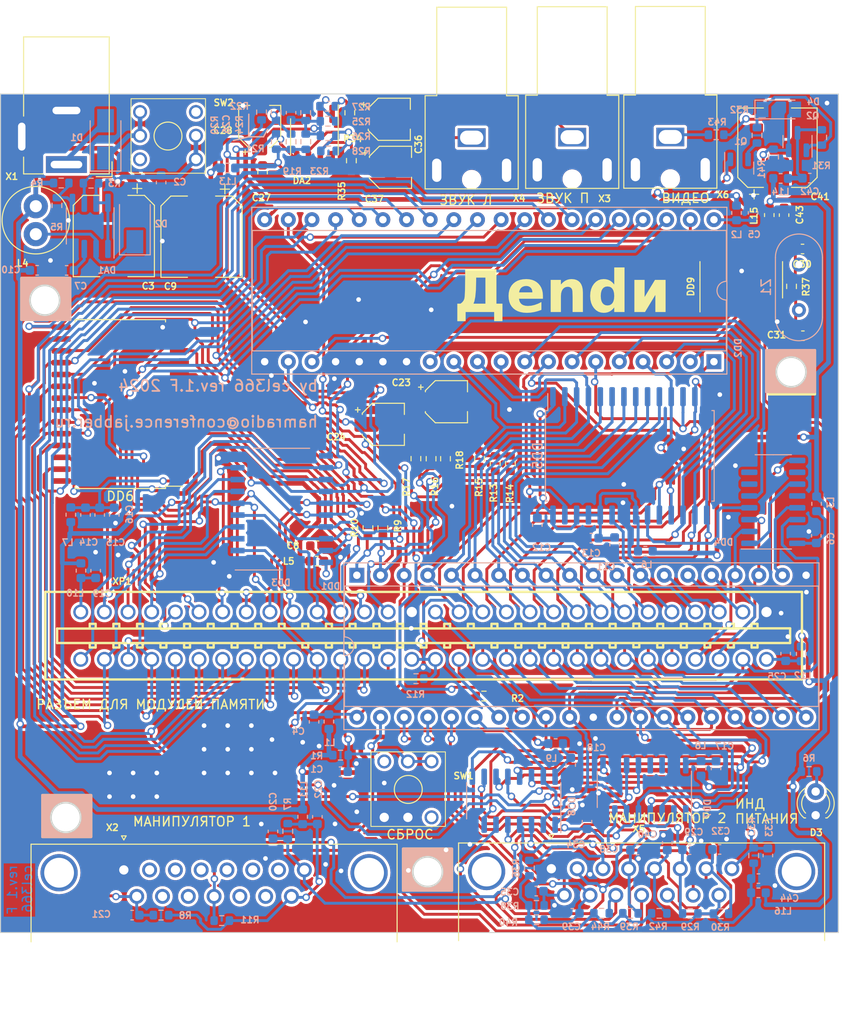
<source format=kicad_pcb>
(kicad_pcb (version 20240108) (generator "pcbnew") (generator_version "8.0")
  (title_block (title "Игровая приставка(клон famicom)") (date "2024-06-24"))
  (layers (0 "F.Cu" signal) (31 "B.Cu" signal) (34 "B.Paste" user) (35 "F.Paste" user) (36 "B.SilkS" user "B.Silkscreen") (37 "F.SilkS" user "F.Silkscreen") (38 "B.Mask" user) (39 "F.Mask" user) (44 "Edge.Cuts" user))
  (net 0 "")
  (net 1 "/RESET")
  (net 2 "GNDD")
  (net 3 "Net-(DA1-Vin)")
  (net 4 "Net-(DD1-VCC)")
  (net 5 "Net-(DD2-VCC)")
  (net 6 "Net-(DD4-VCC)")
  (net 7 "Net-(DA1-TC)")
  (net 8 "Net-(DD3-VCC)")
  (net 9 "+5V")
  (net 10 "Net-(DD5-A10)")
  (net 11 "Net-(DD6-A12)")
  (net 12 "Net-(DD7-VCC)")
  (net 13 "Net-(DD8-VCC)")
  (net 14 "Net-(C19-Pad1)")
  (net 15 "/J1D0")
  (net 16 "/J1CLK")
  (net 17 "Net-(C22-Pad1)")
  (net 18 "Net-(C23-Pad2)")
  (net 19 "Net-(C24-Pad2)")
  (net 20 "+5VA")
  (net 21 "/J2D2")
  (net 22 "Net-(DD9-1A)")
  (net 23 "Net-(DD9-1Y)")
  (net 24 "/J2D1")
  (net 25 "/J2D0")
  (net 26 "/IRQ")
  (net 27 "/J2CLK")
  (net 28 "/J2D4")
  (net 29 "/OUT2")
  (net 30 "/J2D3")
  (net 31 "Net-(Q2-C)")
  (net 32 "Net-(DD9-4Y)")
  (net 33 "Net-(C25-Pad1)")
  (net 34 "Net-(D3-A)")
  (net 35 "Net-(DA1-DC)")
  (net 36 "Net-(D2-K)")
  (net 37 "Net-(DA1-Vfb)")
  (net 38 "Net-(DA2-Pad1)")
  (net 39 "Net-(DA2.1--)")
  (net 40 "Net-(DA2.1-+)")
  (net 41 "Net-(DA2.2-+)")
  (net 42 "Net-(DA2.2--)")
  (net 43 "Net-(DA2-Pad7)")
  (net 44 "/SQR")
  (net 45 "/D7")
  (net 46 "/DMC")
  (net 47 "/D6")
  (net 48 "/D5")
  (net 49 "/A0")
  (net 50 "/D4")
  (net 51 "/A1")
  (net 52 "/D3")
  (net 53 "/A2")
  (net 54 "/D2")
  (net 55 "/A3")
  (net 56 "/D1")
  (net 57 "/A4")
  (net 58 "/D0")
  (net 59 "/A5")
  (net 60 "/CPU_CLK")
  (net 61 "/A6")
  (net 62 "/A7")
  (net 63 "/F2")
  (net 64 "/A8")
  (net 65 "/A9")
  (net 66 "Net-(DD1-NMI)")
  (net 67 "/A10")
  (net 68 "/R_W")
  (net 69 "/A11")
  (net 70 "/JOY2")
  (net 71 "/A12")
  (net 72 "/JOY1")
  (net 73 "/A13")
  (net 74 "/A14")
  (net 75 "/OUT1")
  (net 76 "/A15")
  (net 77 "/OUT0")
  (net 78 "/VIDEO")
  (net 79 "/PWR")
  (net 80 "/PRD")
  (net 81 "/PA13")
  (net 82 "/PA12")
  (net 83 "/PA11")
  (net 84 "/PA10")
  (net 85 "/PA9")
  (net 86 "/PA8")
  (net 87 "/PAD7")
  (net 88 "/PAD6")
  (net 89 "Net-(DD2-STB)")
  (net 90 "/PAD5")
  (net 91 "/PAD4")
  (net 92 "/PAD3")
  (net 93 "/PAD2")
  (net 94 "/PAD1")
  (net 95 "/PPU_CLK")
  (net 96 "/PAD0")
  (net 97 "/LE")
  (net 98 "/PA7")
  (net 99 "/PA5")
  (net 100 "/PA3")
  (net 101 "Net-(DD4-B1)")
  (net 102 "Net-(DD4-A0)")
  (net 105 "/CART")
  (net 108 "/VA10")
  (net 109 "/PA6")
  (net 110 "/PA4")
  (net 111 "/PA2")
  (net 112 "/PA0")
  (net 113 "/VRAM")
  (net 114 "/PA1")
  (net 115 "/J1D1")
  (net 116 "/nPA13")
  (net 119 "Net-(Q1-E)")
  (net 120 "Net-(D4-K)")
  (net 121 "Net-(D4-A)")
  (net 122 "/SOUT")
  (net 123 "Net-(C26-Pad1)")
  (net 124 "Net-(C36-Pad1)")
  (net 125 "Net-(C37-Pad1)")
  (net 126 "Net-(C41-Pad2)")
  (net 127 "Net-(X6-Pin_1)")
  (net 128 "Net-(C44-Pad1)")
  (net 139 "Net-(X3-Pin_1)")
  (net 140 "Net-(X4-Pin_1)")
  (net 141 "Net-(D1-K)")
  (net 142 "Net-(D1-A)")
  (footprint "Resistor_SMD:R_0603_1608Metric" (layer "F.Cu") (at 156.595 93.28 -90)
    (property "Reference" "R15")
    (property "Value" "4K7")
  )
  (footprint "Connector_Dsub:DSUB-15_Male_Horizontal_P2.77x2.84mm_EdgePinOffset4.94mm_Housed_MountingHolesOffset7.48mm" (layer "F.Cu") (at 164.305 137.28)
    (property "Reference" "X5")
    (property "Value" "Манипулятор_2")
  )
  (footprint "Capacitor_SMD:C_0603_1608Metric" (layer "F.Cu") (at 189.305 67.135 -90)
    (property "Reference" "C43")
    (property "Value" "0.1uF")
  )
  (footprint "Resistor_SMD:R_0603_1608Metric" (layer "F.Cu") (at 142.655 56.15 90)
    (property "Reference" "R34")
    (property "Value" "1R")
  )
  (footprint "Inductor_SMD:L_0603_1608Metric" (layer "F.Cu") (at 139.115 104.27)
    (property "Reference" "L5")
    (property "Value" "BLM18EG221SN1D")
  )
  (footprint "Package_SO:SOIC-8_3.9x4.9mm_P1.27mm" (layer "F.Cu") (at 138.85 58.745 -90)
    (property "Reference" "DA2")
    (property "Value" "LM358")
  )
  (footprint "Button_Switch_THT:KLS7_P8X8" (layer "F.Cu") (at 120.125 61.15 90)
    (property "Reference" "SW2")
    (property "Value" "POWER")
  )
  (footprint "Connector_Audio:RCA-105" (layer "F.Cu") (at 155.745 54.32)
    (property "Reference" "X4")
    (property "Value" "AUDIO_2")
  )
  (footprint "Capacitor_SMD:C_0603_1608Metric" (layer "F.Cu") (at 133.285 62.57 -90)
    (property "Reference" "C27")
    (property "Value" "0.1uF")
  )
  (footprint "Capacitor_SMD:C_0603_1608Metric" (layer "F.Cu") (at 191.285 70.77)
    (property "Reference" "C30")
    (property "Value" "22pF")
  )
  (footprint "Resistor_SMD:R_0603_1608Metric" (layer "F.Cu") (at 159.905 93.81 -90)
    (property "Reference" "R14")
    (property "Value" "1K")
  )
  (footprint "Connector_Dsub:DSUB-15_Male_Horizontal_P2.77x2.84mm_EdgePinOffset4.94mm_Housed_MountingHolesOffset7.48mm" (layer "F.Cu") (at 118.38 137.41)
    (property "Reference" "X2")
    (property "Value" "Манипулятор_1")
  )
  (footprint "Capacitor_SMD:CP_Elec_4x5.4" (layer "F.Cu") (at 153.035 87.16)
    (property "Reference" "C23")
    (property "Value" "10uFx16V")
  )
  (footprint "Resistor_SMD:R_0603_1608Metric" (layer "F.Cu") (at 149.755 93.27 -90)
    (property "Reference" "R17")
    (property "Value" "2K")
  )
  (footprint "Package_SO:SOIC-28L_8.5x17.9mm_P1.27mm" (layer "F.Cu") (at 118 87.415 180)
    (property "Reference" "DD6")
    (property "Value" "IS62C256AL-45ULI-TR")
  )
  (footprint "Connector_BarrelJack:BarrelJack_Wuerth_6941xx301002" (layer "F.Cu") (at 112.215 61.71 180)
    (property "Reference" "X1")
    (property "Value" "POWER")
  )
  (footprint "Resistor_SMD:R_0603_1608Metric" (layer "F.Cu") (at 157.065 118.75 180)
    (property "Reference" "R2")
    (property "Value" "10K")
  )
  (footprint "Capacitor_SMD:C_0603_1608Metric" (layer "F.Cu") (at 139.185 102.62)
    (property "Reference" "C8")
    (property "Value" "0.1uF")
  )
  (footprint "Resistor_SMD:R_0603_1608Metric" (layer "F.Cu") (at 190.105 74.785 90)
    (property "Reference" "R37")
    (property "Value" "4M7")
  )
  (footprint "Capacitor_SMD:C_0603_1608Metric" (layer "F.Cu") (at 191.325 80.08)
    (property "Reference" "C31")
    (property "Value" "22pF")
  )
  (footprint "Resistor_SMD:R_0603_1608Metric" (layer "F.Cu") (at 152.935 93.28 -90)
    (property "Reference" "R18")
    (property "Value" "4K7")
  )
  (footprint "Inductor_THT:L_Radial_D7.0mm_P3.00mm" (layer "F.Cu") (at 108.925 69.18 90)
    (property "Reference" "L4")
    (property "Value" "220uH")
  )
  (footprint "Button_Switch_THT:KLS7_P8X8" (layer "F.Cu") (at 151.435 131.77 180)
    (property "Reference" "SW1")
    (property "Value" "RESET")
  )
  (footprint "Connector_Audio:RCA-105" (layer "F.Cu") (at 177.085 54.25)
    (property "Reference" "X6")
    (property "Value" "VIDEO")
  )
  (footprint "Capacitor_SMD:CP_Elec_8x10.5" (layer "F.Cu") (at 117.305 69.38 -90)
    (property "Reference" "C3")
    (property "Value" "220uFx25V")
  )
  (footprint "Resistor_SMD:R_0603_1608Metric" (layer "F.Cu") (at 158.275 93.79 -90)
    (property "Reference" "R13")
    (property "Value" "2K")
  )
  (footprint "Inductor_SMD:L_0603_1608Metric" (layer "F.Cu") (at 187.715 67.13 -90)
    (property "Reference" "L15")
    (property "Value" "BLM18EG221SN1D")
  )
  (footprint "Capacitor_SMD:CP_Elec_8x6.5" (layer "F.Cu") (at 188.595 59.9 90)
    (property "Reference" "C41")
    (property "Value" "220uFx10V")
  )
  (footprint "LED_THT:LED_D3.0mm" (layer "F.Cu") (at 192.695 131.54 90)
    (property "Reference" "D3")
    (property "Value" "POWER")
  )
  (footprint "Capacitor_SMD:CP_Elec_4x5.4" (layer "F.Cu") (at 132.975 57.62 90)
    (property "Reference" "C28")
    (property "Value" "10uFx16V")
  )
  (footprint "Resistor_SMD:R_0603_1608Metric" (layer "F.Cu") (at 151.385 93.28 -90)
    (property "Reference" "R16")
    (property "Value" "1K8")
  )
  (footprint "Connector:60 PIN FAMICOM CARTRIDGE SLOT" (layer "F.Cu") (at 151.855 112.27 180)
    (property "Reference" "XP1")
    (property "Value" "ИГРОВОЙ РАЗЪЕМ" (hide yes))
  )
  (footprint "Package_SO:SO-14_3.9x8.65mm_P1.27mm" (layer "F.Cu") (at 184.705 74.075 90)
    (property "Reference" "DD9")
    (property "Value" "74LS04")
  )
  (footprint "Capacitor_SMD:CP_Elec_8x10.5" (layer "F.Cu") (at 126.725 69.45 -90)
    (property "Reference" "C9")
    (property "Value" "470uFx6.3V")
  )
  (footprint "Capacitor_SMD:CP_Elec_4x5.4" (layer "F.Cu") (at 146.255 89.59)
    (property "Reference" "C24")
    (property "Value" "10uFx16V")
  )
  (footprint "Capacitor_SMD:CP_Elec_4x5.4" (layer "F.Cu") (at 147.025 62.01)
    (property "Reference" "C37")
    (property "Value" "10uFx16V")
  )
  (footprint "Connector_Audio:RCA-105" (layer "F.Cu") (at 166.545 54.27)
    (property "Reference" "X3")
    (property "Value" "AUDIO_1")
  )
  (footprint "Resistor_SMD:R_0603_1608Metric" (layer "F.Cu") (at 142.825 61.29 90)
    (property "Reference" "R35")
    (property "Value" "1R")
  )
  (footprint "Resistor_SMD:R_0603_1608Metric" (layer "F.Cu") (at 144.605 100.71 90)
    (property "Reference" "R10")
    (property "Value" "75R")
  )
  (footprint "Resistor_SMD:R_0603_1608Metric" (layer "F.Cu") (at 146.205 100.71 90)
    (property "Reference" "R9")
    (property "Value" "75R")
  )
  (footprint "Capacitor_SMD:CP_Elec_4x5.4" (layer "F.Cu") (at 146.895 56.85)
    (property "Reference" "C36")
    (property "Value" "10uFx16V")
  )
  (footprint "Resistor_SMD:R_0603_1608Metric" (layer "B.Cu") (at 161.945 137.21 -90)
    (property "Reference" "R36")
    (property "Value" "10K")
  )
  (footprint "Capacitor_SMD:C_0603_1608Metric" (layer "B.Cu") (at 192.765 101.55 90)
    (property "Reference" "C6")
    (property "Value" "0.1uF")
  )
  (footprint "Capacitor_SMD:C_0603_1608Metric" (layer "B.Cu") (at 138.815 121.515 -90)
    (property "Reference" "C4")
    (property "Value" "0.1uF")
  )
  (footprint "Capacitor_SMD:C_0603_1608Metric" (layer "B.Cu") (at 166.555 142.06 180)
    (property "Reference" "C39")
    (property "Value" "330pF")
  )
  (footprint "Inductor_SMD:L_0603_1608Metric" (layer "B.Cu") (at 112.685 99.29 90)
    (property "Reference" "L7")
    (property "Value" "BLM18EG221SN1D")
  )
  (footprint "Capacitor_SMD:C_0603_1608Metric" (layer "B.Cu") (at 162.8 100.4 -90)
    (property "Reference" "C12")
    (property "Value" "0.1uF")
  )
  (footprint "Inductor_SMD:L_0603_1608Metric" (layer "B.Cu") (at 186.547 139.865 180)
    (property "Reference" "L16")
    (property "Value" "BLM18EG221SN1D")
  )
  (footprint "Resistor_SMD:R_0603_1608Metric" (layer "B.Cu") (at 136.345 59.26 -90)
    (property "Reference" "R19")
    (property "Value" "4K7")
  )
  (footprint "Resistor_SMD:R_0603_1608Metric" (layer "B.Cu") (at 182.525 142.11 180)
    (property "Reference" "R30")
    (property "Value" "10K")
  )
  (footprint "Inductor_SMD:L_0603_1608Metric" (layer "B.Cu") (at 137.59 131.71 -90)
    (property "Reference" "L11")
    (property "Value" "BLM18EG221SN1D")
  )
  (footprint "Capacitor_SMD:C_0603_1608Metric" (layer "B.Cu") (at 119.275 142.26 180)
    (property "Reference" "C21")
    (property "Value" "330pF")
  )
  (footprint "Package_SO:SO-16_3.9x9.9mm_P1.27mm" (layer "B.Cu") (at 160.265 129.985 90)
    (property "Reference" "DD8")
    (property "Value" "74HC368N")
  )
  (footprint "Resistor_SMD:R_0603_1608Metric" (layer "B.Cu") (at 133.175 56.09 -90)
    (property "Reference" "R22")
    (property "Value" "4K7")
  )
  (footprint "Crystal:Crystal_HC49-4H_Vertical" (layer "B.Cu") (at 190.9 72.45 -90)
    (property "Reference" "Z1")
    (property "Value" "26.601712 Mhz")
  )
  (footprint "Inductor_SMD:L_0603_1608Metric" (layer "B.Cu") (at 113.775 105.2925 -90)
    (property "Reference" "L10")
    (property "Value" "BLM18EG221SN1D")
  )
  (footprint "Capacitor_SMD:C_0603_1608Metric" (layer "B.Cu") (at 141.655 126.87 180)
    (property "Reference" "C1")
    (property "Value" "0.47uF")
  )
  (footprint "Resistor_SMD:R_0603_1608Metric" (layer "B.Cu") (at 186.395 58.575 90)
    (property "Reference" "R32")
    (property "Value" "220R")
  )
  (footprint "Resistor_SMD:R_0603_1608Metric" (layer "B.Cu") (at 114.855 63.71)
    (property "Reference" "R3")
    (property "Value" "0.12R")
  )
  (footprint "Inductor_SMD:L_0603_1608Metric" (layer "B.Cu") (at 188.935 63.2)
    (property "Reference" "L14")
    (property "Value" "BLM18EG221SN1D")
  )
  (footprint "Capacitor_SMD:C_0603_1608Metric" (layer "B.Cu") (at 181.995 126.52 -90)
    (property "Reference" "C17")
    (property "Value" "0.1uF")
  )
  (footprint "Resistor_SMD:R_0603_1608Metric" (layer "B.Cu") (at 111.195 66.09 90)
    (property "Reference" "R5")
    (property "Value" "1K2")
  )
  (footprint "Package_DIP:DIP-40_W15.24mm_Socket" (layer "B.Cu") (at 181.77 82.865 90)
    (property "Reference" "DD2")
    (property "Value" "UA6538")
  )
  (footprint "Package_SO:SO-16_3.9x9.9mm_P1.27mm" (layer "B.Cu") (at 188.145 97.91)
    (property "Reference" "DD4")
    (property "Value" "74HC139")
  )
  (footprint "Resistor_SMD:R_0603_1608Metric" (layer "B.Cu") (at 162.705 142.76 180)
    (property "Reference" "R40")
    (property "Value" "10K")
  )
  (footprint "Capacitor_SMD:C_0603_1608Metric" (layer "B.Cu") (at 117.355 99.31 -90)
    (property "Reference" "C16")
    (property "Value" "0.1uF")
  )
  (footprint "Package_SO:SOIC-8_3.9x4.9mm_P1.27mm" (layer "B.Cu") (at 114.765 68.29 90)
    (property "Reference" "DA1")
    (property "Value" "MC34063AD")
  )
  (footprint "Capacitor_SMD:C_0603_1608Metric" (layer "B.Cu") (at 112.24 73.07 180)
    (property "Reference" "C7")
    (property "Value" "470p")
  )
  (footprint "Capacitor_SMD:C_0603_1608Metric" (layer "B.Cu") (at 115.785 99.31 -90)
    (property "Reference" "C15")
    (property "Value" "0.1uF")
  )
  (footprint "Capacitor_SMD:C_0603_1608Metric" (layer "B.Cu") (at 139.17 131.71 90)
    (property "Reference" "C22")
    (property "Value" "0.1uF")
  )
  (footprint "Package_SO:SO-16_3.9x9.9mm_P1.27mm" (layer "B.Cu") (at 174.295 128.76 90)
    (property "Reference" "DD7")
    (property "Value" "74HC368N")
  )
  (footprint "Resistor_SMD:R_0603_1608Metric" (layer "B.Cu") (at 140.325 58.61 180)
    (property "Reference" "R26")
    (property "Value" "1K")
  )
  (footprint "Resistor_SMD:R_0603_1608Metric" (layer "B.Cu") (at 122.375 142.26)
    (property "Reference" "R8")
    (property "Value" "10K")
  )
  (footprint "Resistor_SMD:R_0603_1608Metric" (layer "B.Cu") (at 134.745 56.12 -90)
    (property "Reference" "R20")
    (property "Value" "4K7")
  )
  (footprint "Capacitor_SMD:C_0603_1608Metric" (layer "B.Cu") (at 122.385 63.64 -90)
    (property "Reference" "C2")
    (property "Value" "0.1uF")
  )
  (footprint "Capacitor_SMD:C_0603_1608Metric" (layer "B.Cu") (at 109.065 73.06)
    (property "Reference" "C10")
    (property "Value" "0.1uF")
  )
  (footprint "Resistor_SMD:R_0603_1608Metric" (layer "B.Cu") (at 149.775 116.88 180)
    (property "Reference" "R12")
    (property "Value" "2K2")
  )
  (footprint "Capacitor_SMD:C_0603_1608Metric" (layer "B.Cu") (at 162.685 139.68 180)
    (property "Reference" "C35")
    (property "Value" "330pF")
  )
  (footprint "Inductor_SMD:L_0603_1608Metric" (layer "B.Cu") (at 180.385 126.51 90)
    (property "Reference" "L8")
    (property "Value" "BLM18EG221SN1D")
  )
  (footprint "Resistor_SMD:R_0603_1608Metric" (layer "B.Cu") (at 191.985 126.85 180)
    (property "Reference" "R6")
    (property "Value" "330R")
  )
  (footprint "Package_DIP:DIP-40_W15.24mm_Socket" (layer "B.Cu") (at 143.41 105.785 -90)
    (property "Reference" "DD1")
    (property "Value" "UA6527")
  )
  (footprint "Inductor_SMD:L_0603_1608Metric" (layer "B.Cu") (at 191.145 114.2225 -90)
    (property "Reference" "L12")
    (property "Value" "BLM18EG221SN1D")
  )
  (footprint "Diode_SMD:D_SMA" (layer "B.Cu") (at 119.565 68 90)
    (property "Reference" "D2")
    (property "Value" "SS14")
  )
  (footprint "Resistor_SMD:R_0603_1608Metric" (layer "B.Cu") (at 182.005 58.51)
    (property "Reference" "R43")
    (property "Value" "75R")
  )
  (footprint "Resistor_SMD:R_0603_1608Metric" (layer "B.Cu") (at 137.915 56.16 -90)
    (property "Reference" "R24")
    (property "Value" "510R")
  )
  (footprint "Inductor_SMD:L_0603_1608Metric" (layer "B.Cu") (at 174.4 103.2 180)
    (property "Reference" "L6")
    (property "Value" "BLM18EG221SN1D")
  )
  (footprint "Resistor_SMD:R_0603_1608Metric" (layer "B.Cu") (at 193.345 58.8 90)
    (property "Reference" "R31")
    (property "Value" "2K2")
  )
  (footprint "Capacitor_SMD:C_0603_1608Metric" (layer "B.Cu") (at 115.355 105.3 90)
    (property "Reference" "C19")
    (property "Value" "0.1uF")
  )
  (footprint "Diode_SMD:D_MiniMELF" (layer "B.Cu") (at 188.725 55.8)
    (property "Reference" "D4")
    (property "Value" "BAS85")
  )
  (footprint "Resistor_SMD:R_0603_1608Metric" (layer "B.Cu") (at 169.7 142.06 180)
    (property "Reference" "R44")
    (property "Value" "10K")
  )
  (footprint "Capacitor_SMD:C_0603_1608Metric" (layer "B.Cu") (at 179.155 135.23)
    (property "Reference" "C29")
    (property "Value" "330pF")
  )
  (footprint "Resistor_SMD:R_0603_1608Metric" (layer "B.Cu") (at 179.225 142.09)
    (property "Reference" "R29")
    (property "Value" "10K")
  )
  (footprint "Resistor_SMD:R_0603_1608Metric" (layer "B.Cu") (at 140.365 60.25 180)
    (property "Reference" "R28")
    (property "Value" "10K")
  )
  (footprint "Diode_SMD:D_SMA" (layer "B.Cu") (at 116.415 59.01 90)
    (property "Reference" "D1")
    (property "Value" "SS14")
  )
  (footprint "Capacitor_SMD:C_0603_1608Metric" (layer "B.Cu") (at 192.065 63.17)
    (property "Reference" "C42")
    (property "Value" "0.1uF")
  )
  (footprint "Package_TO_SOT_SMD:SOT-23" (layer "B.Cu") (at 190.745 59.24 90)
    (property "Reference" "Q2")
    (property "Value" "BC817")
  )
  (footprint "Resistor_SMD:R_0603_1608Metric" (layer "B.Cu") (at 111.655 63.69 180)
    (property "Reference" "R4")
    (property "Value" "3K6")
  )
  (footprint "Capacitor_SMD:C_0603_1608Metric" (layer "B.Cu") (at 185.973 66.9 90)
    (property "Reference" "C5")
    (property "Value" "0.1uF")
  )
  (footprint "Resistor_SMD:R_0603_1608Metric" (layer "B.Cu") (at 134.755 59.24 -90)
    (property "Reference" "R21")
    (property "Value" "4K7")
  )
  (footprint "Capacitor_SMD:C_0603_1608Metric" (layer "B.Cu") (at 136.345 56.15 90)
    (property "Reference" "C26")
    (property "Value" "0.1uF")
  )
  (footprint "Capacitor_SMD:C_0603_1608Metric" (layer "B.Cu") (at 114.265 99.31 -90)
    (property "Reference" "C14")
    (property "Value" "0.1uF")
  )
  (footprint "Resistor_SMD:R_0603_1608Metric" (layer "B.Cu") (at 140.265 55.45 180)
    (property "Reference" "R27")
    (property "Value" "10K")
  )
  (footprint "Inductor_SMD:L_0603_1608Metric" (layer "B.Cu") (at 129.555 62.08)
    (property "Reference" "L13")
    (property "Value" "BLM18EG221SN1D")
  )
  (footprint "Resistor_SMD:R_0603_1608Metric" (layer "B.Cu") (at 135.99 133.26 90)
    (property "Reference" "R7")
    (property "Value" "10K")
  )
  (footprint "Package_SO:SO-20_12.8x7.5mm_P1.27mm" (layer "B.Cu") (at 135.345 98.69)
    (property "Reference" "DD3")
    (property "Value" "74HC373")
  )
  (footprint "Resistor_SMD:R_0603_1608Metric" (layer "B.Cu") (at 175.89 142.07 180)
    (property "Reference" "R42")
    (property "Value" "10K")
  )
  (footprint "Resistor_SMD:R_0603_1608Metric" (layer "B.Cu") (at 188.175 60.88 90)
    (property "Reference" "R41")
    (property "Value" "68R")
  )
  (footprint "Capacitor_SMD:C_0603_1608Metric" (layer "B.Cu") (at 173.565 135.27)
    (property "Reference" "C38")
    (property "Value" "330pF")
  )
  (footprint "Resistor_SMD:R_0603_1608Metric" (layer "B.Cu") (at 172.805 142.07 180)
    (property "Reference" "R39")
    (property "Value" "10K")
  )
  (footprint "Capacitor_SMD:C_0603_1608Metric" (layer "B.Cu") (at 134.4 133.275 90)
    (property "Reference" "C20")
    (property "Value" "330pF")
  )
  (footprint "Capacitor_SMD:C_0603_1608Metric" (layer "B.Cu") (at 187.563 135.864 -90)
    (property "Reference" "C33")
    (property "Value" "330pF")
  )
  (footprint "Resistor_SMD:R_0603_1608Metric" (layer "B.Cu") (at 141.655 125.092 180)
    (property "Reference" "R1")
    (property "Value" "10K")
  )
  (footprint "Inductor_SMD:L_0603_1608Metric" (layer "B.Cu") (at 184.195 66.9 -90)
    (property "Reference" "L2")
    (property "Value" "BLM18EG221SN1D")
  )
  (footprint "Resistor_SMD:R_0603_1608Metric" (layer "B.Cu") (at 162.705 141.22 180)
    (property "Reference" "R38")
    (property "Value" "10K")
  )
  (footprint "Package_SO:SOIC-28L_8.5x17.9mm_P1.27mm" (layer "B.Cu") (at 172.735 92.97 -90)
    (property "Reference" "DD5")
    (property "Value" "IS62C256AL-45ULI-TR")
  )
  (footprint "Resistor_SMD:R_0603_1608Metric" (layer "B.Cu") (at 186.039 135.864 -90)
    (property "Reference" "R33")
    (property "Value" "10K")
  )
  (footprint "Capacitor_SMD:C_0603_1608Metric" (layer "B.Cu") (at 166.385 126.15 -90)
    (property "Reference" "C18")
    (property "Value" "0.1uF")
  )
  (footprint "Inductor_SMD:L_0603_1608Metric" (layer "B.Cu") (at 140.405 121.49 90)
    (property "Reference" "L1")
    (property "Value" "BLM18EG221SN1D")
  )
  (footprint "Capacitor_SMD:C_0603_1608Metric" (layer "B.Cu") (at 168.135 132.235 90)
    (property "Reference" "C34")
    (property "Value" "330pF")
  )
  (footprint "Inductor_SMD:L_0603_1608Metric" (layer "B.Cu") (at 164.765 123.85)
    (property "Reference" "L9")
    (property "Value" "BLM18EG221SN1D")
  )
  (footprint "Capacitor_SMD:C_0603_1608Metric" (layer "B.Cu") (at 186.547 138.341)
    (property "Reference" "C44")
    (property "Value" "0.1uF")
  )
  (footprint "Inductor_SMD:L_0603_1608Metric" (layer "B.Cu") (at 192.795 98.1175 -90)
    (property "Reference" "L3")
    (property "Value" "BLM18EG221SN1D")
  )
  (footprint "Capacitor_SMD:C_0603_1608Metric" (layer "B.Cu") (at 182.375 135.21)
    (property "Reference" "C32")
    (property "Value" "330pF")
  )
  (footprint "Capacitor_SMD:C_0603_1608Metric" (layer "B.Cu") (at 171.1 102.5 -90)
    (property "Reference" "C11")
    (property "Value" "0.1uF")
  )
  (footprint "Resistor_SMD:R_0603_1608Metric" (layer "B.Cu") (at 128.9 142.85)
    (property "Reference" "R11")
    (property "Value" "10K")
  )
  (footprint "Resistor_SMD:R_0603_1608Metric" (layer "B.Cu") (at 137.925 59.255 -90)
    (property "Reference" "R23")
    (property "Value" "510R")
  )
  (footprint "Package_TO_SOT_SMD:SOT-23" (layer "B.Cu") (at 184.485 62.09 -90)
    (property "Reference" "Q1")
    (property "Value" "BC857")
  )
  (footprint "Resistor_SMD:R_0603_1608Metric" (layer "B.Cu") (at 140.305 57.06 180)
    (property "Reference" "R25")
    (property "Value" "1K")
  )
  (footprint "Capacitor_SMD:C_0603_1608Metric" (layer "B.Cu") (at 176.755 134.505 90)
    (property "Reference" "C40")
    (property "Value" "330pF")
  )
  (footprint "Capacitor_SMD:C_0603_1608Metric" (layer "B.Cu") (at 168.6 101.8 180)
    (property "Reference" "C13")
    (property "Value" "0.1uF")
  )
  (footprint "Capacitor_SMD:C_0603_1608Metric" (layer "B.Cu") (at 189.475 114.2 90)
    (property "Reference" "C25")
    (property "Value" "0.1uF")
  )
  (gr_line (start 133.385 58.73) (end 133.835 57.93) (stroke (width 0.15)) (layer "B.SilkS"))
  (gr_line (start 131.805 56.31) (end 131.785 58.73) (stroke (width 0.15)) (layer "B.SilkS"))
  (gr_line (start 131.785 58.73) (end 133.385 58.73) (stroke (width 0.15)) (layer "B.SilkS"))
  (gr_line (start 130.155 59.13) (end 131.785 58.73) (stroke (width 0.15)) (layer "B.SilkS"))
  (gr_circle (center 190.065 83.97) (end 191.665 83.97) (stroke (width 0.2)) (fill none) (layer "Edge.Cuts"))
  (gr_circle (center 112.145 131.78) (end 113.745 131.78) (stroke (width 0.2)) (fill none) (layer "Edge.Cuts"))
  (gr_line (start 195.135 54.13) (end 195.135 144.13) (stroke (width 0.1)) (layer "Edge.Cuts"))
  (gr_circle (center 109.895 76.27) (end 111.495 76.27) (stroke (width 0.2)) (fill none) (layer "Edge.Cuts"))
  (gr_line (start 195.135 54.13) (end 105.135 54.13) (stroke (width 0.1)) (layer "Edge.Cuts"))
  (gr_circle (center 151.015 137.6) (end 152.615 137.6) (stroke (width 0.2)) (fill none) (layer "Edge.Cuts"))
  (gr_line (start 105.135 144.13) (end 105.135 54.13) (stroke (width 0.1)) (layer "Edge.Cuts"))
  (gr_line (start 195.135 144.13) (end 105.135 144.13) (stroke (width 0.1)) (layer "Edge.Cuts"))
  (gr_text "rev.1 F \ncel366" (at 108.6 136.8 90) (layer "B.Cu") (effects (font (size 1 1)) (justify left bottom mirror)))
  (gr_text "by cel366 rev.1.F 2024\n\nhamradio@conference.jabber.ru\n" (at 139.34 90.02 0) (layer "B.SilkS") (effects (font (size 1.2 1.2) (thickness 0.1875)) (justify left bottom mirror)))
  (gr_text "СБРОС" (at 146.495 134.2 0) (layer "F.SilkS") (effects (font (size 1 1)) (justify left bottom)))
  (gr_text "РАЗЪЕМ ДЛЯ МОДУЛЕЙ ПАМЯТИ" (at 108.88 120.24 0) (layer "F.SilkS") (effects (font (size 1 1)) (justify left bottom)))
  (gr_text "ЗВУК Л" (at 152.165 66.1 0) (layer "F.SilkS") (effects (font (size 1 1)) (justify left bottom)))
  (gr_text "МАНИПУЛЯТОР 1" (at 119.265 132.81 0) (layer "F.SilkS") (effects (font (size 1 1)) (justify left bottom)))
  (gr_text "ВИДЕО" (at 176.055 65.9 0) (layer "F.SilkS") (effects (font (size 1 1)) (justify left bottom)))
  (gr_text "ИНД\nПИТАНИЯ" (at 183.935 132.51 0) (layer "F.SilkS") (effects (font (size 1 1)) (justify left bottom)))
  (gr_text "ЗВУК П" (at 162.575 65.91 0) (layer "F.SilkS") (effects (font (size 1 1)) (justify left bottom)))
  (gr_text "МАНИПУЛЯТОР 2" (at 170.345 132.45 0) (layer "F.SilkS") (effects (font (size 1 1)) (justify left bottom)))
  (gr_text "Дendи" (at 153.825 78.3 0) (layer "F.SilkS") (effects (font (size 4.5 4.5) (thickness 0.2) (bold yes)) (justify left bottom)))
  (segment (start 139.855 84.65) (end 139.855 73.18) (width 0.31) (layer "F.Cu") (net 1))
  (segment (start 148.49 108.115) (end 148.49 105.785) (width 0.31) (layer "F.Cu") (net 1))
  (segment (start 144.323751 91.788751) (end 144.323751 91.730018) (width 0.31) (layer "F.Cu") (net 1))
  (segment (start 148.695 102.52) (end 148.876013 102.338987) (width 0.31) (layer "F.Cu") (net 1))
  (segment (start 148.665 100.84) (end 148.665 96.13) (width 0.31) (layer "F.Cu") (net 1))
  (segment (start 148.665 96.13) (end 144.323751 91.788751) (width 0.31) (layer "F.Cu") (net 1))
  (segment (start 139.895 88.14) (end 139.715 88.14) (width 0.31) (layer "F.Cu") (net 1))
  (segment (start 141.676094 89.245) (end 141.636094 89.245) (width 0.31) (layer "F.Cu") (net 1))
  (segment (start 139.855 73.18) (end 136.05 69.375) (width 0.31) (layer "F.Cu") (net 1))
  (segment (start 148.876013 102.338987) (end 148.876013 101.051013) (width 0.31) (layer "F.Cu") (net 1))
  (segment (start 141.636094 89.245) (end 140.776094 88.385) (width 0.31) (layer "F.Cu") (net 1))
  (segment (start 148.695 104.43) (end 148.695 102.52) (width 0.31) (layer "F.Cu") (net 1))
  (segment (start 148.05 117.525) (end 146.615 118.96) (width 0.31) (layer "F.Cu") (net 1))
  (segment (start 148.05 108.555) (end 148.05 117.525) (width 0.31) (layer "F.Cu") (net 1))
  (segment (start 136.05 69.375) (end 136.05 67.625) (width 0.31) (layer "F.Cu") (net 1))
  (segment (start 141.761094 89.33) (end 141.676094 89.245) (width 0.31) (layer "F.Cu") (net 1))
  (segment (start 139.755 84.75) (end 139.855 84.65) (width 0.31) (layer "F.Cu") (net 1))
  (segment (start 148.05 108.555) (end 148.49 108.115) (width 0.31) (layer "F.Cu") (net 1))
  (segment (start 140.14 88.385) (end 139.895 88.14) (width 0.31) (layer "F.Cu") (net 1))
  (segment (start 148.49 105.785) (end 148.49 104.635) (width 0.31) (layer "F.Cu") (net 1))
  (segment (start 142.145 120.39) (end 142.145 123.041937) (width 0.31) (layer "F.Cu") (net 1))
  (segment (start 142.215 89.33) (end 141.761094 89.33) (width 0.31) (layer "F.Cu") (net 1))
  (segment (start 148.49 104.635) (end 148.695 104.43) (width 0.31) (layer "F.Cu") (net 1))
  (segment (start 146.615 118.96) (end 143.575 118.96) (width 0.31) (layer "F.Cu") (net 1))
  (segment (start 143.575 118.96) (end 142.145 120.39) (width 0.31) (layer "F.Cu") (net 1))
  (segment (start 142.145 123.041937) (end 142.483517 123.380454) (width 0.31) (layer "F.Cu") (net 1))
  (segment (start 148.876013 101.051013) (end 148.665 100.84) (width 0.31) (layer "F.Cu") (net 1))
  (segment (start 140.776094 88.385) (end 140.14 88.385) (width 0.31) (layer "F.Cu") (net 1))
  (via (at 142.483517 123.380454) (size 0.8) (drill 0.5) (layers "F.Cu" "B.Cu") (net 1))
  (via (at 139.755 84.75) (size 0.8) (drill 0.5) (layers "F.Cu" "B.Cu") (net 1))
  (via (at 139.715 88.14) (size 0.8) (drill 0.5) (layers "F.Cu" "B.Cu") (net 1))
  (via (at 144.323751 91.730018) (size 0.8) (drill 0.5) (layers "F.Cu" "B.Cu") (net 1))
  (via (at 142.215 89.33) (size 0.8) (drill 0.5) (layers "F.Cu" "B.Cu") (net 1))
  (segment (start 142.215 89.33) (end 142.875 89.33) (width 0.31) (layer "B.Cu") (net 1))
  (segment (start 144.323751 90.778751) (end 144.323751 91.730018) (width 0.31) (layer "B.Cu") (net 1))
  (segment (start 142.875 89.33) (end 144.323751 90.778751) (width 0.31) (layer "B.Cu") (net 1))
  (segment (start 148.895 125.77) (end 147.68 124.555) (width 0.31) (layer "B.Cu") (net 1))
  (segment (start 142.534863 123.4318) (end 142.483517 123.380454) (width 0.31) (layer "B.Cu") (net 1))
  (segment (start 139.755 84.75) (end 139.755 88.1) (width 0.31) (layer "B.Cu") (net 1))
  (segment (start 142.48 126.82) (end 142.43 126.87) (width 0.31) (layer "B.Cu") (net 1))
  (segment (start 142.48 125.092) (end 142.534863 125.037137) (width 0.31) (layer "B.Cu") (net 1))
  (segment (start 145.717276 124.555) (end 145.305272 124.967004) (width 0.31) (layer "B.Cu") (net 1))
  (segment (start 145.305272 124.967004) (end 142.604996 124.967004) (width 0.31) (layer "B.Cu") (net 1))
  (segment (start 151.435 125.77) (end 148.895 125.77) (width 0.31) (layer "B.Cu") (net 1))
  (segment (start 142.604996 124.967004) (end 142.48 125.092) (width 0.31) (layer "B.Cu") (net 1))
  (segment (start 142.534863 125.037137) (end 142.534863 123.4318) (width 0.31) (layer "B.Cu") (net 1))
  (segment (start 139.755 88.1) (end 139.715 88.14) (width 0.31) (layer "B.Cu") (net 1))
  (segment (start 142.48 125.092) (end 142.48 126.82) (width 0.31) (layer "B.Cu") (net 1))
  (segment (start 147.68 124.555) (end 145.717276 124.555) (width 0.31) (layer "B.Cu") (net 1))
  (segment (start 152.2 62.115) (end 159.29 62.115) (width 0.31) (layer "F.Cu") (net 2))
  (segment (start 150.58 115.653726) (end 150.58 114.286019) (width 0.31) (layer "F.Cu") (net 2))
  (segment (start 182.935 73.04) (end 182.165 72.27) (width 0.31) (layer "F.Cu") (net 2))
  (segment (start 133.135 57.28) (end 132.975 57.12) (width 0.31) (layer "F.Cu") (net 2))
  (segment (start 173.335 62.25) (end 173.54 62.045) (width 0.31) (layer "F.Cu") (net 2))
  (segment (start 169.365 129.16) (end 168.985 128.78) (width 0.31) (layer "F.Cu") (net 2))
  (segment (start 192.06 69.565) (end 190.405 67.91) (width 0.31) (layer "F.Cu") (net 2))
  (segment (start 133.63 136.145) (end 133.595 136.18) (width 0.31) (layer "F.Cu") (net 2))
  (segment (start 111.58 73.08) (end 117.305 73.08) (width 0.31) (layer "F.Cu") (net 2))
  (segment (start 139.96 102.62) (end 140.435 102.62) (width 0.31) (layer "F.Cu") (net 2))
  (segment (start 171.295 136.84) (end 171.295 136.811019) (width 0.31) (layer "F.Cu") (net 2))
  (segment (start 150.58 114.286019) (end 149.255 112.961019) (width 0.31) (layer "F.Cu") (net 2))
  (segment (start 169.145 138.5) (end 169.19 138.545) (width 0.31) (layer "F.Cu") (net 2))
  (segment (start 192.06 70.77) (end 192.06 69.565) (width 0.31) (layer "F.Cu") (net 2))
  (segment (start 173.315 62.27) (end 173.335 62.25) (width 0.31) (layer "F.Cu") (net 2))
  (segment (start 188.515 76.55) (end 188.515 78.52) (width 0.31) (layer "F.Cu") (net 2))
  (segment (start 168.460221 137.882078) (end 168.527078 137.882078) (width 0.31) (layer "F.Cu") (net 2))
  (segment (start 117.375 73.15) (end 117.305 73.08) (width 0.31) (layer "F.Cu") (net 2))
  (segment (start 129.935 105.67) (end 129.705 105.9) (width 0.31) (layer "F.Cu") (net 2))
  (segment (start 162.795 62.27) (end 163 62.065) (width 0.31) (layer "F.Cu") (net 2))
  (segment (start 122.52 79.135) (end 122.555 79.17) (width 0.31) (layer "F.Cu") (net 2))
  (segment (start 173.470229 136) (end 173.666657 136.196428) (width 0.31) (layer "F.Cu") (net 2))
  (segment (start 145.355 99.885) (end 146.205 99.885) (width 0.31) (layer "F.Cu") (net 2))
  (segment (start 159.495 62.32) (end 162.745 62.32) (width 0.31) (layer "F.Cu") (net 2))
  (segment (start 140.755 137.51) (end 140.055 136.81) (width 0.31) (layer "F.Cu") (net 2))
  (segment (start 172.106019 136) (end 173.470229 136) (width 0.31) (layer "F.Cu") (net 2))
  (segment (start 110.5 72) (end 111.58 73.08) (width 0.31) (layer "F.Cu") (net 2))
  (segment (start 124.35 79.16) (end 122.565 79.16) (width 0.31) (layer "F.Cu") (net 2))
  (segment (start 171.295 137.73) (end 171.295 136.84) (width 0.31) (layer "F.Cu") (net 2))
  (segment (start 140.435 102.62) (end 141.655 103.84) (width 0.31) (layer "F.Cu") (net 2))
  (segment (start 140.055 136.81) (end 139.39 136.145) (width 0.31) (layer "F.Cu") (net 2))
  (segment (start 184.705 72.94) (end 184.605 73.04) (width 0.31) (layer "F.Cu") (net 2))
  (segment (start 184.805 73.04) (end 184.705 72.94) (width 0.31) (layer "F.Cu") (net 2))
  (segment (start 182.165 72.27) (end 182.165 71.6) (width 0.31) (layer "F.Cu") (net 2))
  (segment (start 129.935 97.01) (end 129.935 105.67) (width 0.31) (layer "F.Cu") (net 2))
  (segment (start 140.565 125.33) (end 142.692334 125.33) (width 0.31) (layer "F.Cu") (net 2))
  (segment (start 136.945 56.27) (end 135.935 57.28) (width 0.31) (layer "F.Cu") (net 2))
  (segment (start 168.527078 137.882078) (end 169.145 138.5) (width 0.31) (layer "F.Cu") (net 2))
  (segment (start 110.5 72) (end 112.425 70.075) (width 0.31) (layer "F.Cu") (net 2))
  (segment (start 122.595 73.15) (end 117.375 73.15) (width 0.31) (layer "F.Cu") (net 2))
  (segment (start 129.935 94.594115) (end 129.935 97.01) (width 0.31) (layer "F.Cu") (net 2))
  (segment (start 170.48 138.545) (end 170.585 138.44) (width 0.31) (layer "F.Cu") (net 2))
  (segment (start 135.935 57.28) (end 133.135 57.28) (width 0.31) (layer "F.Cu") (net 2))
  (segment (start 184.705 72.94) (end 184.705 71.6) (width 0.31) (layer "F.Cu") (net 2))
  (segment (start 142.692334 125.33) (end 143.35801 125.995676) (width 0.31) (layer "F.Cu") (net 2))
  (segment (start 139.39 136.145) (end 133.63 136.145) (width 0.31) (layer "F.Cu") (net 2))
  (segment (start 169.19 138.545) (end 170.48 138.545) (width 0.31) (layer "F.Cu") (net 2))
  (segment (start 112.425 70.075) (end 112.425 67.7) (width 0.31) (layer "F.Cu") (net 2))
  (segment (start 184.745 73.13) (end 184.805 73.04) (width 0.31) (layer "F.Cu") (net 2))
  (segment (start 150.537806 115.69592) (end 150.58 115.653726) (width 0.31) (layer "F.Cu") (net 2))
  (segment (start 149.255 112.961019) (end 149.255 111.48) (width 0.31) (layer "F.Cu") (net 2))
  (segment (start 163 62.065) (end 170.09 62.065) (width 0.31) (layer "F.Cu") (net 2))
  (segment (start 159.29 62.115) (end 159.495 62.32) (width 0.31) (layer "F.Cu") (net 2))
  (segment (start 188.515 78.52) (end 188.565 78.57) (width 0.31) (layer "F.Cu") (net 2))
  (segment (start 122.565 79.16) (end 122.555 79.17) (width 0.31) (layer "F.Cu") (net 2))
  (segment (start 132.975 55.82) (end 131.615 55.82) (width 0.31) (layer "F.Cu") (net 2))
  (segment (start 144.668853 99.885) (end 143.920341 99.136488) (width 0.31) (layer "F.Cu") (net 2))
  (segment (start 122.515 73.07) (end 122.595 73.15) (width 0.31) (layer "F.Cu") (net 2))
  (segment (start 139.355 124.12) (end 140.565 125.33) (width 0.31) (layer "F.Cu") (net 2))
  (segment (start 170.09 62.065) (end 170.295 62.27) (width 0.31) (layer "F.Cu") (net 2))
  (segment (start 122.515 69.92) (end 122.515 73.07) (width 0.31) (layer "F.Cu") (net 2))
  (segment (start 190.405 67.91) (end 189.305 67.91) (width 0.31) (layer "F.Cu") (net 2))
  (segment (start 132.975 57.12) (end 132.975 55.82) (width 0.31) (layer "F.Cu") (net 2))
  (segment (start 151.995 62.32) (end 152.2 62.115) (width 0.31) (layer "F.Cu") (net 2))
  (segment (start 141.715 137.51) (end 140.755 137.51) (width 0.31) (layer "F.Cu") (net 2))
  (segment (start 180.63 62.045) (end 180.835 62.25) (width 0.31) (layer "F.Cu") (net 2))
  (segment (start 126.725 73.15) (end 122.595 73.15) (width 0.31) (layer "F.Cu") (net 2))
  (segment (start 173.54 62.045) (end 180.63 62.045) (width 0.31) (layer "F.Cu") (net 2))
  (segment (start 171.295 136.811019) (end 172.106019 136) (width 0.31) (layer "F.Cu") (net 2))
  (segment (start 184.605 73.04) (end 182.935 73.04) (width 0.31) (layer "F.Cu") (net 2))
  (segment (start 162.745 62.32) (end 162.795 62.27) (width 0.31) (layer "F.Cu") (net 2))
  (segment (start 131.615 55.82) (end 131.175 55.38) (width 0.31) (layer "F.Cu") (net 2))
  (segment (start 170.585 138.44) (end 171.295 137.73) (width 0.31) (layer "F.Cu") (net 2))
  (segment (start 128.560885 93.22) (end 129.935 94.594115) (width 0.31) (layer "F.Cu") (net 2))
  (segment (start 170.295 62.27) (end 173.315 62.27) (width 0.31) (layer "F.Cu") (net 2))
  (segment (start 186.779999 73.04) (end 184.745 73.13) (width 0.31) (layer "F.Cu") (net 2))
  (segment (start 187.245 72.574999) (end 186.779999 73.04) (width 0.31) (layer "F.Cu") (net 2))
  (segment (start 187.245 71.6) (end 187.245 72.574999) (width 0.31) (layer "F.Cu") (net 2))
  (segment (start 145.355 99.885) (end 144.668853 99.885) (width 0.31) (layer "F.Cu") (net 2))
  (segment (start 168.985 128.78) (end 166.548908 128.78) (width 0.31) (layer "F.Cu") (net 2))
  (segment (start 144.605 99.885) (end 145.355 99.885) (width 0.31) (layer "F.Cu") (net 2))
  (via (at 152.995 135.26) (size 0.8) (drill 0.5) (layers "F.Cu" "B.Cu") (net 2))
  (via (at 141.065 132.47) (size 0.8) (drill 0.5) (layers "F.Cu" "B.Cu") (net 2))
  (via (at 118.5 83.9) (size 0.8) (drill 0.5) (layers "F.Cu" "B.Cu") (net 2))
  (via (at 146.355 128.08) (size 0.8) (drill 0.5) (layers "F.Cu" "B.Cu") (net 2))
  (via (at 188.565 78.57) (size 0.8) (drill 0.5) (layers "F.Cu" "B.Cu") (net 2))
  (via (at 139.355 124.12) (size 0.8) (drill 0.5) (layers "F.Cu" "B.Cu") (net 2))
  (via (at 167.638223 130.440252) (size 0.8) (drill 0.5) (layers "F.Cu" "B.Cu") (net 2))
  (via (at 149.255 111.48) (size 0.8) (drill 0.5) (layers "F.Cu" "B.Cu") (net 2))
  (via (at 137.595 123.71) (size 0.8) (drill 0.5) (layers "F.Cu" "B.Cu") (net 2))
  (via (at 188.985 109.85) (size 0.8) (drill 0.5) (layers "F.Cu" "B.Cu") (net 2))
  (via (at 140.055 136.81) (size 0.8) (drill 0.5) (layers "F.Cu" "B.Cu") (net 2))
  (via (at 159.8 88) (size 0.8) (drill 0.5) (layers "F.Cu" "B.Cu") (net 2))
  (via (at 169.041346 123.300796) (size 0.8) (drill 0.5) (layers "F.Cu" "B.Cu") (net 2))
  (via (at 133.145 132.48) (size 0.8) (drill 0.5) (layers "F.Cu" "B.Cu") (net 2))
  (via (at 110.5 72) (size 0.8) (drill 0.5) (layers "F.Cu" "B.Cu") (net 2))
  (via (at 119.38 129.54) (size 0.8) (drill 0.5) (layers "F.Cu" "B.Cu") (net 2))
  (via (at 112.425 67.7) (size 0.8) (drill 0.5) (layers "F.Cu" "B.Cu") (net 2))
  (via (at 131.175 55.38) (size 0.8) (drill 0.5) (layers "F.Cu" "B.Cu") (net 2))
  (via (at 178.525 92.23) (size 0.8) (drill 0.5) (layers "F.Cu" "B.Cu") (net 2))
  (via (at 117.765 103.61) (size 0.8) (drill 0.5) (layers "F.Cu" "B.Cu") (net 2))
  (via (at 127 124.46) (size 0.8) (drill 0.5) (layers "F.Cu" "B.Cu") (net 2))
  (via (at 115.225 85.18) (size 0.8) (drill 0.5) (layers "F.Cu" "B.Cu") (net 2))
  (via (at 164.64 141.204177) (size 0.8) (drill 0.5) (layers "F.Cu" "B.Cu") (net 2))
  (via (at 191.975 101.085) (size 0.8) (drill 0.5) (layers "F.Cu" "B.Cu") (net 2))
  (via (at 184.075 94.02) (size 0.8) (drill 0.5) (layers "F.Cu" "B.Cu") (net 2))
  (via (at 167.335 123.86) (size 0.8) (drill 0.5) (layers "F.Cu" "B.Cu") (net 2))
  (via (at 188.321143 139.086276) (size 0.8) (drill 0.5) (layers "F.Cu" "B.Cu") (net 2))
  (via (at 132.08 127) (size 0.8) (drill 0.5) (layers "F.Cu" "B.Cu") (net 2))
  (via (at 172.085 96.03) (size 0.8) (drill 0.5) (layers "F.Cu" "B.Cu") (net 2))
  (via (at 128.560885 93.22) (size 0.8) (drill 0.5) (layers "F.Cu" "B.Cu") (net 2))
  (via (at 143.35801 125.995676) (size 0.8) (drill 0.5) (layers "F.Cu" "B.Cu") (net 2))
  (via (at 121.92 127) (size 0.8) (drill 0.5) (layers "F.Cu" "B.Cu") (net 2))
  (via (at 193.915 55.11) (size 0.8) (drill 0.5) (layers "F.Cu" "B.Cu") (net 2))
  (via (at 140.965 128.33) (size 0.8) (drill 0.5) (layers "F.Cu" "B.Cu") (net 2))
  (via (at 127 127) (size 0.8) (drill 0.5) (layers "F.Cu" "B.Cu") (net 2))
  (via (at 134.295 123.42) (size 0.8) (drill 0.5) (layers "F.Cu" "B.Cu") (net 2))
  (via (at 127 121.92) (size 0.8) (drill 0.5) (layers "F.Cu" "B.Cu") (net 2))
  (via (at 115.345 103.31) (size 0.8) (drill 0.5) (layers "F.Cu" "B.Cu") (net 2))
  (via (at 128.025509 104.403457) (size 0.8) (drill 0.5) (layers "F.Cu" "B.Cu") (net 2))
  (via (at 129.54 124.46) (size 0.8) (drill 0.5) (layers "F.Cu" "B.Cu") (net 2))
  (via (at 143.920341 99.136488) (size 0.8) (drill 0.5) (layers "F.Cu" "B.Cu") (net 2))
  (via (at 184.745 73.13) (size 0.8) (drill 0.5) (layers "F.Cu" "B.Cu") (net 2))
  (via (at 176.335108 133.681436) (size 0.8) (drill 0.5) (layers "F.Cu" "B.Cu") (net 2))
  (via (at 180.395 134.29) (size 0.8) (drill 0.5) (layers "F.Cu" "B.Cu") (net 2))
  (via (at 141.655 103.84) (size 0.8) (drill 0.5) (layers "F.Cu" "B.Cu") (net 2))
  (via (at 183.325 99.55) (size 0.8) (drill 0.5) (layers "F.Cu" "B.Cu") (net 2))
  (via (at 155.55657 134.665301) (size 0.8) (drill 0.5) (layers "F.Cu" "B.Cu") (net 2))
  (via (at 134.62 127) (size 0.8) (drill 0.5) (layers "F.Cu" "B.Cu") (net 2))
  (via (at 172 98) (size 0.8) (drill 0.5) (layers "F.Cu" "B.Cu") (net 2))
  (via (at 122.555 79.17) (size 0.8) (drill 0.5) (layers "F.Cu" "B.Cu") (net 2))
  (via (at 133.595 136.18) (size 0.8) (drill 0.5) (layers "F.Cu" "B.Cu") (net 2))
  (via (at 173.666657 136.196428) (size 0.8) (drill 0.5) (layers "F.Cu" "B.Cu") (net 2))
  (via (at 186.013 65.005) (size 0.8) (drill 0.5) (layers "F.Cu" "B.Cu") (net 2))
  (via (at 148.945 137.46) (size 0.8) (drill 0.5) (layers "F.Cu" "B.Cu") (net 2))
  (via (at 189.715 112.37) (size 0.8) (drill 0.5) (layers "F.Cu" "B.Cu") (net 2))
  (via (at 117.485529 100.188216) (size 0.8) (drill 0.5) (layers "F.Cu" "B.Cu") (net 2))
  (via (at 151.4 77.3) (size 0.8) (drill 0.5) (layers "F.Cu" "B.Cu") (net 2))
  (via (at 137.9 78.6) (size 0.8) (drill 0.5) (layers "F.Cu" "B.Cu") (net 2))
  (via (at 150.537806 115.69592) (size 0.8) (drill 0.5) (layers "F.Cu" "B.Cu") (net 2))
  (via (at 129.54 121.92) (size 0.8) (drill 0.5) (layers "F.Cu" "B.Cu") (net 2))
  (via (at 119.38 127) (size 0.8) (drill 0.5) (layers "F.Cu" "B.Cu") (net 2))
  (via (at 143.405 131.17) (size 0.8) (drill 0.5) (layers "F.Cu" "B.Cu") (net 2))
  (via (at 183.125 134.09) (size 0.8) (drill 0.5) (layers "F.Cu" "B.Cu") (net 2))
  (via (at 132.08 121.92) (size 0.8) (drill 0.5) (layers "F.Cu" "B.Cu") (net 2))
  (via (at 116.84 129.54) (size 0.8) (drill 0.5) (layers "F.Cu" "B.Cu") (net 2))
  (via (at 129.54 127) (size 0.8) (drill 0.5) (layers "F.Cu" "B.Cu") (net 2))
  (via (at 134.228658 84.351079) (size 0.8) (drill 0.5) (layers "F.Cu" "B.Cu") (net 2))
  (via (at 129.705 105.9) (size 0.8) (drill 0.5) (layers "F.Cu" "B.Cu") (net 2))
  (via (at 141.715 137.51) (size 0.8) (drill 0.5) (layers "F.Cu" "B.Cu") (net 2))
  (via (at 166.548908 128.78) (size 0.8) (drill 0.5) (layers "F.Cu" "B.Cu") (net 2))
  (via (at 116.84 127) (size 0.8) (drill 0.5) (layers "F.Cu" "B.Cu") (net 2))
  (via (at 169.365 129.16) (size 0.8) (drill 0.5) (layers "F.Cu" "B.Cu") (net 2))
  (via (at 121.92 129.54) (size 0.8) (drill 0.5) (layers "F.Cu" "B.Cu") (net 2))
  (via (at 153.625 98.37) (size 0.8) (drill 0.5) (layers "F.Cu" "B.Cu") (net 2))
  (via (at 168.460221 137.882078) (size 0.8) (drill 0.5) (layers "F.Cu" "B.Cu") (net 2))
  (via (at 122.515 69.92) (size 0.8) (drill 0.5) (layers "F.Cu" "B.Cu") (net 2))
  (via (at 140.995 84.69) (size 0.8) (drill 0.5) (layers "F.Cu" "B.Cu") (net 2))
  (via (at 132.08 124.46) (size 0.8) (drill 0.5) (layers "F.Cu" "B.Cu") (net 2))
  (via (at 191.705 107.6) (size 0.8) (drill 0.5) (layers "F.Cu" "B.Cu") (net 2))
  (via (at 182.4 86.4) (size 0.8) (drill 0.5) (layers "F.Cu" "B.Cu") (net 2))
  (via (at 143.6 76.2) (size 0.8) (drill 0.5) (layers "F.Cu" "B.Cu") (net 2))
  (segment (start 184.485 63.477) (end 186.013 65.005) (width 0.31) (layer "B.Cu") (net 2))
  (segment (start 186.493898 61.705) (end 185.171398 63.0275) (width 0.31) (layer "B.Cu") (net 2))
  (segment (start 155.82 134.401871) (end 155.55657 134.665301) (width 0.31) (layer "B.Cu") (net 2))
  (segment (start 168.26 131.335) (end 168.135 131.46) (width 0.31) (layer "B.Cu") (net 2))
  (segment (start 111.195 66.915) (end 111.64 66.915) (width 0.31) (layer "B.Cu") (net 2))
  (segment (start 171.12 125.295) (end 169.125796 123.300796) (width 0.31) (layer "B.Cu") (net 2))
  (segment (start 176.755 133.73) (end 176.383672 133.73) (width 0.31) (layer "B.Cu") (net 2))
  (segment (start 168.617078 137.882078) (end 168.460221 137.882078) (width 0.31) (layer "B.Cu") (net 2))
  (segment (start 185.973 66.125) (end 185.973 65.045) (width 0.31) (layer "B.Cu") (net 2))
  (segment (start 192.455 101.085) (end 192.765 100.775) (width 0.31) (layer "B.Cu") (net 2))
  (segment (start 172.1 96.045) (end 172.085 96.03) (width 0.31) (layer "B.Cu") (net 2))
  (segment (start 112.86 70.765) (end 112.86 71.675) (width 0.31) (layer "B.Cu") (net 2))
  (segment (start 110.605 72.105) (end 110.605 73.07) (width 0.31) (layer "B.Cu") (net 2))
  (segment (start 191.67 107.565) (end 191.705 107.6) (width 0.31) (layer "B.Cu") (net 2))
  (segment (start 179.93 134.755) (end 180.395 134.29) (width 0.31) (layer "B.Cu") (net 2))
  (segment (start 122.385 64.415) (end 121.15 64.415) (width 0.31) (layer "B.Cu") (net 2))
  (segment (start 168.701019 137.925) (end 168.701019 137.966019) (width 0.31) (layer "B.Cu") (net 2))
  (segment (start 136.345 55.375) (end 137.875 55.375) (width 0.31) (layer "B.Cu") (net 2))
  (segment (start 133.165 132.5) (end 133.145 132.48) (width 0.31) (layer "B.Cu") (net 2))
  (segment (start 117.355 100.085) (end 117.382313 100.085) (width 0.31) (layer "B.Cu") (net 2))
  (segment (start 149.315 109.73) (end 149.315 111.42) (width 0.31) (layer "B.Cu") (net 2))
  (segment (start 110.605 73.07) (end 109.85 73.07) (width 0.31) (layer "B.Cu") (net 2))
  (segment (start 164.64 141.204177) (end 165.495823 142.06) (width 0.31) (layer "B.Cu") (net 2))
  (segment (start 141.13 84.555) (end 140.995 84.69) (width 0.31) (layer "B.Cu") (net 2))
  (segment (start 182.447042 124.74) (end 176.899999 124.74) (width 0.31) (layer "B.Cu") (net 2))
  (segment (start 137.875 55.375) (end 137.915 55.335) (width 0.31) (layer "B.Cu") (net 2))
  (segment (start 185.57 93.465) (end 184.63 93.465) (width 0.31) (layer "B.Cu") (net 2))
  (segment (start 177.47 126.185) (end 177.47 125.310001) (width 0.31) (layer "B.Cu") (net 2))
  (segment (start 115.785 100.085) (end 117.355 100.085) (width 0.31) (layer "B.Cu") (net 2))
  (segment (start 177.47 125.310001) (end 176.899999 124.74) (width 0.31) (layer "B.Cu") (net 2))
  (segment (start 181.995 127.295) (end 182.935 126.355) (width 0.31) (layer "B.Cu") (net 2))
  (segment (start 134.745 55.295) (end 136.265 55.295) (width 0.31) (layer "B.Cu") (net 2))
  (segment (start 114.265 100.085) (end 115.785 100.085) (width 0.31) (layer "B.Cu") (net 2))
  (segment (start 172.1 98.1) (end 172 98) (width 0.31) (layer "B.Cu") (net 2))
  (segment (start 168.81 123.06945) (end 169.041346 123.300796) (width 0.31) (layer "B.Cu") (net 2))
  (segment (start 182.935 125.227958) (end 182.447042 124.74) (width 0.31) (layer "B.Cu") (net 2))
  (segment (start 175.769428 134.715572) (end 175.576348 134.715572) (width 0.31) (layer "B.Cu") (net 2))
  (segment (start 166.385 126.925) (end 166.8 126.925) (width 0.31) (layer "B.Cu") (net 2))
  (segment (start 133.51 82.865) (end 133.51 83.632421) (width 0.31) (layer "B.Cu") (net 2))
  (segment (start 184.63 93.465) (end 184.075 94.02) (width 0.31) (layer "B.Cu") (net 2))
  (segment (start 168.81 121.025) (end 168.81 123.06945) (width 0.31) (layer "B.Cu") (net 2))
  (segment (start 187.563 136.639) (end 187.563 138.1) (width 0.31) (layer "B.Cu") (net 2))
  (segment (start 140.88 126.87) (end 140.88 128.245) (width 0.31) (layer "B.Cu") (net 2))
  (segment (start 112.215 55.91) (end 110.215 55.91) (width 0.31) (layer "B.Cu") (net 2))
  (segment (start 115.355 103.32) (end 115.345 103.31) (width 0.31) (layer "B.Cu") (net 2))
  (segment (start 149.315 111.42) (end 149.255 111.48) (width 0.31) (layer "B.Cu") (net 2))
  (segment (start 131.175 55.38) (end 133.06 55.38) (width 0.31) (layer "B.Cu") (net 2))
  (segment (start 168.701019 137.925) (end 168.675 137.925) (width 0.31) (layer "B.Cu") (net 2))
  (segment (start 115.355 104.525) (end 115.355 103.32) (width 0.31) (layer "B.Cu") (net 2))
  (segment (start 141.13 82.865) (end 141.13 84.555) (width 0.31) (layer "B.Cu") (net 2))
  (segment (start 164.305 136.22) (end 164.305 137.28) (width 0.31) (layer "B.Cu") (net 2))
  (segment (start 176.755 133.73) (end 175.769428 134.715572) (width 0.31) (layer "B.Cu") (net 2))
  (segment (start 142.745 128.33) (end 143.35801 127.71699) (width 0.31) (layer "B.Cu") (net 2))
  (segment (start 189.475 113.425) (end 189.475 112.61) (width 0.31) (layer "B.Cu") (net 2))
  (segment (start 161.91 139.68) (end 162.002958 139.68) (width 0.31) (layer "B.Cu") (net 2))
  (segment (start 183.15 134.115) (end 183.125 134.09) (width 0.31) (layer "B.Cu") (net 2))
  (segment (start 111.465 73.07) (end 110.605 73.07) (width 0.31) (layer "B.Cu") (net 2))
  (segment (start 171.12 125.295) (end 171.12 126.185) (width 0.31) (layer "B.Cu") (net 2))
  (segment (start 166.385 126.925) (end 166.385 128.616092) (width 0.31) (layer "B.Cu") (net 2))
  (segment (start 143.35801 127.71699) (end 143.35801 125.995676) (width 0.31) (layer "B.Cu") (net 2))
  (segment (start 185.973 65.045) (end 186.013 65.005) (width 0.31) (layer "B.Cu") (net 2))
  (segment (start 122.385 69.79) (end 122.515 69.92) (width 0.31) (layer "B.Cu") (net 2))
  (segment (start 148.95 116.88) (end 149.89 115.94) (width 0.31) (layer "B.Cu") (net 2))
  (segment (start 168.675 137.925) (end 168.58 137.83) (width 0.31) (layer "B.Cu") (net 2))
  (segment (start 138.945 123.71) (end 139.355 124.12) (width 0.31) (layer "B.Cu") (net 2))
  (segment (start 187.563 138.1) (end 187.322 138.341) (width 0.31) (layer "B.Cu") (net 2))
  (segment (start 112.86 71.675) (end 111.465 73.07) (width 0.31) (layer "B.Cu") (net 2))
  (segment (start 111.64 66.915) (end 112.425 67.7) (width 0.31) (layer "B.Cu") (net 2))
  (segment (start 168.58 137.83) (end 168.58 136.996019) (width 0.31) (layer "B.Cu") (net 2))
  (segment (start 136.265 55.295) (end 136.345 55.375) (width 0.31) (layer "B.Cu") (net 2))
  (segment (start 191.975 101.085) (end 192.455 101.085) (width 0.31) (layer "B.Cu") (net 2))
  (segment (start 109.85 73.07) (end 109.84 73.06) (width 0.31) (layer "B.Cu") (net 2))
  (segment (start 150.293726 115.94) (end 150.537806 115.69592) (width 0.31) (layer "B.Cu") (net 2))
  (segment (start 130.595 104.405) (end 128.027052 104.405) (width 0.31) (layer "B.Cu") (net 2))
  (segment (start 130.595 92.975) (end 128.805885 92.975) (width 0.31) (layer "B.Cu") (net 2))
  (segment (start 165.437475 135.53923) (end 165.216705 135.76) (width 0.31) (layer "B.Cu") (net 2))
  (segment (start 140.88 128.245) (end 140.965 128.33) (width 0.31) (layer "B.Cu") (net 2))
  (segment (start 110.5 72) (end 110.605 72.105) (width 0.31) (layer "B.Cu") (net 2))
  (segment (start 187.415 109.73) (end 188.865 109.73) (width 0.31) (layer "B.Cu") (net 2))
  (segment (start 166.685 135.86) (end 166.36423 135.53923) (width 0.31) (layer "B.Cu") (net 2))
  (segment (start 168.58 136.996019) (end 167.443981 135.86) (width 0.31) (layer "B.Cu") (net 2))
  (segment (start 128.027052 104.405) (end 128.025509 104.403457) (width 0.31) (layer "B.Cu") (net 2))
  (segment (start 183.15 135.21) (end 183.15 134.115) (width 0.31) (layer "B.Cu") (net 2))
  (segment (start 166.36423 135.53923) (end 165.437475 135.53923) (width 0.31) (layer "B.Cu") (net 2))
  (segment (start 134.715 55.265) (end 134.745 55.295) (width 0.31) (layer "B.Cu") (net 2))
  (segment (start 188.865 109.73) (end 188.985 109.85) (width 0.31) (layer "B.Cu") (net 2))
  (segment (start 187.575867 138.341) (end 188.321143 139.086276) (width 0.31) (layer "B.Cu") (net 2))
  (segment (start 185.171398 63.0275) (end 184.485 63.0275) (width 0.31) (layer "B.Cu") (net 2))
  (segment (start 121.15 64.415) (end 119.565 66) (width 0.31) (layer "B.Cu") (net 2))
  (segment (start 182.935 126.355) (end 182.935 125.227958) (width 0.31) (layer "B.Cu") (net 2))
  (segment (start 172.1 99.32) (end 172.1 98.1) (width 0.31) (layer "B.Cu") (net 2))
  (segment (start 122.385 64.415) (end 122.385 69.79) (width 0.31) (layer "B.Cu") (net 2))
  (segment (start 155.82 132.56) (end 155.82 134.401871) (width 0.31) (layer "B.Cu") (net 2))
  (segment (start 167.335 126.35) (end 167.335 123.86) (width 0.31) (layer "B.Cu") (net 2))
  (segment (start 175.02192 135.27) (end 175.576348 134.715572) (width 0.31) (layer "B.Cu") (net 2))
  (segment (start 133.06 55.38) (end 133.175 55.265) (width 0.31) (layer "B.Cu") (net 2))
  (segment (start 133.51 83.632421) (end 134.228658 84.351079) (width 0.31) (layer "B.Cu") (net 2))
  (segment (start 169.125796 123.300796) (end 169.041346 123.300796) (width 0.31) (layer "B.Cu") (net 2))
  (segment (start 149.89 115.94) (end 150.293726 115.94) (width 0.31) (layer "B.Cu") (net 2))
  (segment (start 164.305 137.377958) (end 164.305 137.28) (width 0.31) (layer "B.Cu") (net 2))
  (segment (start 168.135 131.46) (end 168.135 130.937029) (width 0.31) (layer "B.Cu") (net 2))
  (segment (start 176.383672 133.73) (end 176.335108 133.681436) (width 0.31) (layer "B.Cu") (net 2))
  (segment (start 140.965 128.33) (end 142.745 128.33) (width 0.31) (layer "B.Cu") (net 2))
  (segment (start 137.595 123.71) (end 138.945 123.71) (width 0.31) (layer "B.Cu") (net 2))
  (segment (start 179.93 135.23) (end 179.93 134.755) (width 0.31) (layer "B.Cu") (net 2))
  (segment (start 117.382313 100.085) (end 117.485529 100.188216) (width 0.31) (layer "B.Cu") (net 2))
  (segment (start 110.215 55.91) (end 107.415 58.71) (width 0.31) (layer "B.Cu") (net 2))
  (segment (start 168.135 130.937029) (end 167.638223 130.440252) (width 0.31) (layer "B.Cu") (net 2))
  (segment (start 133.175 55.265) (end 134.715 55.265) (width 0.31) (layer "B.Cu") (net 2))
  (segment (start 143.67 82.865) (end 141.13 82.865) (width 0.31) (layer "B.Cu") (net 2))
  (segment (start 128.805885 92.975) (end 128.560885 93.22) (width 0.31) (layer "B.Cu") (net 2))
  (segment (start 167.355 126.37) (end 167.335 126.35) (width 0.31) (layer "B.Cu") (net 2))
  (segment (start 188.175 61.705) (end 186.493898 61.705) (width 0.31) (layer "B.Cu") (net 2))
  (segment (start 176.899999 124.74) (end 171.675 124.74) (width 0.31) (layer "B.Cu") (net 2))
  (segment (start 166.8 126.925) (end 167.355 126.37) (width 0.31) (layer "B.Cu") (net 2))
  (segment (start 146.21 82.865) (end 143.67 82.865) (width 0.31) (layer "B.Cu") (net 2))
  (segment (start 165.216705 135.76) (end 164.765 135.76) (width 0.31) (layer "B.Cu") (net 2))
  (segment (start 162.002958 139.68) (end 164.305 137.377958) (width 0.31) (layer "B.Cu") (net 2))
  (segment (start 174.34 135.27) (end 175.02192 135.27) (width 0.31) (layer "B.Cu") (net 2))
  (segment (start 189.475 112.61) (end 189.715 112.37) (width 0.31) (layer "B.Cu") (net 2))
  (segment (start 171.675 124.74) (end 171.12 125.295) (width 0.31) (layer "B.Cu") (net 2))
  (segment (start 165.495823 142.06) (end 165.78 142.06) (width 0.31) (layer "B.Cu") (net 2))
  (segment (start 167.443981 135.86) (end 166.685 135.86) (width 0.31) (layer "B.Cu") (net 2))
  (segment (start 164.765 135.76) (end 164.305 136.22) (width 0.31) (layer "B.Cu") (net 2))
  (segment (start 190.72 101.085) (end 191.975 101.085) (width 0.31) (layer "B.Cu") (net 2))
  (segment (start 134.4 132.5) (end 133.165 132.5) (width 0.31) (layer "B.Cu") (net 2))
  (segment (start 187.322 138.341) (end 187.575867 138.341) (width 0.31) (layer "B.Cu") (net 2))
  (segment (start 184.485 63.0275) (end 184.485 63.477) (width 0.31) (layer "B.Cu") (net 2))
  (segment (start 166.385 128.616092) (end 166.548908 128.78) (width 0.31) (layer "B.Cu") (net 2))
  (segment (start 169.85 131.335) (end 168.26 131.335) (width 0.31) (layer "B.Cu") (net 2))
  (segment (start 191.67 105.785) (end 191.67 107.565) (width 0.31) (layer "B.Cu") (net 2))
  (segment (start 117.305 63.945) (end 117.305 65.68) (width 0.5) (layer "F.Cu") (net 3))
  (segment (start 117.75 63.5) (end 117.305 63.945) (width 0.5) (layer "F.Cu") (net 3))
  (via (at 117.75 63.5) (size 0.8) (drill 0.5) (layers "F.Cu" "B.Cu") (net 3))
  (segment (start 114.13 63.81) (end 114.03 63.71) (width 0.31) (layer "B.Cu") (net 3))
  (segment (start 114.13 65.815) (end 114.13 63.81) (width 0.31) (layer "B.Cu") (net 3))
  (segment (start 126.125 58.61) (end 126.125 61.15) (width 0.5) (layer "B.Cu") (net 3))
  (segment (start 118.209867 63.040133) (end 124.234867 63.040133) (width 0.5) (layer "B.Cu") (net 3))
  (segment (start 117.75 63.5) (end 117.02 62.77) (width 0.31) (layer "B.Cu") (net 3))
  (segment (start 117.75 63.5) (end 118.209867 63.040133) (width 0.5) (layer "B.Cu") (net 3))
  (segment (start 117.02 62.77) (end 114.97 62.77) (width 0.31) (layer "B.Cu") (net 3))
  (segment (start 114.97 62.77) (end 114.03 63.71) (width 0.31) (layer "B.Cu") (net 3))
  (segment (start 124.234867 63.040133) (end 126.125 61.15) (width 0.5) (layer "B.Cu") (net 3))
  (segment (start 117.75 63.5) (end 117.75 63.31) (width 0.5) (layer "B.Cu") (net 3))
  (segment (start 144.865 119.57) (end 153.560252 119.57) (width 0.31) (layer "F.Cu") (net 4))
  (segment (start 153.560252 119.57) (end 154.380252 118.75) (width 0.31) (layer "F.Cu") (net 4))
  (segment (start 143.41 121.025) (end 144.865 119.57) (width 0.31) (layer "F.Cu") (net 4))
  (segment (start 154.380252 118.75) (end 156.24 118.75) (width 0.31) (layer "F.Cu") (net 4))
  (segment (start 140.3675 120.74) (end 140.405 120.7025) (width 0.31) (layer "B.Cu") (net 4))
  (segment (start 140.405 120.7025) (end 143.0875 120.7025) (width 0.31) (layer "B.Cu") (net 4))
  (segment (start 138.815 120.74) (end 140.3675 120.74) (width 0.31) (layer "B.Cu") (net 4))
  (segment (start 143.0875 120.7025) (end 143.41 121.025) (width 0.31) (layer "B.Cu") (net 4))
  (segment (start 184.635 67.64) (end 181.785 67.64) (width 0.31) (layer "B.Cu") (net 5))
  (segment (start 185.9605 67.6875) (end 185.973 67.675) (width 0.31) (layer "B.Cu") (net 5))
  (segment (start 184.195 67.6875) (end 185.9605 67.6875) (width 0.31) (layer "B.Cu") (net 5))
  (segment (start 181.785 67.64) (end 181.77 67.625) (width 0.31) (layer "B.Cu") (net 5))
  (segment (start 193.705 99.815) (end 193.705 101.385) (width 0.31) (layer "B.Cu") (net 6))
  (segment (start 190.72 102.355) (end 192.735 102.355) (width 0.31) (layer "B.Cu") (net 6))
  (segment (start 193.705 101.385) (end 192.765 102.325) (width 0.31) (layer "B.Cu") (net 6))
  (segment (start 192.735 102.355) (end 192.765 102.325) (width 0.31) (layer "B.Cu") (net 6))
  (segment (start 192.795 98.905) (end 193.705 99.815) (width 0.31) (layer "B.Cu") (net 6))
  (segment (start 114.13 70.765) (end 114.13 71.955) (width 0.31) (layer "B.Cu") (net 7))
  (segment (start 114.13 71.955) (end 113.015 73.07) (width 0.31) (layer "B.Cu") (net 7))
  (segment (start 140.115 104.4825) (end 139.9025 104.27) (width 0.31) (layer "F.Cu") (net 8))
  (segment (start 138.41 102.62) (end 138.41 102.7775) (width 0.31) (layer "F.Cu") (net 8))
  (segment (start 138.41 102.7775) (end 139.9025 104.27) (width 0.31) (layer "F.Cu") (net 8))
  (segment (start 140.115 105.62) (end 140.115 104.4825) (width 0.31) (layer "F.Cu") (net 8))
  (via (at 140.115 105.62) (size 0.8) (drill 0.5) (layers "F.Cu" "B.Cu") (net 8))
  (segment (start 140.095 105.6) (end 140.115 105.62) (width 0.31) (layer "B.Cu") (net 8))
  (segment (start 140.095 104.405) (end 140.095 105.6) (width 0.31) (layer "B.Cu") (net 8))
  (segment (start 139.275 97.54) (end 139.315 97.54) (width 0.5) (layer "F.Cu") (net 9))
  (segment (start 107.495 122) (end 107.245 121.75) (width 0.4) (layer "F.Cu") (net 9))
  (segment (start 191.9 112.985) (end 191.215 112.3) (width 0.5) (layer "F.Cu") (net 9))
  (segment (start 126.9 92.5) (end 127.75 91.65) (width 0.5) (layer "F.Cu") (net 9))
  (segment (start 128.185 62.1) (end 128.185 60.2) (width 0.5) (layer "F.Cu") (net 9))
  (segment (start 108.675 62.6) (end 108.925 62.85) (width 0.5) (layer "F.Cu") (net 9))
  (segment (start 131.465 62.85) (end 131.445 62.87) (width 0.5) (layer "F.Cu") (net 9))
  (segment (start 127.75 91.65) (end 129.405 91.65) (width 0.5) (layer "F.Cu") (net 9))
  (segment (start 147.347996 123.142004) (end 144.345 123.142004) (width 0.5) (layer "F.Cu") (net 9))
  (segment (start 129.687974 91.885) (end 131.18 93.377026) (width 0.5) (layer "F.Cu") (net 9))
  (segment (start 184.173 65.055) (end 185.4605 66.3425) (width 0.5) (layer "F.Cu") (net 9))
  (segment (start 181.235 128.49) (end 190.225 128.49) (width 0.5) (layer "F.Cu") (net 9))
  (segment (start 129.64 91.885) (end 129.687974 91.885) (width 0.5) (layer "F.Cu") (net 9))
  (segment (start 126.9 94.408865) (end 126.9 92.5) (width 0.5) (layer "F.Cu") (net 9))
  (segment (start 144.31801 125.387948) (end 144.31801 126.393322) (width 0.5) (layer "F.Cu") (net 9))
  (segment (start 133.798608 65.45) (end 163.095 65.45) (width 0.5) (layer "F.Cu") (net 9))
  (segment (start 126.725 65.75) (end 122.87238 65.75) (width 0.5) (layer "F.Cu") (net 9))
  (segment (start 144.31801 126.393322) (end 143.755656 126.955676) (width 0.5) (layer "F.Cu") (net 9))
  (segment (start 126.054432 95.984674) (end 126.054432 95.254433) (width 0.5) (layer "F.Cu") (net 9))
  (segment (start 128.185 60.2) (end 129.28 59.105) (width 0.5) (layer "F.Cu") (net 9))
  (segment (start 191.9 117.1) (end 191.9 112.985) (width 0.5) (layer "F.Cu") (net 9))
  (segment (start 131.445 63.096392) (end 133.798608 65.45) (width 0.5) (layer "F.Cu") (net 9))
  (segment (start 163.095 65.45) (end 163.285 65.64) (width 0.5) (layer "F.Cu") (net 9))
  (segment (start 131.18 93.425) (end 133.675 95.92) (width 0.5) (layer "F.Cu") (net 9))
  (segment (start 126.054432 95.254433) (end 126.9 94.408865) (width 0.5) (layer "F.Cu") (net 9))
  (segment (start 122.13 96.62) (end 122.15 96.6) (width 0.5) (layer "F.Cu") (net 9))
  (segment (start 108.675 62.95) (end 108.925 63.2) (width 0.31) (layer "F.Cu") (net 9))
  (segment (start 108.675 62.6) (end 108.675 62.95) (width 0.5) (layer "F.Cu") (net 9))
  (segment (start 139.315 100.01) (end 137.295 102.03) (width 0.5) (layer "F.Cu") (net 9))
  (segment (start 190.225 128.49) (end 190.255 128.46) (width 0.5) (layer "F.Cu") (net 9))
  (segment (start 182.095 94.29) (end 182.095 103.64) (width 0.5) (layer "F.Cu") (net 9))
  (segment (start 143.837627 123.649377) (end 143.837627 124.907565) (width 0.5) (layer "F.Cu") (net 9))
  (segment (start 108.925 62.85) (end 108.925 66.18) (width 0.5) (layer "F.Cu") (net 9))
  (segment (start 122.557923 97.007923) (end 125.031183 97.007923) (width 0.5) (layer "F.Cu") (net 9))
  (segment (start 137.655 95.92) (end 139.275 97.54) (width 0.5) (layer "F.Cu") (net 9))
  (segment (start 129.28 59.105) (end 130.888631 59.105) (width 0.5) (layer "F.Cu") (net 9))
  (segment (start 127.725 62.56) (end 128.185 62.1) (width 0.5) (layer "F.Cu") (net 9))
  (segment (start 144.345 123.142004) (end 143.837627 123.649377) (width 0.5) (layer "F.Cu") (net 9))
  (segment (start 133.675 95.92) (end 137.655 95.92) (width 0.5) (layer "F.Cu") (net 9))
  (segment (start 192 117.2) (end 191.9 117.1) (width 0.5) (layer "F.Cu") (net 9))
  (segment (start 108.925 63.2) (end 108.925 66.18) (width 0.31) (layer "F.Cu") (net 9))
  (segment (start 185.425 90.96) (end 182.095 94.29) (width 0.5) (layer "F.Cu") (net 9))
  (segment (start 125.031183 97.007923) (end 126.054432 95.984674) (width 0.5) (layer "F.Cu") (net 9))
  (segment (start 174.575 65.64) (end 174.795 65.64) (width 0.5) (layer "F.Cu") (net 9))
  (segment (start 127.725 62.56) (end 127.725 64.75) (width 0.5) (layer "F.Cu") (net 9))
  (segment (start 148.105 122.385) (end 147.347996 123.142004) (width 0.5) (layer "F.Cu") (net 9))
  (segment (start 143.755656 126.955676) (end 137.680676 126.955676) (width 0.5) (layer "F.Cu") (net 9))
  (segment (start 117.08738 59.965) (end 109.93 59.965) (width 0.5) (layer "F.Cu") (net 9))
  (segment (start 129.405 91.65) (end 129.64 91.885) (width 0.5) (layer "F.Cu") (net 9))
  (segment (start 187.837974 66.219526) (end 187.715 66.3425) (width 0.5) (layer "F.Cu") (net 9))
  (segment (start 122.87238 65.75) (end 117.08738 59.965) (width 0.5) (layer "F.Cu") (net 9))
  (segment (start 121.495 96.62) (end 122.13 96.62) (width 0.5) (layer "F.Cu") (net 9))
  (segment (start 131.18 93.377026) (end 131.18 93.425) (width 0.5) (layer "F.Cu") (net 9))
  (segment (start 143.837627 124.907565) (end 144.31801 125.387948) (width 0.5) (layer "F.Cu") (net 9))
  (segment (start 131.465 59.681369) (end 131.465 62.85) (width 0.5) (layer "F.Cu") (net 9))
  (segment (start 185.4605 66.3425) (end 187.715 66.3425) (width 0.5) (layer "F.Cu") (net 9))
  (segment (start 113.75 122) (end 107.495 122) (width 0.4) (layer "F.Cu") (net 9))
  (segment (start 163.285 65.64) (end 174.575 65.64) (width 0.5) (layer "F.Cu") (net 9))
  (segment (start 187.837974 65.66) (end 187.837974 66.219526) (width 0.5) (layer "F.Cu") (net 9))
  (segment (start 138.2975 104.24) (end 138.3275 104.27) (width 0.5) (layer "F.Cu") (net 9))
  (segment (start 108.675 61.22) (end 108.675 62.6) (width 0.5) (layer "F.Cu") (net 9))
  (segment (start 122.15 96.6) (end 122.557923 97.007923) (width 0.5) (layer "F.Cu") (net 9))
  (segment (start 191.4 90.96) (end 185.425 90.96) (width 0.5) (layer "F.Cu") (net 9))
  (segment (start 131.445 62.87) (end 131.445 63.096392) (width 0.5) (layer "F.Cu") (net 9))
  (segment (start 174.795 65.64) (end 175.725 64.71) (width 0.5) (layer "F.Cu") (net 9))
  (segment (start 162.849566 123.70127) (end 161.533296 122.385) (width 0.5) (layer "F.Cu") (net 9))
  (segment (start 137.680676 126.955676) (end 137.555 126.83) (width 0.5) (layer "F.Cu") (net 9))
  (segment (start 109.93 59.965) (end 108.675 61.22) (width 0.5) (layer "F.Cu") (net 9))
  (segment (start 121.4 96.525) (end 121.495 96.62) (width 0.5) (layer "F.Cu") (net 9))
  (segment (start 127.725 64.75) (end 126.725 65.75) (width 0.5) (layer "F.Cu") (net 9))
  (segment (start 137.295 102.03) (end 137.295 104.24) (width 0.5) (layer "F.Cu") (net 9))
  (segment (start 130.888631 59.105) (end 131.465 59.681369) (width 0.5) (layer "F.Cu") (net 9))
  (segment (start 137.295 104.24) (end 138.2975 104.24) (width 0.5) (layer "F.Cu") (net 9))
  (segment (start 139.315 97.54) (end 139.315 100.01) (width 0.5) (layer "F.Cu") (net 9))
  (segment (start 161.533296 122.385) (end 148.105 122.385) (width 0.5) (layer "F.Cu") (net 9))
  (via (at 113.75 122) (size 0.8) (drill 0.5) (layers "F.Cu" "B.Cu") (net 9))
  (via (at 162.849566 123.70127) (size 0.8) (drill 0.5) (layers "F.Cu" "B.Cu") (net 9))
  (via (at 181.235 128.49) (size 0.8) (drill 0.5) (layers "F.Cu" "B.Cu") (net 9))
  (via (at 191.4 90.96) (size 0.8) (drill 0.5) (layers "F.Cu" "B.Cu") (net 9))
  (via (at 127.725 62.56) (size 0.8) (drill 0.5) (layers "F.Cu" "B.Cu") (net 9))
  (via (at 175.725 64.71) (size 0.8) (drill 0.5) (layers "F.Cu" "B.Cu") (net 9))
  (via (at 190.255 128.46) (size 0.8) (drill 0.5) (layers "F.Cu" "B.Cu") (net 9))
  (via (at 192 117.2) (size 0.8) (drill 0.5) (layers "F.Cu" "B.Cu") (net 9))
  (via (at 191.215 112.3) (size 0.8) (drill 0.5) (layers "F.Cu" "B.Cu") (net 9))
  (via (at 107.245 121.75) (size 0.8) (drill 0.5) (layers "F.Cu" "B.Cu") (net 9))
  (via (at 187.837974 65.66) (size 0.8) (drill 0.5) (layers "F.Cu" "B.Cu") (net 9))
  (via (at 121.4 96.525) (size 0.8) (drill 0.5) (layers "F.Cu" "B.Cu") (net 9))
  (via (at 137.555 126.83) (size 0.8) (drill 0.5) (layers "F.Cu" "B.Cu") (net 9))
  (via (at 182.095 103.64) (size 0.8) (drill 0.5) (layers "F.Cu" "B.Cu") (net 9))
  (via (at 184.173 65.055) (size 0.8) (drill 0.5) (layers "F.Cu" "B.Cu") (net 9))
  (segment (start 192.885 133.66) (end 192.885 133.44) (width 0.5) (layer "B.Cu") (net 9))
  (segment (start 107.065 68.04) (end 108.925 66.18) (width 0.5) (layer "B.Cu") (net 9))
  (segment (start 118.878831 99.657366) (end 119.804374 98.731823) (width 0.5) (layer "B.Cu") (net 9))
  (segment (start 107.065 73) (end 107.065 68.04) (width 0.5) (layer "B.Cu") (net 9))
  (segment (start 119.835423 98.731823) (end 119.865489 98.701758) (width 0.5) (layer "B.Cu") (net 9))
  (segment (start 190.815 133.44) (end 190.275 132.9) (width 0.5) (layer "B.Cu") (net 9))
  (segment (start 187.3345 139.865) (end 187.3345 141.1295) (width 0.31) (layer "B.Cu") (net 9))
  (segment (start 111.775 120.025) (end 113.75 122) (width 0.4) (layer "B.Cu") (net 9))
  (segment (start 192.885 133.44) (end 190.815 133.44) (width 0.5) (layer "B.Cu") (net 9))
  (segment (start 194.465 99.006762) (end 194.465 116.3) (width 0.5) (layer "B.Cu") (net 9))
  (segment (start 191.145 113.435) (end 191.145 112.37) (width 0.31) (layer "B.Cu") (net 9))
  (segment (start 107.065 73.925) (end 107.065 73) (width 0.5) (layer "B.Cu") (net 9))
  (segment (start 193.045 141.14) (end 193.925 140.26) (width 0.5) (layer "B.Cu") (net 9))
  (segment (start 191.145 112.37) (end 191.215 112.3) (width 0.31) (layer "B.Cu") (net 9))
  (segment (start 140.405 122.2775) (end 140.405 124.667) (width 0.5) (layer "B.Cu") (net 9))
  (segment (start 113.855 129.21) (end 115.5675 130.9225) (width 0.5) (layer "B.Cu") (net 9))
  (segment (start 192.795 97.33) (end 192.795 97.336762) (width 0.5) (layer "B.Cu") (net 9))
  (segment (start 191.16 124.985) (end 193.675 122.47) (width 0.5) (layer "B.Cu") (net 9))
  (segment (start 191.16 126.85) (end 191.16 124.985) (width 0.5) (layer "B.Cu") (net 9))
  (segment (start 112.685 101.18) (end 112.565 101.3) (width 0.5) (layer "B.Cu") (net 9))
  (segment (start 128.9775 61.86) (end 128.425 61.86) (width 0.5) (layer "B.Cu") (net 9))
  (segment (start 191.4 90.96) (end 192.735 90.96) (width 0.5) (layer "B.Cu") (net 9))
  (segment (start 111.205 129.21) (end 113.855 129.21) (width 0.5) (layer "B.Cu") (net 9))
  (segment (start 107.245 74.105) (end 107.065 73.925) (width 0.5) (layer "B.Cu") (net 9))
  (segment (start 192.795 97.33) (end 192.795 90.9) (width 0.5) (layer "B.Cu") (net 9))
  (segment (start 128.425 61.86) (end 127.725 62.56) (width 0.5) (layer "B.Cu") (net 9))
  (segment (start 112.565 101.3) (end 117.731392 101.3) (width 0.5) (layer "B.Cu") (net 9))
  (segment (start 184.195 65.077) (end 184.173 65.055) (width 0.5) (layer "B.Cu") (net 9))
  (segment (start 137.59 126.285) (end 138.783 125.092) (width 0.5) (layer "B.Cu") (net 9))
  (segment (start 113.775 104.505) (end 111.78 104.505) (width 0.4) (layer "B.Cu") (net 9))
  (segment (start 118.878831 100.152561) (end 118.878831 99.657366) (width 0.5) (layer "B.Cu") (net 9))
  (segment (start 107.125 73.06) (end 107.065 73) (width 0.5) (layer "B.Cu") (net 9))
  (segment (start 111.775 104.51) (end 111.775 102.62) (width 0.5) (layer "B.Cu") (net 9))
  (segment (start 188.1475 63.2) (end 188.1475 65.350474) (width 0.5) (layer "B.Cu") (net 9))
  (segment (start 140.405 124.667) (end 140.83 125.092) (width 0.5) (layer "B.Cu") (net 9))
  (segment (start 194.075 82.95) (end 194.075 66.56) (width 0.5) (layer "B.Cu") (net 9))
  (segment (start 184.173 65.055) (end 176.07 65.055) (width 0.5) (layer "B.Cu") (net 9))
  (segment (start 187.3345 141.1295) (end 187.345 141.14) (width 0.31) (layer "B.Cu") (net 9))
  (segment (start 192 117.2) (end 192.11 117.09) (width 0.5) (layer "B.Cu") (net 9))
  (segment (start 190.275 132.9) (end 190.275 127.735) (width 0.5) (layer "B.Cu") (net 9))
  (segment (start 117.731392 101.3) (end 118.878831 100.152561) (width 0.5) (layer "B.Cu") (net 9))
  (segment (start 108.29 73.06) (end 107.125 73.06) (width 0.5) (layer "B.Cu") (net 9))
  (segment (start 112.685 100.0775) (end 112.685 101.18) (width 0.5) (layer "B.Cu") (net 9))
  (segment (start 192.795 97.336762) (end 194.465 99.006762) (width 0.5) (layer "B.Cu") (net 9))
  (segment (start 137.59 130.9225) (end 137.59 126.285) (width 0.5) (layer "B.Cu") (net 9))
  (segment (start 180.385 127.64) (end 181.235 128.49) (width 0.5) (layer "B.Cu") (net 9))
  (segment (start 111.775 102.62) (end 112.565 101.83) (width 0.5) (layer "B.Cu") (net 9))
  (segment (start 192.795 90.9) (end 192.795 84.23) (width 0.5) (layer "B.Cu") (net 9))
  (segment (start 190.275 127.735) (end 191.16 126.85) (width 0.5) (layer "B.Cu") (net 9))
  (segment (start 194.465 116.3) (end 193.675 117.09) (width 0.5) (layer "B.Cu") (net 9))
  (segment (start 194.075 66.56) (end 193.065 65.55) (width 0.5) (layer "B.Cu") (net 9))
  (segment (start 176.07 65.055) (end 175.725 64.71) (width 0.5) (layer "B.Cu") (net 9))
  (segment (start 163.9775 123.85) (end 162.998296 123.85) (width 0.5) (layer "B.Cu") (net 9))
  (segment (start 119.865489 98.701758) (end 119.865489 96.834511) (width 0.5) (layer "B.Cu") (net 9))
  (segment (start 115.5675 130.9225) (end 137.59 130.9225) (width 0.5) (layer "B.Cu") (net 9))
  (segment (start 111.775 104.51) (end 111.775 120.025) (width 0.4) (layer "B.Cu") (net 9))
  (segment (start 193.925 140.26) (end 193.925 134.7) (width 0.5) (layer "B.Cu") (net 9))
  (segment (start 162.998296 123.85) (end 162.849566 123.70127) (width 0.5) (layer "B.Cu") (net 9))
  (segment (start 187.345 141.14) (end 193.045 141.14) (width 0.5) (layer "B.Cu") (net 9))
  (segment (start 182.095 103.64) (end 181.855 103.4) (width 0.5) (layer "B.Cu") (net 9))
  (segment (start 109.045 63.69) (end 108.925 63.81) (width 0.5) (layer "B.Cu") (net 9))
  (segment (start 138.783 125.092) (end 140.83 125.092) (width 0.5) (layer "B.Cu") (net 9))
  (segment (start 192.11 117.09) (end 193.675 117.09) (width 0.5) (layer "B.Cu") (net 9))
  (segment (start 119.865489 96.834511) (end 120.175 96.525) (width 0.5) (layer "B.Cu") (net 9))
  (segment (start 192.735 90.96) (end 192.795 90.9) (width 0.5) (layer "B.Cu") (net 9))
  (segment (start 108.925 66.18) (end 108.925 63.81) (width 0.5) (layer "B.Cu") (net 9))
  (segment (start 193.065 65.55) (end 187.947974 65.55) (width 0.5) (layer "B.Cu") (net 9))
  (segment (start 112.565 101.83) (end 112.565 101.3) (width 0.5) (layer "B.Cu") (net 9))
  (segment (start 181.855 103.4) (end 175.1875 103.4) (width 0.5) (layer "B.Cu") (net 9))
  (segment (start 107.245 74.105) (end 107.245 121.75) (width 0.5) (layer "B.Cu") (net 9))
  (segment (start 193.675 122.47) (end 193.675 117.09) (width 0.5) (layer "B.Cu") (net 9))
  (segment (start 111.78 104.505) (end 111.775 104.51) (width 0.4) (layer "B.Cu") (net 9))
  (segment (start 107.245 125.25) (end 111.205 129.21) (width 0.5) (layer "B.Cu") (net 9))
  (segment (start 110.83 63.69) (end 109.045 63.69) (width 0.5) (layer "B.Cu") (net 9))
  (segment (start 187.947974 65.55) (end 187.837974 65.66) (width 0.5) (layer "B.Cu") (net 9))
  (segment (start 192.795 84.23) (end 194.075 82.95) (width 0.5) (layer "B.Cu") (net 9))
  (segment (start 119.804374 98.731823) (end 119.835423 98.731823) (width 0.5) (layer "B.Cu") (net 9))
  (segment (start 120.175 96.525) (end 121.4 96.525) (width 0.5) (layer "B.Cu") (net 9))
  (segment (start 188.1475 65.350474) (end 187.837974 65.66) (width 0.5) (layer "B.Cu") (net 9))
  (segment (start 193.925 134.7) (end 192.885 133.66) (width 0.5) (layer "B.Cu") (net 9))
  (segment (start 180.385 127.2975) (end 180.385 127.64) (width 0.5) (layer "B.Cu") (net 9))
  (segment (start 184.195 66.1125) (end 184.195 65.077) (width 0.5) (layer "B.Cu") (net 9))
  (segment (start 107.245 121.75) (end 107.245 125.25) (width 0.5) (layer "B.Cu") (net 9))
  (segment (start 163.415 97.5) (end 163.095 97.18) (width 0.31) (layer "F.Cu") (net 10))
  (segment (start 163.095 97.18) (end 163.095 88.47) (width 0.31) (layer "F.Cu") (net 10))
  (via (at 163.415 97.5) (size 0.8) (drill 0.5) (layers "F.Cu" "B.Cu") (net 10))
  (via (at 163.095 88.47) (size 0.8) (drill 0.5) (layers "F.Cu" "B.Cu") (net 10))
  (segment (start 173.625 99.575) (end 173.37 99.32) (width 0.31) (layer "B.Cu") (net 10))
  (segment (start 162.8 98.87) (end 163.415 98.255) (width 0.31) (layer "B.Cu") (net 10))
  (segment (start 173.37 97.9) (end 173.37 99.32) (width 0.31) (layer "B.Cu") (net 10))
  (segment (start 169.56 99.32) (end 169.56 101.615) (width 0.31) (layer "B.Cu") (net 10))
  (segment (start 163.095 88.47) (end 163.654999 88.47) (width 0.31) (layer "B.Cu") (net 10))
  (segment (start 173.6125 101.8125) (end 173.625 101.8) (width 0.31) (layer "B.Cu") (net 10))
  (segment (start 164.48 87.644999) (end 164.48 86.62) (width 0.31) (layer "B.Cu") (net 10))
  (segment (start 173.6125 103.4) (end 173.6125 101.8125) (width 0.31) (layer "B.Cu") (net 10))
  (segment (start 169.56 97.24) (end 169.8 97) (width 0.31) (layer "B.Cu") (net 10))
  (segment (start 173 97) (end 173 97.53) (width 0.31) (layer "B.Cu") (net 10))
  (segment (start 169.56 101.615) (end 169.375 101.8) (width 0.31) (layer "B.Cu") (net 10))
  (segment (start 167.02 100.18) (end 167.02 99.32) (width 0.31) (layer "B.Cu") (net 10))
  (segment (start 164.935001 100.8) (end 166.4 100.8) (width 0.31) (layer "B.Cu") (net 10))
  (segment (start 169.8 97) (end 173 97) (width 0.31) (layer "B.Cu") (net 10))
  (segment (start 164.48 99.32) (end 164.48 100.344999) (width 0.31) (layer "B.Cu") (net 10))
  (segment (start 163.415 98.255) (end 164.48 99.32) (width 0.31) (layer "B.Cu") (net 10))
  (segment (start 171.025 101.8) (end 171.1 101.725) (width 0.31) (layer "B.Cu") (net 10))
  (segment (start 162.8 99.625) (end 162.8 98.87) (width 0.31) (layer "B.Cu") (net 10))
  (segment (start 169.375 101.8) (end 171.025 101.8) (width 0.31) (layer "B.Cu") (net 10))
  (segment (start 168.29 99.32) (end 169.56 99.32) (width 0.31) (layer "B.Cu") (net 10))
  (segment (start 163.654999 88.47) (end 164.48 87.644999) (width 0.31) (layer "B.Cu") (net 10))
  (segment (start 169.56 99.32) (end 169.56 97.24) (width 0.31) (layer "B.Cu") (net 10))
  (segment (start 167.02 99.32) (end 168.29 99.32) (width 0.31) (layer "B.Cu") (net 10))
  (segment (start 164.48 100.344999) (end 164.935001 100.8) (width 0.31) (layer "B.Cu") (net 10))
  (segment (start 163.415 97.5) (end 163.415 98.255) (width 0.31) (layer "B.Cu") (net 10))
  (segment (start 173.625 101.8) (end 173.625 99.575) (width 0.31) (layer "B.Cu") (net 10))
  (segment (start 166.4 100.8) (end 167.02 100.18) (width 0.31) (layer "B.Cu") (net 10))
  (segment (start 173 97.53) (end 173.37 97.9) (width 0.31) (layer "B.Cu") (net 10))
  (segment (start 111.445 93.105) (end 112.475 93.105) (width 0.31) (layer "F.Cu") (net 11))
  (segment (start 113.13 93.76) (end 113.13 95.845) (width 0.31) (layer "F.Cu") (net 11))
  (segment (start 111.445 95.645) (end 113.005 95.645) (width 0.31) (layer "F.Cu") (net 11))
  (segment (start 113.025 95.95) (end 113.025 95.665) (width 0.31) (layer "F.Cu") (net 11))
  (segment (start 113.025 95.665) (end 113.005 95.645) (width 0.31) (layer "F.Cu") (net 11))
  (segment (start 122.6 95.67) (end 124.35 95.67) (width 0.31) (layer "F.Cu") (net 11))
  (segment (start 113.025 96.78) (end 113.025 95.95) (width 0.31) (layer "F.Cu") (net 11))
  (segment (start 124.35 95.67) (end 124.35 94.4) (width 0.31) (layer "F.Cu") (net 11))
  (segment (start 112.475 93.105) (end 113.13 93.76) (width 0.31) (layer "F.Cu") (net 11))
  (segment (start 124.35 94.4) (end 124.35 93.13) (width 0.31) (layer "F.Cu") (net 11))
  (segment (start 113.13 95.845) (end 113.025 95.95) (width 0.31) (layer "F.Cu") (net 11))
  (via (at 113.025 96.78) (size 0.8) (drill 0.5) (layers "F.Cu" "B.Cu") (net 11))
  (via (at 122.6 95.67) (size 0.8) (drill 0.5) (layers "F.Cu" "B.Cu") (net 11))
  (segment (start 115.785 98.535) (end 114.265 98.535) (width 0.31) (layer "B.Cu") (net 11))
  (segment (start 115.785 96.73) (end 115.795 96.72) (width 0.31) (layer "B.Cu") (net 11))
  (segment (start 113.085 96.72) (end 113.025 96.78) (width 0.31) (layer "B.Cu") (net 11))
  (segment (start 112.7175 98.535) (end 112.685 98.5025) (width 0.31) (layer "B.Cu") (net 11))
  (segment (start 115.795 96.72) (end 113.085 96.72) (width 0.31) (layer "B.Cu") (net 11))
  (segment (start 122.6 95.67) (end 116.845 95.67) (width 0.31) (layer "B.Cu") (net 11))
  (segment (start 115.785 98.535) (end 115.785 96.73) (width 0.31) (layer "B.Cu") (net 11))
  (segment (start 116.845 95.67) (end 115.795 96.72) (width 0.31) (layer "B.Cu") (net 11))
  (segment (start 117.355 98.535) (end 115.785 98.535) (width 0.31) (layer "B.Cu") (net 11))
  (segment (start 114.265 98.535) (end 112.7175 98.535) (width 0.31) (layer "B.Cu") (net 11))
  (segment (start 180.4075 125.745) (end 180.385 125.7225) (width 0.31) (layer "B.Cu") (net 12))
  (segment (start 180.385 125.7225) (end 179.2025 125.7225) (width 0.31) (layer "B.Cu") (net 12))
  (segment (start 179.2025 125.7225) (end 178.74 126.185) (width 0.31) (layer "B.Cu") (net 12))
  (segment (start 181.995 125.745) (end 180.4075 125.745) (width 0.31) (layer "B.Cu") (net 12))
  (segment (start 165.5525 124.5425) (end 166.385 125.375) (width 0.31) (layer "B.Cu") (net 13))
  (segment (start 164.71 127.41) (end 164.71 127.05) (width 0.31) (layer "B.Cu") (net 13))
  (segment (start 164.71 127.05) (end 166.385 125.375) (width 0.31) (layer "B.Cu") (net 13))
  (segment (start 165.5525 123.85) (end 165.5525 124.5425) (width 0.31) (layer "B.Cu") (net 13))
  (segment (start 113.775 106.08) (end 113.775 109.71) (width 0.31) (layer "B.Cu") (net 14))
  (segment (start 113.775 109.71) (end 113.755 109.73) (width 0.31) (layer "B.Cu") (net 14))
  (segment (start 113.78 106.075) (end 113.775 106.08) (width 0.31) (layer "B.Cu") (net 14))
  (segment (start 115.355 106.075) (end 113.78 106.075) (width 0.31) (layer "B.Cu") (net 14))
  (segment (start 159.365 141.080624) (end 159.365 140.51) (width 0.31) (layer "F.Cu") (net 15))
  (segment (start 168.435 142.1) (end 160.384376 142.1) (width 0.31) (layer "F.Cu") (net 15))
  (segment (start 160.384376 142.1) (end 159.365 141.080624) (width 0.31) (layer "F.Cu") (net 15))
  (segment (start 169.844587 139.519386) (end 169.844587 140.690413) (width 0.31) (layer "F.Cu") (net 15))
  (segment (start 169.844587 140.690413) (end 168.435 142.1) (width 0.31) (layer "F.Cu") (net 15))
  (via (at 169.844587 139.519386) (size 0.8) (drill 0.5) (layers "F.Cu" "B.Cu") (net 15))
  (via (at 159.365 140.51) (size 0.8) (drill 0.5) (layers "F.Cu" "B.Cu") (net 15))
  (segment (start 171.775783 135.425717) (end 171.775783 134.827175) (width 0.31) (layer "B.Cu") (net 15))
  (segment (start 177.04 132.243898) (end 177.04 131.765) (width 0.31) (layer "B.Cu") (net 15))
  (segment (start 171.775783 134.827175) (end 173.923145 132.679813) (width 0.31) (layer "B.Cu") (net 15))
  (segment (start 173.923145 132.679813) (end 175.59184 132.679813) (width 0.31) (layer "B.Cu") (net 15))
  (segment (start 139.99 140.985) (end 137.77 138.765) (width 0.31) (layer "B.Cu") (net 15))
  (segment (start 171.335 135.8665) (end 171.775783 135.425717) (width 0.31) (layer "B.Cu") (net 15))
  (segment (start 156.010107 140.985) (end 139.99 140.985) (width 0.31) (layer "B.Cu") (net 15))
  (segment (start 156.095107 140.9) (end 156.010107 140.985) (width 0.31) (layer "B.Cu") (net 15))
  (segment (start 177.04 131.765) (end 177.47 131.335) (width 0.31) (layer "B.Cu") (net 15))
  (segment (start 135.955 134.05) (end 135.99 134.085) (width 0.31) (layer "B.Cu") (net 15))
  (segment (start 158.392849 140.9) (end 156.095107 140.9) (width 0.31) (layer "B.Cu") (net 15))
  (segment (start 167.075 137.719206) (end 167.075 137.28) (width 0.31) (layer "B.Cu") (net 15))
  (segment (start 168.210794 138.855) (end 167.075 137.719206) (width 0.31) (layer "B.Cu") (net 15))
  (segment (start 135.99 135.63) (end 137.77 137.41) (width 0.31) (layer "B.Cu") (net 15))
  (segment (start 159.365 140.51) (end 158.782849 140.51) (width 0.31) (layer "B.Cu") (net 15))
  (segment (start 134.4 134.05) (end 135.955 134.05) (width 0.31) (layer "B.Cu") (net 15))
  (segment (start 135.99 134.085) (end 135.99 135.63) (width 0.31) (layer "B.Cu") (net 15))
  (segment (start 169.844587 139.519386) (end 169.180201 138.855) (width 0.31) (layer "B.Cu") (net 15))
  (segment (start 169.180201 138.855) (end 168.210794 138.855) (width 0.31) (layer "B.Cu") (net 15))
  (segment (start 158.782849 140.51) (end 158.392849 140.9) (width 0.31) (layer "B.Cu") (net 15))
  (segment (start 169.844587 139.519386) (end 171.335 138.028973) (width 0.31) (layer "B.Cu") (net 15))
  (segment (start 175.59184 132.679813) (end 175.672027 132.76) (width 0.31) (layer "B.Cu") (net 15))
  (segment (start 176.523898 132.76) (end 177.04 132.243898) (width 0.31) (layer "B.Cu") (net 15))
  (segment (start 175.672027 132.76) (end 176.523898 132.76) (width 0.31) (layer "B.Cu") (net 15))
  (segment (start 171.335 138.028973) (end 171.335 135.8665) (width 0.31) (layer "B.Cu") (net 15))
  (segment (start 137.77 138.765) (end 137.77 137.41) (width 0.31) (layer "B.Cu") (net 15))
  (segment (start 170.395824 135.067422) (end 169.630359 134.301957) (width 0.31) (layer "F.Cu") (net 16))
  (segment (start 168.38055 133.785252) (end 167.677342 134.48846) (width 0.31) (layer "F.Cu") (net 16))
  (segment (start 117.455 140.19) (end 117.535 140.27) (width 0.31) (layer "F.Cu") (net 16))
  (segment (start 116.595 140.19) (end 117.455 140.19) (width 0.31) (layer "F.Cu") (net 16))
  (segment (start 166.591919 135.05) (end 163.765 135.05) (width 0.31) (layer "F.Cu") (net 16))
  (segment (start 174.198624 134.61) (end 171.368205 134.61) (width 0.31) (layer "F.Cu") (net 16))
  (segment (start 174.925 135.34) (end 174.925 135.336376) (width 0.31) (layer "F.Cu") (net 16))
  (segment (start 169.630359 134.291957) (end 169.123654 133.785252) (width 0.31) (layer "F.Cu") (net 16))
  (segment (start 115.905 139.5) (end 116.595 140.19) (width 0.31) (layer "F.Cu") (net 16))
  (segment (start 160.528616 134.856384) (end 160.375 135.01) (width 0.31) (layer "F.Cu") (net 16))
  (segment (start 174.925 135.336376) (end 174.198624 134.61) (width 0.31) (layer "F.Cu") (net 16))
  (segment (start 115.905 136.75) (end 118.205 134.45) (width 0.31) (layer "F.Cu") (net 16))
  (segment (start 169.123654 133.785252) (end 168.38055 133.785252) (width 0.31) (layer "F.Cu") (net 16))
  (segment (start 179.42 138.155) (end 179.42 136.135) (width 0.31) (layer "F.Cu") (net 16))
  (segment (start 140.645 134.45) (end 118.205 134.45) (width 0.31) (layer "F.Cu") (net 16))
  (segment (start 179.42 136.135) (end 178.625 135.34) (width 0.31) (layer "F.Cu") (net 16))
  (segment (start 179.42 138.155) (end 179.54 138.275) (width 0.31) (layer "F.Cu") (net 16))
  (segment (start 160.528616 134.18) (end 160.528616 134.856384) (width 0.31) (layer "F.Cu") (net 16))
  (segment (start 171.368205 134.61) (end 170.910783 135.067422) (width 0.31) (layer "F.Cu") (net 16))
  (segment (start 178.625 135.34) (end 174.925 135.34) (width 0.31) (layer "F.Cu") (net 16))
  (segment (start 163.765 135.05) (end 162.434999 133.719999) (width 0.31) (layer "F.Cu") (net 16))
  (segment (start 115.905 136.75) (end 115.905 139.5) (width 0.31) (layer "F.Cu") (net 16))
  (segment (start 179.54 138.275) (end 179.54 140.12) (width 0.31) (layer "F.Cu") (net 16))
  (segment (start 162.434999 133.719999) (end 160.988618 133.719998) (width 0.31) (layer "F.Cu") (net 16))
  (segment (start 160.988618 133.719998) (end 160.528616 134.18) (width 0.31) (layer "F.Cu") (net 16))
  (segment (start 167.15346 134.48846) (end 166.591919 135.05) (width 0.31) (layer "F.Cu") (net 16))
  (segment (start 167.677342 134.48846) (end 167.15346 134.48846) (width 0.31) (layer "F.Cu") (net 16))
  (segment (start 169.630359 134.301957) (end 169.630359 134.291957) (width 0.31) (layer "F.Cu") (net 16))
  (segment (start 170.910783 135.067422) (end 170.395824 135.067422) (width 0.31) (layer "F.Cu") (net 16))
  (via (at 170.910783 135.067422) (size 0.8) (drill 0.5) (layers "F.Cu" "B.Cu") (net 16))
  (via (at 117.535 140.27) (size 0.8) (drill 0.5) (layers "F.Cu" "B.Cu") (net 16))
  (via (at 140.645 134.45) (size 0.8) (drill 0.5) (layers "F.Cu" "B.Cu") (net 16))
  (via (at 160.375 135.01) (size 0.8) (drill 0.5) (layers "F.Cu" "B.Cu") (net 16))
  (segment (start 171.12 132.688951) (end 170.418045 133.390906) (width 0.31) (layer "B.Cu") (net 16))
  (segment (start 170.418045 134.107496) (end 170.429967 134.119418) (width 0.31) (layer "B.Cu") (net 16))
  (segment (start 155.753295 140.365) (end 142.17 140.365) (width 0.31) (layer "B.Cu") (net 16))
  (segment (start 119.765 141.975) (end 120.05 142.26) (width 0.31) (layer "B.Cu") (net 16))
  (segment (start 160.375 138.23) (end 158.785 139.82) (width 0.31) (layer "B.Cu") (net 16))
  (segment (start 140.92 134.725) (end 140.645 134.45) (width 0.31) (layer "B.Cu") (net 16))
  (segment (start 140.645 138.84) (end 140.645 137.443295) (width 0.31) (layer "B.Cu") (net 16))
  (segment (start 158.136037 140.28) (end 155.838295 140.28) (width 0.31) (layer "B.Cu") (net 16))
  (segment (start 158.785 139.82) (end 158.596037 139.82) (width 0.31) (layer "B.Cu") (net 16))
  (segment (start 142.17 140.365) (end 140.645 138.84) (width 0.31) (layer "B.Cu") (net 16))
  (segment (start 170.429967 134.586606) (end 170.910783 135.067422) (width 0.31) (layer "B.Cu") (net 16))
  (segment (start 117.535 140.27) (end 119.745 140.27) (width 0.31) (layer "B.Cu") (net 16))
  (segment (start 140.645 137.443295) (end 140.92 137.168295) (width 0.31) (layer "B.Cu") (net 16))
  (segment (start 119.765 140.25) (end 119.765 141.975) (width 0.31) (layer "B.Cu") (net 16))
  (segment (start 170.418045 133.390906) (end 170.418045 134.107496) (width 0.31) (layer "B.Cu") (net 16))
  (segment (start 120.05 142.26) (end 121.55 142.26) (width 0.31) (layer "B.Cu") (net 16))
  (segment (start 119.745 140.27) (end 119.765 140.25) (width 0.31) (layer "B.Cu") (net 16))
  (segment (start 155.838295 140.28) (end 155.753295 140.365) (width 0.31) (layer "B.Cu") (net 16))
  (segment (start 160.375 135.01) (end 160.375 138.23) (width 0.31) (layer "B.Cu") (net 16))
  (segment (start 170.429967 134.119418) (end 170.429967 134.586606) (width 0.31) (layer "B.Cu") (net 16))
  (segment (start 140.92 137.168295) (end 140.92 134.725) (width 0.31) (layer "B.Cu") (net 16))
  (segment (start 158.596037 139.82) (end 158.136037 140.28) (width 0.31) (layer "B.Cu") (net 16))
  (segment (start 171.12 131.335) (end 171.12 132.688951) (width 0.31) (layer "B.Cu") (net 16))
  (segment (start 139.365 138.65) (end 139.365 138.95) (width 0.31) (layer "F.Cu") (net 17))
  (segment (start 139.365 138.95) (end 137.965 140.35) (width 0.31) (layer "F.Cu") (net 17))
  (via (at 139.365 138.65) (size 0.8) (drill 0.5) (layers "F.Cu" "B.Cu") (net 17))
  (via (at 137.965 140.35) (size 0.8) (drill 0.5) (layers "F.Cu" "B.Cu") (net 17))
  (segment (start 126.625 143.02) (end 127.385 143.78) (width 0.31) (layer "B.Cu") (net 17))
  (segment (start 136.485 140.35) (end 136.385 140.25) (width 0.31) (layer "B.Cu") (net 17))
  (segment (start 137.59 132.4975) (end 136.0525 132.4975) (width 0.31) (layer "B.Cu") (net 17))
  (segment (start 126.195 142.26) (end 126.625 142.69) (width 0.31) (layer "B.Cu") (net 17))
  (segment (start 129.725 142.85) (end 133.785 142.85) (width 0.31) (layer "B.Cu") (net 17))
  (segment (start 123.2 142.26) (end 126.195 142.26) (width 0.31) (layer "B.Cu") (net 17))
  (segment (start 139.1575 132.4975) (end 139.17 132.485) (width 0.31) (layer "B.Cu") (net 17))
  (segment (start 137.59 132.4975) (end 139.1575 132.4975) (width 0.31) (layer "B.Cu") (net 17))
  (segment (start 137.965 140.35) (end 136.485 140.35) (width 0.31) (layer "B.Cu") (net 17))
  (segment (start 139.145 138.43) (end 139.365 138.65) (width 0.31) (layer "B.Cu") (net 17))
  (segment (start 126.625 142.69) (end 126.625 143.02) (width 0.31) (layer "B.Cu") (net 17))
  (segment (start 128.795 143.78) (end 129.725 142.85) (width 0.31) (layer "B.Cu") (net 17))
  (segment (start 136.0525 132.4975) (end 135.99 132.435) (width 0.31) (layer "B.Cu") (net 17))
  (segment (start 139.17 132.485) (end 139.145 132.51) (width 0.31) (layer "B.Cu") (net 17))
  (segment (start 139.145 132.51) (end 139.145 138.43) (width 0.31) (layer "B.Cu") (net 17))
  (segment (start 133.785 142.85) (end 136.385 140.25) (width 0.31) (layer "B.Cu") (net 17))
  (segment (start 127.385 143.78) (end 128.795 143.78) (width 0.31) (layer "B.Cu") (net 17))
  (segment (start 159.905 92.985) (end 158.295 92.985) (width 0.31) (layer "F.Cu") (net 18))
  (segment (start 158.275 92.965) (end 157.105 92.965) (width 0.31) (layer "F.Cu") (net 18))
  (segment (start 156.595 92.455) (end 156.595 88.92) (width 0.31) (layer "F.Cu") (net 18))
  (segment (start 156.595 88.92) (end 154.835 87.16) (width 0.31) (layer "F.Cu") (net 18))
  (segment (start 158.295 92.985) (end 158.275 92.965) (width 0.31) (layer "F.Cu") (net 18))
  (segment (start 157.105 92.965) (end 156.595 92.455) (width 0.31) (layer "F.Cu") (net 18))
  (segment (start 151.385 92.455) (end 149.765 92.455) (width 0.31) (layer "F.Cu") (net 19))
  (segment (start 152.935 92.455) (end 151.385 92.455) (width 0.31) (layer "F.Cu") (net 19))
  (segment (start 149.755 92.445) (end 149.755 91.29) (width 0.31) (layer "F.Cu") (net 19))
  (segment (start 149.755 91.29) (end 148.055 89.59) (width 0.31) (layer "F.Cu") (net 19))
  (segment (start 149.765 92.455) (end 149.755 92.445) (width 0.31) (layer "F.Cu") (net 19))
  (segment (start 140.289999 62.66) (end 135.915 62.66) (width 0.31) (layer "F.Cu") (net 20))
  (segment (start 134.965 61.71) (end 135.915 62.66) (width 0.31) (layer "F.Cu") (net 20))
  (segment (start 134.64 61.795) (end 134.965 61.47) (width 0.5) (layer "F.Cu") (net 20))
  (segment (start 133.285 61.795) (end 134.64 61.795) (width 0.5) (layer "F.Cu") (net 20))
  (segment (start 134.965 61.71) (end 134.965 61.47) (width 0.31) (layer "F.Cu") (net 20))
  (segment (start 140.755 61.22) (end 140.755 62.194999) (width 0.31) (layer "F.Cu") (net 20))
  (segment (start 140.755 62.194999) (end 140.289999 62.66) (width 0.31) (layer "F.Cu") (net 20))
  (via (at 134.965 61.47) (size 0.8) (drill 0.5) (layers "F.Cu" "B.Cu") (net 20))
  (segment (start 130.5525 61.86) (end 134.575 61.86) (width 0.5) (layer "B.Cu") (net 20))
  (segment (start 134.965 60.275) (end 134.755 60.065) (width 0.31) (layer "B.Cu") (net 20))
  (segment (start 137.92 60.085) (end 137.925 60.08) (width 0.31) (layer "B.Cu") (net 20))
  (segment (start 134.755 60.065) (end 136.325 60.065) (width 0.31) (layer "B.Cu") (net 20))
  (segment (start 136.345 60.085) (end 137.92 60.085) (width 0.31) (layer "B.Cu") (net 20))
  (segment (start 134.575 61.86) (end 134.965 61.47) (width 0.5) (layer "B.Cu") (net 20))
  (segment (start 136.325 60.065) (end 136.345 60.085) (width 0.31) (layer "B.Cu") (net 20))
  (segment (start 134.965 61.47) (end 134.965 60.275) (width 0.31) (layer "B.Cu") (net 20))
  (segment (start 171.865 131.35) (end 172.405 131.89) (width 0.31) (layer "F.Cu") (net 21))
  (segment (start 166.885994 131.412002) (end 166.357109 131.412002) (width 0.31) (layer "F.Cu") (net 21))
  (segment (start 174.441402 131.89) (end 175.223201 132.671799) (width 0.31) (layer "F.Cu") (net 21))
  (segment (start 171.865 131.305252) (end 171.865 131.35) (width 0.31) (layer "F.Cu") (net 21))
  (segment (start 164.548188 131.39) (end 163.623786 130.465598) (width 0.31) (layer "F.Cu") (net 21))
  (segment (start 163.623786 130.465598) (end 160.967296 130.465598) (width 0.31) (layer "F.Cu") (net 21))
  (segment (start 160.967296 130.465598) (end 160.013349 129.511651) (width 0.31) (layer "F.Cu") (net 21))
  (segment (start 172.405 131.89) (end 174.441402 131.89) (width 0.31) (layer "F.Cu") (net 21))
  (segment (start 166.837996 131.46) (end 166.405107 131.46) (width 0.31) (layer "F.Cu") (net 21))
  (segment (start 166.405107 131.46) (end 166.335107 131.39) (width 0.31) (layer "F.Cu") (net 21))
  (segment (start 166.992744 131.305252) (end 166.885994 131.412002) (width 0.31) (layer "F.Cu") (net 21))
  (segment (start 166.335107 131.39) (end 164.548188 131.39) (width 0.31) (layer "F.Cu") (net 21))
  (segment (start 175.223201 132.671799) (end 177.661342 132.671799) (width 0.31) (layer "F.Cu") (net 21))
  (segment (start 166.992744 131.305252) (end 171.865 131.305252) (width 0.31) (layer "F.Cu") (net 21))
  (segment (start 177.661342 132.671799) (end 177.873535 132.883992) (width 0.31) (layer "F.Cu") (net 21))
  (segment (start 166.992744 131.305252) (end 166.837996 131.46) (width 0.31) (layer "F.Cu") (net 21))
  (via (at 160.013349 129.511651) (size 0.8) (drill 0.5) (layers "F.Cu" "B.Cu") (net 21))
  (via (at 177.873535 132.883992) (size 0.8) (drill 0.5) (layers "F.Cu" "B.Cu") (net 21))
  (segment (start 159.63 129.128302) (end 160.013349 129.511651) (width 0.31) (layer "B.Cu") (net 21))
  (segment (start 159.63 127.41) (end 159.63 129.128302) (width 0.31) (layer "B.Cu") (net 21))
  (segment (start 177.873535 134.723535) (end 178.38 135.23) (width 0.31) (layer "B.Cu") (net 21))
  (segment (start 178.155 141.845) (end 178.155 137.28) (width 0.31) (layer "B.Cu") (net 21))
  (segment (start 178.4 142.09) (end 178.155 141.845) (width 0.31) (layer "B.Cu") (net 21))
  (segment (start 177.873535 132.883992) (end 177.873535 134.723535) (width 0.31) (layer "B.Cu") (net 21))
  (segment (start 178.38 137.055) (end 178.155 137.28) (width 0.31) (layer "B.Cu") (net 21))
  (segment (start 178.38 135.23) (end 178.38 137.055) (width 0.31) (layer "B.Cu") (net 21))
  (segment (start 180.895 76.55) (end 180.895 75.07) (width 0.31) (layer "F.Cu") (net 22))
  (segment (start 190.51 70.77) (end 190.51 70.755) (width 0.31) (layer "F.Cu") (net 22))
  (segment (start 190.105 73.96) (end 189.525 73.96) (width 0.31) (layer "F.Cu") (net 22))
  (segment (start 190.51 70.77) (end 190.51 72.06) (width 0.31) (layer "F.Cu") (net 22))
  (segment (start 190.51 73.555) (end 190.51 72.84) (width 0.31) (layer "F.Cu") (net 22))
  (segment (start 190.51 72.06) (end 190.9 72.45) (width 0.31) (layer "F.Cu") (net 22))
  (segment (start 180.895 75.07) (end 181.475 74.49) (width 0.31) (layer "F.Cu") (net 22))
  (segment (start 190.51 73.555) (end 190.105 73.96) (width 0.31) (layer "F.Cu") (net 22))
  (segment (start 189.525 73.96) (end 188.995 74.49) (width 0.31) (layer "F.Cu") (net 22))
  (segment (start 190.51 72.84) (end 190.9 72.45) (width 0.31) (layer "F.Cu") (net 22))
  (segment (start 181.475 74.49) (end 188.995 74.49) (width 0.31) (layer "F.Cu") (net 22))
  (segment (start 190.55 76.98) (end 190.9 77.33) (width 0.31) (layer "F.Cu") (net 23))
  (segment (start 190.55 77.68) (end 190.9 77.33) (width 0.31) (layer "F.Cu") (net 23))
  (segment (start 185.975 75.575001) (end 186.440001 75.11) (width 0.31) (layer "F.Cu") (net 23))
  (segment (start 185.975 76.55) (end 185.975 75.575001) (width 0.31) (layer "F.Cu") (net 23))
  (segment (start 186.440001 75.11) (end 189.065 75.11) (width 0.31) (layer "F.Cu") (net 23))
  (segment (start 190.55 76.055) (end 190.55 76.98) (width 0.31) (layer "F.Cu") (net 23))
  (segment (start 185.975 75.53) (end 185.975 76.55) (width 0.31) (layer "F.Cu") (net 23))
  (segment (start 185.555 75.11) (end 185.975 75.53) (width 0.31) (layer "F.Cu") (net 23))
  (segment (start 183.435 75.575001) (end 183.900001 75.11) (width 0.31) (layer "F.Cu") (net 23))
  (segment (start 189.565 75.61) (end 189.065 75.11) (width 0.31) (layer "F.Cu") (net 23))
  (segment (start 182.165 76.55) (end 183.435 76.55) (width 0.31) (layer "F.Cu") (net 23))
  (segment (start 190.55 76.055) (end 190.105 75.61) (width 0.31) (layer "F.Cu") (net 23))
  (segment (start 183.900001 75.11) (end 185.555 75.11) (width 0.31) (layer "F.Cu") (net 23))
  (segment (start 183.435 76.55) (end 183.435 75.575001) (width 0.31) (layer "F.Cu") (net 23))
  (segment (start 190.105 75.61) (end 189.565 75.61) (width 0.31) (layer "F.Cu") (net 23))
  (segment (start 190.48 80.01) (end 190.55 80.08) (width 0.31) (layer "F.Cu") (net 23))
  (segment (start 190.55 80.08) (end 190.55 77.68) (width 0.31) (layer "F.Cu") (net 23))
  (segment (start 180.985 140.463981) (end 180.985 139.03) (width 0.31) (layer "F.Cu") (net 24))
  (segment (start 170.075107 135.96) (end 168.765359 134.650252) (width 0.31) (layer "F.Cu") (net 24))
  (segment (start 178.035 140.74) (end 178.035 139.37) (width 0.31) (layer "F.Cu") (net 24))
  (segment (start 174.653524 135.96) (end 173.983524 135.29) (width 0.31) (layer "F.Cu") (net 24))
  (segment (start 180.925 138.97) (end 180.925 137.28) (width 0.31) (layer "F.Cu") (net 24))
  (segment (start 176.89 138.225) (end 176.89 136.695) (width 0.31) (layer "F.Cu") (net 24))
  (segment (start 171.939207 135.29) (end 171.269207 135.96) (width 0.31) (layer "F.Cu") (net 24))
  (segment (start 179.968981 141.48) (end 178.775 141.48) (width 0.31) (layer "F.Cu") (net 24))
  (segment (start 176.155 135.96) (end 176.89 136.695) (width 0.31) (layer "F.Cu") (net 24))
  (segment (start 174.653524 135.96) (end 176.155 135.96) (width 0.31) (layer "F.Cu") (net 24))
  (segment (start 179.968981 141.48) (end 180.985 140.463981) (width 0.31) (layer "F.Cu") (net 24))
  (segment (start 180.985 139.03) (end 180.925 138.97) (width 0.31) (layer "F.Cu") (net 24))
  (segment (start 178.775 141.48) (end 178.035 140.74) (width 0.31) (layer "F.Cu") (net 24))
  (segment (start 173.983524 135.29) (end 171.939207 135.29) (width 0.31) (layer "F.Cu") (net 24))
  (segment (start 171.269207 135.96) (end 170.075107 135.96) (width 0.31) (layer "F.Cu") (net 24))
  (segment (start 178.035 139.37) (end 176.89 138.225) (width 0.31) (layer "F.Cu") (net 24))
  (via (at 168.765359 134.650252) (size 0.8) (drill 0.5) (layers "F.Cu" "B.Cu") (net 24))
  (segment (start 161.24 135.235) (end 161.482549 135.477549) (width 0.31) (layer "B.Cu") (net 24))
  (segment (start 161.24 132.9) (end 161.24 135.235) (width 0.31) (layer "B.Cu") (net 24))
  (segment (start 163.620868 134.31923) (end 162.462549 135.477549) (width 0.31) (layer "B.Cu") (net 24))
  (segment (start 180.985 137.34) (end 180.925 137.28) (width 0.31) (layer "B.Cu") (net 24))
  (segment (start 181.258981 137.28) (end 180.925 137.28) (width 0.31) (layer "B.Cu") (net 24))
  (segment (start 161.482549 135.477549) (end 162.462549 135.477549) (width 0.31) (layer "B.Cu") (net 24))
  (segment (start 183.35 142.11) (end 183.575 141.885) (width 0.31) (layer "B.Cu") (net 24))
  (segment (start 183.575 141.885) (end 183.575 139.596019) (width 0.31) (layer "B.Cu") (net 24))
  (segment (start 160.9 132.56) (end 161.24 132.9) (width 0.31) (layer "B.Cu") (net 24))
  (segment (start 183.575 139.596019) (end 181.258981 137.28) (width 0.31) (layer "B.Cu") (net 24))
  (segment (start 181.6 135.21) (end 181.6 136.605) (width 0.31) (layer "B.Cu") (net 24))
  (segment (start 168.765359 134.650252) (end 168.434337 134.31923) (width 0.31) (layer "B.Cu") (net 24))
  (segment (start 181.6 136.605) (end 180.925 137.28) (width 0.31) (layer "B.Cu") (net 24))
  (segment (start 168.434337 134.31923) (end 163.620868 134.31923) (width 0.31) (layer "B.Cu") (net 24))
  (segment (start 179.527449 131.329146) (end 176.208303 128.01) (width 0.31) (layer "F.Cu") (net 25))
  (segment (start 169.980107 127.675) (end 169.693624 127.675) (width 0.31) (layer "F.Cu") (net 25))
  (segment (start 176.208303 128.01) (end 170.315107 128.01) (width 0.31) (layer "F.Cu") (net 25))
  (segment (start 185.785 133.48) (end 183.634146 131.329146) (width 0.31) (layer "F.Cu") (net 25))
  (segment (start 167.249015 127.295) (end 165.919457 127.295) (width 0.31) (layer "F.Cu") (net 25))
  (segment (start 170.315107 128.01) (end 169.980107 127.675) (width 0.31) (layer "F.Cu") (net 25))
  (segment (start 165.919457 127.295) (end 165.884129 127.259672) (width 0.31) (layer "F.Cu") (net 25))
  (segment (start 183.634146 131.329146) (end 179.527449 131.329146) (width 0.31) (layer "F.Cu") (net 25))
  (segment (start 169.693624 127.675) (end 169.473624 127.455) (width 0.31) (layer "F.Cu") (net 25))
  (segment (start 162.351955 128.01) (end 162.214608 128.147347) (width 0.31) (layer "F.Cu") (net 25))
  (segment (start 165.884129 127.259672) (end 165.133801 128.01) (width 0.31) (layer "F.Cu") (net 25))
  (segment (start 165.133801 128.01) (end 162.351955 128.01) (width 0.31) (layer "F.Cu") (net 25))
  (segment (start 167.409015 127.455) (end 167.249015 127.295) (width 0.31) (layer "F.Cu") (net 25))
  (segment (start 169.473624 127.455) (end 167.409015 127.455) (width 0.31) (layer "F.Cu") (net 25))
  (via (at 162.214608 128.147347) (size 0.8) (drill 0.5) (layers "F.Cu" "B.Cu") (net 25))
  (via (at 185.785 133.48) (size 0.8) (drill 0.5) (layers "F.Cu" "B.Cu") (net 25))
  (segment (start 186.089 135.089) (end 186.039 135.039) (width 0.31) (layer "B.Cu") (net 25))
  (segment (start 187.563 135.089) (end 186.089 135.089) (width 0.31) (layer "B.Cu") (net 25))
  (segment (start 185.785 134.785) (end 186.039 135.039) (width 0.31) (layer "B.Cu") (net 25))
  (segment (start 185.936 135.039) (end 186.039 135.039) (width 0.31) (layer "B.Cu") (net 25))
  (segment (start 162.17 127.41) (end 162.17 128.102739) (width 0.31) (layer "B.Cu") (net 25))
  (segment (start 183.695 137.28) (end 185.936 135.039) (width 0.31) (layer "B.Cu") (net 25))
  (segment (start 162.17 128.102739) (end 162.214608 128.147347) (width 0.31) (layer "B.Cu") (net 25))
  (segment (start 185.785 133.48) (end 185.785 134.785) (width 0.31) (layer "B.Cu") (net 25))
  (segment (start 157.645 125.098188) (end 157.635 125.098188) (width 0.31) (layer "F.Cu") (net 26))
  (segment (start 165.515 133.08) (end 165.72 132.875) (width 0.31) (layer "F.Cu") (net 26))
  (segment (start 160.204361 124.109362) (end 158.633826 124.109362) (width 0.31) (layer "F.Cu") (net 26))
  (segment (start 159.189004 131.774004) (end 163.11805 131.774004) (width 0.31) (layer "F.Cu") (net 26))
  (segment (start 163.579995 124.179995) (end 163.139989 124.62) (width 0.31) (layer "F.Cu") (net 26))
  (segment (start 158.633826 124.109362) (end 157.645 125.098188) (width 0.31) (layer "F.Cu") (net 26))
  (segment (start 157.635 125.098188) (end 155.93 126.803188) (width 0.31) (layer "F.Cu") (net 26))
  (segment (start 164.424046 133.08) (end 165.515 133.08) (width 0.31) (layer "F.Cu") (net 26))
  (segment (start 163.73 124.02999) (end 163.579995 124.179995) (width 0.31) (layer "F.Cu") (net 26))
  (segment (start 163.139989 124.62) (end 160.715 124.62) (width 0.31) (layer "F.Cu") (net 26))
  (segment (start 157.215 132.45) (end 158.513007 132.45) (width 0.31) (layer "F.Cu") (net 26))
  (segment (start 155.93 126.803188) (end 155.93 131.165) (width 0.31) (layer "F.Cu") (net 26))
  (segment (start 158.513007 132.45) (end 159.189004 131.774004) (width 0.31) (layer "F.Cu") (net 26))
  (segment (start 160.715 124.62) (end 160.204361 124.109362) (width 0.31) (layer "F.Cu") (net 26))
  (segment (start 163.11805 131.774004) (end 164.424046 133.08) (width 0.31) (layer "F.Cu") (net 26))
  (segment (start 155.93 131.165) (end 157.215 132.45) (width 0.31) (layer "F.Cu") (net 26))
  (segment (start 163.73 121.025) (end 163.73 124.02999) (width 0.31) (layer "F.Cu") (net 26))
  (via (at 165.72 132.875) (size 0.8) (drill 0.5) (layers "F.Cu" "B.Cu") (net 26))
  (segment (start 155.67 115.333981) (end 155.67 113.545) (width 0.31) (layer "B.Cu") (net 26))
  (segment (start 167.516651 135.07) (end 166.75767 135.07) (width 0.31) (layer "B.Cu") (net 26))
  (segment (start 166.75767 135.07) (end 166.6169 134.92923) (width 0.31) (layer "B.Cu") (net 26))
  (segment (start 162.926812 136.385) (end 161.945 136.385) (width 0.31) (layer "B.Cu") (net 26))
  (segment (start 169.809967 135.814967) (end 169.809967 134.37623) (width 0.31) (layer "B.Cu") (net 26))
  (segment (start 169.767057 135.927943) (end 168.374594 135.927943) (width 0.31) (layer "B.Cu") (net 26))
  (segment (start 155.67 113.545) (end 151.855 109.73) (width 0.31) (layer "B.Cu") (net 26))
  (segment (start 169.798045 134.364308) (end 169.798045 134.198045) (width 0.31) (layer "B.Cu") (net 26))
  (segment (start 164.371812 134.94) (end 162.926812 136.385) (width 0.31) (layer "B.Cu") (net 26))
  (segment (start 169.845 137.28) (end 169.845 135.85) (width 0.31) (layer "B.Cu") (net 26))
  (segment (start 169.767057 135.927943) (end 169.845 135.85) (width 0.31) (layer "B.Cu") (net 26))
  (segment (start 156.411019 116.075) (end 155.67 115.333981) (width 0.31) (layer "B.Cu") (net 26))
  (segment (start 168.374594 135.927943) (end 167.516651 135.07) (width 0.31) (layer "B.Cu") (net 26))
  (segment (start 158.028981 116.075) (end 156.411019 116.075) (width 0.31) (layer "B.Cu") (net 26))
  (segment (start 169.798045 134.198045) (end 168.61 133.01) (width 0.31) (layer "B.Cu") (net 26))
  (segment (start 164.998188 134.94) (end 164.371812 134.94) (width 0.31) (layer "B.Cu") (net 26))
  (segment (start 165.008958 134.92923) (end 164.998188 134.94) (width 0.31) (layer "B.Cu") (net 26))
  (segment (start 166.6169 134.92923) (end 165.008958 134.92923) (width 0.31) (layer "B.Cu") (net 26))
  (segment (start 165.855 133.01) (end 165.72 132.875) (width 0.31) (layer "B.Cu") (net 26))
  (segment (start 169.809967 134.37623) (end 169.798045 134.364308) (width 0.31) (layer "B.Cu") (net 26))
  (segment (start 169.845 135.85) (end 169.809967 135.814967) (width 0.31) (layer "B.Cu") (net 26))
  (segment (start 168.61 133.01) (end 168.135 133.01) (width 0.31) (layer "B.Cu") (net 26))
  (segment (start 168.135 133.01) (end 165.855 133.01) (width 0.31) (layer "B.Cu") (net 26))
  (segment (start 162.978981 121.025) (end 158.028981 116.075) (width 0.31) (layer "B.Cu") (net 26))
  (segment (start 163.73 121.025) (end 162.978981 121.025) (width 0.31) (layer "B.Cu") (net 26))
  (segment (start 165.237885 135.827115) (end 163.31882 135.827115) (width 0.31) (layer "F.Cu") (net 27))
  (segment (start 165.69 140.12) (end 165.69 136.27923) (width 0.31) (layer "F.Cu") (net 27))
  (segment (start 165.69 136.27923) (end 165.237885 135.827115) (width 0.31) (layer "F.Cu") (net 27))
  (segment (start 163.31882 135.827115) (end 162.104254 134.612549) (width 0.31) (layer "F.Cu") (net 27))
  (via (at 162.104254 134.612549) (size 0.8) (drill 0.5) (layers "F.Cu" "B.Cu") (net 27))
  (segment (start 163.9 140.12) (end 163.46 139.68) (width 0.31) (layer "B.Cu") (net 27))
  (segment (start 163.51 139.73) (end 163.46 139.68) (width 0.31) (layer "B.Cu") (net 27))
  (segment (start 162.104254 134.612549) (end 162.17 134.546803) (width 0.31) (layer "B.Cu") (net 27))
  (segment (start 163.51 141.46) (end 163.51 139.73) (width 0.31) (layer "B.Cu") (net 27))
  (segment (start 165.69 140.12) (end 163.9 140.12) (width 0.31) (layer "B.Cu") (net 27))
  (segment (start 162.17 134.546803) (end 162.17 132.56) (width 0.31) (layer "B.Cu") (net 27))
  (segment (start 171.559203 131.925252) (end 172.133951 132.5) (width 0.31) (layer "F.Cu") (net 28))
  (segment (start 172.133951 132.5) (end 174.188732 132.5) (width 0.31) (layer "F.Cu") (net 28))
  (segment (start 158.346195 131.74) (end 159.010598 131.075598) (width 0.31) (layer "F.Cu") (net 28))
  (segment (start 167.455366 132.08) (end 167.610114 131.925252) (width 0.31) (layer "F.Cu") (net 28))
  (segment (start 157.611812 131.74) (end 158.346195 131.74) (width 0.31) (layer "F.Cu") (net 28))
  (segment (start 174.188732 132.5) (end 175.233545 133.544813) (width 0.31) (layer "F.Cu") (net 28))
  (segment (start 163.356974 131.075598) (end 164.291376 132.01) (width 0.31) (layer "F.Cu") (net 28))
  (segment (start 159.010598 131.075598) (end 163.356974 131.075598) (width 0.31) (layer "F.Cu") (net 28))
  (segment (start 156.795 130.923188) (end 157.611812 131.74) (width 0.31) (layer "F.Cu") (net 28))
  (segment (start 166.078295 132.01) (end 166.148295 132.08) (width 0.31) (layer "F.Cu") (net 28))
  (segment (start 166.148295 132.08) (end 167.455366 132.08) (width 0.31) (layer "F.Cu") (net 28))
  (segment (start 167.610114 131.925252) (end 171.559203 131.925252) (width 0.31) (layer "F.Cu") (net 28))
  (segment (start 156.795 128.73) (end 156.795 130.923188) (width 0.31) (layer "F.Cu") (net 28))
  (segment (start 164.291376 132.01) (end 166.078295 132.01) (width 0.31) (layer "F.Cu") (net 28))
  (via (at 175.233545 133.544813) (size 0.8) (drill 0.5) (layers "F.Cu" "B.Cu") (net 28))
  (via (at 156.795 128.73) (size 0.8) (drill 0.5) (layers "F.Cu" "B.Cu") (net 28))
  (segment (start 172.79 135.27) (end 174.515187 133.544813) (width 0.31) (layer "B.Cu") (net 28))
  (segment (start 172.79 135.27) (end 172.79 137.105) (width 0.31) (layer "B.Cu") (net 28))
  (segment (start 172.66 141.1) (end 172.66 137.325) (width 0.31) (layer "B.Cu") (net 28))
  (segment (start 172.66 137.325) (end 172.615 137.28) (width 0.31) (layer "B.Cu") (net 28))
  (segment (start 174.515187 133.544813) (end 175.233545 133.544813) (width 0.31) (layer "B.Cu") (net 28))
  (segment (start 157.09 127.41) (end 157.09 128.435) (width 0.31) (layer "B.Cu") (net 28))
  (segment (start 157.09 128.435) (end 156.795 128.73) (width 0.31) (layer "B.Cu") (net 28))
  (segment (start 173.63 142.07) (end 172.66 141.1) (width 0.31) (layer "B.Cu") (net 28))
  (segment (start 172.79 137.105) (end 172.615 137.28) (width 0.31) (layer "B.Cu") (net 28))
  (segment (start 151.605082 123.345) (end 153.975 125.714918) (width 0.31) (layer "F.Cu") (net 29))
  (segment (start 151.045 123.345) (end 151.605082 123.345) (width 0.31) (layer "F.Cu") (net 29))
  (segment (start 157.891376 133.75) (end 158.913188 134.771812) (width 0.31) (layer "F.Cu") (net 29))
  (segment (start 156.761376 133.75) (end 157.891376 133.75) (width 0.31) (layer "F.Cu") (net 29))
  (segment (start 162.838707 138.72) (end 163.031098 138.912391) (width 0.31) (layer "F.Cu") (net 29))
  (segment (start 158.913188 134.771812) (end 158.913188 134.794481) (width 0.31) (layer "F.Cu") (net 29))
  (segment (start 153.975 130.963624) (end 156.761376 133.75) (width 0.31) (layer "F.Cu") (net 29))
  (segment (start 158.913188 134.794481) (end 162.838707 138.72) (width 0.31) (layer "F.Cu") (net 29))
  (segment (start 163.031098 138.912391) (end 164.451633 138.912391) (width 0.31) (layer "F.Cu") (net 29))
  (segment (start 153.975 125.714918) (end 153.975 130.963624) (width 0.31) (layer "F.Cu") (net 29))
  (via (at 164.451633 138.912391) (size 0.8) (drill 0.5) (layers "F.Cu" "B.Cu") (net 29))
  (via (at 151.045 123.345) (size 0.8) (drill 0.5) (layers "F.Cu" "B.Cu") (net 29))
  (segment (start 167.33 142.06) (end 167.33 141.25) (width 0.31) (layer "B.Cu") (net 29))
  (segment (start 167.33 141.25) (end 168.46 140.12) (width 0.31) (layer "B.Cu") (net 29))
  (segment (start 163.53 142.76) (end 163.77 143) (width 0.31) (layer "B.Cu") (net 29))
  (segment (start 166.39 143) (end 167.33 142.06) (width 0.31) (layer "B.Cu") (net 29))
  (segment (start 164.499024 138.865) (end 167.205 138.865) (width 0.31) (layer "B.Cu") (net 29))
  (segment (start 151.03 123.33) (end 151.045 123.345) (width 0.31) (layer "B.Cu") (net 29))
  (segment (start 151.03 121.025) (end 151.03 123.33) (width 0.31) (layer "B.Cu") (net 29))
  (segment (start 167.205 138.865) (end 168.46 140.12) (width 0.31) (layer "B.Cu") (net 29))
  (segment (start 163.77 143) (end 166.39 143) (width 0.31) (layer "B.Cu") (net 29))
  (segment (start 164.451633 138.912391) (end 164.499024 138.865) (width 0.31) (layer "B.Cu") (net 29))
  (segment (start 172.705 142.75) (end 172.135 143.32) (width 0.31) (layer "F.Cu") (net 30))
  (segment (start 172.705 141.6) (end 172.705 142.75) (width 0.31) (layer "F.Cu") (net 30))
  (segment (start 175.065161 137.28) (end 172.705 139.640161) (width 0.31) (layer "F.Cu") (net 30))
  (segment (start 175.385 137.28) (end 175.065161 137.28) (width 0.31) (layer "F.Cu") (net 30))
  (segment (start 172.705 139.640161) (end 172.705 141.6) (width 0.31) (layer "F.Cu") (net 30))
  (segment (start 159.618105 143.32) (end 154.545 138.246895) (width 0.31) (layer "F.Cu") (net 30))
  (segment (start 154.545 138.246895) (end 154.545 137.3) (width 0.31) (layer "F.Cu") (net 30))
  (segment (start 172.135 143.32) (end 159.618105 143.32) (width 0.31) (layer "F.Cu") (net 30))
  (via (at 154.545 137.3) (size 0.8) (drill 0.5) (layers "F.Cu" "B.Cu") (net 30))
  (segment (start 176.715 142.07) (end 175.385 140.74) (width 0.31) (layer "B.Cu") (net 30))
  (segment (start 176.755 135.91) (end 175.385 137.28) (width 0.31) (layer "B.Cu") (net 30))
  (segment (start 154.545 136.886024) (end 154.545 137.3) (width 0.31) (layer "B.Cu") (net 30))
  (segment (start 158.36 133.071024) (end 154.545 136.886024) (width 0.31) (layer "B.Cu") (net 30))
  (segment (start 176.755 135.28) (end 176.755 135.91) (width 0.31) (layer "B.Cu") (net 30))
  (segment (start 175.385 140.74) (end 175.385 137.28) (width 0.31) (layer "B.Cu") (net 30))
  (segment (start 158.36 132.56) (end 158.36 133.071024) (width 0.31) (layer "B.Cu") (net 30))
  (segment (start 193.345 57.975) (end 191.0725 57.975) (width 0.31) (layer "B.Cu") (net 31))
  (segment (start 190.745 58.3025) (end 190.745 62.625) (width 0.31) (layer "B.Cu") (net 31))
  (segment (start 191.29 63.17) (end 189.7525 63.17) (width 0.5) (layer "B.Cu") (net 31))
  (segment (start 189.7525 63.17) (end 189.7225 63.2) (width 0.5) (layer "B.Cu") (net 31))
  (segment (start 191.0725 57.975) (end 190.745 58.3025) (width 0.31) (layer "B.Cu") (net 31))
  (segment (start 190.745 62.625) (end 191.29 63.17) (width 0.31) (layer "B.Cu") (net 31))
  (segment (start 186.215 70.23) (end 185.975 70.47) (width 0.31) (layer "F.Cu") (net 32))
  (segment (start 186.145 70.16) (end 183.765 70.16) (width 0.31) (layer "F.Cu") (net 32))
  (segment (start 187.989999 70.1) (end 181.420001 70.1) (width 0.31) (layer "F.Cu") (net 32))
  (segment (start 181.360001 70.16) (end 180.895 70.625001) (width 0.31) (layer "F.Cu") (net 32))
  (segment (start 185.975 70.47) (end 185.975 71.6) (width 0.31) (layer "F.Cu") (net 32))
  (segment (start 183.575 70.35) (end 183.385 70.16) (width 0.31) (layer "F.Cu") (net 32))
  (segment (start 181.420001 70.1) (end 180.895 70.625001) (width 0.31) (layer "F.Cu") (net 32))
  (segment (start 180.895 70.625001) (end 180.895 71.6) (width 0.31) (layer "F.Cu") (net 32))
  (segment (start 189.305 66.36) (end 189.2725 66.36) (width 0.31) (layer "F.Cu") (net 32))
  (segment (start 183.435 70.49) (end 183.435 71.6) (width 0.31) (layer "F.Cu") (net 32))
  (segment (start 188.515 71.6) (end 188.515 70.625001) (width 0.31) (layer "F.Cu") (net 32))
  (segment (start 188.515 70.625001) (end 187.989999 70.1) (width 0.31) (layer "F.Cu") (net 32))
  (segment (start 183.575 70.35) (end 183.435 70.49) (width 0.31) (layer "F.Cu") (net 32))
  (segment (start 186.215 70.23) (end 186.145 70.16) (width 0.31) (layer "F.Cu") (net 32))
  (segment (start 187.715 67.9175) (end 187.715 69.825001) (width 0.31) (layer "F.Cu") (net 32))
  (segment (start 187.715 69.825001) (end 187.989999 70.1) (width 0.31) (layer "F.Cu") (net 32))
  (segment (start 183.765 70.16) (end 183.575 70.35) (width 0.31) (layer "F.Cu") (net 32))
  (segment (start 186.345 70.1) (end 186.215 70.23) (width 0.31) (layer "F.Cu") (net 32))
  (segment (start 183.385 70.16) (end 181.360001 70.16) (width 0.31) (layer "F.Cu") (net 32))
  (segment (start 187.989999 70.1) (end 186.345 70.1) (width 0.31) (layer "F.Cu") (net 32))
  (segment (start 189.2725 66.36) (end 187.715 67.9175) (width 0.31) (layer "F.Cu") (net 32))
  (segment (start 189.475 114.975) (end 191.11 114.975) (width 0.31) (layer "B.Cu") (net 33))
  (segment (start 187.415 114.81) (end 189.31 114.81) (width 0.31) (layer "B.Cu") (net 33))
  (segment (start 189.31 114.81) (end 189.475 114.975) (width 0.31) (layer "B.Cu") (net 33))
  (segment (start 191.11 114.975) (end 191.145 115.01) (width 0.31) (layer "B.Cu") (net 33))
  (segment (start 192.81 128.885) (end 192.695 129) (width 0.31) (layer "B.Cu") (net 34))
  (segment (start 192.81 126.85) (end 192.81 128.885) (width 0.31) (layer "B.Cu") (net 34))
  (segment (start 116.67 70.765) (end 116.67 65.815) (width 0.31) (layer "B.Cu") (net 35))
  (segment (start 115.4 63.99) (end 115.68 63.71) (width 0.31) (layer "B.Cu") (net 35))
  (segment (start 115.4 65.815) (end 116.67 65.815) (width 0.31) (layer "B.Cu") (net 35))
  (segment (start 115.4 65.815) (end 115.4 63.99) (width 0.31) (layer "B.Cu") (net 35))
  (segment (start 115.865001 72.205) (end 117.36 72.205) (width 0.31) (layer "B.Cu") (net 36))
  (segment (start 115.4 70.765) (end 115.4 69.790001) (width 0.31) (layer "B.Cu") (net 36))
  (segment (start 114.789999 69.18) (end 108.925 69.18) (width 0.31) (layer "B.Cu") (net 36))
  (segment (start 117.36 72.205) (end 119.565 70) (width 0.31) (layer "B.Cu") (net 36))
  (segment (start 115.4 70.765) (end 115.4 71.739999) (width 0.31) (layer "B.Cu") (net 36))
  (segment (start 115.4 69.790001) (end 114.789999 69.18) (width 0.31) (layer "B.Cu") (net 36))
  (segment (start 115.4 71.739999) (end 115.865001 72.205) (width 0.31) (layer "B.Cu") (net 36))
  (segment (start 112.86 65.815) (end 112.345 65.3) (width 0.31) (layer "B.Cu") (net 37))
  (segment (start 112.295 65.3) (end 112.26 65.265) (width 0.31) (layer "B.Cu") (net 37))
  (segment (start 112.345 65.3) (end 112.295 65.3) (width 0.31) (layer "B.Cu") (net 37))
  (segment (start 112.48 63.69) (end 112.48 63.98) (width 0.31) (layer "B.Cu") (net 37))
  (segment (start 112.48 63.98) (end 111.195 65.265) (width 0.31) (layer "B.Cu") (net 37))
  (segment (start 112.26 65.265) (end 111.195 65.265) (width 0.31) (layer "B.Cu") (net 37))
  (segment (start 142.18 54.85) (end 142.655 55.325) (width 0.31) (layer "F.Cu") (net 38))
  (segment (start 140.755 56.27) (end 140.755 55.85) (width 0.31) (layer "F.Cu") (net 38))
  (segment (start 140.755 55.85) (end 141.755 54.85) (width 0.31) (layer "F.Cu") (net 38))
  (segment (start 141.755 54.85) (end 142.18 54.85) (width 0.31) (layer "F.Cu") (net 38))
  (via (at 141.755 54.85) (size 0.8) (drill 0.5) (layers "F.Cu" "B.Cu") (net 38))
  (segment (start 141.155 55.45) (end 141.755 54.85) (width 0.31) (layer "B.Cu") (net 38))
  (segment (start 141.09 55.45) (end 141.155 55.45) (width 0.31) (layer "B.Cu") (net 38))
  (segment (start 139.485 56.27) (end 139.485 55.354009) (width 0.31) (layer "F.Cu") (net 39))
  (segment (start 139.485 55.354009) (end 140.068006 54.771003) (width 0.31) (layer "F.Cu") (net 39))
  (via (at 140.068006 54.771003) (size 0.8) (drill 0.5) (layers "F.Cu" "B.Cu") (net 39))
  (segment (start 140.068006 54.821994) (end 139.44 55.45) (width 0.31) (layer "B.Cu") (net 39))
  (segment (start 140.068006 54.771003) (end 140.068006 54.821994) (width 0.31) (layer "B.Cu") (net 39))
  (segment (start 139.52 55.45) (end 141.13 57.06) (width 0.31) (layer "B.Cu") (net 39))
  (segment (start 139.44 55.45) (end 139.52 55.45) (width 0.31) (layer "B.Cu") (net 39))
  (segment (start 130.446047 60.065) (end 130.645 60.263953) (width 0.31) (layer "F.Cu") (net 40))
  (segment (start 138.215 56.27) (end 138.215 55.295001) (width 0.31) (layer "F.Cu") (net 40))
  (segment (start 130.645 60.263953) (end 130.645 73.71) (width 0.31) (layer "F.Cu") (net 40))
  (segment (start 137.285 80.35) (end 137.285 81.79) (width 0.31) (layer "F.Cu") (net 40))
  (segment (start 137.285 81.79) (end 137.325 81.83) (width 0.31) (layer "F.Cu") (net 40))
  (segment (start 140.751919 86.2) (end 142.895 86.2) (width 0.31) (layer "F.Cu") (net 40))
  (segment (start 139.1 86.035) (end 140.586919 86.035) (width 0.31) (layer "F.Cu") (net 40))
  (segment (start 136.09 54.8) (end 134.485 56.405) (width 0.31) (layer "F.Cu") (net 40))
  (segment (start 143.855 87.16) (end 151.235 87.16) (width 0.31) (layer "F.Cu") (net 40))
  (segment (start 137.719999 54.8) (end 136.09 54.8) (width 0.31) (layer "F.Cu") (net 40))
  (segment (start 137.325 81.83) (end 137.325 84.26) (width 0.31) (layer "F.Cu") (net 40))
  (segment (start 140.586919 86.035) (end 140.751919 86.2) (width 0.31) (layer "F.Cu") (net 40))
  (segment (start 142.895 86.2) (end 143.855 87.16) (width 0.31) (layer "F.Cu") (net 40))
  (segment (start 137.325 84.26) (end 139.1 86.035) (width 0.31) (layer "F.Cu") (net 40))
  (segment (start 130.645 73.71) (end 137.285 80.35) (width 0.31) (layer "F.Cu") (net 40))
  (segment (start 138.215 55.295001) (end 137.719999 54.8) (width 0.31) (layer "F.Cu") (net 40))
  (via (at 130.446047 60.065) (size 0.8) (drill 0.5) (layers "F.Cu" "B.Cu") (net 40))
  (via (at 134.485 56.405) (size 0.8) (drill 0.5) (layers "F.Cu" "B.Cu") (net 40))
  (segment (start 134.485 56.685) (end 134.745 56.945) (width 0.31) (layer "B.Cu") (net 40))
  (segment (start 136.345 58.435) (end 136.235 58.435) (width 0.31) (layer "B.Cu") (net 40))
  (segment (start 134.485 56.405) (end 134.485 56.685) (width 0.31) (layer "B.Cu") (net 40))
  (segment (start 131.625 60.065) (end 134.745 56.945) (width 0.31) (layer "B.Cu") (net 40))
  (segment (start 136.235 58.435) (end 134.745 56.945) (width 0.31) (layer "B.Cu") (net 40))
  (segment (start 130.446047 60.065) (end 131.625 60.065) (width 0.31) (layer "B.Cu") (net 40))
  (segment (start 141.685 86.82) (end 140.495107 86.82) (width 0.31) (layer "F.Cu") (net 41))
  (segment (start 129.485903 73.930903) (end 129.485903 60.620474) (width 0.31) (layer "F.Cu") (net 41))
  (segment (start 134.785 79.23) (end 129.485903 73.930903) (width 0.31) (layer "F.Cu") (net 41))
  (segment (start 134.785 83.684126) (end 134.785 79.23) (width 0.31) (layer "F.Cu") (net 41))
  (segment (start 140.495107 86.82) (end 140.330107 86.655) (width 0.31) (layer "F.Cu") (net 41))
  (segment (start 135.222207 58.976277) (end 135.222207 59.497207) (width 0.31) (layer "F.Cu") (net 41))
  (segment (start 140.330107 86.655) (end 137.755874 86.655) (width 0.31) (layer "F.Cu") (net 41))
  (segment (start 135.222207 59.497207) (end 136.945 61.22) (width 0.31) (layer "F.Cu") (net 41))
  (segment (start 137.755874 86.655) (end 134.785 83.684126) (width 0.31) (layer "F.Cu") (net 41))
  (segment (start 144.455 89.59) (end 141.685 86.82) (width 0.31) (layer "F.Cu") (net 41))
  (via (at 135.222207 58.976277) (size 0.8) (drill 0.5) (layers "F.Cu" "B.Cu") (net 41))
  (via (at 129.485903 60.620474) (size 0.8) (drill 0.5) (layers "F.Cu" "B.Cu") (net 41))
  (segment (start 132.13 61.04) (end 134.755 58.415) (width 0.31) (layer "B.Cu") (net 41))
  (segment (start 129.485903 60.620474) (end 129.485903 59.489097) (width 0.31) (layer "B.Cu") (net 41))
  (segment (start 131.829094 58.984094) (end 133.175 57.638188) (width 0.31) (layer "B.Cu") (net 41))
  (segment (start 129.905429 61.04) (end 132.13 61.04) (width 0.31) (layer "B.Cu") (net 41))
  (segment (start 129.990906 58.984094) (end 129.485903 59.489097) (width 0.31) (layer "B.Cu") (net 41))
  (segment (start 133.175 57.638188) (end 133.175 56.915) (width 0.31) (layer "B.Cu") (net 41))
  (segment (start 129.485903 60.620474) (end 129.905429 61.04) (width 0.31) (layer "B.Cu") (net 41))
  (segment (start 134.755 58.415) (end 134.755 58.50907) (width 0.31) (layer "B.Cu") (net 41))
  (segment (start 131.829094 58.984094) (end 129.990906 58.984094) (width 0.31) (layer "B.Cu") (net 41))
  (segment (start 134.755 58.50907) (end 135.222207 58.976277) (width 0.31) (layer "B.Cu") (net 41))
  (segment (start 140.230001 58.23) (end 142.515 58.23) (width 0.31) (layer "F.Cu") (net 42))
  (segment (start 138.215 61.22) (end 138.215 60.245001) (width 0.31) (layer "F.Cu") (net 42))
  (segment (start 138.215 60.245001) (end 140.230001 58.23) (width 0.31) (layer "F.Cu") (net 42))
  (via (at 142.515 58.23) (size 0.8) (drill 0.5) (layers "F.Cu" "B.Cu") (net 42))
  (segment (start 142.515 58.23) (end 141.53 58.23) (width 0.31) (layer "B.Cu") (net 42))
  (segment (start 139.54 60.25) (end 139.54 60.22) (width 0.31) (layer "B.Cu") (net 42))
  (segment (start 139.54 60.22) (end 141.15 58.61) (width 0.31) (layer "B.Cu") (net 42))
  (segment (start 141.53 58.23) (end 141.15 58.61) (width 0.31) (layer "B.Cu") (net 42))
  (segment (start 140.390803 59.339198) (end 142.557255 59.339198) (width 0.31) (layer "F.Cu") (net 43))
  (segment (start 142.825 60.465) (end 142.825 59.606943) (width 0.31) (layer "F.Cu") (net 43))
  (segment (start 139.485 60.245001) (end 140.390803 59.339198) (width 0.31) (layer "F.Cu") (net 43))
  (segment (start 139.485 61.22) (end 139.485 60.245001) (width 0.31) (layer "F.Cu") (net 43))
  (segment (start 142.825 59.606943) (end 142.557255 59.339198) (width 0.31) (layer "F.Cu") (net 43))
  (via (at 142.557255 59.339198) (size 0.8) (drill 0.5) (layers "F.Cu" "B.Cu") (net 43))
  (segment (start 141.646453 60.25) (end 142.557255 59.339198) (width 0.31) (layer "B.Cu") (net 43))
  (segment (start 141.19 60.25) (end 141.646453 60.25) (width 0.31) (layer "B.Cu") (net 43))
  (segment (start 152.246788 97.368212) (end 149.667221 97.368212) (width 0.31) (layer "F.Cu") (net 44))
  (segment (start 149.755 94.095) (end 149.755 94.495) (width 0.31) (layer "F.Cu") (net 44))
  (segment (start 144.525 103.4) (end 144.525 101.615) (width 0.31) (layer "F.Cu") (net 44))
  (segment (start 158.92 95.62) (end 153.995 95.62) (width 0.31) (layer "F.Cu") (net 44))
  (segment (start 153.995 95.62) (end 152.246788 97.368212) (width 0.31) (layer "F.Cu") (net 44))
  (segment (start 144.525 101.615) (end 144.605 101.535) (width 0.31) (layer "F.Cu") (net 44))
  (segment (start 149.285 94.965) (end 149.285 96.985991) (width 0.31) (layer "F.Cu") (net 44))
  (segment (start 149.285 96.985991) (end 149.53 97.230991) (width 0.31) (layer "F.Cu") (net 44))
  (segment (start 149.667221 97.368212) (end 149.53 97.230991) (width 0.31) (layer "F.Cu") (net 44))
  (segment (start 149.755 94.495) (end 149.285 94.965) (width 0.31) (layer "F.Cu") (net 44))
  (segment (start 159.905 94.635) (end 158.92 95.62) (width 0.31) (layer "F.Cu") (net 44))
  (via (at 144.525 103.4) (size 0.8) (drill 0.5) (layers "F.Cu" "B.Cu") (net 44))
  (via (at 149.53 97.230991) (size 0.8) (drill 0.5) (layers "F.Cu" "B.Cu") (net 44))
  (segment (start 143.41 104.515) (end 144.525 103.4) (width 0.31) (layer "B.Cu") (net 44))
  (segment (start 149.53 97.230991) (end 150.395 98.095991) (width 0.31) (layer "B.Cu") (net 44))
  (segment (start 150.395 98.095991) (end 150.395 98.946598) (width 0.31) (layer "B.Cu") (net 44))
  (segment (start 148.645 102.91) (end 146.758295 102.91) (width 0.31) (layer "B.Cu") (net 44))
  (segment (start 143.41 105.785) (end 143.41 104.515) (width 0.31) (layer "B.Cu") (net 44))
  (segment (start 146.338295 102.49) (end 145.435 102.49) (width 0.31) (layer "B.Cu") (net 44))
  (segment (start 149.09 102.465) (end 148.645 102.91) (width 0.31) (layer "B.Cu") (net 44))
  (segment (start 151.475 101.93) (end 150.94 102.465) (width 0.31) (layer "B.Cu") (net 44))
  (segment (start 151.026701 99.578299) (end 151.015 99.59) (width 0.31) (layer "B.Cu") (net 44))
  (segment (start 151.475 101.06) (end 151.475 101.93) (width 0.31) (layer "B.Cu") (net 44))
  (segment (start 150.94 102.465) (end 149.09 102.465) (width 0.31) (layer "B.Cu") (net 44))
  (segment (start 150.395 98.946598) (end 151.026701 99.578299) (width 0.31) (layer "B.Cu") (net 44))
  (segment (start 146.758295 102.91) (end 146.338295 102.49) (width 0.31) (layer "B.Cu") (net 44))
  (segment (start 145.435 102.49) (end 144.525 103.4) (width 0.31) (layer "B.Cu") (net 44))
  (segment (start 151.015 100.6) (end 151.475 101.06) (width 0.31) (layer "B.Cu") (net 44))
  (segment (start 151.015 99.59) (end 151.015 100.6) (width 0.31) (layer "B.Cu") (net 44))
  (segment (start 181 101.642394) (end 181.145 101.497394) (width 0.31) (layer "F.Cu") (net 45))
  (segment (start 174.715 112.61) (end 174.715 114.81) (width 0.31) (layer "F.Cu") (net 45))
  (segment (start 172.615 105.1) (end 173.185 104.53) (width 0.31) (layer "F.Cu") (net 45))
  (segment (start 173.45 108.455) (end 173.45 111.345) (width 0.31) (layer "F.Cu") (net 45))
  (segment (start 172.615 107.62) (end 173.45 108.455) (width 0.31) (layer "F.Cu") (net 45))
  (segment (start 173.185 104.53) (end 180.37 104.53) (width 0.31) (layer "F.Cu") (net 45))
  (segment (start 181 103.9) (end 181 101.642394) (width 0.31) (layer "F.Cu") (net 45))
  (segment (start 180.37 104.53) (end 181 103.9) (width 0.31) (layer "F.Cu") (net 45))
  (segment (start 172.615 105.1) (end 172.615 107.62) (width 0.31) (layer "F.Cu") (net 45))
  (segment (start 173.45 111.345) (end 174.715 112.61) (width 0.31) (layer "F.Cu") (net 45))
  (via (at 181.145 101.497394) (size 0.8) (drill 0.5) (layers "F.Cu" "B.Cu") (net 45))
  (segment (start 180.99 94.424833) (end 186.511081 88.903752) (width 0.31) (layer "B.Cu") (net 45))
  (segment (start 178.415 116.5) (end 176.495 116.5) (width 0.31) (layer "B.Cu") (net 45))
  (segment (start 183.25 79.12) (end 183.821812 79.12) (width 0.31) (layer "B.Cu") (net 45))
  (segment (start 180.99 99.32) (end 180.99 94.424833) (width 0.31) (layer "B.Cu") (net 45))
  (segment (start 174.805 114.81) (end 174.715 114.81) (width 0.31) (layer "B.Cu") (net 45))
  (segment (start 176.495 116.5) (end 174.805 114.81) (width 0.31) (layer "B.Cu") (net 45))
  (segment (start 165.195 79.12) (end 183.25 79.12) (width 0.31) (layer "B.Cu") (net 45))
  (segment (start 187.415 116.77) (end 178.685 116.77) (width 0.31) (layer "B.Cu") (net 45))
  (segment (start 183.80767 79.12) (end 183.25 79.12) (width 0.31) (layer "B.Cu") (net 45))
  (segment (start 191.67 121.025) (end 187.415 116.77) (width 0.31) (layer "B.Cu") (net 45))
  (segment (start 181.145 99.475) (end 180.99 99.32) (width 0.31) (layer "B.Cu") (net 45))
  (segment (start 161.45 82.865) (end 165.195 79.12) (width 0.31) (layer "B.Cu") (net 45))
  (segment (start 186.511081 88.903752) (end 186.511081 81.823411) (width 0.31) (layer "B.Cu") (net 45))
  (segment (start 178.685 116.77) (end 178.415 116.5) (width 0.31) (layer "B.Cu") (net 45))
  (segment (start 186.511081 81.823411) (end 183.80767 79.12) (width 0.31) (layer "B.Cu") (net 45))
  (segment (start 181.145 101.497394) (end 181.145 99.475) (width 0.31) (layer "B.Cu") (net 45))
  (segment (start 150.15 95.091705) (end 150.15 95.873201) (width 0.31) (layer "F.Cu") (net 46))
  (segment (start 150.535 94.955) (end 150.286705 94.955) (width 0.31) (layer "F.Cu") (net 46))
  (segment (start 151.94 96.705) (end 150.981799 96.705) (width 0.31) (layer "F.Cu") (net 46))
  (segment (start 150.286705 94.955) (end 150.15 95.091705) (width 0.31) (layer "F.Cu") (net 46))
  (segment (start 151.385 94.105) (end 150.535 94.955) (width 0.31) (layer "F.Cu") (net 46))
  (segment (start 157.89 95) (end 153.645 95) (width 0.31) (layer "F.Cu") (net 46))
  (segment (start 153.645 95) (end 151.94 96.705) (width 0.31) (layer "F.Cu") (net 46))
  (segment (start 150.981799 96.705) (end 150.15 95.873201) (width 0.31) (layer "F.Cu") (net 46))
  (segment (start 146.025 101.715) (end 146.205 101.535) (width 0.31) (layer "F.Cu") (net 46))
  (segment (start 158.275 94.615) (end 157.89 95) (width 0.31) (layer "F.Cu") (net 46))
  (segment (start 146.025 103.4) (end 146.025 101.715) (width 0.31) (layer "F.Cu") (net 46))
  (via (at 146.025 103.4) (size 0.8) (drill 0.5) (layers "F.Cu" "B.Cu") (net 46))
  (via (at 150.15 95.873201) (size 0.8) (drill 0.5) (layers "F.Cu" "B.Cu") (net 46))
  (segment (start 145.95 103.475) (end 146.025 103.4) (width 0.31) (layer "B.Cu") (net 46))
  (segment (start 151.610104 94.873587) (end 150.893514 94.873587) (width 0.31) (layer "B.Cu") (net 46))
  (segment (start 148.991705 103.53) (end 149.436705 103.085) (width 0.31) (layer "B.Cu") (net 46))
  (segment (start 148.205 103.53) (end 148.991705 103.53) (width 0.31) (layer "B.Cu") (net 46))
  (segment (start 151.635 98.432974) (end 151.635 96.75) (width 0.31) (layer "B.Cu") (net 46))
  (segment (start 152.116809 96.268191) (end 152.116809 95.380292) (width 0.31) (layer "B.Cu") (net 46))
  (segment (start 152.745 101.54) (end 152.745 99.542974) (width 0.31) (layer "B.Cu") (net 46))
  (segment (start 152.745 99.542974) (end 151.635 98.432974) (width 0.31) (layer "B.Cu") (net 46))
  (segment (start 145.95 105.785) (end 145.95 103.475) (width 0.31) (layer "B.Cu") (net 46))
  (segment (start 150.893514 94.873587) (end 150.15 95.617101) (width 0.31) (layer "B.Cu") (net 46))
  (segment (start 149.436705 103.085) (end 151.2 103.085) (width 0.31) (layer "B.Cu") (net 46))
  (segment (start 145.95 105.785) (end 148.205 103.53) (width 0.31) (layer "B.Cu") (net 46))
  (segment (start 150.15 95.617101) (end 150.15 95.873201) (width 0.31) (layer "B.Cu") (net 46))
  (segment (start 151.635 96.75) (end 152.116809 96.268191) (width 0.31) (layer "B.Cu") (net 46))
  (segment (start 151.2 103.085) (end 152.745 101.54) (width 0.31) (layer "B.Cu") (net 46))
  (segment (start 152.116809 95.380292) (end 151.610104 94.873587) (width 0.31) (layer "B.Cu") (net 46))
  (segment (start 170.9 111.365) (end 172.175 112.64) (width 0.31) (layer "F.Cu") (net 47))
  (segment (start 180.2 102.1) (end 180.2 101.233242) (width 0.31) (layer "F.Cu") (net 47))
  (segment (start 177.865 90.91) (end 178.955 90.91) (width 0.31) (layer "F.Cu") (net 47))
  (segment (start 162.19 85.17) (end 164.835 85.17) (width 0.31) (layer "F.Cu") (net 47))
  (segment (start 178.955 90.91) (end 179.705 90.16) (width 0.31) (layer "F.Cu") (net 47))
  (segment (start 164.835 85.17) (end 169.895 90.23) (width 0.31) (layer "F.Cu") (net 47))
  (segment (start 181.2 97.980221) (end 181.345 97.835221) (width 0.31) (layer "F.Cu") (net 47))
  (segment (start 181.345 97.835221) (end 181.345 86.545) (width 0.31) (layer "F.Cu") (net 47))
  (segment (start 180.1 103.4) (end 180.1 102.2) (width 0.31) (layer "F.Cu") (net 47))
  (segment (start 180.2 101.233242) (end 181.2 100.233242) (width 0.31) (layer "F.Cu") (net 47))
  (segment (start 170.075 105.2) (end 171.355 103.92) (width 0.31) (layer "F.Cu") (net 47))
  (segment (start 180.1 102.2) (end 180.2 102.1) (width 0.31) (layer "F.Cu") (net 47))
  (segment (start 171.355 103.92) (end 179.58 103.92) (width 0.31) (layer "F.Cu") (net 47))
  (segment (start 170.9 107.275) (end 170.075 106.45) (width 0.31) (layer "F.Cu") (net 47))
  (segment (start 170.075 106.45) (end 170.075 105.2) (width 0.31) (layer "F.Cu") (net 47))
  (segment (start 179.58 103.92) (end 180.1 103.4) (width 0.31) (layer "F.Cu") (net 47))
  (segment (start 172.175 112.64) (end 172.175 114.81) (width 0.31) (layer "F.Cu") (net 47))
  (segment (start 181.345 86.545) (end 179.8 85) (width 0.31) (layer "F.Cu") (net 47))
  (segment (start 169.895 90.23) (end 177.185 90.23) (width 0.31) (layer "F.Cu") (net 47))
  (segment (start 181.2 100.233242) (end 181.2 97.980221) (width 0.31) (layer "F.Cu") (net 47))
  (segment (start 170.9 111.365) (end 170.9 107.275) (width 0.31) (layer "F.Cu") (net 47))
  (segment (start 177.185 90.23) (end 177.865 90.91) (width 0.31) (layer "F.Cu") (net 47))
  (via (at 179.8 85) (size 0.8) (drill 0.5) (layers "F.Cu" "B.Cu") (net 47))
  (via (at 162.19 85.17) (size 0.8) (drill 0.5) (layers "F.Cu" "B.Cu") (net 47))
  (via (at 179.705 90.16) (size 0.8) (drill 0.5) (layers "F.Cu" "B.Cu") (net 47))
  (segment (start 176.238188 117.12) (end 175.193188 116.075) (width 0.31) (layer "B.Cu") (net 47))
  (segment (start 174.191019 116.075) (end 172.926019 114.81) (width 0.31) (layer "B.Cu") (net 47))
  (segment (start 185.485 117.38) (end 178.418188 117.38) (width 0.31) (layer "B.Cu") (net 47))
  (segment (start 179.705 88.335) (end 179.705 90.16) (width 0.31) (layer "B.Cu") (net 47))
  (segment (start 178.158188 117.12) (end 176.238188 117.12) (width 0.31) (layer "B.Cu") (net 47))
  (segment (start 162.19 84.665) (end 163.99 82.865) (width 0.31) (layer "B.Cu") (net 47))
  (segment (start 179.8 85) (end 179.8 88.24) (width 0.31) (layer "B.Cu") (net 47))
  (segment (start 179.8 88.24) (end 179.705 88.335) (width 0.31) (layer "B.Cu") (net 47))
  (segment (start 175.193188 116.075) (end 174.191019 116.075) (width 0.31) (layer "B.Cu") (net 47))
  (segment (start 172.926019 114.81) (end 172.175 114.81) (width 0.31) (layer "B.Cu") (net 47))
  (segment (start 189.13 121.025) (end 185.485 117.38) (width 0.31) (layer "B.Cu") (net 47))
  (segment (start 162.19 85.17) (end 162.19 84.665) (width 0.31) (layer "B.Cu") (net 47))
  (segment (start 178.418188 117.38) (end 178.158188 117.12) (width 0.31) (layer "B.Cu") (net 47))
  (segment (start 179.345 102.955) (end 179 103.3) (width 0.31) (layer "F.Cu") (net 48))
  (segment (start 179 103.3) (end 169.135 103.3) (width 0.31) (layer "F.Cu") (net 48))
  (segment (start 169.135 103.3) (end 167.535 104.9) (width 0.31) (layer "F.Cu") (net 48))
  (segment (start 167.535 104.9) (end 167.535 107.94) (width 0.31) (layer "F.Cu") (net 48))
  (segment (start 179.345 101.497394) (end 179.345 102.955) (width 0.31) (layer "F.Cu") (net 48))
  (segment (start 167.535 107.94) (end 168.365 108.77) (width 0.31) (layer "F.Cu") (net 48))
  (segment (start 169.635 112.69) (end 169.635 114.81) (width 0.31) (layer "F.Cu") (net 48))
  (segment (start 168.365 108.77) (end 168.365 111.42) (width 0.31) (layer "F.Cu") (net 48))
  (segment (start 168.365 111.42) (end 169.635 112.69) (width 0.31) (layer "F.Cu") (net 48))
  (via (at 179.345 101.497394) (size 0.8) (drill 0.5) (layers "F.Cu" "B.Cu") (net 48))
  (segment (start 169.655 79.74) (end 166.53 82.865) (width 0.31) (layer "B.Cu") (net 48))
  (segment (start 185.901081 82.076081) (end 183.565 79.74) (width 0.31) (layer "B.Cu") (net 48))
  (segment (start 186.59 121.025) (end 183.555 117.99) (width 0.31) (layer "B.Cu") (net 48))
  (segment (start 178.151376 117.99) (end 177.901376 117.74) (width 0.31) (layer "B.Cu") (net 48))
  (segment (start 177.901376 117.74) (end 175.981376 117.74) (width 0.31) (layer "B.Cu") (net 48))
  (segment (start 170.9 116.075) (end 169.635 114.81) (width 0.31) (layer "B.Cu") (net 48))
  (segment (start 185.901081 88.651081) (end 185.901081 82.076081) (width 0.31) (layer "B.Cu") (net 48))
  (segment (start 179.345 101.497394) (end 179.7 101.142394) (width 0.31) (layer "B.Cu") (net 48))
  (segment (start 174.936376 116.695) (end 173.934207 116.695) (width 0.31) (layer "B.Cu") (net 48))
  (segment (start 183.555 117.99) (end 178.151376 117.99) (width 0.31) (layer "B.Cu") (net 48))
  (segment (start 179.7 101.142394) (end 179.7 99.34) (width 0.31) (layer "B.Cu") (net 48))
  (segment (start 179.72 99.32) (end 179.72 94.832163) (width 0.31) (layer "B.Cu") (net 48))
  (segment (start 175.981376 117.74) (end 174.936376 116.695) (width 0.31) (layer "B.Cu") (net 48))
  (segment (start 173.314207 116.075) (end 170.9 116.075) (width 0.31) (layer "B.Cu") (net 48))
  (segment (start 173.934207 116.695) (end 173.314207 116.075) (width 0.31) (layer "B.Cu") (net 48))
  (segment (start 179.72 94.832163) (end 185.901081 88.651081) (width 0.31) (layer "B.Cu") (net 48))
  (segment (start 183.565 79.74) (end 169.655 79.74) (width 0.31) (layer "B.Cu") (net 48))
  (segment (start 179.7 99.34) (end 179.72 99.32) (width 0.31) (layer "B.Cu") (net 48))
  (segment (start 152.295 107.05) (end 154.255 107.05) (width 0.31) (layer "B.Cu") (net 49))
  (segment (start 154.87 101.15) (end 154.87 103.505) (width 0.31) (layer "B.Cu") (net 49))
  (segment (start 165.75 89.344999) (end 165.75 86.62) (width 0.31) (layer "B.Cu") (net 49))
  (segment (start 158.33 87.365) (end 153.83 82.865) (width 0.31) (layer "B.Cu") (net 49))
  (segment (start 152.59 104.225) (end 151.03 105.785) (width 0.31) (layer "B.Cu") (net 49))
  (segment (start 165.184999 89.91) (end 159.388188 89.91) (width 0.31) (layer "B.Cu") (net 49))
  (segment (start 154.255 107.05) (end 156.935 109.73) (width 0.31) (layer "B.Cu") (net 49))
  (segment (start 155.54 93.758188) (end 155.54 100.48) (width 0.31) (layer "B.Cu") (net 49))
  (segment (start 165.75 89.344999) (end 165.184999 89.91) (width 0.31) (layer "B.Cu") (net 49))
  (segment (start 151.03 105.785) (end 152.295 107.05) (width 0.31) (layer "B.Cu") (net 49))
  (segment (start 154.15 104.225) (end 152.59 104.225) (width 0.31) (layer "B.Cu") (net 49))
  (segment (start 154.87 103.505) (end 154.15 104.225) (width 0.31) (layer "B.Cu") (net 49))
  (segment (start 155.54 100.48) (end 154.87 101.15) (width 0.31) (layer "B.Cu") (net 49))
  (segment (start 158.33 88.851812) (end 159.388188 89.91) (width 0.31) (layer "B.Cu") (net 49))
  (segment (start 158.33 87.365) (end 158.33 88.851812) (width 0.31) (layer "B.Cu") (net 49))
  (segment (start 159.388188 89.91) (end 155.54 93.758188) (width 0.31) (layer "B.Cu") (net 49))
  (segment (start 177.315 88.98) (end 178.38 90.045) (width 0.31) (layer "F.Cu") (net 50))
  (segment (start 159.854892 125.86) (end 159.589254 125.594362) (width 0.31) (layer "F.Cu") (net 50))
  (segment (start 168.957759 85.024891) (end 169.071388 85.13852) (width 0.31) (layer "F.Cu") (net 50))
  (segment (start 164.838624 125.4) (end 164.378624 125.86) (width 0.31) (layer "F.Cu") (net 50))
  (segment (start 169.071388 85.13852) (end 169.071388 88.256388) (width 0.31) (layer "F.Cu") (net 50))
  (segment (start 179.195 89.295) (end 180.063296 89.295) (width 0.31) (layer "F.Cu") (net 50))
  (segment (start 164.995 105.271019) (end 164.995 108.381019) (width 0.31) (layer "F.Cu") (net 50))
  (segment (start 169.795 88.98) (end 177.315 88.98) (width 0.31) (layer "F.Cu") (net 50))
  (segment (start 169.360273 125.251539) (end 169.261812 125.35) (width 0.31) (layer "F.Cu") (net 50))
  (segment (start 184.686973 125.251539) (end 169.360273 125.251539) (width 0.31) (layer "F.Cu") (net 50))
  (segment (start 169.261812 125.35) (end 168.005107 125.35) (width 0.31) (layer "F.Cu") (net 50))
  (segment (start 165.825 111.41) (end 167.095 112.68) (width 0.31) (layer "F.Cu") (net 50))
  (segment (start 167.920107 125.435) (end 166.689893 125.435) (width 0.31) (layer "F.Cu") (net 50))
  (segment (start 180.063296 89.295) (end 180.725 89.956704) (width 0.31) (layer "F.Cu") (net 50))
  (segment (start 179.201704 99.101704) (end 179.201704 100.431537) (width 0.31) (layer "F.Cu") (net 50))
  (segment (start 180.725 89.956704) (end 180.725 97.578409) (width 0.31) (layer "F.Cu") (net 50))
  (segment (start 166.689893 125.435) (end 166.604893 125.35) (width 0.31) (layer "F.Cu") (net 50))
  (segment (start 168.005107 125.35) (end 167.920107 125.435) (width 0.31) (layer "F.Cu") (net 50))
  (segment (start 165.113365 125.4) (end 164.838624 125.4) (width 0.31) (layer "F.Cu") (net 50))
  (segment (start 186.838714 125.819148) (end 185.254582 125.819148) (width 0.31) (layer "F.Cu") (net 50))
  (segment (start 178.49 101.143241) (end 178.49 102.2) (width 0.31) (layer "F.Cu") (net 50))
  (segment (start 164.995 108.381019) (end 165.825 109.211019) (width 0.31) (layer "F.Cu") (net 50))
  (segment (start 167.095 112.68) (end 167.095 114.81) (width 0.31) (layer "F.Cu") (net 50))
  (segment (start 164.378624 125.86) (end 159.854892 125.86) (width 0.31) (layer "F.Cu") (net 50))
  (segment (start 185.254582 125.819148) (end 184.686973 125.251539) (width 0.31) (layer "F.Cu") (net 50))
  (segment (start 166.604893 125.35) (end 165.163365 125.35) (width 0.31) (layer "F.Cu") (net 50))
  (segment (start 165.163365 125.35) (end 165.113365 125.4) (width 0.31) (layer "F.Cu") (net 50))
  (segment (start 165.825 109.211019) (end 165.825 111.41) (width 0.31) (layer "F.Cu") (net 50))
  (segment (start 164.995 105.271019) (end 167.576018 102.69) (width 0.31) (layer "F.Cu") (net 50))
  (segment (start 186.953931 125.703931) (end 186.838714 125.819148) (width 0.31) (layer "F.Cu") (net 50))
  (segment (start 178.38 90.045) (end 178.445 90.045) (width 0.31) (layer "F.Cu") (net 50))
  (segment (start 180.725 97.578409) (end 179.201704 99.101704) (width 0.31) (layer "F.Cu") (net 50))
  (segment (start 178.445 90.045) (end 179.195 89.295) (width 0.31) (layer "F.Cu") (net 50))
  (segment (start 178 102.69) (end 167.576018 102.69) (width 0.31) (layer "F.Cu") (net 50))
  (segment (start 178.49 102.2) (end 178 102.69) (width 0.31) (layer "F.Cu") (net 50))
  (segment (start 169.071388 88.256388) (end 169.795 88.98) (width 0.31) (layer "F.Cu") (net 50))
  (segment (start 179.201704 100.431537) (end 178.49 101.143241) (width 0.31) (layer "F.Cu") (net 50))
  (via (at 168.957759 85.024891) (size 0.8) (drill 0.5) (layers "F.Cu" "B.Cu") (net 50))
  (via (at 186.953931 125.703931) (size 0.8) (drill 0.5) (layers "F.Cu" "B.Cu") (net 50))
  (via (at 159.589254 125.594362) (size 0.8) (drill 0.5) (layers "F.Cu" "B.Cu") (net 50))
  (via (at 178.445 90.045) (size 0.8) (drill 0.5) (layers "F.Cu" "B.Cu") (net 50))
  (segment (start 158.734892 124.74) (end 159.589254 125.594362) (width 0.31) (layer "B.Cu") (net 50))
  (segment (start 181.625 118.6) (end 177.884564 118.6) (width 0.31) (layer "B.Cu") (net 50))
  (segment (start 168.957759 85.024891) (end 169.07 84.91265) (width 0.31) (layer "B.Cu") (net 50))
  (segment (start 187.348837 123.447294) (end 186.120227 122.218684) (width 0.31) (layer "B.Cu") (net 50))
  (segment (start 185.243684 122.218684) (end 184.05 121.025) (width 0.31) (layer "B.Cu") (net 50))
  (segment (start 155.82 127.41) (end 155.82 125.425) (width 0.31) (layer "B.Cu") (net 50))
  (segment (start 175.724564 118.36) (end 174.679564 117.315) (width 0.31) (layer "B.Cu") (net 50))
  (segment (start 173.677395 117.315) (end 173.057395 116.695) (width 0.31) (layer "B.Cu") (net 50))
  (segment (start 178.45 88.32) (end 178.45 86.62) (width 0.31) (layer "B.Cu") (net 50))
  (segment (start 187.348837 124.962542) (end 187.348837 123.447294) (width 0.31) (layer "B.Cu") (net 50))
  (segment (start 173.057395 116.695) (end 168.98 116.695) (width 0.31) (layer "B.Cu") (net 50))
  (segment (start 168.98 116.695) (end 167.095 114.81) (width 0.31) (layer "B.Cu") (net 50))
  (segment (start 174.679564 117.315) (end 173.677395 117.315) (width 0.31) (layer "B.Cu") (net 50))
  (segment (start 177.884564 118.6) (end 177.644564 118.36) (width 0.31) (layer "B.Cu") (net 50))
  (segment (start 169.07 84.91265) (end 169.07 82.865) (width 0.31) (layer "B.Cu") (net 50))
  (segment (start 186.120227 122.218684) (end 185.243684 122.218684) (width 0.31) (layer "B.Cu") (net 50))
  (segment (start 155.82 125.425) (end 156.505 124.74) (width 0.31) (layer "B.Cu") (net 50))
  (segment (start 178.445 88.325) (end 178.45 88.32) (width 0.31) (layer "B.Cu") (net 50))
  (segment (start 186.953931 125.357448) (end 187.348837 124.962542) (width 0.31) (layer "B.Cu") (net 50))
  (segment (start 178.445 90.045) (end 178.445 88.325) (width 0.31) (layer "B.Cu") (net 50))
  (segment (start 186.953931 125.703931) (end 186.953931 125.357448) (width 0.31) (layer "B.Cu") (net 50))
  (segment (start 177.644564 118.36) (end 175.724564 118.36) (width 0.31) (layer "B.Cu") (net 50))
  (segment (start 184.05 121.025) (end 181.625 118.6) (width 0.31) (layer "B.Cu") (net 50))
  (segment (start 156.505 124.74) (end 158.734892 124.74) (width 0.31) (layer "B.Cu") (net 50))
  (segment (start 156.37 82.865) (end 160.17 86.665) (width 0.31) (layer "B.Cu") (net 51))
  (segment (start 153.866812 105.785) (end 155.131812 107.05) (width 0.31) (layer "B.Cu") (net 51))
  (segment (start 156.795 107.05) (end 159.475 109.73) (width 0.31) (layer "B.Cu") (net 51))
  (segment (start 155.49 103.865) (end 155.49 101.39267) (width 0.31) (layer "B.Cu") (net 51))
  (segment (start 153.57 105.785) (end 153.866812 105.785) (width 0.31) (layer "B.Cu") (net 51))
  (segment (start 160.17 86.665) (end 162.874034 86.665) (width 0.31) (layer "B.Cu") (net 51))
  (segment (start 167.02 85.13) (end 167.02 86.62) (width 0.31) (layer "B.Cu") (net 51))
  (segment (start 165.844998 90.52) (end 167.02 89.344999) (width 0.31) (layer "B.Cu") (net 51))
  (segment (start 163.655 85.884034) (end 163.655 84.945) (width 0.31) (layer "B.Cu") (net 51))
  (segment (start 155.49 101.39267) (end 156.16 100.72267) (width 0.31) (layer "B.Cu") (net 51))
  (segment (start 153.57 105.785) (end 155.49 103.865) (width 0.31) (layer "B.Cu") (net 51))
  (segment (start 163.655 84.945) (end 163.79 84.81) (width 0.31) (layer "B.Cu") (net 51))
  (segment (start 156.16 94.015) (end 159.655 90.52) (width 0.31) (layer "B.Cu") (net 51))
  (segment (start 167.02 89.344999) (end 167.02 86.62) (width 0.31) (layer "B.Cu") (net 51))
  (segment (start 159.655 90.52) (end 165.844998 90.52) (width 0.31) (layer "B.Cu") (net 51))
  (segment (start 155.131812 107.05) (end 156.795 107.05) (width 0.31) (layer "B.Cu") (net 51))
  (segment (start 162.874034 86.665) (end 163.655 85.884034) (width 0.31) (layer "B.Cu") (net 51))
  (segment (start 163.79 84.81) (end 166.7 84.81) (width 0.31) (layer "B.Cu") (net 51))
  (segment (start 166.7 84.81) (end 167.02 85.13) (width 0.31) (layer "B.Cu") (net 51))
  (segment (start 156.16 100.72267) (end 156.16 94.015) (width 0.31) (layer "B.Cu") (net 51))
  (segment (start 163.28 109.206019) (end 162.455 108.381019) (width 0.31) (layer "F.Cu") (net 52))
  (segment (start 157.81 125.81) (end 158.890638 124.729362) (width 0.31) (layer "F.Cu") (net 52))
  (segment (start 165.726018 102) (end 177 102) (width 0.31) (layer "F.Cu") (net 52))
  (segment (start 162.455 105.271019) (end 165.726018 102) (width 0.31) (layer "F.Cu") (net 52))
  (segment (start 164.121812 125.24) (end 164.631812 124.73) (width 0.31) (layer "F.Cu") (net 52))
  (segment (start 163.28 111.295) (end 163.28 109.206019) (width 0.31) (layer "F.Cu") (net 52))
  (segment (start 171.392554 122.342446) (end 176.465 122.342446) (width 0.31) (layer "F.Cu") (net 52))
  (segment (start 166.946705 124.815) (end 167.663295 124.815) (width 0.31) (layer "F.Cu") (net 52))
  (segment (start 176.475 122.332446) (end 181.317446 122.332446) (width 0.31) (layer "F.Cu") (net 52))
  (segment (start 158.890638 124.729362) (end 159.947549 124.729362) (width 0.31) (layer "F.Cu") (net 52))
  (segment (start 158.020598 130.842302) (end 157.81 130.631704) (width 0.31) (layer "F.Cu") (net 52))
  (segment (start 181.51 122.139892) (end 181.317446 122.332446) (width 0.31) (layer "F.Cu") (net 52))
  (segment (start 181.51 121.025) (end 181.51 122.139892) (width 0.31) (layer "F.Cu") (net 52))
  (segment (start 164.631812 124.73) (end 166.861705 124.73) (width 0.31) (layer "F.Cu") (net 52))
  (segment (start 164.555 112.57) (end 164.555 114.81) (width 0.31) (layer "F.Cu") (net 52))
  (segment (start 162.455 108.381019) (end 162.455 105.271019) (width 0.31) (layer "F.Cu") (net 52))
  (segment (start 177 102) (end 177.6 101.4) (width 0.31) (layer "F.Cu") (net 52))
  (segment (start 163.28 111.295) (end 164.555 112.57) (width 0.31) (layer "F.Cu") (net 52))
  (segment (start 167.663295 124.815) (end 167.748295 124.73) (width 0.31) (layer "F.Cu") (net 52))
  (segment (start 166.861705 124.73) (end 166.946705 124.815) (width 0.31) (layer "F.Cu") (net 52))
  (segment (start 160.458188 125.24) (end 164.121812 125.24) (width 0.31) (layer "F.Cu") (net 52))
  (segment (start 167.748295 124.73) (end 169.005 124.73) (width 0.31) (layer "F.Cu") (net 52))
  (segment (start 176.465 122.342446) (end 176.475 122.332446) (width 0.31) (layer "F.Cu") (net 52))
  (segment (start 169.005 124.73) (end 171.392554 122.342446) (width 0.31) (layer "F.Cu") (net 52))
  (segment (start 157.81 130.631704) (end 157.81 125.81) (width 0.31) (layer "F.Cu") (net 52))
  (segment (start 159.947549 124.729362) (end 160.458188 125.24) (width 0.31) (layer "F.Cu") (net 52))
  (via (at 177.6 101.4) (size 0.8) (drill 0.5) (layers "F.Cu" "B.Cu") (net 52))
  (via (at 158.020598 130.842302) (size 0.8) (drill 0.5) (layers "F.Cu" "B.Cu") (net 52))
  (segment (start 172.800583 117.315) (end 168.593731 117.315) (width 0.31) (layer "B.Cu") (net 52))
  (segment (start 178.45 99.32) (end 178.45 95.239493) (width 0.31) (layer "B.Cu") (net 52))
  (segment (start 183.278624 80.36) (end 174.115 80.36) (width 0.31) (layer "B.Cu") (net 52))
  (segment (start 167.05 117.305) (end 164.555 114.81) (width 0.31) (layer "B.Cu") (net 52))
  (segment (start 175.467752 118.98) (end 174.422752 117.935) (width 0.31) (layer "B.Cu") (net 52))
  (segment (start 179.695 119.21) (end 177.631894 119.21) (width 0.31) (layer "B.Cu") (net 52))
  (segment (start 185.255906 88.433586) (end 185.255906 82.337282) (width 0.31) (layer "B.Cu") (net 52))
  (segment (start 173.420583 117.935) (end 172.800583 117.315) (width 0.31) (layer "B.Cu") (net 52))
  (segment (start 178.45 95.239493) (end 184.969746 88.719746) (width 0.31) (layer "B.Cu") (net 52))
  (segment (start 177.6 101.4) (end 177.6 101.194999) (width 0.31) (layer "B.Cu") (net 52))
  (segment (start 157.09 132.56) (end 157.09 131.7729) (width 0.31) (layer "B.Cu") (net 52))
  (segment (start 174.422752 117.935) (end 173.420583 117.935) (width 0.31) (layer "B.Cu") (net 52))
  (segment (start 168.583731 117.305) (end 167.05 117.305) (width 0.31) (layer "B.Cu") (net 52))
  (segment (start 185.255906 82.337282) (end 183.278624 80.36) (width 0.31) (layer "B.Cu") (net 52))
  (segment (start 178.45 100.344999) (end 178.45 99.32) (width 0.31) (layer "B.Cu") (net 52))
  (segment (start 157.09 131.7729) (end 158.020598 130.842302) (width 0.31) (layer "B.Cu") (net 52))
  (segment (start 181.51 121.025) (end 179.695 119.21) (width 0.31) (layer "B.Cu") (net 52))
  (segment (start 177.401894 118.98) (end 175.467752 118.98) (width 0.31) (layer "B.Cu") (net 52))
  (segment (start 168.593731 117.315) (end 168.583731 117.305) (width 0.31) (layer "B.Cu") (net 52))
  (segment (start 177.6 101.194999) (end 178.45 100.344999) (width 0.31) (layer "B.Cu") (net 52))
  (segment (start 181.585 121.1) (end 181.51 121.025) (width 0.31) (layer "B.Cu") (net 52))
  (segment (start 177.631894 119.21) (end 177.401894 118.98) (width 0.31) (layer "B.Cu") (net 52))
  (segment (start 174.115 80.36) (end 171.61 82.865) (width 0.31) (layer "B.Cu") (net 52))
  (segment (start 184.969746 88.719746) (end 185.255906 88.433586) (width 0.31) (layer "B.Cu") (net 52))
  (segment (start 159.335 107.05) (end 162.015 109.73) (width 0.31) (layer "B.Cu") (net 53))
  (segment (start 163.045 85.631364) (end 162.621364 86.055) (width 0.31) (layer "B.Cu") (net 53))
  (segment (start 156.11 105.785) (end 156.11 101.63534) (width 0.31) (layer "B.Cu") (net 53))
  (segment (start 158.91 83.99637) (end 158.91 82.865) (width 0.31) (layer "B.Cu") (net 53))
  (segment (start 156.406812 105.785) (end 157.671812 107.05) (width 0.31) (layer "B.Cu") (net 53))
  (segment (start 168.29 85.566285) (end 168.1 85.376285) (width 0.31) (layer "B.Cu") (net 53))
  (segment (start 166.504998 91.13) (end 168.29 89.344999) (width 0.31) (layer "B.Cu") (net 53))
  (segment (start 168.1 85.376285) (end 168.1 84.6) (width 0.31) (layer "B.Cu") (net 53))
  (segment (start 168.1 84.6) (end 167.7 84.2) (width 0.31) (layer "B.Cu") (net 53))
  (segment (start 162.621364 86.055) (end 160.96863 86.055) (width 0.31) (layer "B.Cu") (net 53))
  (segment (start 163.51767 84.2) (end 163.045 84.67267) (width 0.31) (layer "B.Cu") (net 53))
  (segment (start 168.29 89.344999) (end 168.29 86.62) (width 0.31) (layer "B.Cu") (net 53))
  (segment (start 156.78 94.317316) (end 159.967316 91.13) (width 0.31) (layer "B.Cu") (net 53))
  (segment (start 156.11 101.63534) (end 156.78 100.96534) (width 0.31) (layer "B.Cu") (net 53))
  (segment (start 156.11 105.785) (end 156.406812 105.785) (width 0.31) (layer "B.Cu") (net 53))
  (segment (start 160.96863 86.055) (end 158.91 83.99637) (width 0.31) (layer "B.Cu") (net 53))
  (segment (start 163.045 84.67267) (end 163.045 85.631364) (width 0.31) (layer "B.Cu") (net 53))
  (segment (start 159.967316 91.13) (end 166.504998 91.13) (width 0.31) (layer "B.Cu") (net 53))
  (segment (start 157.671812 107.05) (end 159.335 107.05) (width 0.31) (layer "B.Cu") (net 53))
  (segment (start 168.29 86.62) (end 168.29 85.566285) (width 0.31) (layer "B.Cu") (net 53))
  (segment (start 156.78 100.96534) (end 156.78 94.317316) (width 0.31) (layer "B.Cu") (net 53))
  (segment (start 167.7 84.2) (end 163.51767 84.2) (width 0.31) (layer "B.Cu") (net 53))
  (segment (start 160.998918 127.59) (end 161.368918 127.22) (width 0.31) (layer "F.Cu") (net 54))
  (segment (start 160.74 109.206019) (end 160.74 111.435) (width 0.31) (layer "F.Cu") (net 54))
  (segment (start 165.676989 126.59) (end 166.091269 126.59) (width 0.31) (layer "F.Cu") (net 54))
  (segment (start 161.368918 127.22) (end 165.046988 127.22) (width 0.31) (layer "F.Cu") (net 54))
  (segment (start 169.88379 126.665) (end 169.955329 126.736539) (width 0.31) (layer "F.Cu") (net 54))
  (segment (start 158.69067 128.494049) (end 159.594719 127.59) (width 0.31) (layer "F.Cu") (net 54))
  (segment (start 159.915 108.381019) (end 160.74 109.206019) (width 0.31) (layer "F.Cu") (net 54))
  (segment (start 166.166269 126.665) (end 169.88379 126.665) (width 0.31) (layer "F.Cu") (net 54))
  (segment (start 164.586019 100.6) (end 159.915 105.271019) (width 0.31) (layer "F.Cu") (net 54))
  (segment (start 165.046988 127.22) (end 165.676989 126.59) (width 0.31) (layer "F.Cu") (net 54))
  (segment (start 176.085 92.09) (end 178.045 94.05) (width 0.31) (layer "F.Cu") (net 54))
  (segment (start 160.74 111.435) (end 162.015 112.71) (width 0.31) (layer "F.Cu") (net 54))
  (segment (start 170.567777 127.4) (end 170.567777 127.348987) (width 0.31) (layer "F.Cu") (net 54))
  (segment (start 159.594719 127.59) (end 160.998918 127.59) (width 0.31) (layer "F.Cu") (net 54))
  (segment (start 176.168409 100.6) (end 164.586019 100.6) (width 0.31) (layer "F.Cu") (net 54))
  (segment (start 162.015 112.71) (end 162.015 114.81) (width 0.31) (layer "F.Cu") (net 54))
  (segment (start 176.712557 100.055852) (end 176.168409 100.6) (width 0.31) (layer "F.Cu") (net 54))
  (segment (start 166.091269 126.59) (end 166.166269 126.665) (width 0.31) (layer "F.Cu") (net 54))
  (segment (start 159.915 105.271019) (end 159.915 108.381019) (width 0.31) (layer "F.Cu") (net 54))
  (segment (start 178.045 94.05) (end 178.045 99.381597) (width 0.31) (layer "F.Cu") (net 54))
  (segment (start 176.460973 127.4) (end 170.567777 127.4) (width 0.31) (layer "F.Cu") (net 54))
  (segment (start 179.885744 130.464146) (end 179.85989 130.49) (width 0.31) (layer "F.Cu") (net 54))
  (segment (start 178.045 99.381597) (end 177.370745 100.055852) (width 0.31) (layer "F.Cu") (net 54))
  (segment (start 179.85989 130.49) (end 179.550973 130.49) (width 0.31) (layer "F.Cu") (net 54))
  (segment (start 170.567777 127.348987) (end 169.955329 126.736539) (width 0.31) (layer "F.Cu") (net 54))
  (segment (start 179.550973 130.49) (end 176.460973 127.4) (width 0.31) (layer "F.Cu") (net 54))
  (segment (start 177.370745 100.055852) (end 176.712557 100.055852) (width 0.31) (layer "F.Cu") (net 54))
  (via (at 158.69067 128.494049) (size 0.8) (drill 0.5) (layers "F.Cu" "B.Cu") (net 54))
  (via (at 176.085 92.09) (size 0.8) (drill 0.5) (layers "F.Cu" "B.Cu") (net 54))
  (via (at 179.885744 130.464146) (size 0.8) (drill 0.5) (layers "F.Cu" "B.Cu") (net 54))
  (via (at 169.955329 126.736539) (size 0.8) (drill 0.5) (layers "F.Cu" "B.Cu") (net 54))
  (segment (start 180.363081 130.595) (end 182.106919 130.595) (width 0.31) (layer "B.Cu") (net 54))
  (segment (start 178.55594 121.025) (end 177.13094 119.6) (width 0.31) (layer "B.Cu") (net 54))
  (segment (start 177.18 90.995) (end 176.085 92.09) (width 0.31) (layer "B.Cu") (net 54))
  (segment (start 178.97 121.025) (end 178.97 122.15637) (width 0.31) (layer "B.Cu") (net 54))
  (segment (start 169.85 126.185) (end 169.85 126.63121) (width 0.31) (layer "B.Cu") (net 54))
  (segment (start 177.13094 119.6) (end 175.21094 119.6) (width 0.31) (layer "B.Cu") (net 54))
  (segment (start 177.18 85.895) (end 177.18 90.995) (width 0.31) (layer "B.Cu") (net 54))
  (segment (start 172.543771 117.935) (end 168.336919 117.935) (width 0.31) (layer "B.Cu") (net 54))
  (segment (start 179.885744 130.464146) (end 179.906598 130.485) (width 0.31) (layer "B.Cu") (net 54))
  (segment (start 176.48 84.2) (end 177.18 84.9) (width 0.31) (layer "B.Cu") (net 54))
  (segment (start 186.738837 123.98) (end 186.738837 124.58) (width 0.31) (layer "B.Cu") (net 54))
  (segment (start 178.97 122.15637) (end 180.27863 123.465) (width 0.31) (layer "B.Cu") (net 54))
  (segment (start 186.476066 124.951066) (end 186.738837 124.688295) (width 0.31) (layer "B.Cu") (net 54))
  (segment (start 158.69067 127.74067) (end 158.69067 128.494049) (width 0.31) (layer "B.Cu") (net 54))
  (segment (start 183.891812 130.03) (end 184.960303 128.961509) (width 0.31) (layer "B.Cu") (net 54))
  (segment (start 177.18 84.9) (end 177.18 86.62) (width 0.31) (layer "B.Cu") (net 54))
  (segment (start 174.15 82.865) (end 175.485 84.2) (width 0.31) (layer "B.Cu") (net 54))
  (segment (start 174.16594 118.555) (end 173.163771 118.555) (width 0.31) (layer "B.Cu") (net 54))
  (segment (start 168.336919 117.935) (end 168.326919 117.925) (width 0.31) (layer "B.Cu") (net 54))
  (segment (start 186.738837 123.980001) (end 186.223836 123.465) (width 0.31) (layer "B.Cu") (net 54))
  (segment (start 169.85 126.63121) (end 169.955329 126.736539) (width 0.31) (layer "B.Cu") (net 54))
  (segment (start 184.960303 128.961509) (end 184.960303 127.32) (width 0.31) (layer "B.Cu") (net 54))
  (segment (start 179.906598 130.485) (end 180.253081 130.485) (width 0.31) (layer "B.Cu") (net 54))
  (segment (start 180.253081 130.485) (end 180.363081 130.595) (width 0.31) (layer "B.Cu") (net 54))
  (segment (start 180.27863 123.465) (end 186.223837 123.465) (width 0.31) (layer "B.Cu") (net 54))
  (segment (start 182.106919 130.595) (end 182.671919 130.03) (width 0.31) (layer "B.Cu") (net 54))
  (segment (start 185.460303 126.82) (end 185.460303 126.039012) (width 0.31) (layer "B.Cu") (net 54))
  (segment (start 186.738837 124.58) (end 186.738837 123.980001) (width 0.31) (layer "B.Cu") (net 54))
  (segment (start 186.738837 124.688295) (end 186.738837 124.58) (width 0.31) (layer "B.Cu") (net 54))
  (segment (start 185.435 126.013709) (end 186.476066 124.972643) (width 0.31) (layer "B.Cu") (net 54))
  (segment (start 186.223837 123.465) (end 186.738837 123.98) (width 0.31) (layer "B.Cu") (net 54))
  (segment (start 175.485 84.2) (end 176.48 84.2) (width 0.31) (layer "B.Cu") (net 54))
  (segment (start 168.326919 117.925) (end 165.13 117.925) (width 0.31) (layer "B.Cu") (net 54))
  (segment (start 173.163771 118.555) (end 172.543771 117.935) (width 0.31) (layer "B.Cu") (net 54))
  (segment (start 182.671919 130.03) (end 183.891812 130.03) (width 0.31) (layer "B.Cu") (net 54))
  (segment (start 178.97 121.025) (end 178.55594 121.025) (width 0.31) (layer "B.Cu") (net 54))
  (segment (start 165.13 117.925) (end 162.015 114.81) (width 0.31) (layer "B.Cu") (net 54))
  (segment (start 186.476066 124.972643) (end 186.476066 124.951066) (width 0.31) (layer "B.Cu") (net 54))
  (segment (start 158.36 127.41) (end 158.69067 127.74067) (width 0.31) (layer "B.Cu") (net 54))
  (segment (start 185.460303 126.039012) (end 185.435 126.013709) (width 0.31) (layer "B.Cu") (net 54))
  (segment (start 175.21094 119.6) (end 174.16594 118.555) (width 0.31) (layer "B.Cu") (net 54))
  (segment (start 184.960303 127.32) (end 185.460303 126.82) (width 0.31) (layer "B.Cu") (net 54))
  (segment (start 160.211812 107.05) (end 161.815 107.05) (width 0.31) (layer "B.Cu") (net 55))
  (segment (start 158.946812 105.785) (end 160.211812 107.05) (width 0.31) (layer "B.Cu") (net 55))
  (segment (start 161.815 107.05) (end 164.495 109.73) (width 0.31) (layer "B.Cu") (net 55))
  (segment (start 158.65 104.10767) (end 157.4 102.85767) (width 0.31) (layer "B.Cu") (net 55))
  (segment (start 167.134999 91.77) (end 169.56 89.344999) (width 0.31) (layer "B.Cu") (net 55))
  (segment (start 158.65 105.785) (end 158.946812 105.785) (width 0.31) (layer "B.Cu") (net 55))
  (segment (start 160.204128 91.77) (end 167.134999 91.77) (width 0.31) (layer "B.Cu") (net 55))
  (segment (start 169.56 89.344999) (end 169.56 86.62) (width 0.31) (layer "B.Cu") (net 55))
  (segment (start 157.4 94.574128) (end 160.204128 91.77) (width 0.31) (layer "B.Cu") (net 55))
  (segment (start 164.495 109.73) (end 164.555 109.73) (width 0.31) (layer "B.Cu") (net 55))
  (segment (start 158.65 105.785) (end 158.65 104.10767) (width 0.31) (layer "B.Cu") (net 55))
  (segment (start 157.4 102.85767) (end 157.4 94.574128) (width 0.31) (layer "B.Cu") (net 55))
  (segment (start 166.335107 134.43) (end 166.886649 133.878459) (width 0.31) (layer "F.Cu") (net 56))
  (segment (start 164.034564 134.43) (end 166.335107 134.43) (width 0.31) (layer "F.Cu") (net 56))
  (segment (start 158.21 111.555) (end 158.21 109.216019) (width 0.31) (layer "F.Cu") (net 56))
  (segment (start 168.109697 133.174894) (end 168.14028 133.174894) (width 0.31) (layer "F.Cu") (net 56))
  (segment (start 168.150252 133.165252) (end 169.380466 133.165252) (width 0.31) (layer "F.Cu") (net 56))
  (segment (start 169.380466 133.165252) (end 169.964415 133.749201) (width 0.31) (layer "F.Cu") (net 56))
  (segment (start 162.525 99.98) (end 175.911597 99.98) (width 0.31) (layer "F.Cu") (net 56))
  (segment (start 175.911597 99.98) (end 177.1 98.791597) (width 0.31) (layer "F.Cu") (net 56))
  (segment (start 168.145087 133.170087) (end 168.145417 133.170087) (width 0.31) (layer "F.Cu") (net 56))
  (segment (start 167.406131 133.87846) (end 168.109697 133.174894) (width 0.31) (layer "F.Cu") (net 56))
  (segment (start 168.145417 133.170087) (end 168.150252 133.165252) (width 0.31) (layer "F.Cu") (net 56))
  (segment (start 158.21 109.216019) (end 157.375 108.381019) (width 0.31) (layer "F.Cu") (net 56))
  (segment (start 157.375 105.13) (end 162.525 99.98) (width 0.31) (layer "F.Cu") (net 56))
  (segment (start 168.14028 133.174894) (end 168.145087 133.170087) (width 0.31) (layer "F.Cu") (net 56))
  (segment (start 177.1 98.791597) (end 177.1 96.7) (width 0.31) (layer "F.Cu") (net 56))
  (segment (start 158.21 111.555) (end 159.475 112.82) (width 0.31) (layer "F.Cu") (net 56))
  (segment (start 159.475 112.82) (end 159.475 114.81) (width 0.31) (layer "F.Cu") (net 56))
  (segment (start 169.964415 133.749201) (end 171.283045 133.749201) (width 0.31) (layer "F.Cu") (net 56))
  (segment (start 157.375 108.381019) (end 157.375 105.13) (width 0.31) (layer "F.Cu") (net 56))
  (segment (start 159.663616 134.145) (end 160.708617 133.099999) (width 0.31) (layer "F.Cu") (net 56))
  (segment (start 160.708617 133.099999) (end 162.704564 133.1) (width 0.31) (layer "F.Cu") (net 56))
  (segment (start 166.886649 133.878459) (end 167.406131 133.87846) (width 0.31) (layer "F.Cu") (net 56))
  (segment (start 162.704564 133.1) (end 164.034564 134.43) (width 0.31) (layer "F.Cu") (net 56))
  (via (at 159.663616 134.145) (size 0.8) (drill 0.5) (layers "F.Cu" "B.Cu") (net 56))
  (via (at 177.1 96.7) (size 0.8) (drill 0.5) (layers "F.Cu" "B.Cu") (net 56))
  (via (at 171.283045 133.749201) (size 0.8) (drill 0.5) (layers "F.Cu" "B.Cu") (net 56))
  (segment (start 172.286959 118.555) (end 168.080107 118.555) (width 0.31) (layer "B.Cu") (net 56))
  (segment (start 181.593295 129.355) (end 180.876705 129.355) (width 0.31) (layer "B.Cu") (net 56))
  (segment (start 176.43 121.025) (end 175.759128 121.025) (width 0.31) (layer "B.Cu") (net 56))
  (segment (start 177.18 99.32) (end 177.18 96.78) (width 0.31) (layer "B.Cu") (net 56))
  (segment (start 172.793898 132.68) (end 172.108188 132.68) (width 0.31) (layer "B.Cu") (net 56))
  (segment (start 159.355 114.69) (end 159.475 114.81) (width 0.31) (layer "B.Cu") (net 56))
  (segment (start 177.1 95.726822) (end 184.645906 88.180916) (width 0.31) (layer "B.Cu") (net 56))
  (segment (start 177.18 96.78) (end 177.1 96.7) (width 0.31) (layer "B.Cu") (net 56))
  (segment (start 173.909128 119.175) (end 172.906959 119.175) (width 0.31) (layer "B.Cu") (net 56))
  (segment (start 171.283045 133.505143) (end 171.283045 133.749201) (width 0.31) (layer "B.Cu") (net 56))
  (segment (start 183.021812 80.98) (end 178.575 80.98) (width 0.31) (layer "B.Cu") (net 56))
  (segment (start 182.158295 128.79) (end 181.593295 129.355) (width 0.31) (layer "B.Cu") (net 56))
  (segment (start 178.575 80.98) (end 176.69 82.865) (width 0.31) (layer "B.Cu") (net 56))
  (segment (start 184.645906 88.180916) (end 184.645906 82.604094) (width 0.31) (layer "B.Cu") (net 56))
  (segment (start 163.21 118.545) (end 159.475 114.81) (width 0.31) (layer "B.Cu") (net 56))
  (segment (start 168.070107 118.545) (end 163.21 118.545) (width 0.31) (layer "B.Cu") (net 56))
  (segment (start 183.26 124.085) (end 183.740303 124.565303) (width 0.31) (layer "B.Cu") (net 56))
  (segment (start 183.740303 124.565303) (end 183.740303 128.427885) (width 0.31) (layer "B.Cu") (net 56))
  (segment (start 159.63 134.111384) (end 159.663616 134.145) (width 0.31) (layer "B.Cu") (net 56))
  (segment (start 183.740303 128.427885) (end 183.378188 128.79) (width 0.31) (layer "B.Cu") (net 56))
  (segment (start 173.66 131.813898) (end 172.793898 132.68) (width 0.31) (layer "B.Cu") (net 56))
  (segment (start 180.876705 129.355) (end 180.4408 128.919095) (width 0.31) (layer "B.Cu") (net 56))
  (segment (start 183.378188 128.79) (end 182.158295 128.79) (width 0.31) (layer "B.Cu") (net 56))
  (segment (start 179.49 124.085) (end 183.26 124.085) (width 0.31) (layer "B.Cu") (net 56))
  (segment (start 174.88261 128.919095) (end 173.66 130.141705) (width 0.31) (layer "B.Cu") (net 56))
  (segment (start 180.4408 128.919095) (end 174.88261 128.919095) (width 0.31) (layer "B.Cu") (net 56))
  (segment (start 172.108188 132.68) (end 171.283045 133.505143) (width 0.31) (layer "B.Cu") (net 56))
  (segment (start 175.759128 121.025) (end 173.909128 119.175) (width 0.31) (layer "B.Cu") (net 56))
  (segment (start 173.66 130.141705) (end 173.66 131.335) (width 0.31) (layer "B.Cu") (net 56))
  (segment (start 168.080107 118.555) (end 168.070107 118.545) (width 0.31) (layer "B.Cu") (net 56))
  (segment (start 177.1 96.7) (end 177.1 95.726822) (width 0.31) (layer "B.Cu") (net 56))
  (segment (start 176.43 121.025) (end 179.49 124.085) (width 0.31) (layer "B.Cu") (net 56))
  (segment (start 184.645906 82.604094) (end 183.021812 80.98) (width 0.31) (layer "B.Cu") (net 56))
  (segment (start 159.63 132.56) (end 159.63 134.111384) (width 0.31) (layer "B.Cu") (net 56))
  (segment (start 172.906959 119.175) (end 172.286959 118.555) (width 0.31) (layer "B.Cu") (net 56))
  (segment (start 173.66 131.335) (end 173.66 131.813898) (width 0.31) (layer "B.Cu") (net 56))
  (segment (start 158.02 102.615) (end 158.02 94.83094) (width 0.31) (layer "B.Cu") (net 57))
  (segment (start 160.46094 92.39) (end 167.784999 92.39) (width 0.31) (layer "B.Cu") (net 57))
  (segment (start 161.19 105.785) (end 158.02 102.615) (width 0.31) (layer "B.Cu") (net 57))
  (segment (start 170.83 89.344999) (end 170.83 86.62) (width 0.31) (layer "B.Cu") (net 57))
  (segment (start 162.691812 107.05) (end 164.415 107.05) (width 0.31) (layer "B.Cu") (net 57))
  (segment (start 161.426812 105.785) (end 162.691812 107.05) (width 0.31) (layer "B.Cu") (net 57))
  (segment (start 164.415 107.05) (end 167.095 109.73) (width 0.31) (layer "B.Cu") (net 57))
  (segment (start 161.19 105.785) (end 161.426812 105.785) (width 0.31) (layer "B.Cu") (net 57))
  (segment (start 167.784999 92.39) (end 170.83 89.344999) (width 0.31) (layer "B.Cu") (net 57))
  (segment (start 158.02 94.83094) (end 160.46094 92.39) (width 0.31) (layer "B.Cu") (net 57))
  (segment (start 155.67 111.4) (end 156.935 112.665) (width 0.31) (layer "F.Cu") (net 58))
  (segment (start 165.420177 125.97) (end 166.348081 125.97) (width 0.31) (layer "F.Cu") (net 58))
  (segment (start 184.232138 126.02) (end 184.605303 126.393165) (width 0.31) (layer "F.Cu") (net 58))
  (segment (start 185.035541 123.5) (end 185.869689 124.334148) (width 0.31) (layer "F.Cu") (net 58))
  (segment (start 175.91 96.054153) (end 175.415 96.549153) (width 0.31) (layer "F.Cu") (net 58))
  (segment (start 173.9 99.115) (end 160.77 99.115) (width 0.31) (layer "F.Cu") (net 58))
  (segment (start 175.415 96.549153) (end 175.415 97.6) (width 0.31) (layer "F.Cu") (net 58))
  (segment (start 170.313624 125.871539) (end 170.462085 126.02) (width 0.31) (layer "F.Cu") (net 58))
  (segment (start 154.845 105.04) (end 154.845 108.27) (width 0.31) (layer "F.Cu") (net 58))
  (segment (start 169.597034 125.871539) (end 170.313624 125.871539) (width 0.31) (layer "F.Cu") (net 58))
  (segment (start 160.77 99.115) (end 154.845 105.04) (width 0.31) (layer "F.Cu") (net 58))
  (segment (start 166.348081 125.97) (end 166.433081 126.055) (width 0.31) (layer "F.Cu") (net 58))
  (segment (start 156.935 112.665) (end 156.935 114.81) (width 0.31) (layer "F.Cu") (net 58))
  (segment (start 175.415 97.6) (end 173.9 99.115) (width 0.31) (layer "F.Cu") (net 58))
  (segment (start 164.595436 126.52) (end 165.095436 126.02) (width 0.31) (layer "F.Cu") (net 58))
  (segment (start 166.433081 126.055) (end 169.413573 126.055) (width 0.31) (layer "F.Cu") (net 58))
  (segment (start 169.413573 126.055) (end 169.597034 125.871539) (width 0.31) (layer "F.Cu") (net 58))
  (segment (start 160.845623 126.52) (end 164.595436 126.52) (width 0.31) (layer "F.Cu") (net 58))
  (segment (start 155.67 109.095) (end 155.67 111.4) (width 0.31) (layer "F.Cu") (net 58))
  (segment (start 174.665108 123.5) (end 185.035541 123.5) (width 0.31) (layer "F.Cu") (net 58))
  (segment (start 174.362554 123.197446) (end 174.665108 123.5) (width 0.31) (layer "F.Cu") (net 58))
  (segment (start 165.370177 126.02) (end 165.420177 125.97) (width 0.31) (layer "F.Cu") (net 58))
  (segment (start 170.462085 126.02) (end 184.232138 126.02) (width 0.31) (layer "F.Cu") (net 58))
  (segment (start 165.095436 126.02) (end 165.370177 126.02) (width 0.31) (layer "F.Cu") (net 58))
  (segment (start 160.640623 126.725) (end 160.845623 126.52) (width 0.31) (layer "F.Cu") (net 58))
  (segment (start 154.845 108.27) (end 155.67 109.095) (width 0.31) (layer "F.Cu") (net 58))
  (via (at 185.869689 124.334148) (size 0.8) (drill 0.5) (layers "F.Cu" "B.Cu") (net 58))
  (via (at 160.640623 126.725) (size 0.8) (drill 0.5) (layers "F.Cu" "B.Cu") (net 58))
  (via (at 175.91 96.054153) (size 0.8) (drill 0.5) (layers "F.Cu" "B.Cu") (net 58))
  (via (at 184.605303 126.393165) (size 0.8) (drill 0.5) (layers "F.Cu" "B.Cu") (net 58))
  (via (at 174.362554 123.197446) (size 0.8) (drill 0.5) (layers "F.Cu" "B.Cu") (net 58))
  (segment (start 180.495 81.6) (end 179.23 82.865) (width 0.31) (layer "B.Cu") (net 58))
  (segment (start 167.813295 119.165) (end 167.096705 119.165) (width 0.31) (layer "B.Cu") (net 58))
  (segment (start 160.9 127.41) (end 160.9 126.984377) (width 0.31) (layer "B.Cu") (net 58))
  (segment (start 184.825 125.378837) (end 184.825 126.173468) (width 0.31) (layer "B.Cu") (net 58))
  (segment (start 167.823295 119.175) (end 167.813295 119.165) (width 0.31) (layer "B.Cu") (net 58))
  (segment (start 167.086705 119.175) (end 162.005793 119.175) (width 0.31) (layer "B.Cu") (net 58))
  (segment (start 175.91 99.32) (end 175.91 96.054153) (width 0.31) (layer "B.Cu") (net 58))
  (segment (start 181.850107 129.975) (end 182.415107 129.41) (width 0.31) (layer "B.Cu") (net 58))
  (segment (start 167.096705 119.165) (end 167.086705 119.175) (width 0.31) (layer "B.Cu") (net 58))
  (segment (start 183.620858 129.41) (end 184.350303 128.680555) (width 0.31) (layer "B.Cu") (net 58))
  (segment (start 177.095001 129.565) (end 180.209893 129.565) (width 0.31) (layer "B.Cu") (net 58))
  (segment (start 184.825 126.173468) (end 184.605303 126.393165) (width 0.31) (layer "B.Cu") (net 58))
  (segment (start 173.89 121.025) (end 173.880147 121.025) (width 0.31) (layer "B.Cu") (net 58))
  (segment (start 180.209893 129.565) (end 180.619893 129.975) (width 0.31) (layer "B.Cu") (net 58))
  (segment (start 173.89 121.025) (end 173.89 122.724892) (width 0.31) (layer "B.Cu") (net 58))
  (segment (start 184.825 125.378837) (end 185.869689 124.334148) (width 0.31) (layer "B.Cu") (net 58))
  (segment (start 183.9575 82.7925) (end 182.765 81.6) (width 0.31) (layer "B.Cu") (net 58))
  (segment (start 160.9 126.984377) (end 160.640623 126.725) (width 0.31) (layer "B.Cu") (net 58))
  (segment (start 184.350303 128.680555) (end 184.350303 126.648165) (width 0.31) (layer "B.Cu") (net 58))
  (segment (start 183.482076 88.482076) (end 183.9575 88.006652) (width 0.31) (layer "B.Cu") (net 58))
  (segment (start 173.89 122.724892) (end 174.362554 123.197446) (width 0.31) (layer "B.Cu") (net 58))
  (segment (start 182.415107 129.41) (end 183.620858 129.41) (width 0.31) (layer "B.Cu") (net 58))
  (segment (start 176.2 131.335) (end 176.2 130.460001) (width 0.31) (layer "B.Cu") (net 58))
  (segment (start 172.030147 119.175) (end 167.823295 119.175) (width 0.31) (layer "B.Cu") (net 58))
  (segment (start 157.640793 114.81) (end 156.935 114.81) (width 0.31) (layer "B.Cu") (net 58))
  (segment (start 173.880147 121.025) (end 172.030147 119.175) (width 0.31) (layer "B.Cu") (net 58))
  (segment (start 162.005793 119.175) (end 157.640793 114.81) (width 0.31) (layer "B.Cu") (net 58))
  (segment (start 182.765 81.6) (end 180.495 81.6) (width 0.31) (layer "B.Cu") (net 58))
  (segment (start 180.619893 129.975) (end 181.850107 129.975) (width 0.31) (layer "B.Cu") (net 58))
  (segment (start 176.2 130.460001) (end 177.095001 129.565) (width 0.31) (layer "B.Cu") (net 58))
  (segment (start 183.9575 88.006652) (end 183.9575 82.7925) (width 0.31) (layer "B.Cu") (net 58))
  (segment (start 175.91 96.054153) (end 183.482076 88.482076) (width 0.31) (layer "B.Cu") (net 58))
  (segment (start 184.350303 126.648165) (end 184.605303 126.393165) (width 0.31) (layer "B.Cu") (net 58))
  (segment (start 164.026812 105.785) (end 165.291812 107.05) (width 0.31) (layer "B.Cu") (net 59))
  (segment (start 158.64 95.087752) (end 160.717752 93.01) (width 0.31) (layer "B.Cu") (net 59))
  (segment (start 163.73 105.785) (end 162.475 104.53) (width 0.31) (layer "B.Cu") (net 59))
  (segment (start 162.475 104.53) (end 160.79767 104.53) (width 0.31) (layer "B.Cu") (net 59))
  (segment (start 163.73 105.785) (end 164.026812 105.785) (width 0.31) (layer "B.Cu") (net 59))
  (segment (start 168.434999 93.01) (end 172.1 89.344999) (width 0.31) (layer "B.Cu") (net 59))
  (segment (start 166.955 107.05) (end 169.635 109.73) (width 0.31) (layer "B.Cu") (net 59))
  (segment (start 165.291812 107.05) (end 166.955 107.05) (width 0.31) (layer "B.Cu") (net 59))
  (segment (start 160.79767 104.53) (end 158.64 102.37233) (width 0.31) (layer "B.Cu") (net 59))
  (segment (start 158.64 102.37233) (end 158.64 95.087752) (width 0.31) (layer "B.Cu") (net 59))
  (segment (start 160.717752 93.01) (end 168.434999 93.01) (width 0.31) (layer "B.Cu") (net 59))
  (segment (start 172.1 89.344999) (end 172.1 86.62) (width 0.31) (layer "B.Cu") (net 59))
  (segment (start 193.1 119) (end 171.7 119) (width 0.31) (layer "F.Cu") (net 60))
  (segment (start 171.35 119.35) (end 171.35 119.6) (width 0.31) (layer "F.Cu") (net 60))
  (segment (start 192.7 89.39) (end 193.035 89.39) (width 0.31) (layer "F.Cu") (net 60))
  (segment (start 171.35 119.6) (end 171.35 121.025) (width 0.31) (layer "F.Cu") (net 60))
  (segment (start 189.625 89.39) (end 192.7 89.39) (width 0.31) (layer "F.Cu") (net 60))
  (segment (start 194 118.1) (end 193.1 119) (width 0.31) (layer "F.Cu") (net 60))
  (segment (start 193.035 89.39) (end 194 90.355) (width 0.31) (layer "F.Cu") (net 60))
  (segment (start 171.7 119) (end 171.35 119.35) (width 0.31) (layer "F.Cu") (net 60))
  (segment (start 187.245 76.55) (end 187.245 87.01) (width 0.31) (layer "F.Cu") (net 60))
  (segment (start 187.245 87.01) (end 189.625 89.39) (width 0.31) (layer "F.Cu") (net 60))
  (segment (start 194 90.355) (end 194 118.1) (width 0.31) (layer "F.Cu") (net 60))
  (segment (start 164.405 103.92) (end 166.27 105.785) (width 0.31) (layer "B.Cu") (net 61))
  (segment (start 166.566812 105.785) (end 167.831812 107.05) (width 0.31) (layer "B.Cu") (net 61))
  (segment (start 169.084999 93.63) (end 160.974564 93.63) (width 0.31) (layer "B.Cu") (net 61))
  (segment (start 172.025 109.73) (end 172.175 109.73) (width 0.31) (layer "B.Cu") (net 61))
  (segment (start 159.26 95.344564) (end 159.26 102.12966) (width 0.31) (layer "B.Cu") (net 61))
  (segment (start 173.37 89.344999) (end 169.084999 93.63) (width 0.31) (layer "B.Cu") (net 61))
  (segment (start 166.27 105.785) (end 166.566812 105.785) (width 0.31) (layer "B.Cu") (net 61))
  (segment (start 173.37 86.62) (end 173.37 89.344999) (width 0.31) (layer "B.Cu") (net 61))
  (segment (start 160.974564 93.63) (end 159.26 95.344564) (width 0.31) (layer "B.Cu") (net 61))
  (segment (start 159.26 102.12966) (end 161.05034 103.92) (width 0.31) (layer "B.Cu") (net 61))
  (segment (start 167.831812 107.05) (end 169.345 107.05) (width 0.31) (layer "B.Cu") (net 61))
  (segment (start 161.05034 103.92) (end 164.405 103.92) (width 0.31) (layer "B.Cu") (net 61))
  (segment (start 169.345 107.05) (end 172.025 109.73) (width 0.31) (layer "B.Cu") (net 61))
  (segment (start 172.035 107.05) (end 174.715 109.73) (width 0.31) (layer "B.Cu") (net 62))
  (segment (start 166.335 103.31) (end 168.81 105.785) (width 0.31) (layer "B.Cu") (net 62))
  (segment (start 161.41 103.31) (end 166.335 103.31) (width 0.31) (layer "B.Cu") (net 62))
  (segment (start 169.744998 94.24) (end 161.241376 94.24) (width 0.31) (layer "B.Cu") (net 62))
  (segment (start 161.241376 94.24) (end 159.88 95.601376) (width 0.31) (layer "B.Cu") (net 62))
  (segment (start 159.88 95.601376) (end 159.88 101.78) (width 0.31) (layer "B.Cu") (net 62))
  (segment (start 174.64 86.62) (end 174.64 89.344999) (width 0.31) (layer "B.Cu") (net 62))
  (segment (start 170.221812 107.05) (end 172.035 107.05) (width 0.31) (layer "B.Cu") (net 62))
  (segment (start 174.64 89.344999) (end 169.744998 94.24) (width 0.31) (layer "B.Cu") (net 62))
  (segment (start 168.956812 105.785) (end 170.221812 107.05) (width 0.31) (layer "B.Cu") (net 62))
  (segment (start 168.81 105.785) (end 168.956812 105.785) (width 0.31) (layer "B.Cu") (net 62))
  (segment (start 159.88 101.78) (end 161.41 103.31) (width 0.31) (layer "B.Cu") (net 62))
  (segment (start 184.875 115.94137) (end 184.875 114.81) (width 0.31) (layer "F.Cu") (net 63))
  (segment (start 166.27 118.63) (end 167.1 117.8) (width 0.31) (layer "F.Cu") (net 63))
  (segment (start 183.01637 117.8) (end 184.875 115.94137) (width 0.31) (layer "F.Cu") (net 63))
  (segment (start 166.27 121.025) (end 166.27 118.63) (width 0.31) (layer "F.Cu") (net 63))
  (segment (start 167.1 117.8) (end 183.01637 117.8) (width 0.31) (layer "F.Cu") (net 63))
  (segment (start 192.935 115.27) (end 192.935 104.02) (width 0.31) (layer "B.Cu") (net 63))
  (segment (start 168.030728 123.332433) (end 168.030728 122.785728) (width 0.31) (layer "B.Cu") (net 63))
  (segment (start 165.663898 130.187508) (end 165.663898 130.141102) (width 0.31) (layer "B.Cu") (net 63))
  (segment (start 192.865 103.95) (end 190.566102 103.95) (width 0.31) (layer "B.Cu") (net 63))
  (segment (start 190.566102 103.95) (end 189.105 102.488898) (width 0.31) (layer "B.Cu") (net 63))
  (segment (start 165.662699 130.188707) (end 165.663898 130.187508) (width 0.31) (layer "B.Cu") (net 63))
  (segment (start 168.2 123.501705) (end 168.030728 123.332433) (width 0.31) (layer "B.Cu") (net 63))
  (segment (start 166.27 121.025) (end 168.030728 122.785728) (width 0.31) (layer "B.Cu") (net 63))
  (segment (start 165.153295 131.105) (end 165.662699 130.595596) (width 0.31) (layer "B.Cu") (net 63))
  (segment (start 192.13 116.075) (end 192.935 115.27) (width 0.31) (layer "B.Cu") (net 63))
  (segment (start 168.030728 128.914272) (end 168.030728 128.49) (width 0.31) (layer "B.Cu") (net 63))
  (segment (start 163.44 132.081102) (end 164.416102 131.105) (width 0.31) (layer "B.Cu") (net 63))
  (segment (start 170.196706 128.49) (end 172.39 130.683295) (width 0.31) (layer "B.Cu") (net 63))
  (segment (start 172.39 130.683295) (end 172.39 131.335) (width 0.31) (layer "B.Cu") (net 63))
  (segment (start 164.416102 131.105) (end 165.153295 131.105) (width 0.31) (layer "B.Cu") (net 63))
  (segment (start 185.98 115.915) (end 186.14 116.075) (width 0.31) (layer "B.Cu") (net 63))
  (segment (start 186.14 116.075) (end 192.13 116.075) (width 0.31) (layer "B.Cu") (net 63))
  (segment (start 168.2 128.320728) (end 168.2 123.501705) (width 0.31) (layer "B.Cu") (net 63))
  (segment (start 168.936705 128.345) (end 168.946705 128.345) (width 0.31) (layer "B.Cu") (net 63))
  (segment (start 165.663898 130.141102) (end 166.175307 129.629693) (width 0.31) (layer "B.Cu") (net 63))
  (segment (start 184.875 114.81) (end 185.98 115.915) (width 0.31) (layer "B.Cu") (net 63))
  (segment (start 166.190613 129.645) (end 166.907203 129.645) (width 0.31) (layer "B.Cu") (net 63))
  (segment (start 168.946705 128.345) (end 168.996705 128.295) (width 0.31) (layer "B.Cu") (net 63))
  (segment (start 165.662699 130.595596) (end 165.662699 130.188707) (width 0.31) (layer "B.Cu") (net 63))
  (segment (start 163.44 132.56) (end 163.44 132.081102) (width 0.31) (layer "B.Cu") (net 63))
  (segment (start 169.723295 128.295) (end 169.918295 128.49) (width 0.31) (layer "B.Cu") (net 63))
  (segment (start 189.845001 99.815) (end 190.72 99.815) (width 0.31) (layer "B.Cu") (net 63))
  (segment (start 189.105 102.488898) (end 189.105 100.555001) (width 0.31) (layer "B.Cu") (net 63))
  (segment (start 189.105 100.555001) (end 189.845001 99.815) (width 0.31) (layer "B.Cu") (net 63))
  (segment (start 168.996705 128.295) (end 169.723295 128.295) (width 0.31) (layer "B.Cu") (net 63))
  (segment (start 169.918295 128.49) (end 170.196706 128.49) (width 0.31) (layer "B.Cu") (net 63))
  (segment (start 168.030728 128.49) (end 168.791705 128.49) (width 0.31) (layer "B.Cu") (net 63))
  (segment (start 166.992203 129.56) (end 167.385 129.56) (width 0.31) (layer "B.Cu") (net 63))
  (segment (start 192.935 104.02) (end 192.865 103.95) (width 0.31) (layer "B.Cu") (net 63))
  (segment (start 166.175307 129.629693) (end 166.190613 129.645) (width 0.31) (layer "B.Cu") (net 63))
  (segment (start 168.791705 128.49) (end 168.936705 128.345) (width 0.31) (layer "B.Cu") (net 63))
  (segment (start 166.907203 129.645) (end 166.992203 129.56) (width 0.31) (layer "B.Cu") (net 63))
  (segment (start 168.030728 128.49) (end 168.2 128.320728) (width 0.31) (layer "B.Cu") (net 63))
  (segment (start 167.385 129.56) (end 168.030728 128.914272) (width 0.31) (layer "B.Cu") (net 63))
  (segment (start 160.876594 95.467452) (end 161.454046 94.89) (width 0.31) (layer "B.Cu") (net 64))
  (segment (start 172.911812 107.05) (end 174.575 107.05) (width 0.31) (layer "B.Cu") (net 64))
  (segment (start 175.91 89.344999) (end 175.91 86.62) (width 0.31) (layer "B.Cu") (net 64))
  (segment (start 160.5 95.858188) (end 160.876594 95.481594) (width 0.31) (layer "B.Cu") (net 64))
  (segment (start 171.646812 105.785) (end 172.911812 107.05) (width 0.31) (layer "B.Cu") (net 64))
  (segment (start 161.454046 94.89) (end 170.364999 94.89) (width 0.31) (layer "B.Cu") (net 64))
  (segment (start 170.364999 94.89) (end 175.91 89.344999) (width 0.31) (layer "B.Cu") (net 64))
  (segment (start 161.66267 102.7) (end 160.5 101.53733) (width 0.31) (layer "B.Cu") (net 64))
  (segment (start 166.601812 102.7) (end 161.66267 102.7) (width 0.31) (layer "B.Cu") (net 64))
  (segment (start 171.35 105.785) (end 171.646812 105.785) (width 0.31) (layer "B.Cu") (net 64))
  (segment (start 168.236812 104.335) (end 166.601812 102.7) (width 0.31) (layer "B.Cu") (net 64))
  (segment (start 174.575 107.05) (end 177.255 109.73) (width 0.31) (layer "B.Cu") (net 64))
  (segment (start 171.35 105.785) (end 169.9 104.335) (width 0.31) (layer "B.Cu") (net 64))
  (segment (start 160.876594 95.481594) (end 160.876594 95.467452) (width 0.31) (layer "B.Cu") (net 64))
  (segment (start 160.5 101.53733) (end 160.5 95.858188) (width 0.31) (layer "B.Cu") (net 64))
  (segment (start 169.9 104.335) (end 168.236812 104.335) (width 0.31) (layer "B.Cu") (net 64))
  (segment (start 175.451812 107.05) (end 177.115 107.05) (width 0.31) (layer "B.Cu") (net 65))
  (segment (start 173.89 105.785) (end 172.03 103.925) (width 0.31) (layer "B.Cu") (net 65))
  (segment (start 177.115 107.05) (end 179.795 109.73) (width 0.31) (layer "B.Cu") (net 65))
  (segment (start 172.03 101.134756) (end 170.83 99.934756) (width 0.31) (layer "B.Cu") (net 65))
  (segment (start 170.83 99.934756) (end 170.83 99.32) (width 0.31) (layer "B.Cu") (net 65))
  (segment (start 172.03 103.925) (end 172.03 101.134756) (width 0.31) (layer "B.Cu") (net 65))
  (segment (start 173.89 105.785) (end 174.186812 105.785) (width 0.31) (layer "B.Cu") (net 65))
  (segment (start 174.186812 105.785) (end 175.451812 107.05) (width 0.31) (layer "B.Cu") (net 65))
  (segment (start 156.95 117.81) (end 157.89 118.75) (width 0.31) (layer "F.Cu") (net 66))
  (segment (start 141.108954 87.495) (end 140.293295 87.495) (width 0.31) (layer "F.Cu") (net 66))
  (segment (start 145.045426 97.31) (end 143.885001 97.31) (width 0.31) (layer "F.Cu") (net 66))
  (segment (start 141.61121 87.997256) (end 141.108954 87.495) (width 0.31) (layer "F.Cu") (net 66))
  (segment (start 139.136705 87.495) (end 138.942889 87.495) (width 0.31) (layer "F.Cu") (net 66))
  (segment (start 140.293295 87.495) (end 140.073295 87.275) (width 0.31) (layer "F.Cu") (net 66))
  (segment (start 158.915 118.75) (end 157.89 118.75) (width 0.31) (layer "F.Cu") (net 66))
  (segment (start 143.13 96.554999) (end 143.13 95.959778) (width 0.31) (layer "F.Cu") (net 66))
  (segment (start 153.595 118.02) (end 153.805 117.81) (width 0.31) (layer "F.Cu") (net 66))
  (segment (start 143.885001 97.31) (end 143.13 96.554999) (width 0.31) (layer "F.Cu") (net 66))
  (segment (start 139.356705 87.275) (end 139.136705 87.495) (width 0.31) (layer "F.Cu") (net 66))
  (segment (start 146.508252 98.772826) (end 145.045426 97.31) (width 0.31) (layer "F.Cu") (net 66))
  (segment (start 149.53 100.181705) (end 149.53 103.685) (width 0.31) (layer "F.Cu") (net 66))
  (segment (start 149.53 103.685) (end 149.795 103.95) (width 0.31) (layer "F.Cu") (net 66))
  (segment (start 142.24689 95.076668) (end 142.24689 94.730185) (width 0.31) (layer "F.Cu") (net 66))
  (segment (start 138.942889 87.495) (end 138.668802 87.769087) (width 0.31) (layer "F.Cu") (net 66))
  (segment (start 143.13 95.959778) (end 142.24689 95.076668) (width 0.31) (layer "F.Cu") (net 66))
  (segment (start 140.073295 87.275) (end 139.356705 87.275) (width 0.31) (layer "F.Cu") (net 66))
  (segment (start 161.19 121.025) (end 158.915 118.75) (width 0.31) (layer "F.Cu") (net 66))
  (segment (start 153.805 117.81) (end 156.95 117.81) (width 0.31) (layer "F.Cu") (net 66))
  (via (at 138.668802 87.769087) (size 0.8) (drill 0.5) (layers "F.Cu" "B.Cu") (net 66))
  (via (at 149.795 103.95) (size 0.8) (drill 0.5) (layers "F.Cu" "B.Cu") (net 66))
  (via (at 141.61121 87.997256) (size 0.8) (drill 0.5) (layers "F.Cu" "B.Cu") (net 66))
  (via (at 142.24689 94.730185) (size 0.8) (drill 0.5) (layers "F.Cu" "B.Cu") (net 66))
  (via (at 149.53 100.181705) (size 0.8) (drill 0.5) (layers "F.Cu" "B.Cu") (net 66))
  (via (at 146.508252 98.772826) (size 0.8) (drill 0.5) (layers "F.Cu" "B.Cu") (net 66))
  (via (at 153.595 118.02) (size 0.8) (drill 0.5) (layers "F.Cu" "B.Cu") (net 66))
  (segment (start 136.05 85.150285) (end 138.668802 87.769087) (width 0.31) (layer "B.Cu") (net 66))
  (segment (start 149.795 103.95) (end 149.765 103.98) (width 0.31) (layer "B.Cu") (net 66))
  (segment (start 141.820295 93.080294) (end 141.535294 93.080294) (width 0.31) (layer "B.Cu") (net 66))
  (segment (start 149.765 107.491019) (end 148.04 109.216019) (width 0.31) (layer "B.Cu") (net 66))
  (segment (start 149.765 103.98) (end 149.765 107.491019) (width 0.31) (layer "B.Cu") (net 66))
  (segment (start 141.35 92.895) (end 141.35 88.258466) (width 0.31) (layer "B.Cu") (net 66))
  (segment (start 136.05 82.865) (end 136.05 85.150285) (width 0.31) (layer "B.Cu") (net 66))
  (segment (start 142.24689 94.730185) (end 142.327 94.650075) (width 0.31) (layer "B.Cu") (net 66))
  (segment (start 148.04 109.216019) (end 148.04 117.415) (width 0.31) (layer "B.Cu") (net 66))
  (segment (start 149.53 100.181705) (end 148.121121 98.772826) (width 0.31) (layer "B.Cu") (net 66))
  (segment (start 148.645 118.02) (end 153.595 118.02) (width 0.31) (layer "B.Cu") (net 66))
  (segment (start 148.04 117.415) (end 148.645 118.02) (width 0.31) (layer "B.Cu") (net 66))
  (segment (start 141.535294 93.080294) (end 141.35 92.895) (width 0.31) (layer "B.Cu") (net 66))
  (segment (start 148.121121 98.772826) (end 146.508252 98.772826) (width 0.31) (layer "B.Cu") (net 66))
  (segment (start 142.327 93.586999) (end 141.820295 93.080294) (width 0.31) (layer "B.Cu") (net 66))
  (segment (start 141.35 88.258466) (end 141.61121 87.997256) (width 0.31) (layer "B.Cu") (net 66))
  (segment (start 142.327 94.650075) (end 142.327 93.586999) (width 0.31) (layer "B.Cu") (net 66))
  (segment (start 181.07 108.465) (end 182.335 109.73) (width 0.31) (layer "B.Cu") (net 67))
  (segment (start 176.43 105.785) (end 176.726812 105.785) (width 0.31) (layer "B.Cu") (net 67))
  (segment (start 176.726812 105.785) (end 179.406812 108.465) (width 0.31) (layer "B.Cu") (net 67))
  (segment (start 179.406812 108.465) (end 181.07 108.465) (width 0.31) (layer "B.Cu") (net 67))
  (segment (start 161.985 96.8) (end 161.985 95.49) (width 0.31) (layer "F.Cu") (net 68))
  (segment (start 161.985 97.93) (end 161.985 96.8) (width 0.31) (layer "F.Cu") (net 68))
  (segment (start 161.335 84.76) (end 161.925109 84.169891) (width 0.31) (layer "F.Cu") (net 68))
  (segment (start 181.58 82.865) (end 180.3 84.145) (width 0.31) (layer "F.Cu") (net 68))
  (segment (start 152.295 107.67) (end 152.295 105.08) (width 0.31) (layer "F.Cu") (net 68))
  (segment (start 170.769891 84.169891) (end 170.8 84.2) (width 0.31) (layer "F.Cu") (net 68))
  (segment (start 161.925109 84.169891) (end 170.769891 84.169891) (width 0.31) (layer "F.Cu") (net 68))
  (segment (start 152.295 107.67) (end 152.335 107.67) (width 0.31) (layer "F.Cu") (net 68))
  (segment (start 152.295 105.08) (end 158.885 98.49) (width 0.31) (layer "F.Cu") (net 68))
  (segment (start 161.985 95.49) (end 161.605 95.11) (width 0.31) (layer "F.Cu") (net 68))
  (segment (start 158.885 98.49) (end 161.425 98.49) (width 0.31) (layer "F.Cu") (net 68))
  (segment (start 161.605 85.85) (end 161.315 85.56) (width 0.31) (layer "F.Cu") (net 68))
  (segment (start 152.335 107.67) (end 154.395 109.73) (width 0.31) (layer "F.Cu") (net 68))
  (segment (start 161.315 85.56) (end 161.335 85.54) (width 0.31) (layer "F.Cu") (net 68))
  (segment (start 170.855 84.145) (end 180.3 84.145) (width 0.31) (layer "F.Cu") (net 68))
  (segment (start 161.425 98.49) (end 161.985 97.93) (width 0.31) (layer "F.Cu") (net 68))
  (segment (start 161.605 95.11) (end 161.605 85.85) (width 0.31) (layer "F.Cu") (net 68))
  (segment (start 161.335 85.54) (end 161.335 84.76) (width 0.31) (layer "F.Cu") (net 68))
  (segment (start 181.77 82.865) (end 181.58 82.865) (width 0.31) (layer "F.Cu") (net 68))
  (segment (start 170.8 84.2) (end 170.855 84.145) (width 0.31) (layer "F.Cu") (net 68))
  (via (at 161.985 96.8) (size 0.8) (drill 0.5) (layers "F.Cu" "B.Cu") (net 68))
  (segment (start 161.985 96.8) (end 162.14 96.645) (width 0.31) (layer "B.Cu") (net 68))
  (segment (start 151.331019 108.465) (end 153.13 108.465) (width 0.31) (layer "B.Cu") (net 68))
  (segment (start 162.14 96.645) (end 164.099999 96.645) (width 0.31) (layer "B.Cu") (net 68))
  (segment (start 165.75 98.295001) (end 165.75 99.32) (width 0.31) (layer "B.Cu") (net 68))
  (segment (start 153.12 114.286019) (end 153.12 115.495) (width 0.31) (layer "B.Cu") (net 68))
  (segment (start 164.099999 96.645) (end 165.75 98.295001) (width 0.31) (layer "B.Cu") (net 68))
  (segment (start 153.12 115.495) (end 158.65 121.025) (width 0.31) (layer "B.Cu") (net 68))
  (segment (start 154.395 109.73) (end 153.13 108.465) (width 0.31) (layer "B.Cu") (net 68))
  (segment (start 150.59 111.756019) (end 153.12 114.286019) (width 0.31) (layer "B.Cu") (net 68))
  (segment (start 150.59 109.206019) (end 150.59 111.756019) (width 0.31) (layer "B.Cu") (net 68))
  (segment (start 151.331019 108.465) (end 150.59 109.206019) (width 0.31) (layer "B.Cu") (net 68))
  (segment (start 178.97 105.785) (end 180.235 107.05) (width 0.31) (layer "B.Cu") (net 69))
  (segment (start 181.898188 107.05) (end 184.578188 109.73) (width 0.31) (layer "B.Cu") (net 69))
  (segment (start 184.578188 109.73) (end 184.875 109.73) (width 0.31) (layer "B.Cu") (net 69))
  (segment (start 180.235 107.05) (end 181.898188 107.05) (width 0.31) (layer "B.Cu") (net 69))
  (segment (start 164.689782 130.345218) (end 164.689782 130.654782) (width 0.31) (layer "F.Cu") (net 70))
  (segment (start 166.419919 130.654782) (end 166.527699 130.547002) (width 0.31) (layer "F.Cu") (net 70))
  (segment (start 164.689782 130.654782) (end 166.419919 130.654782) (width 0.31) (layer "F.Cu") (net 70))
  (segment (start 164.795 130.24) (end 164.689782 130.345218) (width 0.31) (layer "F.Cu") (net 70))
  (via (at 166.527699 130.547002) (size 0.8) (drill 0.5) (layers "F.Cu" "B.Cu") (net 70))
  (via (at 164.795 130.24) (size 0.8) (drill 0.5) (layers "F.Cu" "B.Cu") (net 70))
  (segment (start 163.44 127.41) (end 163.44 127.888898) (width 0.31) (layer "B.Cu") (net 70))
  (segment (start 163.44 126.535001) (end 159.194999 122.29) (width 0.31) (layer "B.Cu") (net 70))
  (segment (start 164.488295 128.75) (end 164.795 129.056705) (width 0.31) (layer "B.Cu") (net 70))
  (segment (start 159.194999 122.29) (end 157.375 122.29) (width 0.31) (layer "B.Cu") (net 70))
  (segment (start 166.527699 130.742301) (end 166.527699 130.547002) (width 0.31) (layer "B.Cu") (net 70))
  (segment (start 164.795 129.056705) (end 164.795 130.24) (width 0.31) (layer "B.Cu") (net 70))
  (segment (start 164.301102 128.75) (end 164.488295 128.75) (width 0.31) (layer "B.Cu") (net 70))
  (segment (start 157.375 122.29) (end 156.11 121.025) (width 0.31) (layer "B.Cu") (net 70))
  (segment (start 164.71 132.56) (end 166.527699 130.742301) (width 0.31) (layer "B.Cu") (net 70))
  (segment (start 163.44 127.888898) (end 164.301102 128.75) (width 0.31) (layer "B.Cu") (net 70))
  (segment (start 163.44 127.41) (end 163.44 126.535001) (width 0.31) (layer "B.Cu") (net 70))
  (segment (start 183.005 107.28) (end 181.51 105.785) (width 0.31) (layer "B.Cu") (net 71))
  (segment (start 182.335 114.058981) (end 186.14 110.253981) (width 0.31) (layer "B.Cu") (net 71))
  (segment (start 184.315 107.28) (end 183.005 107.28) (width 0.31) (layer "B.Cu") (net 71))
  (segment (start 186.14 110.253981) (end 186.14 109.105) (width 0.31) (layer "B.Cu") (net 71))
  (segment (start 186.14 109.105) (end 184.315 107.28) (width 0.31) (layer "B.Cu") (net 71))
  (segment (start 182.335 114.81) (end 182.335 114.058981) (width 0.31) (layer "B.Cu") (net 71))
  (segment (start 167.866926 132.545252) (end 171.302391 132.545252) (width 0.31) (layer "F.Cu") (net 72))
  (segment (start 167.143719 133.268459) (end 167.866926 132.545252) (width 0.31) (layer "F.Cu") (net 72))
  (segment (start 171.877139 133.12) (end 173.585436 133.12) (width 0.31) (layer "F.Cu") (net 72))
  (segment (start 153.455 123.458464) (end 153.455 124.318106) (width 0.31) (layer "F.Cu") (net 72))
  (segment (start 173.585436 133.12) (end 175.185436 134.72) (width 0.31) (layer "F.Cu") (net 72))
  (segment (start 166.148295 133.74) (end 166.619838 133.268458) (width 0.31) (layer "F.Cu") (net 72))
  (segment (start 166.082437 133.82) (end 166.148295 133.754142) (width 0.31) (layer "F.Cu") (net 72))
  (segment (start 179.191681 134.183319) (end 179.214359 134.183319) (width 0.31) (layer "F.Cu") (net 72))
  (segment (start 153.455 124.318106) (end 154.595 125.458106) (width 0.31) (layer "F.Cu") (net 72))
  (segment (start 156.958188 133.07) (end 158.769819 133.07) (width 0.31) (layer "F.Cu") (net 72))
  (segment (start 162.961376 132.48) (end 164.301376 133.82) (width 0.31) (layer "F.Cu") (net 72))
  (segment (start 159.359819 132.48) (end 162.961376 132.48) (width 0.31) (layer "F.Cu") (net 72))
  (segment (start 154.595 130.706812) (end 156.958188 133.07) (width 0.31) (layer "F.Cu") (net 72))
  (segment (start 158.769819 133.07) (end 159.359819 132.48) (width 0.31) (layer "F.Cu") (net 72))
  (segment (start 178.655 134.72) (end 179.191681 134.183319) (width 0.31) (layer "F.Cu") (net 72))
  (segment (start 175.185436 134.72) (end 178.655 134.72) (width 0.31) (layer "F.Cu") (net 72))
  (segment (start 171.302391 132.545252) (end 171.877139 133.12) (width 0.31) (layer "F.Cu") (net 72))
  (segment (start 164.301376 133.82) (end 166.082437 133.82) (width 0.31) (layer "F.Cu") (net 72))
  (segment (start 166.619838 133.268458) (end 167.143719 133.268459) (width 0.31) (layer "F.Cu") (net 72))
  (segment (start 153.568464 123.345) (end 153.455 123.458464) (width 0.31) (layer "F.Cu") (net 72))
  (segment (start 166.148295 133.754142) (end 166.148295 133.74) (width 0.31) (layer "F.Cu") (net 72))
  (segment (start 154.595 125.458106) (end 154.595 130.706812) (width 0.31) (layer "F.Cu") (net 72))
  (via (at 179.214359 134.183319) (size 0.8) (drill 0.5) (layers "F.Cu" "B.Cu") (net 72))
  (via (at 153.568464 123.345) (size 0.8) (drill 0.5) (layers "F.Cu" "B.Cu") (net 72))
  (segment (start 153.57 121.025) (end 153.57 123.343464) (width 0.31) (layer "B.Cu") (net 72))
  (segment (start 179.214359 134.183319) (end 179.214359 131.809359) (width 0.31) (layer "B.Cu") (net 72))
  (segment (start 153.57 123.343464) (end 153.568464 123.345) (width 0.31) (layer "B.Cu") (net 72))
  (segment (start 179.214359 131.809359) (end 178.74 131.335) (width 0.31) (layer "B.Cu") (net 72))
  (segment (start 183.4 111.1) (end 183.59 110.91) (width 0.31) (layer "F.Cu") (net 73))
  (segment (start 183.59 110.91) (end 183.59 106.245) (width 0.31) (layer "F.Cu") (net 73))
  (segment (start 183.59 106.245) (end 184.05 105.785) (width 0.31) (layer "F.Cu") (net 73))
  (via (at 183.4 111.1) (size 0.8) (drill 0.5) (layers "F.Cu" "B.Cu") (net 73))
  (segment (start 184.695001 101.085) (end 184.05 101.730001) (width 0.31) (layer "B.Cu") (net 73))
  (segment (start 184.05 106.078295) (end 184.05 105.785) (width 0.31) (layer "B.Cu") (net 73))
  (segment (start 183.4 111.205) (end 183.4 111.1) (width 0.31) (layer "B.Cu") (net 73))
  (segment (start 184.05 101.730001) (end 184.05 105.785) (width 0.31) (layer "B.Cu") (net 73))
  (segment (start 179.795 114.81) (end 183.4 111.205) (width 0.31) (layer "B.Cu") (net 73))
  (segment (start 185.57 101.085) (end 184.695001 101.085) (width 0.31) (layer "B.Cu") (net 73))
  (segment (start 186.16 106.215) (end 186.16 110.24) (width 0.31) (layer "F.Cu") (net 74))
  (segment (start 186.59 105.785) (end 186.16 106.215) (width 0.31) (layer "F.Cu") (net 74))
  (segment (start 184.31 112.09) (end 178.11 112.09) (width 0.31) (layer "F.Cu") (net 74))
  (segment (start 186.59 100.19) (end 186.59 105.785) (width 0.31) (layer "F.Cu") (net 74))
  (segment (start 186.88 99.9) (end 186.59 100.19) (width 0.31) (layer "F.Cu") (net 74))
  (segment (start 178.11 112.09) (end 177.255 112.945) (width 0.31) (layer "F.Cu") (net 74))
  (segment (start 177.255 112.945) (end 177.255 114.81) (width 0.31) (layer "F.Cu") (net 74))
  (segment (start 186.16 110.24) (end 184.31 112.09) (width 0.31) (layer "F.Cu") (net 74))
  (via (at 186.88 99.9) (size 0.8) (drill 0.5) (layers "F.Cu" "B.Cu") (net 74))
  (segment (start 186.795 99.815) (end 186.88 99.9) (width 0.31) (layer "B.Cu") (net 74))
  (segment (start 185.57 99.815) (end 186.795 99.815) (width 0.31) (layer "B.Cu") (net 74))
  (segment (start 158.38 140.241705) (end 160.305 138.316705) (width 0.31) (layer "F.Cu") (net 75))
  (segment (start 157.646037 134.39) (end 156.504564 134.39) (width 0.31) (layer "F.Cu") (net 75))
  (segment (start 151.83327 124.45) (end 150.475 124.45) (width 0.31) (layer "F.Cu") (net 75))
  (segment (start 170.505 142.71) (end 171.23 141.985) (width 0.31) (layer "F.Cu") (net 75))
  (segment (start 170.505 142.71) (end 160.131706 142.71) (width 0.31) (layer "F.Cu") (net 75))
  (segment (start 160.305 137.048963) (end 157.646037 134.39) (width 0.31) (layer "F.Cu") (net 75))
  (segment (start 153.255 125.87173) (end 151.83327 124.45) (width 0.31) (layer "F.Cu") (net 75))
  (segment (start 171.23 141.985) (end 171.23 140.12) (width 0.31) (layer "F.Cu") (net 75))
  (segment (start 160.305 138.316705) (end 160.305 137.048963) (width 0.31) (layer "F.Cu") (net 75))
  (segment (start 160.131706 142.71) (end 158.38 140.958295) (width 0.31) (layer "F.Cu") (net 75))
  (segment (start 156.504564 134.39) (end 153.255 131.140436) (width 0.31) (layer "F.Cu") (net 75))
  (segment (start 150.475 124.45) (end 149.37 123.345) (width 0.31) (layer "F.Cu") (net 75))
  (segment (start 158.38 140.958295) (end 158.38 140.241705) (width 0.31) (layer "F.Cu") (net 75))
  (segment (start 149.37 123.345) (end 148.523952 123.345) (width 0.31) (layer "F.Cu") (net 75))
  (segment (start 153.255 131.140436) (end 153.255 125.87173) (width 0.31) (layer "F.Cu") (net 75))
  (via (at 148.523952 123.345) (size 0.8) (drill 0.5) (layers "F.Cu" "B.Cu") (net 75))
  (segment (start 170.525 142.06) (end 170.525 140.825) (width 0.31) (layer "B.Cu") (net 75))
  (segment (start 148.49 123.311048) (end 148.523952 123.345) (width 0.31) (layer "B.Cu") (net 75))
  (segment (start 148.49 121.025) (end 148.49 123.311048) (width 0.31) (layer "B.Cu") (net 75))
  (segment (start 170.525 140.825) (end 171.23 140.12) (width 0.31) (layer "B.Cu") (net 75))
  (segment (start 189.62 98.545) (end 188.355 99.81) (width 0.31) (layer "B.Cu") (net 76))
  (segment (start 190.72 98.545) (end 189.62 98.545) (width 0.31) (layer "B.Cu") (net 76))
  (segment (start 188.355 99.81) (end 188.355 105.01) (width 0.31) (layer "B.Cu") (net 76))
  (segment (start 188.355 105.01) (end 189.13 105.785) (width 0.31) (layer "B.Cu") (net 76))
  (segment (start 150.65 142.165) (end 148.09 139.605) (width 0.31) (layer "F.Cu") (net 77))
  (segment (start 174 140.12) (end 174 143.26) (width 0.31) (layer "F.Cu") (net 77))
  (segment (start 148.09 139.605) (end 148.09 136.67) (width 0.31) (layer "F.Cu") (net 77))
  (segment (start 142.825 134.04) (end 141.55 135.315) (width 0.31) (layer "F.Cu") (net 77))
  (segment (start 141.55 135.315) (end 133.236705 135.315) (width 0.31) (layer "F.Cu") (net 77))
  (segment (start 129.731019 135.35) (end 128.105 136.976019) (width 0.31) (layer "F.Cu") (net 77))
  (segment (start 145.114981 124.270008) (end 144.946977 124.102004) (width 0.31) (layer "F.Cu") (net 77))
  (segment (start 128.105 136.976019) (end 128.105 138.37) (width 0.31) (layer "F.Cu") (net 77))
  (segment (start 133.201705 135.35) (end 129.731019 135.35) (width 0.31) (layer "F.Cu") (net 77))
  (segment (start 133.236705 135.315) (end 133.201705 135.35) (width 0.31) (layer "F.Cu") (net 77))
  (segment (start 148.09 136.67) (end 145.46 134.04) (width 0.31) (layer "F.Cu") (net 77))
  (segment (start 158.375 143.96) (end 156.58 142.165) (width 0.31) (layer "F.Cu") (net 77))
  (segment (start 174 143.26) (end 173.3 143.96) (width 0.31) (layer "F.Cu") (net 77))
  (segment (start 142.825 134.04) (end 145.114981 131.750019) (width 0.31) (layer "F.Cu") (net 77))
  (segment (start 156.58 142.165) (end 150.65 142.165) (width 0.31) (layer "F.Cu") (net 77))
  (segment (start 145.46 134.04) (end 142.825 134.04) (width 0.31) (layer "F.Cu") (net 77))
  (segment (start 173.3 143.96) (end 158.375 143.96) (width 0.31) (layer "F.Cu") (net 77))
  (segment (start 145.114981 131.750019) (end 145.114981 124.270008) (width 0.31) (layer "F.Cu") (net 77))
  (via (at 128.105 138.37) (size 0.8) (drill 0.5) (layers "F.Cu" "B.Cu") (net 77))
  (via (at 144.946977 124.102004) (size 0.8) (drill 0.5) (layers "F.Cu" "B.Cu") (net 77))
  (segment (start 128.105 138.37) (end 128.105 140.22) (width 0.31) (layer "B.Cu") (net 77))
  (segment (start 128.105 140.22) (end 128.075 140.25) (width 0.31) (layer "B.Cu") (net 77))
  (segment (start 145.95 123.098981) (end 144.946977 124.102004) (width 0.31) (layer "B.Cu") (net 77))
  (segment (start 145.95 121.025) (end 145.95 123.098981) (width 0.31) (layer "B.Cu") (net 77))
  (segment (start 128.075 142.85) (end 128.075 140.25) (width 0.31) (layer "B.Cu") (net 77))
  (segment (start 134.301918 66.833082) (end 133.51 67.625) (width 0.31) (layer "F.Cu") (net 78))
  (segment (start 176.083295 65.575) (end 176.378295 65.28) (width 0.31) (layer "F.Cu") (net 78))
  (segment (start 134.433082 66.833082) (end 134.301918 66.833082) (width 0.31) (layer "F.Cu") (net 78))
  (segment (start 176.378295 65.28) (end 181.025 65.28) (width 0.31) (layer "F.Cu") (net 78))
  (segment (start 175.283295 66.355) (end 176.063295 65.575) (width 0.31) (layer "F.Cu") (net 78))
  (segment (start 176.063295 65.575) (end 176.083295 65.575) (width 0.31) (layer "F.Cu") (net 78))
  (segment (start 134.533082 66.733082) (end 134.433082 66.833082) (width 0.31) (layer "F.Cu") (net 78))
  (segment (start 133.825 67.441163) (end 134.533082 66.733082) (width 0.31) (layer "F.Cu") (net 78))
  (segment (start 181.025 65.28) (end 183.165 63.14) (width 0.31) (layer "F.Cu") (net 78))
  (segment (start 134.911163 66.355) (end 175.283295 66.355) (width 0.31) (layer "F.Cu") (net 78))
  (segment (start 134.533082 66.733082) (end 134.911163 66.355) (width 0.31) (layer "F.Cu") (net 78))
  (via (at 183.165 63.14) (size 0.8) (drill 0.5) (layers "F.Cu" "B.Cu") (net 78))
  (segment (start 183.165 63.14) (end 183.165 61.5225) (width 0.31) (layer "B.Cu") (net 78))
  (segment (start 183.165 61.5225) (end 183.535 61.1525) (width 0.31) (layer "B.Cu") (net 78))
  (segment (start 110.445 96.75) (end 110.205 96.75) (width 0.31) (layer "F.Cu") (net 79))
  (segment (start 136.033981 117.23) (end 136.013981 117.21) (width 0.31) (layer "F.Cu") (net 79))
  (segment (start 113.265 117.21) (end 110.574564 114.519564) (width 0.31) (layer "F.Cu") (net 79))
  (segment (start 109.815 96.36) (end 110.205 96.75) (width 0.31) (layer "F.Cu") (net 79))
  (segment (start 109.815 94.980001) (end 109.815 96.36) (width 0.31) (layer "F.Cu") (net 79))
  (segment (start 110.574564 96.879564) (end 110.445 96.75) (width 0.31) (layer "F.Cu") (net 79))
  (segment (start 111.445 94.375) (end 110.420001 94.375) (width 0.31) (layer "F.Cu") (net 79))
  (segment (start 136.013981 117.21) (end 113.265 117.21) (width 0.31) (layer "F.Cu") (net 79))
  (segment (start 146.775 116.855) (end 146.775 114.81) (width 0.31) (layer "F.Cu") (net 79))
  (segment (start 111.555 96.75) (end 110.445 96.75) (width 0.31) (layer "F.Cu") (net 79))
  (segment (start 110.574564 114.519564) (end 110.574564 96.879564) (width 0.31) (layer "F.Cu") (net 79))
  (segment (start 146.4 117.23) (end 146.775 116.855) (width 0.31) (layer "F.Cu") (net 79))
  (segment (start 110.420001 94.375) (end 109.815 94.980001) (width 0.31) (layer "F.Cu") (net 79))
  (segment (start 146.4 117.23) (end 136.033981 117.23) (width 0.31) (layer "F.Cu") (net 79))
  (via (at 111.555 96.75) (size 0.8) (drill 0.5) (layers "F.Cu" "B.Cu") (net 79))
  (segment (start 133.6 69.5) (end 136.715 69.5) (width 0.31) (layer "B.Cu") (net 79))
  (segment (start 111.555 96.75) (end 112.265 96.04) (width 0.31) (layer "B.Cu") (net 79))
  (segment (start 132.505 74.049488) (end 132.505 70.595) (width 0.31) (layer "B.Cu") (net 79))
  (segment (start 114.428665 80.593665) (end 117.79733 77.225) (width 0.31) (layer "B.Cu") (net 79))
  (segment (start 112.265 96.04) (end 112.265 82.410847) (width 0.31) (layer "B.Cu") (net 79))
  (segment (start 136.715 69.5) (end 138.59 67.625) (width 0.31) (layer "B.Cu") (net 79))
  (segment (start 129.329487 77.225) (end 132.327244 74.227244) (width 0.31) (layer "B.Cu") (net 79))
  (segment (start 114.082182 80.593665) (end 114.428665 80.593665) (width 0.31) (layer "B.Cu") (net 79))
  (segment (start 132.505 70.595) (end 133.6 69.5) (width 0.31) (layer "B.Cu") (net 79))
  (segment (start 132.327244 74.227244) (end 132.505 74.049488) (width 0.31) (layer "B.Cu") (net 79))
  (segment (start 117.79733 77.225) (end 129.329487 77.225) (width 0.31) (layer "B.Cu") (net 79))
  (segment (start 112.265 82.410847) (end 114.082182 80.593665) (width 0.31) (layer "B.Cu") (net 79))
  (segment (start 147.225 102.348541) (end 147.146013 102.269554) (width 0.31) (layer "F.Cu") (net 80))
  (segment (start 144.935 104.57) (end 144.985 104.52) (width 0.31) (layer "F.Cu") (net 80))
  (segment (start 126.835 83.05267) (end 126.835 81.00233) (width 0.31) (layer "F.Cu") (net 80))
  (segment (start 128.39 84.60767) (end 126.835 83.05267) (width 0.31) (layer "F.Cu") (net 80))
  (segment (start 117.395 81.8) (end 117.395 86.38) (width 0.31) (layer "F.Cu") (net 80))
  (segment (start 129.689611 86.253764) (end 128.39 84.954153) (width 0.31) (layer "F.Cu") (net 80))
  (segment (start 147.385 100.831013) (end 147.385 98.523624) (width 0.31) (layer "F.Cu") (net 80))
  (segment (start 147.385 98.523624) (end 147.345 98.483624) (width 0.31) (layer "F.Cu") (net 80))
  (segment (start 131.205584 86.253764) (end 129.689611 86.253764) (width 0.31) (layer "F.Cu") (net 80))
  (segment (start 139.748846 90.865) (end 138.286269 90.865) (width 0.31) (layer "F.Cu") (net 80))
  (segment (start 138.286269 90.865) (end 138.231269 90.81) (width 0.31) (layer "F.Cu") (net 80))
  (segment (start 117.395 86.38) (end 115.75 88.025) (width 0.31) (layer "F.Cu") (net 80))
  (segment (start 140.648846 91.725) (end 140.608846 91.725) (width 0.31) (layer "F.Cu") (net 80))
  (segment (start 119.255 79.94) (end 117.395 81.8) (width 0.31) (layer "F.Cu") (net 80))
  (segment (start 140.608846 91.725) (end 139.748846 90.865) (width 0.31) (layer "F.Cu") (net 80))
  (segment (start 143.73189 94.115078) (end 142.077107 92.460294) (width 0.31) (layer "F.Cu") (net 80))
  (segment (start 141.655401 92.460294) (end 141.359671 92.164564) (width 0.31) (layer "F.Cu") (net 80))
  (segment (start 144.985 104.52) (end 146.345 104.52) (width 0.31) (layer "F.Cu") (net 80))
  (segment (start 126.015629 80.182959) (end 126.835 81.00233) (width 0.31) (layer "F.Cu") (net 80))
  (segment (start 138.231269 90.81) (end 135.76182 90.81) (width 0.31) (layer "F.Cu") (net 80))
  (segment (start 147.146013 102.269554) (end 147.146013 101.07) (width 0.31) (layer "F.Cu") (net 80))
  (segment (start 135.76182 90.81) (end 131.205584 86.253764) (width 0.31) (layer "F.Cu") (net 80))
  (segment (start 147.225 103.64) (end 147.225 102.348541) (width 0.31) (layer "F.Cu") (net 80))
  (segment (start 142.077107 92.460294) (end 141.655401 92.460294) (width 0.31) (layer "F.Cu") (net 80))
  (segment (start 126.015629 78.69) (end 125.630629 78.305) (width 0.31) (layer "F.Cu") (net 80))
  (segment (start 147.345 98.323624) (end 143.73189 94.710514) (width 0.31) (layer "F.Cu") (net 80))
  (segment (start 146.345 104.52) (end 147.225 103.64) (width 0.31) (layer "F.Cu") (net 80))
  (segment (start 125.630629 78.305) (end 119.676102 78.305) (width 0.31) (layer "F.Cu") (net 80))
  (segment (start 143.73189 94.710514) (end 143.73189 94.115078) (width 0.31) (layer "F.Cu") (net 80))
  (segment (start 115.75 88.025) (end 111.445 88.025) (width 0.31) (layer "F.Cu") (net 80))
  (segment (start 119.255 78.726102) (end 119.255 79.94) (width 0.31) (layer "F.Cu") (net 80))
  (segment (start 147.345 98.483624) (end 147.345 98.323624) (width 0.31) (layer "F.Cu") (net 80))
  (segment (start 126.015629 78.69) (end 126.015629 80.182959) (width 0.31) (layer "F.Cu") (net 80))
  (segment (start 147.146013 101.07) (end 147.385 100.831013) (width 0.31) (layer "F.Cu") (net 80))
  (segment (start 141.08841 92.164564) (end 140.648846 91.725) (width 0.31) (layer "F.Cu") (net 80))
  (segment (start 119.676102 78.305) (end 119.255 78.726102) (width 0.31) (layer "F.Cu") (net 80))
  (segment (start 128.39 84.954153) (end 128.39 84.60767) (width 0.31) (layer "F.Cu") (net 80))
  (segment (start 141.359671 92.164564) (end 141.08841 92.164564) (width 0.31) (layer "F.Cu") (net 80))
  (via (at 126.015629 78.69) (size 0.8) (drill 0.5) (layers "F.Cu" "B.Cu") (net 80))
  (via (at 144.935 104.57) (size 0.8) (drill 0.5) (layers "F.Cu" "B.Cu") (net 80))
  (segment (start 133.789913 71.510087) (end 134.19 71.11) (width 0.31) (layer "B.Cu") (net 80))
  (segment (start 141.13 68.75637) (end 141.13 67.625) (width 0.31) (layer "B.Cu") (net 80))
  (segment (start 126.015629 78.69) (end 129.589826 78.69) (width 0.31) (layer "B.Cu") (net 80))
  (segment (start 133.789913 74.489913) (end 133.789913 71.510087) (width 0.31) (layer "B.Cu") (net 80))
  (segment (start 138.77637 71.11) (end 141.13 68.75637) (width 0.31) (layer "B.Cu") (net 80))
  (segment (start 144.685 107.64) (end 144.685 104.82) (width 0.31) (layer "B.Cu") (net 80))
  (segment (start 134.19 71.11) (end 138.77637 71.11) (width 0.31) (layer "B.Cu") (net 80))
  (segment (start 146.775 109.73) (end 144.685 107.64) (width 0.31) (layer "B.Cu") (net 80))
  (segment (start 129.589826 78.69) (end 133.789913 74.489913) (width 0.31) (layer "B.Cu") (net 80))
  (segment (start 144.685 104.82) (end 144.935 104.57) (width 0.31) (layer "B.Cu") (net 80))
  (segment (start 169.723295 128.295) (end 169.436812 128.295) (width 0.31) (layer "F.Cu") (net 81))
  (segment (start 165.677664 128.389485) (end 165.677664 128.410976) (width 0.31) (layer "F.Cu") (net 81))
  (segment (start 165.45864 128.63) (end 163.304198 128.63) (width 0.31) (layer "F.Cu") (net 81))
  (segment (start 169.436812 128.295) (end 169.216812 128.075) (width 0.31) (layer "F.Cu") (net 81))
  (segment (start 166.105613 127.915) (end 165.683908 128.336705) (width 0.31) (layer "F.Cu") (net 81))
  (segment (start 163.304198 128.63) (end 162.990778 128.94342) (width 0.31) (layer "F.Cu") (net 81))
  (segment (start 165.683908 128.336705) (end 165.683908 128.383241) (width 0.31) (layer "F.Cu") (net 81))
  (segment (start 165.677664 128.410976) (end 165.45864 128.63) (width 0.31) (layer "F.Cu") (net 81))
  (segment (start 121.327072 123.327072) (end 121.327072 122.53) (width 0.31) (layer "F.Cu") (net 81))
  (segment (start 127.54 129.54) (end 121.327072 123.327072) (width 0.31) (layer "F.Cu") (net 81))
  (segment (start 166.992203 127.915) (end 166.105613 127.915) (width 0.31) (layer "F.Cu") (net 81))
  (segment (start 173.218225 128.63) (end 170.058295 128.63) (width 0.31) (layer "F.Cu") (net 81))
  (segment (start 170.058295 128.63) (end 169.723295 128.295) (width 0.31) (layer "F.Cu") (net 81))
  (segment (start 173.463225 128.875) (end 173.218225 128.63) (width 0.31) (layer "F.Cu") (net 81))
  (segment (start 142.965 129.54) (end 127.54 129.54) (width 0.31) (layer "F.Cu") (net 81))
  (segment (start 169.216812 128.075) (end 167.152203 128.075) (width 0.31) (layer "F.Cu") (net 81))
  (segment (start 165.683908 128.383241) (end 165.677664 128.389485) (width 0.31) (layer "F.Cu") (net 81))
  (segment (start 167.152203 128.075) (end 166.992203 127.915) (width 0.31) (layer "F.Cu") (net 81))
  (via (at 173.463225 128.875) (size 0.8) (drill 0.5) (layers "F.Cu" "B.Cu") (net 81))
  (via (at 142.965 129.54) (size 0.8) (drill 0.5) (layers "F.Cu" "B.Cu") (net 81))
  (via (at 162.990778 128.94342) (size 0.8) (drill 0.5) (layers "F.Cu" "B.Cu") (net 81))
  (via (at 121.327072 122.53) (size 0.8) (drill 0.5) (layers "F.Cu" "B.Cu") (net 81))
  (segment (start 142.965 129.54) (end 156.458188 129.54) (width 0.31) (layer "B.Cu") (net 81))
  (segment (start 142.405 66.36) (end 132.986019 66.36) (width 0.31) (layer "B.Cu") (net 81))
  (segment (start 129.076817 76.615) (end 117.54466 76.615) (width 0.31) (layer "B.Cu") (net 81))
  (segment (start 123.915 119.942072) (end 123.915 114.81) (width 0.31) (layer "B.Cu") (net 81))
  (segment (start 121.327072 122.53) (end 123.915 119.942072) (width 0.31) (layer "B.Cu") (net 81))
  (segment (start 110.69 120.155) (end 114.15 123.615) (width 0.31) (layer "B.Cu") (net 81))
  (segment (start 115.923295 122.765) (end 121.092072 122.765) (width 0.31) (layer "B.Cu") (net 81))
  (segment (start 110.69 98.05) (end 110.69 120.155) (width 0.31) (layer "B.Cu") (net 81))
  (segment (start 143.67 67.625) (end 142.405 66.36) (width 0.31) (layer "B.Cu") (net 81))
  (segment (start 111.645 82.168177) (end 111.645 86.36801) (width 0.31) (layer "B.Cu") (net 81))
  (segment (start 158.635705 129.357302) (end 159.703403 130.425) (width 0.31) (layer "B.Cu") (net 81))
  (segment (start 115.073295 123.615) (end 115.923295 122.765) (width 0.31) (layer "B.Cu") (net 81))
  (segment (start 111.645 86.36801) (end 111.655 86.37801) (width 0.31) (layer "B.Cu") (net 81))
  (segment (start 162.64183 128.94342) (end 162.990778 128.94342) (width 0.31) (layer "B.Cu") (net 81))
  (segment (start 114.17733 79.98233) (end 113.830847 79.98233) (width 0.31) (layer "B.Cu") (net 81))
  (segment (start 160.863295 130.425) (end 162.275948 129.012347) (width 0.31) (layer "B.Cu") (net 81))
  (segment (start 110.7 98.04) (end 110.69 98.05) (width 0.31) (layer "B.Cu") (net 81))
  (segment (start 156.458188 129.54) (end 156.608188 129.69) (width 0.31) (layer "B.Cu") (net 81))
  (segment (start 173.66 126.185) (end 173.66 128.678225) (width 0.31) (layer "B.Cu") (net 81))
  (segment (start 117.54466 76.615) (end 114.17733 79.98233) (width 0.31) (layer "B.Cu") (net 81))
  (segment (start 114.15 123.615) (end 115.073295 123.615) (width 0.31) (layer "B.Cu") (net 81))
  (segment (start 121.092072 122.765) (end 121.327072 122.53) (width 0.31) (layer "B.Cu") (net 81))
  (segment (start 111.655 86.37801) (end 111.655 92.01) (width 0.31) (layer "B.Cu") (net 81))
  (segment (start 111.655 92.01) (end 110.7 92.965) (width 0.31) (layer "B.Cu") (net 81))
  (segment (start 159.703403 130.425) (end 160.863295 130.425) (width 0.31) (layer "B.Cu") (net 81))
  (segment (start 162.572903 129.012347) (end 162.64183 128.94342) (width 0.31) (layer "B.Cu") (net 81))
  (segment (start 156.608188 129.69) (end 157.072793 129.69) (width 0.31) (layer "B.Cu") (net 81))
  (segment (start 157.072793 129.69) (end 157.405491 129.357302) (width 0.31) (layer "B.Cu") (net 81))
  (segment (start 131.895 73.796817) (end 129.076817 76.615) (width 0.31) (layer "B.Cu") (net 81))
  (segment (start 110.7 92.965) (end 110.7 98.04) (width 0.31) (layer "B.Cu") (net 81))
  (segment (start 162.275948 129.012347) (end 162.572903 129.012347) (width 0.31) (layer "B.Cu") (net 81))
  (segment (start 157.405491 129.357302) (end 158.635705 129.357302) (width 0.31) (layer "B.Cu") (net 81))
  (segment (start 132.986019 66.36) (end 131.895 67.451019) (width 0.31) (layer "B.Cu") (net 81))
  (segment (start 173.66 128.678225) (end 173.463225 128.875) (width 0.31) (layer "B.Cu") (net 81))
  (segment (start 131.895 67.451019) (end 131.895 73.796817) (width 0.31) (layer "B.Cu") (net 81))
  (segment (start 113.830847 79.98233) (end 111.645 82.168177) (width 0.31) (layer "B.Cu") (net 81))
  (segment (start 110.07 120.411812) (end 110.07 92.495) (width 0.31) (layer "B.Cu") (net 82))
  (segment (start 132.729207 65.74) (end 143.441812 65.74) (width 0.31) (layer "B.Cu") (net 82))
  (segment (start 113.92466 79.37233) (end 117.29199 76.005) (width 0.31) (layer "B.Cu") (net 82))
  (segment (start 117.29199 76.005) (end 128.824147 76.005) (width 0.31) (layer "B.Cu") (net 82))
  (segment (start 126.455 118.723295) (end 121.793295 123.385) (width 0.31) (layer "B.Cu") (net 82))
  (segment (start 143.441812 65.74) (end 144.161812 66.46) (width 0.31) (layer "B.Cu") (net 82))
  (segment (start 113.578177 79.37233) (end 113.92466 79.37233) (width 0.31) (layer "B.Cu") (net 82))
  (segment (start 121.793295 123.385) (end 116.180107 123.385) (width 0.31) (layer "B.Cu") (net 82))
  (segment (start 111.025 81.925507) (end 113.578177 79.37233) (width 0.31) (layer "B.Cu") (net 82))
  (segment (start 144.161812 66.46) (end 145.045 66.46) (width 0.31) (layer "B.Cu") (net 82))
  (segment (start 128.824147 76.005) (end 131.275 73.554147) (width 0.31) (layer "B.Cu") (net 82))
  (segment (start 110.07 92.495) (end 111.025 91.54) (width 0.31) (layer "B.Cu") (net 82))
  (segment (start 115.330107 124.235) (end 113.893188 124.235) (width 0.31) (layer "B.Cu") (net 82))
  (segment (start 131.275 67.194207) (end 132.729207 65.74) (width 0.31) (layer "B.Cu") (net 82))
  (segment (start 126.455 114.81) (end 126.455 118.723295) (width 0.31) (layer "B.Cu") (net 82))
  (segment (start 131.275 73.554147) (end 131.275 67.194207) (width 0.31) (layer "B.Cu") (net 82))
  (segment (start 116.180107 123.385) (end 115.330107 124.235) (width 0.31) (layer "B.Cu") (net 82))
  (segment (start 113.893188 124.235) (end 110.07 120.411812) (width 0.31) (layer "B.Cu") (net 82))
  (segment (start 111.025 91.54) (end 111.025 81.925507) (width 0.31) (layer "B.Cu") (net 82))
  (segment (start 145.045 66.46) (end 146.21 67.625) (width 0.31) (layer "B.Cu") (net 82))
  (segment (start 148.75 67.625) (end 146.588188 65.463188) (width 0.31) (layer "B.Cu") (net 83))
  (segment (start 113.683177 78.40466) (end 110.405 81.682837) (width 0.31) (layer "B.Cu") (net 83))
  (segment (start 130.655 73.311477) (end 128.571477 75.395) (width 0.31) (layer "B.Cu") (net 83))
  (segment (start 121.985107 124.07) (end 128.995 117.060107) (width 0.31) (layer "B.Cu") (net 83))
  (segment (start 128.995 117.060107) (end 128.995 114.81) (width 0.31) (layer "B.Cu") (net 83))
  (segment (start 146.588188 65.463188) (end 144.041812 65.463188) (width 0.31) (layer "B.Cu") (net 83))
  (segment (start 144.041812 65.463188) (end 143.698624 65.12) (width 0.31) (layer "B.Cu") (net 83))
  (segment (start 115.586919 124.855) (end 116.371919 124.07) (width 0.31) (layer "B.Cu") (net 83))
  (segment (start 128.571477 75.395) (end 117.03932 75.395) (width 0.31) (layer "B.Cu") (net 83))
  (segment (start 117.03932 75.395) (end 114.02966 78.40466) (width 0.31) (layer "B.Cu") (net 83))
  (segment (start 109.425 92.27733) (end 109.425 120.643624) (width 0.31) (layer "B.Cu") (net 83))
  (segment (start 116.371919 124.07) (end 121.985107 124.07) (width 0.31) (layer "B.Cu") (net 83))
  (segment (start 130.655 66.937395) (end 130.655 73.311477) (width 0.31) (layer "B.Cu") (net 83))
  (segment (start 143.698624 65.12) (end 132.472395 65.12) (width 0.31) (layer "B.Cu") (net 83))
  (segment (start 114.02966 78.40466) (end 113.683177 78.40466) (width 0.31) (layer "B.Cu") (net 83))
  (segment (start 110.405 81.682837) (end 110.405 91.29733) (width 0.31) (layer "B.Cu") (net 83))
  (segment (start 113.636376 124.855) (end 115.586919 124.855) (width 0.31) (layer "B.Cu") (net 83))
  (segment (start 110.405 91.29733) (end 109.425 92.27733) (width 0.31) (layer "B.Cu") (net 83))
  (segment (start 109.425 120.643624) (end 113.636376 124.855) (width 0.31) (layer "B.Cu") (net 83))
  (segment (start 132.472395 65.12) (end 130.655 66.937395) (width 0.31) (layer "B.Cu") (net 83))
  (segment (start 130.035 73.068807) (end 128.318807 74.785) (width 0.31) (layer "B.Cu") (net 84))
  (segment (start 151.29 67.625) (end 148.508188 64.843188) (width 0.31) (layer "B.Cu") (net 84))
  (segment (start 144.298624 64.843188) (end 143.955436 64.5) (width 0.31) (layer "B.Cu") (net 84))
  (segment (start 109.795 81.430167) (end 109.795 91.04466) (width 0.31) (layer "B.Cu") (net 84))
  (segment (start 131.535 115.94137) (end 131.535 114.81) (width 0.31) (layer "B.Cu") (net 84))
  (segment (start 148.508188 64.843188) (end 144.298624 64.843188) (width 0.31) (layer "B.Cu") (net 84))
  (segment (start 130.585685 116.890685) (end 131.535 115.94137) (width 0.31) (layer "B.Cu") (net 84))
  (segment (start 116.78665 74.785) (end 113.893325 77.678325) (width 0.31) (layer "B.Cu") (net 84))
  (segment (start 122.241919 124.69) (end 130.041234 116.890685) (width 0.31) (layer "B.Cu") (net 84))
  (segment (start 108.805 92.03466) (end 108.805 120.900436) (width 0.31) (layer "B.Cu") (net 84))
  (segment (start 143.955436 64.5) (end 132.215583 64.5) (width 0.31) (layer "B.Cu") (net 84))
  (segment (start 132.215583 64.5) (end 130.035 66.680583) (width 0.31) (layer "B.Cu") (net 84))
  (segment (start 130.041234 116.890685) (end 130.585685 116.890685) (width 0.31) (layer "B.Cu") (net 84))
  (segment (start 109.795 91.04466) (end 108.805 92.03466) (width 0.31) (layer "B.Cu") (net 84))
  (segment (start 113.893325 77.678325) (end 113.546842 77.678325) (width 0.31) (layer "B.Cu") (net 84))
  (segment (start 130.035 66.680583) (end 130.035 73.068807) (width 0.31) (layer "B.Cu") (net 84))
  (segment (start 128.318807 74.785) (end 116.78665 74.785) (width 0.31) (layer "B.Cu") (net 84))
  (segment (start 113.379564 125.475) (end 115.843731 125.475) (width 0.31) (layer "B.Cu") (net 84))
  (segment (start 113.546842 77.678325) (end 109.795 81.430167) (width 0.31) (layer "B.Cu") (net 84))
  (segment (start 108.805 120.900436) (end 113.379564 125.475) (width 0.31) (layer "B.Cu") (net 84))
  (segment (start 115.843731 125.475) (end 116.628731 124.69) (width 0.31) (layer "B.Cu") (net 84))
  (segment (start 116.628731 124.69) (end 122.241919 124.69) (width 0.31) (layer "B.Cu") (net 84))
  (segment (start 113.475 89.38) (end 111.53 89.38) (width 0.31) (layer "F.Cu") (net 85))
  (segment (start 112.494564 119.07) (end 133.535 119.07) (width 0.31) (layer "F.Cu") (net 85))
  (segment (start 110.420001 89.295) (end 107.955 91.760001) (width 0.31) (layer "F.Cu") (net 85))
  (segment (start 108.744564 97.92) (end 108.744564 115.32) (width 0.31) (layer "F.Cu") (net 85))
  (segment (start 107.955 91.760001) (end 107.955 97.130436) (width 0.31) (layer "F.Cu") (net 85))
  (segment (start 133.535 119.07) (end 134.135 119.67) (width 0.31) (layer "F.Cu") (net 85))
  (segment (start 111.445 89.295) (end 110.420001 89.295) (width 0.31) (layer "F.Cu") (net 85))
  (segment (start 111.53 89.38) (end 111.445 89.295) (width 0.31) (layer "F.Cu") (net 85))
  (segment (start 108.744564 115.32) (end 112.494564 119.07) (width 0.31) (layer "F.Cu") (net 85))
  (segment (start 107.955 97.130436) (end 108.744564 97.92) (width 0.31) (layer "F.Cu") (net 85))
  (via (at 134.135 119.67) (size 0.8) (drill 0.5) (layers "F.Cu" "B.Cu") (net 85))
  (via (at 113.475 89.38) (size 0.8) (drill 0.5) (layers "F.Cu" "B.Cu") (net 85))
  (segment (start 128.487498 80.655) (end 136.042497 73.1) (width 0.31) (layer "B.Cu") (net 85))
  (segment (start 141.761812 69.35) (end 138.011812 73.1) (width 0.31) (layer "B.Cu") (net 85))
  (segment (start 126.32 80.655) (end 128.487498 80.655) (width 0.31) (layer "B.Cu") (net 85))
  (segment (start 114.775 82.66) (end 112.885 84.55) (width 0.31) (layer "B.Cu") (net 85))
  (segment (start 134.135 119.67) (end 134.075 119.61) (width 0.31) (layer "B.Cu") (net 85))
  (segment (start 112.885 88.79) (end 113.475 89.38) (width 0.31) (layer "B.Cu") (net 85))
  (segment (start 124.945 82.03) (end 126.32 80.655) (width 0.31) (layer "B.Cu") (net 85))
  (segment (start 152.105 69.35) (end 141.761812 69.35) (width 0.31) (layer "B.Cu") (net 85))
  (segment (start 124.945 82.03) (end 117.135 82.03) (width 0.31) (layer "B.Cu") (net 85))
  (segment (start 153.83 67.625) (end 152.105 69.35) (width 0.31) (layer "B.Cu") (net 85))
  (segment (start 112.885 84.55) (end 112.885 88.79) (width 0.31) (layer "B.Cu") (net 85))
  (segment (start 134.075 119.61) (end 134.075 114.81) (width 0.31) (layer "B.Cu") (net 85))
  (segment (start 117.135 82.03) (end 116.505 82.66) (width 0.31) (layer "B.Cu") (net 85))
  (segment (start 138.011812 73.1) (end 136.042497 73.1) (width 0.31) (layer "B.Cu") (net 85))
  (segment (start 116.505 82.66) (end 114.775 82.66) (width 0.31) (layer "B.Cu") (net 85))
  (segment (start 135.500357 118.45) (end 135.520357 118.47) (width 0.31) (layer "F.Cu") (net 86))
  (segment (start 112.751376 118.45) (end 135.500357 118.45) (width 0.31) (layer "F.Cu") (net 86))
  (segment (start 114.525 90.53) (end 111.48 90.53) (width 0.31) (layer "F.Cu") (net 86))
  (segment (start 111.48 90.53) (end 111.445 90.565) (width 0.31) (layer "F.Cu") (net 86))
  (segment (start 111.445 90.565) (end 110.063188 90.565) (width 0.31) (layer "F.Cu") (net 86))
  (segment (start 110.063188 90.565) (end 108.575 92.053188) (width 0.31) (layer "F.Cu") (net 86))
  (segment (start 135.520357 118.47) (end 136.435 118.47) (width 0.31) (layer "F.Cu") (net 86))
  (segment (start 108.575 96.873624) (end 109.354564 97.653188) (width 0.31) (layer "F.Cu") (net 86))
  (segment (start 109.354564 115.053188) (end 112.751376 118.45) (width 0.31) (layer "F.Cu") (net 86))
  (segment (start 136.435 118.47) (end 136.725 118.76) (width 0.31) (layer "F.Cu") (net 86))
  (segment (start 108.575 92.053188) (end 108.575 96.873624) (width 0.31) (layer "F.Cu") (net 86))
  (segment (start 109.354564 97.653188) (end 109.354564 115.053188) (width 0.31) (layer "F.Cu") (net 86))
  (via (at 114.525 90.53) (size 0.8) (drill 0.5) (layers "F.Cu" "B.Cu") (net 86))
  (via (at 136.725 118.76) (size 0.8) (drill 0.5) (layers "F.Cu" "B.Cu") (net 86))
  (segment (start 136.725 118.76) (end 136.615 118.65) (width 0.31) (layer "B.Cu") (net 86))
  (segment (start 126.57267 81.265) (end 125.19767 82.64) (width 0.31) (layer "B.Cu") (net 86))
  (segment (start 156.37 67.625) (end 154.025 69.97) (width 0.31) (layer "B.Cu") (net 86))
  (segment (start 136.615 118.65) (end 136.615 114.81) (width 0.31) (layer "B.Cu") (net 86))
  (segment (start 138.268624 73.72) (end 136.285167 73.72) (width 0.31) (layer "B.Cu") (net 86))
  (segment (start 114.525 88.67) (end 114.525 90.53) (width 0.31) (layer "B.Cu") (net 86))
  (segment (start 142.018624 69.97) (end 138.268624 73.72) (width 0.31) (layer "B.Cu") (net 86))
  (segment (start 124.4 82.65) (end 117.391812 82.65) (width 0.31) (layer "B.Cu") (net 86))
  (segment (start 154.025 69.97) (end 142.018624 69.97) (width 0.31) (layer "B.Cu") (net 86))
  (segment (start 113.505 87.65) (end 114.525 88.67) (width 0.31) (layer "B.Cu") (net 86))
  (segment (start 128.740168 81.265) (end 126.57267 81.265) (width 0.31) (layer "B.Cu") (net 86))
  (segment (start 125.19767 82.64) (end 124.41 82.64) (width 0.31) (layer "B.Cu") (net 86))
  (segment (start 115.031812 83.28) (end 113.505 84.806812) (width 0.31) (layer "B.Cu") (net 86))
  (segment (start 128.740168 81.265) (end 136.285167 73.72) (width 0.31) (layer "B.Cu") (net 86))
  (segment (start 124.41 82.64) (end 124.4 82.65) (width 0.31) (layer "B.Cu") (net 86))
  (segment (start 116.761812 83.28) (end 115.031812 83.28) (width 0.31) (layer "B.Cu") (net 86))
  (segment (start 113.505 84.806812) (end 113.505 87.65) (width 0.31) (layer "B.Cu") (net 86))
  (segment (start 117.391812 82.65) (end 116.761812 83.28) (width 0.31) (layer "B.Cu") (net 86))
  (segment (start 120.205 120.31) (end 120.785 120.89) (width 0.31) (layer "F.Cu") (net 87))
  (segment (start 111.445 82.945) (end 110.420001 82.945) (width 0.31) (layer "F.Cu") (net 87))
  (segment (start 109.851594 85.176595) (end 109.07 85.958189) (width 0.31) (layer "F.Cu") (net 87))
  (segment (start 112.94 82.945) (end 113.135 82.75) (width 0.31) (layer "F.Cu") (net 87))
  (segment (start 138.4 69.5) (end 157.035 69.5) (width 0.31) (layer "F.Cu") (net 87))
  (segment (start 106.715 91.013188) (end 106.715 97.64406) (width 0.31) (layer "F.Cu") (net 87))
  (segment (start 108.845 86.379643) (end 108.845 88.883188) (width 0.31) (layer "F.Cu") (net 87))
  (segment (start 157.035 69.5) (end 158.91 67.625) (width 0.31) (layer "F.Cu") (net 87))
  (segment (start 107.524564 98.453624) (end 107.524564 115.853624) (width 0.31) (layer "F.Cu") (net 87))
  (segment (start 111.445 82.945) (end 112.94 82.945) (width 0.31) (layer "F.Cu") (net 87))
  (segment (start 109.07 85.958189) (end 109.07 86.154643) (width 0.31) (layer "F.Cu") (net 87))
  (segment (start 111.98094 120.31) (end 120.205 120.31) (width 0.31) (layer "F.Cu") (net 87))
  (segment (start 108.845 88.883188) (end 106.715 91.013188) (width 0.31) (layer "F.Cu") (net 87))
  (segment (start 110.420001 82.945) (end 109.851594 83.513407) (width 0.31) (layer "F.Cu") (net 87))
  (segment (start 109.851594 83.513407) (end 109.851594 85.176595) (width 0.31) (layer "F.Cu") (net 87))
  (segment (start 109.07 86.154643) (end 108.845 86.379643) (width 0.31) (layer "F.Cu") (net 87))
  (segment (start 107.524564 115.853624) (end 111.98094 120.31) (width 0.31) (layer "F.Cu") (net 87))
  (segment (start 106.715 97.64406) (end 107.524564 98.453624) (width 0.31) (layer "F.Cu") (net 87))
  (via (at 120.785 120.89) (size 0.8) (drill 0.5) (layers "F.Cu" "B.Cu") (net 87))
  (via (at 138.4 69.5) (size 0.8) (drill 0.5) (layers "F.Cu" "B.Cu") (net 87))
  (via (at 113.135 82.75) (size 0.8) (drill 0.5) (layers "F.Cu" "B.Cu") (net 87))
  (segment (start 128.6 77.835) (end 128.615 77.85) (width 0.31) (layer "B.Cu") (net 87))
  (segment (start 136.6 70.5) (end 137.6 69.5) (width 0.31) (layer "B.Cu") (net 87))
  (segment (start 120.11 106.537254) (end 120.11 113.545) (width 0.31) (layer "B.Cu") (net 87))
  (segment (start 128.615 77.85) (end 129.567157 77.85) (width 0.31) (layer "B.Cu") (net 87))
  (segment (start 113.135 82.75) (end 118.05 77.835) (width 0.31) (layer "B.Cu") (net 87))
  (segment (start 120.11 113.545) (end 121.375 114.81) (width 0.31) (layer "B.Cu") (net 87))
  (segment (start 133.158579 70.941421) (end 133.6 70.5) (width 0.31) (layer "B.Cu") (net 87))
  (segment (start 120.785 120.89) (end 121.375 120.3) (width 0.31) (layer "B.Cu") (net 87))
  (segment (start 130.595 101.865) (end 128.9 101.865) (width 0.31) (layer "B.Cu") (net 87))
  (segment (start 123.057083 103.590171) (end 120.11 106.537254) (width 0.31) (layer "B.Cu") (net 87))
  (segment (start 123.057083 103.590171) (end 127.174829 103.590171) (width 0.31) (layer "B.Cu") (net 87))
  (segment (start 121.375 120.3) (end 121.375 114.81) (width 0.31) (layer "B.Cu") (net 87))
  (segment (start 137.6 69.5) (end 138.4 69.5) (width 0.31) (layer "B.Cu") (net 87))
  (segment (start 127.174829 103.590171) (end 128.9 101.865) (width 0.31) (layer "B.Cu") (net 87))
  (segment (start 133.158579 74.258579) (end 133.158579 70.941421) (width 0.31) (layer "B.Cu") (net 87))
  (segment (start 133.6 70.5) (end 136.6 70.5) (width 0.31) (layer "B.Cu") (net 87))
  (segment (start 118.05 77.835) (end 128.6 77.835) (width 0.31) (layer "B.Cu") (net 87))
  (segment (start 129.567157 77.85) (end 133.158579 74.258579) (width 0.31) (layer "B.Cu") (net 87))
  (segment (start 127.683981 112.83) (end 118.875 112.83) (width 0.31) (layer "F.Cu") (net 88))
  (segment (start 128.51 77.47267) (end 128.51 81.99) (width 0.31) (layer "F.Cu") (net 88))
  (segment (start 128.75 82.65) (end 128.75 82.834153) (width 0.31) (layer "F.Cu") (net 88))
  (segment (start 130.57 106.258295) (end 130.26 106.568295) (width 0.31) (layer "F.Cu") (net 88))
  (segment (start 130.57 98.515002) (end 130.57 106.258295) (width 0.31) (layer "F.Cu") (net 88))
  (segment (start 114.552478 81.675) (end 111.445 81.675) (width 0.31) (layer "F.Cu") (net 88))
  (segment (start 128.51 81.99) (end 128.3 82.2) (width 0.31) (layer "F.Cu") (net 88))
  (segment (start 144.233188 92.615) (end 147.615 95.996812) (width 0.31) (layer "F.Cu") (net 88))
  (segment (start 130.26 106.568295) (end 130.26 110.253981) (width 0.31) (layer "F.Cu") (net 88))
  (segment (start 148.011013 97.216013) (end 148.011013 101.911259) (width 0.31) (layer "F.Cu") (net 88))
  (segment (start 136.275444 89.57) (end 138.744893 89.57) (width 0.31) (layer "F.Cu") (net 88))
  (segment (start 143.985437 92.615) (end 144.233188 92.615) (width 0.31) (layer "F.Cu") (net 88))
  (segment (start 130.26 110.253981) (end 127.683981 112.83) (width 0.31) (layer "F.Cu") (net 88))
  (segment (start 147.615 96.82) (end 148.011013 97.216013) (width 0.31) (layer "F.Cu") (net 88))
  (segment (start 142.590732 91.220294) (end 142.590732 91.220295) (width 0.31) (layer "F.Cu") (net 88))
  (segment (start 141.873295 90.924564) (end 142.169025 91.220294) (width 0.31) (layer "F.Cu") (net 88))
  (segment (start 128.10233 77.065) (end 128.51 77.47267) (width 0.31) (layer "F.Cu") (net 88))
  (segment (start 141.16247 90.485) (end 141.602034 90.924564) (width 0.31) (layer "F.Cu") (net 88))
  (segment (start 138.799893 89.625) (end 140.26247 89.625) (width 0.31) (layer "F.Cu") (net 88))
  (segment (start 138.744893 89.57) (end 138.799893 89.625) (width 0.31) (layer "F.Cu") (net 88))
  (segment (start 128.3 82.2) (end 128.75 82.65) (width 0.31) (layer "F.Cu") (net 88))
  (segment (start 141.12247 90.485) (end 141.16247 90.485) (width 0.31) (layer "F.Cu") (net 88))
  (segment (start 130.929611 85.013764) (end 131.719208 85.013764) (width 0.31) (layer "F.Cu") (net 88))
  (segment (start 132.055002 97.03) (end 130.57 98.515002) (width 0.31) (layer "F.Cu") (net 88))
  (segment (start 147.615 95.996812) (end 147.615 96.82) (width 0.31) (layer "F.Cu") (net 88))
  (segment (start 140.26247 89.625) (end 141.12247 90.485) (width 0.31) (layer "F.Cu") (net 88))
  (segment (start 142.169025 91.220294) (end 142.590732 91.220294) (width 0.31) (layer "F.Cu") (net 88))
  (segment (start 131.719208 85.013764) (end 136.275444 89.57) (width 0.31) (layer "F.Cu") (net 88))
  (segment (start 142.590732 91.220295) (end 143.985437 92.615) (width 0.31) (layer "F.Cu") (net 88))
  (segment (start 128.75 82.834153) (end 130.929611 85.013764) (width 0.31) (layer "F.Cu") (net 88))
  (segment (start 119.162478 77.065) (end 114.552478 81.675) (width 0.31) (layer "F.Cu") (net 88))
  (segment (start 141.602034 90.924564) (end 141.873295 90.924564) (width 0.31) (layer "F.Cu") (net 88))
  (segment (start 128.10233 77.065) (end 119.162478 77.065) (width 0.31) (layer "F.Cu") (net 88))
  (via (at 148.011013 101.911259) (size 0.8) (drill 0.5) (layers "F.Cu" "B.Cu") (net 88))
  (via (at 118.875 112.83) (size 0.8) (drill 0.5) (layers "F.Cu" "B.Cu") (net 88))
  (via (at 132.055002 97.03) (size 0.8) (drill 0.5) (layers "F.Cu" "B.Cu") (net 88))
  (via (at 128.3 82.2) (size 0.8) (drill 0.5) (layers "F.Cu" "B.Cu") (net 88))
  (segment (start 118.875 114.77) (end 118.835 114.81) (width 0.31) (layer "B.Cu") (net 88))
  (segment (start 140.095 101.865) (end 141.155 101.865) (width 0.31) (layer "B.Cu") (net 88))
  (segment (start 147.949754 101.85) (end 148.011013 101.911259) (width 0.31) (layer "B.Cu") (net 88))
  (segment (start 132.148295 97.03) (end 132.055002 97.03) (width 0.31) (layer "B.Cu") (net 88))
  (segment (start 158.475 70.6) (end 142.265436 70.6) (width 0.31) (layer "B.Cu") (net 88))
  (segment (start 141.155 101.865) (end 142.165 100.855) (width 0.31) (layer "B.Cu") (net 88))
  (segment (start 142.165 100.855) (end 142.893295 100.855) (width 0.31) (layer "B.Cu") (net 88))
  (segment (start 128.667837 82.2) (end 128.3 82.2) (width 0.31) (layer "B.Cu") (net 88))
  (segment (start 142.265436 70.6) (end 138.525436 74.34) (width 0.31) (layer "B.Cu") (net 88))
  (segment (start 136.983295 101.865) (end 132.148295 97.03) (width 0.31) (layer "B.Cu") (net 88))
  (segment (start 136.527837 74.34) (end 128.667837 82.2) (width 0.31) (layer "B.Cu") (net 88))
  (segment (start 140.095 101.865) (end 136.983295 101.865) (width 0.31) (layer "B.Cu") (net 88))
  (segment (start 161.45 67.625) (end 158.475 70.6) (width 0.31) (layer "B.Cu") (net 88))
  (segment (start 143.888296 101.85) (end 147.949754 101.85) (width 0.31) (layer "B.Cu") (net 88))
  (segment (start 138.525436 74.34) (end 136.527837 74.34) (width 0.31) (layer "B.Cu") (net 88))
  (segment (start 118.875 112.83) (end 118.875 114.77) (width 0.31) (layer "B.Cu") (net 88))
  (segment (start 142.893295 100.855) (end 143.888296 101.85) (width 0.31) (layer "B.Cu") (net 88))
  (segment (start 187.121081 90.017979) (end 187.121081 81.542457) (width 0.31) (layer "B.Cu") (net 89))
  (segment (start 186.91 90.22906) (end 187.121081 90.017979) (width 0.31) (layer "B.Cu") (net 89))
  (segment (start 155.655 78.5) (end 151.29 82.865) (width 0.31) (layer "B.Cu") (net 89))
  (segment (start 187.121081 81.542457) (end 184.078624 78.5) (width 0.31) (layer "B.Cu") (net 89))
  (segment (start 186.91 96.809999) (end 186.91 90.22906) (width 0.31) (layer "B.Cu") (net 89))
  (segment (start 186.444999 97.275) (end 186.91 96.809999) (width 0.31) (layer "B.Cu") (net 89))
  (segment (start 184.078624 78.5) (end 155.655 78.5) (width 0.31) (layer "B.Cu") (net 89))
  (segment (start 185.57 97.275) (end 186.444999 97.275) (width 0.31) (layer "B.Cu") (net 89))
  (segment (start 106.095 90.756376) (end 106.095 97.900872) (width 0.31) (layer "F.Cu") (net 90))
  (segment (start 106.914564 98.720436) (end 106.914564 116.120436) (width 0.31) (layer "F.Cu") (net 90))
  (segment (start 106.914564 116.120436) (end 111.724128 120.93) (width 0.31) (layer "F.Cu") (net 90))
  (segment (start 108.225 88.626376) (end 106.095 90.756376) (width 0.31) (layer "F.Cu") (net 90))
  (segment (start 110.420001 80.405) (end 109.231594 81.593407) (width 0.31) (layer "F.Cu") (net 90))
  (segment (start 111.445 80.405) (end 110.420001 80.405) (width 0.31) (layer "F.Cu") (net 90))
  (segment (start 115.685 120.93) (end 116.635 121.88) (width 0.31) (layer "F.Cu") (net 90))
  (segment (start 106.095 97.900872) (end 106.914564 98.720436) (width 0.31) (layer "F.Cu") (net 90))
  (segment (start 109.231594 81.593407) (end 109.231594 84.866594) (width 0.31) (layer "F.Cu") (net 90))
  (segment (start 109.231594 84.866594) (end 108.225 85.873188) (width 0.31) (layer "F.Cu") (net 90))
  (segment (start 108.225 85.873188) (end 108.225 88.626376) (width 0.31) (layer "F.Cu") (net 90))
  (segment (start 111.724128 120.93) (end 115.685 120.93) (width 0.31) (layer "F.Cu") (net 90))
  (segment (start 116.635 121.88) (end 116.635 121.9) (width 0.31) (layer "F.Cu") (net 90))
  (via (at 108.205 85.796348) (size 0.8) (drill 0.5) (layers "F.Cu" "B.Cu") (net 90))
  (via (at 116.635 121.9) (size 0.8) (drill 0.5) (layers "F.Cu" "B.Cu") (net 90))
  (segment (start 117.56 108.210442) (end 122.790271 102.980171) (width 0.31) (layer "B.Cu") (net 90))
  (segment (start 117.56 113.545) (end 117.56 108.210442) (width 0.31) (layer "B.Cu") (net 90))
  (segment (start 129.415 66.423771) (end 131.958771 63.88) (width 0.31) (layer "B.Cu") (net 90))
  (segment (start 144.212248 63.88) (end 144.48703 64.154782) (width 0.31) (layer "B.Cu") (net 90))
  (segment (start 113.82699 76.88199) (end 116.53398 74.175) (width 0.31) (layer "B.Cu") (net 90))
  (segment (start 122.790271 102.980171) (end 126.922159 102.980171) (width 0.31) (layer "B.Cu") (net 90))
  (segment (start 128.066137 74.175) (end 129.415 72.826137) (width 0.31) (layer "B.Cu") (net 90))
  (segment (start 162.275 65.91) (end 163.99 67.625) (width 0.31) (layer "B.Cu") (net 90))
  (segment (start 116.53398 74.175) (end 128.066137 74.175) (width 0.31) (layer "B.Cu") (net 90))
  (segment (start 116.295 114.81) (end 117.56 113.545) (width 0.31) (layer "B.Cu") (net 90))
  (segment (start 131.958771 63.88) (end 144.212248 63.88) (width 0.31) (layer "B.Cu") (net 90))
  (segment (start 144.48703 64.154782) (end 148.696594 64.154782) (width 0.31) (layer "B.Cu") (net 90))
  (segment (start 109.185 81.177497) (end 113.480507 76.88199) (width 0.31) (layer "B.Cu") (net 90))
  (segment (start 129.415 72.826137) (end 129.415 66.423771) (width 0.31) (layer "B.Cu") (net 90))
  (segment (start 109.185 85.01) (end 109.185 81.177497) (width 0.31) (layer "B.Cu") (net 90))
  (segment (start 126.922159 102.980171) (end 129.30733 100.595) (width 0.31) (layer "B.Cu") (net 90))
  (segment (start 116.635 121.9) (end 116.295 121.56) (width 0.31) (layer "B.Cu") (net 90))
  (segment (start 113.480507 76.88199) (end 113.82699 76.88199) (width 0.31) (layer "B.Cu") (net 90))
  (segment (start 150.451812 65.91) (end 162.275 65.91) (width 0.31) (layer "B.Cu") (net 90))
  (segment (start 108.205 85.796348) (end 108.398652 85.796348) (width 0.31) (layer "B.Cu") (net 90))
  (segment (start 108.398652 85.796348) (end 109.185 85.01) (width 0.31) (layer "B.Cu") (net 90))
  (segment (start 116.295 121.56) (end 116.295 114.81) (width 0.31) (layer "B.Cu") (net 90))
  (segment (start 148.696594 64.154782) (end 150.451812 65.91) (width 0.31) (layer "B.Cu") (net 90))
  (segment (start 129.30733 100.595) (end 130.595 100.595) (width 0.31) (layer "B.Cu") (net 90))
  (segment (start 129.12 80.53) (end 129.12 81.8) (width 0.31) (layer "F.Cu") (net 91))
  (segment (start 127.705885 92.767952) (end 128.118837 92.355) (width 0.31) (layer "F.Cu") (net 91))
  (segment (start 142.551814 90.304564) (end 143.13225 90.885) (width 0.31) (layer "F.Cu") (net 91))
  (segment (start 143.926705 90.885) (end 143.927939 90.883766) (width 0.31) (layer "F.Cu") (net 91))
  (segment (start 143.965456 90.865018) (end 144.682046 90.865018) (width 0.31) (layer "F.Cu") (net 91))
  (segment (start 145.188751 91.371723) (end 145.188751 91.430456) (width 0.31) (layer "F.Cu") (net 91))
  (segment (start 130.465 93.673188) (end 130.465 93.721162) (width 0.31) (layer "F.Cu") (net 91))
  (segment (start 145.188751 91.430456) (end 148.034252 94.275957) (width 0.31) (layer "F.Cu") (net 91))
  (segment (start 148.034252 94.275957) (end 148.544252 94.275957) (width 0.31) (layer "F.Cu") (net 91))
  (segment (start 131.98602 84.403764) (end 136.532256 88.95) (width 0.31) (layer "F.Cu") (net 91))
  (segment (start 108.205 79.07) (end 108.27 79.135) (width 0.31) (layer "F.Cu") (net 91))
  (segment (start 126.346452 96.689674) (end 126.436127 96.6) (width 0.31) (layer "F.Cu") (net 91))
  (segment (start 141.858846 90.304564) (end 142.551814 90.304564) (width 0.31) (layer "F.Cu") (net 91))
  (segment (start 141.419282 89.865) (end 141.858846 90.304564) (width 0.31) (layer "F.Cu") (net 91))
  (segment (start 128.118837 92.355) (end 129.098838 92.355) (width 0.31) (layer "F.Cu") (net 91))
  (segment (start 129.36 82.04) (end 129.36 82.581483) (width 0.31) (layer "F.Cu") (net 91))
  (segment (start 125.078203 97.957923) (end 126.346452 96.689674) (width 0.31) (layer "F.Cu") (net 91))
  (segment (start 129.15 80.5) (end 129.12 80.53) (width 0.31) (layer "F.Cu") (net 91))
  (segment (start 114.135 76.445) (end 128.345 76.445) (width 0.31) (layer "F.Cu") (net 91))
  (segment (start 136.532256 88.95) (end 139.001705 88.95) (width 0.31) (layer "F.Cu") (net 91))
  (segment (start 139.056705 89.005) (end 140.519282 89.005) (width 0.31) (layer "F.Cu") (net 91))
  (segment (start 141.379282 89.865) (end 141.419282 89.865) (width 0.31) (layer "F.Cu") (net 91))
  (segment (start 140.519282 89.005) (end 141.379282 89.865) (width 0.31) (layer "F.Cu") (net 91))
  (segment (start 129.391812 92.6) (end 130.465 93.673188) (width 0.31) (layer "F.Cu") (net 91))
  (segment (start 127.705885 95.330242) (end 127.705885 92.767952) (width 0.31) (layer "F.Cu") (net 91))
  (segment (start 129.12 81.8) (end 129.36 82.04) (width 0.31) (layer "F.Cu") (net 91))
  (segment (start 131.182281 84.403764) (end 131.98602 84.403764) (width 0.31) (layer "F.Cu") (net 91))
  (segment (start 143.13225 90.885) (end 143.926705 90.885) (width 0.31) (layer "F.Cu") (net 91))
  (segment (start 143.927939 90.883766) (end 143.946708 90.883766) (width 0.31) (layer "F.Cu") (net 91))
  (segment (start 129.15 77.25) (end 129.15 80.5) (width 0.31) (layer "F.Cu") (net 91))
  (segment (start 111.445 79.135) (end 114.135 76.445) (width 0.31) (layer "F.Cu") (net 91))
  (segment (start 108.27 79.135) (end 111.445 79.135) (width 0.31) (layer "F.Cu") (net 91))
  (segment (start 143.946708 90.883766) (end 143.965456 90.865018) (width 0.31) (layer "F.Cu") (net 91))
  (segment (start 130.465 93.721162) (end 132.065 95.321162) (width 0.31) (layer "F.Cu") (net 91))
  (segment (start 126.436127 96.6) (end 127.705885 95.330242) (width 0.31) (layer "F.Cu") (net 91))
  (segment (start 139.001705 88.95) (end 139.056705 89.005) (width 0.31) (layer "F.Cu") (net 91))
  (segment (start 132.065 95.321162) (end 132.065 95.87) (width 0.31) (layer "F.Cu") (net 91))
  (segment (start 128.345 76.445) (end 129.15 77.25) (width 0.31) (layer "F.Cu") (net 91))
  (segment (start 129.098838 92.355) (end 129.343838 92.6) (width 0.31) (layer "F.Cu") (net 91))
  (segment (start 144.682046 90.865018) (end 145.188751 91.371723) (width 0.31) (layer "F.Cu") (net 91))
  (segment (start 129.36 82.581483) (end 131.182281 84.403764) (width 0.31) (layer "F.Cu") (net 91))
  (segment (start 123.529189 97.957923) (end 125.078203 97.957923) (width 0.31) (layer "F.Cu") (net 91))
  (segment (start 129.343838 92.6) (end 129.391812 92.6) (width 0.31) (layer "F.Cu") (net 91))
  (via (at 132.065 95.87) (size 0.8) (drill 0.5) (layers "F.Cu" "B.Cu") (net 91))
  (via (at 148.544252 94.275957) (size 0.8) (drill 0.5) (layers "F.Cu" "B.Cu") (net 91))
  (via (at 123.529189 97.957923) (size 0.8) (drill 0.5) (layers "F.Cu" "B.Cu") (net 91))
  (via (at 108.205 79.07) (size 0.8) (drill 0.5) (layers "F.Cu" "B.Cu") (net 91))
  (segment (start 164.195 65.29) (end 150.815 65.29) (width 0.31) (layer "B.Cu") (net 91))
  (segment (start 148.66 94.391705) (end 148.544252 94.275957) (width 0.31) (layer "B.Cu") (net 91))
  (segment (start 144.570218 63.26) (end 131.701959 63.26) (width 0.31) (layer "B.Cu") (net 91))
  (segment (start 113.359172 76.140655) (end 110.429827 79.07) (width 0.31) (layer "B.Cu") (net 91))
  (segment (start 115.04 113.525) (end 115.04 107.84) (width 0.31) (layer "B.Cu") (net 91))
  (segment (start 116.91 105.97) (end 116.91 102.427397) (width 0.31) (layer "B.Cu") (net 91))
  (segment (start 140.095 100.595) (end 141.155 100.595) (width 0.31) (layer "B.Cu") (net 91))
  (segment (start 141.155 100.595) (end 141.655 100.095) (width 0.31) (layer "B.Cu") (net 91))
  (segment (start 137.896812 100.595) (end 133.171812 95.87) (width 0.31) (layer "B.Cu") (net 91))
  (segment (start 110.429827 79.07) (end 108.205 79.07) (width 0.31) (layer "B.Cu") (net 91))
  (segment (start 113.705655 76.140655) (end 113.359172 76.140655) (width 0.31) (layer "B.Cu") (net 91))
  (segment (start 149.059782 63.534782) (end 144.845 63.534782) (width 0.31) (layer "B.Cu") (net 91))
  (segment (start 128.795 66.166959) (end 128.795 72.583467) (width 0.31) (layer "B.Cu") (net 91))
  (segment (start 148.66 98.215) (end 148.66 94.391705) (width 0.31) (layer "B.Cu") (net 91))
  (segment (start 145.448741 101.046259) (end 150.198741 101.046259) (width 0.31) (layer "B.Cu") (net 91))
  (segment (start 116.91 102.427397) (end 117.21 102.127397) (width 0.31) (layer "B.Cu") (net 91))
  (segment (start 119.593831 100.670118) (end 118.136552 102.127397) (width 0.31) (layer "B.Cu") (net 91))
  (segment (start 150.395 100.85) (end 150.395 99.82341) (width 0.31) (layer "B.Cu") (net 91))
  (segment (start 150.815 65.29) (end 149.059782 63.534782) (width 0.31) (layer "B.Cu") (net 91))
  (segment (start 123.529189 97.957923) (end 122.070354 99.416758) (width 0.31) (layer "B.Cu") (net 91))
  (segment (start 113.755 114.81) (end 115.04 113.525) (width 0.31) (layer "B.Cu") (net 91))
  (segment (start 117.21 102.127397) (end 118.136552 102.127397) (width 0.31) (layer "B.Cu") (net 91))
  (segment (start 166.53 67.625) (end 164.195 65.29) (width 0.31) (layer "B.Cu") (net 91))
  (segment (start 127.813467 73.565) (end 116.28131 73.565) (width 0.31) (layer "B.Cu") (net 91))
  (segment (start 128.795 72.583467) (end 127.813467 73.565) (width 0.31) (layer "B.Cu") (net 91))
  (segment (start 150.198741 101.046259) (end 150.395 100.85) (width 0.31) (layer "B.Cu") (net 91))
  (segment (start 145.265 101.23) (end 145.448741 101.046259) (width 0.31) (layer "B.Cu") (net 91))
  (segment (start 120.130601 99.416758) (end 119.593831 99.953528) (width 0.31) (layer "B.Cu") (net 91))
  (segment (start 115.04 107.84) (end 116.91 105.97) (width 0.31) (layer "B.Cu") (net 91))
  (segment (start 131.701959 63.26) (end 128.795 66.166959) (width 0.31) (layer "B.Cu") (net 91))
  (segment (start 133.171812 95.87) (end 132.065 95.87) (width 0.31) (layer "B.Cu") (net 91))
  (segment (start 149.755 99.31) (end 148.66 98.215) (width 0.31) (layer "B.Cu") (net 91))
  (segment (start 116.28131 73.565) (end 113.705655 76.140655) (width 0.31) (layer "B.Cu") (net 91))
  (segment (start 150.395 99.82341) (end 149.88159 99.31) (width 0.31) (layer "B.Cu") (net 91))
  (segment (start 119.593831 99.953528) (end 119.593831 100.670118) (width 0.31) (layer "B.Cu") (net 91))
  (segment (start 122.070354 99.416758) (end 120.130601 99.416758) (width 0.31) (layer "B.Cu") (net 91))
  (segment (start 149.88159 99.31) (end 149.755 99.31) (width 0.31) (layer "B.Cu") (net 91))
  (segment (start 140.095 100.595) (end 137.896812 100.595) (width 0.31) (layer "B.Cu") (net 91))
  (segment (start 144.145108 101.23) (end 145.265 101.23) (width 0.31) (layer "B.Cu") (net 91))
  (segment (start 144.845 63.534782) (end 144.570218 63.26) (width 0.31) (layer "B.Cu") (net 91))
  (segment (start 141.655 100.095) (end 143.010106 100.095) (width 0.31) (layer "B.Cu") (net 91))
  (segment (start 143.010106 100.095) (end 144.145108 101.23) (width 0.31) (layer "B.Cu") (net 91))
  (segment (start 118.015 86.027552) (end 118.015 98.43545) (width 0.31) (layer "F.Cu") (net 92))
  (segment (start 116.620529 99.829921) (end 116.620529 107.599625) (width 0.31) (layer "F.Cu") (net 92))
  (segment (start 118.015 98.43545) (end 116.620529 99.829921) (width 0.31) (layer "F.Cu") (net 92))
  (segment (start 116.620529 107.599625) (end 116.806513 107.785609) (width 0.31) (layer "F.Cu") (net 92))
  (segment (start 118.015 86.027552) (end 120.371276 83.671276) (width 0.31) (layer "F.Cu") (net 92))
  (segment (start 120.371276 83.671276) (end 123.612552 80.43) (width 0.31) (layer "F.Cu") (net 92))
  (segment (start 123.612552 80.43) (end 124.35 80.43) (width 0.31) (layer "F.Cu") (net 92))
  (via (at 116.806513 107.785609) (size 0.8) (drill 0.5) (layers "F.Cu" "B.Cu") (net 92))
  (via (at 120.371276 83.671276) (size 0.8) (drill 0.5) (layers "F.Cu" "B.Cu") (net 92))
  (segment (start 169.07 67.625) (end 167.575 69.12) (width 0.31) (layer "B.Cu") (net 92))
  (segment (start 127.345 97.54863) (end 128.10863 96.785) (width 0.31) (layer "B.Cu") (net 92))
  (segment (start 120.782552 83.26) (end 120.371276 83.671276) (width 0.31) (layer "B.Cu") (net 92))
  (segment (start 127.345 101.655) (end 127.345 97.54863) (width 0.31) (layer "B.Cu") (net 92))
  (segment (start 117.759315 107.134315) (end 122.523459 102.370171) (width 0.31) (layer "B.Cu") (net 92))
  (segment (start 160.81767 69.12) (end 158.63767 71.3) (width 0.31) (layer "B.Cu") (net 92))
  (segment (start 116.295 108.297122) (end 116.806513 107.785609) (width 0.31) (layer "B.Cu") (net 92))
  (segment (start 116.806513 107.518487) (end 117.190685 107.134315) (width 0.31) (layer "B.Cu") (net 92))
  (segment (start 116.295 109.73) (end 116.295 108.297122) (width 0.31) (layer "B.Cu") (net 92))
  (segment (start 128.10863 96.785) (end 130.595 96.785) (width 0.31) (layer "B.Cu") (net 92))
  (segment (start 158.63767 71.3) (end 142.442248 71.3) (width 0.31) (layer "B.Cu") (net 92))
  (segment (start 117.190685 107.134315) (end 117.759315 107.134315) (width 0.31) (layer "B.Cu") (net 92))
  (segment (start 167.575 69.12) (end 160.81767 69.12) (width 0.31) (layer "B.Cu") (net 92))
  (segment (start 142.442248 71.3) (end 138.772248 74.97) (width 0.31) (layer "B.Cu") (net 92))
  (segment (start 116.806513 107.785609) (end 116.806513 107.518487) (width 0.31) (layer "B.Cu") (net 92))
  (segment (start 138.772248 74.97) (end 136.760507 74.97) (width 0.31) (layer "B.Cu") (net 92))
  (segment (start 126.629829 102.370171) (end 127.345 101.655) (width 0.31) (layer "B.Cu") (net 92))
  (segment (start 122.523459 102.370171) (end 126.629829 102.370171) (width 0.31) (layer "B.Cu") (net 92))
  (segment (start 136.760507 74.97) (end 128.470508 83.26) (width 0.31) (layer "B.Cu") (net 92))
  (segment (start 128.470508 83.26) (end 120.782552 83.26) (width 0.31) (layer "B.Cu") (net 92))
  (segment (start 127.3 84.726823) (end 129.456941 86.883764) (width 0.31) (layer "F.Cu") (net 93))
  (segment (start 140.352034 92.345) (end 140.392034 92.345) (width 0.31) (layer "F.Cu") (net 93))
  (segment (start 143.11189 94.386031) (end 141.806153 93.080294) (width 0.31) (layer "F.Cu") (net 93))
  (segment (start 141.806153 93.080294) (end 141.113186 93.080294) (width 0.31) (layer "F.Cu") (net 93))
  (segment (start 135.505008 91.43) (end 137.974457 91.43) (width 0.31) (layer "F.Cu") (net 93))
  (segment (start 129.456941 86.883764) (end 130.924849 86.883764) (width 0.31) (layer "F.Cu") (net 93))
  (segment (start 131.000008 86.925) (end 135.505008 91.43) (width 0.31) (layer "F.Cu") (net 93))
  (segment (start 126.225 82.025) (end 126.225 83.325) (width 0.31) (layer "F.Cu") (net 93))
  (segment (start 143.75 95.702966) (end 143.75 95.951704) (width 0.31) (layer "F.Cu") (net 93))
  (segment (start 130.924849 86.883764) (end 130.966085 86.925) (width 0.31) (layer "F.Cu") (net 93))
  (segment (start 118.835 104.69) (end 118.835 109.73) (width 0.31) (layer "F.Cu") (net 93))
  (segment (start 141.820296 93.080294) (end 143.11189 94.371888) (width 0.31) (layer "F.Cu") (net 93))
  (segment (start 118.915 104.61) (end 118.835 104.69) (width 0.31) (layer "F.Cu") (net 93))
  (segment (start 143.11189 95.078998) (end 143.11189 94.386031) (width 0.31) (layer "F.Cu") (net 93))
  (segment (start 138.029457 91.485) (end 139.492034 91.485) (width 0.31) (layer "F.Cu") (net 93))
  (segment (start 143.11189 95.064856) (end 143.75 95.702966) (width 0.31) (layer "F.Cu") (net 93))
  (segment (start 139.492034 91.485) (end 140.352034 92.345) (width 0.31) (layer "F.Cu") (net 93))
  (segment (start 130.966085 86.925) (end 131.000008 86.925) (width 0.31) (layer "F.Cu") (net 93))
  (segment (start 138.029457 91.485) (end 137.984457 91.44) (width 0.31) (layer "F.Cu") (net 93))
  (segment (start 145.965 85.9) (end 144.945 84.88) (width 0.31) (layer "F.Cu") (net 93))
  (segment (start 144.184812 96.386516) (end 144.184812 96.15192) (width 0.31) (layer "F.Cu") (net 93))
  (segment (start 141.113186 93.080294) (end 140.377892 92.345) (width 0.31) (layer "F.Cu") (net 93))
  (segment (start 151.585397 73.499603) (end 151.678692 73.499603) (width 0.31) (layer "F.Cu") (net 93))
  (segment (start 139.477892 91.485) (end 138.029457 91.485) (width 0.31) (layer "F.Cu") (net 93))
  (segment (start 124.35 81.7) (end 125.9 81.7) (width 0.31) (layer "F.Cu") (net 93))
  (segment (start 143.75 95.951704) (end 144.184812 96.386516) (width 0.31) (layer "F.Cu") (net 93))
  (segment (start 140.337892 92.345) (end 139.477892 91.485) (width 0.31) (layer "F.Cu") (net 93))
  (segment (start 144.945 80.14) (end 151.585397 73.499603) (width 0.31) (layer "F.Cu") (net 93))
  (segment (start 137.974457 91.43) (end 138.029457 91.485) (width 0.31) (layer "F.Cu") (net 93))
  (segment (start 144.184812 96.15192) (end 143.11189 95.078998) (width 0.31) (layer "F.Cu") (net 93))
  (segment (start 127.3 84.4) (end 127.3 84.726823) (width 0.31) (layer "F.Cu") (net 93))
  (segment (start 126.225 83.325) (end 127.3 84.4) (width 0.31) (layer "F.Cu") (net 93))
  (segment (start 125.9 81.7) (end 126.225 82.025) (width 0.31) (layer "F.Cu") (net 93))
  (segment (start 143.11189 94.371888) (end 143.11189 95.064856) (width 0.31) (layer "F.Cu") (net 93))
  (segment (start 137.984457 91.44) (end 135.500866 91.44) (width 0.31) (layer "F.Cu") (net 93))
  (segment (start 140.392034 92.345) (end 141.127328 93.080294) (width 0.31) (layer "F.Cu") (net 93))
  (segment (start 144.945 84.88) (end 144.945 80.14) (width 0.31) (layer "F.Cu") (net 93))
  (segment (start 140.377892 92.345) (end 140.337892 92.345) (width 0.31) (layer "F.Cu") (net 93))
  (segment (start 141.127328 93.080294) (end 141.820296 93.080294) (width 0.31) (layer "F.Cu") (net 93))
  (via (at 118.915 104.61) (size 0.8) (drill 0.5) (layers "F.Cu" "B.Cu") (net 93))
  (via (at 145.965 85.9) (size 0.8) (drill 0.5) (layers "F.Cu" "B.Cu") (net 93))
  (via (at 144.184812 96.386516) (size 0.8) (drill 0.5) (layers "F.Cu" "B.Cu") (net 93))
  (via (at 151.678692 73.499603) (size 0.8) (drill 0.5) (layers "F.Cu" "B.Cu") (net 93))
  (segment (start 121.764829 101.760171) (end 124.739829 101.760171) (width 0.31) (layer "B.Cu") (net 93))
  (segment (start 153.268295 71.91) (end 151.678692 73.499603) (width 0.31) (layer "B.Cu") (net 93))
  (segment (start 169.495 69.74) (end 161.06034 69.74) (width 0.31) (layer "B.Cu") (net 93))
  (segment (start 143.786328 96.785) (end 144.184812 96.386516) (width 0.31) (layer "B.Cu") (net 93))
  (segment (start 158.89034 71.91) (end 153.268295 71.91) (width 0.31) (layer "B.Cu") (net 93))
  (segment (start 126.045847 97.122443) (end 127.705885 95.462405) (width 0.31) (layer "B.Cu") (net 93))
  (segment (start 147.190796 96.289199) (end 147.190796 95.572609) (width 0.31) (layer "B.Cu") (net 93))
  (segment (start 128.516732 92.055) (end 131.655 92.055) (width 0.31) (layer "B.Cu") (net 93))
  (segment (start 146.684091 96.795904) (end 147.190796 96.289199) (width 0.31) (layer "B.Cu") (net 93))
  (segment (start 171.61 67.625) (end 169.495 69.74) (width 0.31) (layer "B.Cu") (net 93))
  (segment (start 147.190796 95.572609) (end 145.321648 93.703461) (width 0.31) (layer "B.Cu") (net 93))
  (segment (start 118.915 104.61) (end 121.764829 101.760171) (width 0.31) (layer "B.Cu") (net 93))
  (segment (start 126.045847 98.275) (end 126.045847 97.122443) (width 0.31) (layer "B.Cu") (net 93))
  (segment (start 124.739829 101.760171) (end 125.545 100.955) (width 0.31) (layer "B.Cu") (net 93))
  (segment (start 144.905 89.78) (end 144.905 86.96) (width 0.31) (layer "B.Cu") (net 93))
  (segment (start 161.06034 69.74) (end 158.89034 71.91) (width 0.31) (layer "B.Cu") (net 93))
  (segment (start 127.705885 92.865847) (end 128.516732 92.055) (width 0.31) (layer "B.Cu") (net 93))
  (segment (start 144.905 89.78) (end 145.321648 90.196648) (width 0.31) (layer "B.Cu") (net 93))
  (segment (start 125.545 98.775846) (end 126.045847 98.275) (width 0.31) (layer "B.Cu") (net 93))
  (segment (start 144.184812 96.386516) (end 144.5942 96.795904) (width 0.31) (layer "B.Cu") (net 93))
  (segment (start 127.705885 95.462405) (end 127.705885 92.865847) (width 0.31) (layer "B.Cu") (net 93))
  (segment (start 125.545 100.955) (end 125.545 98.775846) (width 0.31) (layer "B.Cu") (net 93))
  (segment (start 144.905 86.96) (end 145.965 85.9) (width 0.31) (layer "B.Cu") (net 93))
  (segment (start 131.655 92.055) (end 136.385 96.785) (width 0.31) (layer "B.Cu") (net 93))
  (segment (start 140.095 96.785) (end 143.786328 96.785) (width 0.31) (layer "B.Cu") (net 93))
  (segment (start 144.5942 96.795904) (end 146.684091 96.795904) (width 0.31) (layer "B.Cu") (net 93))
  (segment (start 136.385 96.785) (end 140.095 96.785) (width 0.31) (layer "B.Cu") (net 93))
  (segment (start 145.321648 90.196648) (end 145.321648 93.703461) (width 0.31) (layer "B.Cu") (net 93))
  (segment (start 126.407077 100.032923) (end 126.49 99.95) (width 0.31) (layer "F.Cu") (net 94))
  (segment (start 118.635 86.616706) (end 119.043192 86.208514) (width 0.31) (layer "F.Cu") (net 94))
  (segment (start 118.635 98.235) (end 118.635 86.616706) (width 0.31) (layer "F.Cu") (net 94))
  (segment (start 122.281706 82.97) (end 119.043192 86.208514) (width 0.31) (layer "F.Cu") (net 94))
  (segment (start 122.535 100.121758) (end 122.623835 100.032923) (width 0.31) (layer "F.Cu") (net 94))
  (segment (start 122.227158 101.347842) (end 122.227158 105.598854) (width 0.31) (layer "F.Cu") (net 94))
  (segment (start 122.535 101.04) (end 122.535 100.121758) (width 0.31) (layer "F.Cu") (net 94))
  (segment (start 122.623835 100.032923) (end 126.407077 100.032923) (width 0.31) (layer "F.Cu") (net 94))
  (segment (start 121.38767 98.796758) (end 119.196758 98.796758) (width 0.31) (layer "F.Cu") (net 94))
  (segment (start 119.196758 98.796758) (end 118.635 98.235) (width 0.31) (layer "F.Cu") (net 94))
  (segment (start 124.35 82.97) (end 122.281706 82.97) (width 0.31) (layer "F.Cu") (net 94))
  (segment (start 122.227158 101.347842) (end 122.535 101.04) (width 0.31) (layer "F.Cu") (net 94))
  (segment (start 122.623835 100.032923) (end 121.38767 98.796758) (width 0.31) (layer "F.Cu") (net 94))
  (segment (start 122.227158 105.598854) (end 122.25 105.621696) (width 0.31) (layer "F.Cu") (net 94))
  (via (at 119.043192 86.208514) (size 0.8) (drill 0.5) (layers "F.Cu" "B.Cu") (net 94))
  (via (at 122.25 105.621696) (size 0.8) (drill 0.5) (layers "F.Cu" "B.Cu") (net 94))
  (via (at 126.49 99.95) (size 0.8) (drill 0.5) (layers "F.Cu" "B.Cu") (net 94))
  (segment (start 137.013177 75.58) (end 128.723178 83.87) (width 0.31) (layer "B.Cu") (net 94))
  (segment (start 126.735 97.29596) (end 128.51596 95.515) (width 0.31) (layer "B.Cu") (net 94))
  (segment (start 171.385 70.39) (end 161.27301 70.39) (width 0.31) (layer "B.Cu") (net 94))
  (segment (start 153.68 72.52) (end 153 73.2) (width 0.31) (layer "B.Cu") (net 94))
  (segment (start 159.14301 72.52) (end 153.68 72.52) (width 0.31) (layer "B.Cu") (net 94))
  (segment (start 141.54906 73.07) (end 139.03906 75.58) (width 0.31) (layer "B.Cu") (net 94))
  (segment (start 139.03906 75.58) (end 137.013177 75.58) (width 0.31) (layer "B.Cu") (net 94))
  (segment (start 121.375 109.73) (end 121.375 106.496696) (width 0.31) (layer "B.Cu") (net 94))
  (segment (start 126.49 99.11) (end 126.735 98.865) (width 0.31) (layer "B.Cu") (net 94))
  (segment (start 161.27301 70.39) (end 159.14301 72.52) (width 0.31) (layer "B.Cu") (net 94))
  (segment (start 174.15 67.625) (end 171.385 70.39) (width 0.31) (layer "B.Cu") (net 94))
  (segment (start 150.025794 73.07) (end 141.54906 73.07) (width 0.31) (layer "B.Cu") (net 94))
  (segment (start 128.723178 83.87) (end 121.381706 83.87) (width 0.31) (layer "B.Cu") (net 94))
  (segment (start 152.022845 74.364603) (end 151.320397 74.364603) (width 0.31) (layer "B.Cu") (net 94))
  (segment (start 153 73.2) (end 153 73.387448) (width 0.31) (layer "B.Cu") (net 94))
  (segment (start 121.381706 83.87) (end 119.043192 86.208514) (width 0.31) (layer "B.Cu") (net 94))
  (segment (start 126.49 99.95) (end 126.49 99.11) (width 0.31) (layer "B.Cu") (net 94))
  (segment (start 121.375 106.496696) (end 122.25 105.621696) (width 0.31) (layer "B.Cu") (net 94))
  (segment (start 153 73.387448) (end 152.022845 74.364603) (width 0.31) (layer "B.Cu") (net 94))
  (segment (start 128.51596 95.515) (end 130.595 95.515) (width 0.31) (layer "B.Cu") (net 94))
  (segment (start 151.320397 74.364603) (end 150.025794 73.07) (width 0.31) (layer "B.Cu") (net 94))
  (segment (start 126.735 98.865) (end 126.735 97.29596) (width 0.31) (layer "B.Cu") (net 94))
  (segment (start 184.705 77.524999) (end 181.974999 80.255) (width 0.31) (layer "F.Cu") (net 95))
  (segment (start 146.27 80.255) (end 146.165 80.36) (width 0.31) (layer "F.Cu") (net 95))
  (segment (start 181.974999 80.255) (end 146.27 80.255) (width 0.31) (layer "F.Cu") (net 95))
  (segment (start 184.705 76.55) (end 184.705 77.524999) (width 0.31) (layer "F.Cu") (net 95))
  (via (at 146.165 80.36) (size 0.8) (drill 0.5) (layers "F.Cu" "B.Cu") (net 95))
  (segment (start 146.165 80.36) (end 141.095 80.36) (width 0.31) (layer "B.Cu") (net 95))
  (segment (start 141.095 80.36) (end 138.59 82.865) (width 0.31) (layer "B.Cu") (net 95))
  (segment (start 140.865658 91.105) (end 140.905658 91.105) (width 0.31) (layer "F.Cu") (net 96))
  (segment (start 127.445 82.8) (end 129.245 84.6) (width 0.31) (layer "F.Cu") (net 96))
  (segment (start 141.616483 91.544564) (end 141.912213 91.840294) (width 0.31) (layer "F.Cu") (net 96))
  (segment (start 144.35189 94.279971) (end 146.002823 95.930904) (width 0.31) (layer "F.Cu") (net 96))
  (segment (start 144.351889 93.858266) (end 144.35189 94.279971) (width 0.31) (layer "F.Cu") (net 96))
  (segment (start 121.621376 108.4) (end 120.035 106.813624) (width 0.31) (layer "F.Cu") (net 96))
  (segment (start 146.002823 95.930904) (end 146.325796 95.930904) (width 0.31) (layer "F.Cu") (net 96))
  (segment (start 120.035 106.813624) (end 120.035 103.410108) (width 0.31) (layer "F.Cu") (net 96))
  (segment (start 140.005658 90.245) (end 140.865658 91.105) (width 0.31) (layer "F.Cu") (net 96))
  (segment (start 122.785 109.303624) (end 121.881376 108.4) (width 0.31) (layer "F.Cu") (net 96))
  (segment (start 127.445 81.255) (end 127.445 82.8) (width 0.31) (layer "F.Cu") (net 96))
  (segment (start 129.49 84.866434) (end 130.25733 85.633764) (width 0.31) (layer "F.Cu") (net 96))
  (segment (start 136.018632 90.19) (end 138.488081 90.19) (width 0.31) (layer "F.Cu") (net 96))
  (segment (start 122.785 111.185) (end 122.785 109.303624) (width 0.31) (layer "F.Cu") (net 96))
  (segment (start 127.9 77.95) (end 127.9 80.8) (width 0.31) (layer "F.Cu") (net 96))
  (segment (start 118.635 79.683188) (end 118.635 78.46929) (width 0.31) (layer "F.Cu") (net 96))
  (segment (start 127.9 80.8) (end 127.445 81.255) (width 0.31) (layer "F.Cu") (net 96))
  (segment (start 141.912213 91.840294) (end 142.333919 91.840294) (width 0.31) (layer "F.Cu") (net 96))
  (segment (start 140.905658 91.105) (end 141.345222 91.544564) (width 0.31) (layer "F.Cu") (net 96))
  (segment (start 121.881376 108.4) (end 121.621376 108.4) (width 0.31) (layer "F.Cu") (net 96))
  (segment (start 120.035 103.410108) (end 119.2148 102.589908) (width 0.31) (layer "F.Cu") (net 96))
  (segment (start 127.635 77.685) (end 127.9 77.95) (width 0.31) (layer "F.Cu") (net 96))
  (segment (start 138.488081 90.19) (end 138.543081 90.245) (width 0.31) (layer "F.Cu") (net 96))
  (segment (start 142.333919 91.840294) (end 144.351889 93.858266) (width 0.31) (layer "F.Cu") (net 96))
  (segment (start 129.245 84.6) (end 129.49 84.845) (width 0.31) (layer "F.Cu") (net 96))
  (segment (start 111.445 84.215) (end 114.103188 84.215) (width 0.31) (layer "F.Cu") (net 96))
  (segment (start 129.49 84.845) (end 129.49 84.866434) (width 0.31) (layer "F.Cu") (net 96))
  (segment (start 131.462396 85.633764) (end 136.018632 90.19) (width 0.31) (layer "F.Cu") (net 96))
  (segment (start 114.103188 84.215) (end 118.635 79.683188) (width 0.31) (layer "F.Cu") (net 96))
  (segment (start 141.345222 91.544564) (end 141.616483 91.544564) (width 0.31) (layer "F.Cu") (net 96))
  (segment (start 138.543081 90.245) (end 140.005658 90.245) (width 0.31) (layer "F.Cu") (net 96))
  (segment (start 130.25733 85.633764) (end 131.462396 85.633764) (width 0.31) (layer "F.Cu") (net 96))
  (segment (start 118.635 78.46929) (end 119.41929 77.685) (width 0.31) (layer "F.Cu") (net 96))
  (segment (start 119.41929 77.685) (end 127.635 77.685) (width 0.31) (layer "F.Cu") (net 96))
  (via (at 119.2148 102.589908) (size 0.8) (drill 0.5) (layers "F.Cu" "B.Cu") (net 96))
  (via (at 122.785 111.185) (size 0.8) (drill 0.5) (layers "F.Cu" "B.Cu") (net 96))
  (via (at 146.325796 95.930904) (size 0.8) (drill 0.5) (layers "F.Cu" "B.Cu") (net 96))
  (via (at 129.245 84.6) (size 0.8) (drill 0.5) (layers "F.Cu" "B.Cu") (net 96))
  (segment (start 122.785 110.86) (end 123.915 109.73) (width 0.31) (layer "B.Cu") (net 96))
  (segment (start 141.805872 73.69) (end 139.295872 76.2) (width 0.31) (layer "B.Cu") (net 96))
  (segment (start 124.935 100.70233) (end 124.935 98.523176) (width 0.31) (layer "B.Cu") (net 96))
  (segment (start 127.075885 95.229735) (end 127.075885 92.425236) (width 0.31) (layer "B.Cu") (net 96))
  (segment (start 135.991812 95.515) (end 140.095 95.515) (width 0.31) (layer "B.Cu") (net 96))
  (segment (start 124.487159 101.150171) (end 124.935 100.70233) (width 0.31) (layer "B.Cu") (net 96))
  (segment (start 129.677924 84.167076) (end 129.245 84.6) (width 0.31) (layer "B.Cu") (net 96))
  (segment (start 128.10783 91.447063) (end 128.119893 91.435) (width 0.31) (layer "B.Cu") (net 96))
  (segment (start 122.785 111.185) (end 122.785 110.86) (width 0.31) (layer "B.Cu") (net 96))
  (segment (start 151.053585 74.974603) (end 149.768982 73.69) (width 0.31) (layer "B.Cu") (net 96))
  (segment (start 125.435847 96.869773) (end 127.075885 95.229735) (width 0.31) (layer "B.Cu") (net 96))
  (segment (start 176.69 67.625) (end 173.280691 71.034309) (width 0.31) (layer "B.Cu") (net 96))
  (segment (start 145.916408 95.521516) (end 146.325796 95.930904) (width 0.31) (layer "B.Cu") (net 96))
  (segment (start 161.491371 71.034309) (end 159.39568 73.13) (width 0.31) (layer "B.Cu") (net 96))
  (segment (start 142.626046 95.521516) (end 145.916408 95.521516) (width 0.31) (layer "B.Cu") (net 96))
  (segment (start 128.054058 91.447063) (end 128.10783 91.447063) (width 0.31) (layer "B.Cu") (net 96))
  (segment (start 140.545 95.515) (end 141.155 96.125) (width 0.31) (layer "B.Cu") (net 96))
  (segment (start 173.280691 71.034309) (end 161.491371 71.034309) (width 0.31) (layer "B.Cu") (net 96))
  (segment (start 124.935 98.523176) (end 125.435847 98.02233) (width 0.31) (layer "B.Cu") (net 96))
  (segment (start 120.951747 101.150171) (end 124.487159 101.150171) (width 0.31) (layer "B.Cu") (net 96))
  (segment (start 142.022562 96.125) (end 142.626046 95.521516) (width 0.31) (layer "B.Cu") (net 96))
  (segment (start 129.677924 83.777924) (end 129.677924 84.167076) (width 0.31) (layer "B.Cu") (net 96))
  (segment (start 119.2148 102.589908) (end 119.512011 102.589908) (width 0.31) (layer "B.Cu") (net 96))
  (segment (start 152.275515 74.974603) (end 151.053585 74.974603) (width 0.31) (layer "B.Cu") (net 96))
  (segment (start 149.768982 73.69) (end 141.805872 73.69) (width 0.31) (layer "B.Cu") (net 96))
  (segment (start 140.095 95.515) (end 140.545 95.515) (width 0.31) (layer "B.Cu") (net 96))
  (segment (start 128.119893 91.435) (end 131.911812 91.435) (width 0.31) (layer "B.Cu") (net 96))
  (segment (start 159.39568 73.13) (end 154.120118 73.13) (width 0.31) (layer "B.Cu") (net 96))
  (segment (start 131.911812 91.435) (end 135.991812 95.515) (width 0.31) (layer "B.Cu") (net 96))
  (segment (start 127.075885 92.425236) (end 128.054058 91.447063) (width 0.31) (layer "B.Cu") (net 96))
  (segment (start 141.155 96.125) (end 142.022562 96.125) (width 0.31) (layer "B.Cu") (net 96))
  (segment (start 137.255847 76.2) (end 129.677924 83.777924) (width 0.31) (layer "B.Cu") (net 96))
  (segment (start 154.120118 73.13) (end 152.275515 74.974603) (width 0.31) (layer "B.Cu") (net 96))
  (segment (start 125.435847 98.02233) (end 125.435847 96.869773) (width 0.31) (layer "B.Cu") (net 96))
  (segment (start 139.295872 76.2) (end 137.255847 76.2) (width 0.31) (layer "B.Cu") (net 96))
  (segment (start 119.512011 102.589908) (end 120.951747 101.150171) (width 0.31) (layer "B.Cu") (net 96))
  (segment (start 142.405 85.27) (end 142.405 81.55) (width 0.31) (layer "F.Cu") (net 97))
  (segment (start 161.43 69.925) (end 178.475 69.925) (width 0.31) (layer "F.Cu") (net 97))
  (segment (start 152.315 72.57) (end 153.085 73.34) (width 0.31) (layer "F.Cu") (net 97))
  (segment (start 179.23 69.17) (end 179.23 67.625) (width 0.31) (layer "F.Cu") (net 97))
  (segment (start 153.085 73.34) (end 158.015 73.34) (width 0.31) (layer "F.Cu") (net 97))
  (segment (start 142.405 81.55) (end 151.385 72.57) (width 0.31) (layer "F.Cu") (net 97))
  (segment (start 158.015 73.34) (end 161.43 69.925) (width 0.31) (layer "F.Cu") (net 97))
  (segment (start 142.415 85.28) (end 142.405 85.27) (width 0.31) (layer "F.Cu") (net 97))
  (segment (start 178.475 69.925) (end 179.23 69.17) (width 0.31) (layer "F.Cu") (net 97))
  (segment (start 151.385 72.57) (end 152.315 72.57) (width 0.31) (layer "F.Cu") (net 97))
  (via (at 142.415 85.28) (size 0.8) (drill 0.5) (layers "F.Cu" "B.Cu") (net 97))
  (segment (start 140.58 87.115) (end 142.415 85.28) (width 0.31) (layer "B.Cu") (net 97))
  (segment (start 140.095 92.975) (end 140.58 92.49) (width 0.31) (layer "B.Cu") (net 97))
  (segment (start 140.58 92.49) (end 140.58 87.115) (width 0.31) (layer "B.Cu") (net 97))
  (segment (start 135.757169 117.83) (end 135.777169 117.85) (width 0.31) (layer "F.Cu") (net 98))
  (segment (start 109.964564 114.786376) (end 113.008188 117.83) (width 0.31) (layer "F.Cu") (net 98))
  (segment (start 109.195 93.060001) (end 109.195 96.616812) (width 0.31) (layer "F.Cu") (net 98))
  (segment (start 110.420001 91.835) (end 109.195 93.060001) (width 0.31) (layer "F.Cu") (net 98))
  (segment (start 139.816367 117.85) (end 140.061367 118.095) (width 0.31) (layer "F.Cu") (net 98))
  (segment (start 113.008188 117.83) (end 135.757169 117.83) (width 0.31) (layer "F.Cu") (net 98))
  (segment (start 135.777169 117.85) (end 139.816367 117.85) (width 0.31) (layer "F.Cu") (net 98))
  (segment (start 109.964564 97.386376) (end 109.964564 114.786376) (width 0.31) (layer "F.Cu") (net 98))
  (segment (start 109.195 96.616812) (end 109.964564 97.386376) (width 0.31) (layer "F.Cu") (net 98))
  (segment (start 111.445 91.835) (end 110.420001 91.835) (width 0.31) (layer "F.Cu") (net 98))
  (via (at 140.061367 118.095) (size 0.8) (drill 0.5) (layers "F.Cu" "B.Cu") (net 98))
  (segment (start 139.155 114.81) (end 139.155 117.188633) (width 0.31) (layer "B.Cu") (net 98))
  (segment (start 135.35 111.005) (end 139.155 114.81) (width 0.31) (layer "B.Cu") (net 98))
  (segment (start 139.155 117.188633) (end 140.061367 118.095) (width 0.31) (layer "B.Cu") (net 98))
  (segment (start 133.55 103.135) (end 135.35 104.935) (width 0.31) (layer "B.Cu") (net 98))
  (segment (start 135.35 104.935) (end 135.35 111.005) (width 0.31) (layer "B.Cu") (net 98))
  (segment (start 130.595 103.135) (end 133.55 103.135) (width 0.31) (layer "B.Cu") (net 98))
  (segment (start 129.97276 89.405) (end 134.53276 93.965) (width 0.31) (layer "F.Cu") (net 99))
  (segment (start 129.938837 89.405) (end 129.97276 89.405) (width 0.31) (layer "F.Cu") (net 99))
  (segment (start 139.324786 94.825) (end 139.364786 94.825) (width 0.31) (layer "F.Cu") (net 99))
  (segment (start 141.27 96.730214) (end 141.27 97.390213) (width 0.31) (layer "F.Cu") (net 99))
  (segment (start 143.575 102.746105) (end 143.381692 102.939413) (width 0.31) (layer "F.Cu") (net 99))
  (segment (start 141.27 97.390213) (end 141.355 97.475213) (width 0.31) (layer "F.Cu") (net 99))
  (segment (start 124.35 89.32) (end 124.383764 89.353764) (width 0.31) (layer "F.Cu") (net 99))
  (segment (start 138.464786 93.965) (end 139.324786 94.825) (width 0.31) (layer "F.Cu") (net 99))
  (segment (start 143.575 101.47) (end 143.575 102.746105) (width 0.31) (layer "F.Cu") (net 99))
  (segment (start 129.887601 89.353764) (end 129.938837 89.405) (width 0.31) (layer "F.Cu") (net 99))
  (segment (start 134.53276 93.965) (end 138.464786 93.965) (width 0.31) (layer "F.Cu") (net 99))
  (segment (start 139.364786 94.825) (end 141.27 96.730214) (width 0.31) (layer "F.Cu") (net 99))
  (segment (start 141.355 99.25) (end 143.575 101.47) (width 0.31) (layer "F.Cu") (net 99))
  (segment (start 124.383764 89.353764) (end 129.887601 89.353764) (width 0.31) (layer "F.Cu") (net 99))
  (segment (start 141.355 97.475213) (end 141.355 99.25) (width 0.31) (layer "F.Cu") (net 99))
  (via (at 143.381692 102.939413) (size 0.8) (drill 0.5) (layers "F.Cu" "B.Cu") (net 99))
  (segment (start 133.52 99.365) (end 130.635 99.365) (width 0.31) (layer "B.Cu") (net 99))
  (segment (start 140.545 111.12) (end 139.155 109.73) (width 0.31) (layer "B.Cu") (net 99))
  (segment (start 142.96 110.253981) (end 142.093981 111.12) (width 0.31) (layer "B.Cu") (net 99))
  (segment (start 141.875 107.83) (end 142.96 108.915) (width 0.31) (layer "B.Cu") (net 99))
  (segment (start 142.093981 111.12) (end 140.545 111.12) (width 0.31) (layer "B.Cu") (net 99))
  (segment (start 143.381692 102.939413) (end 143.381692 103.336603) (width 0.31) (layer "B.Cu") (net 99))
  (segment (start 142.96 108.915) (end 142.96 110.253981) (width 0.31) (layer "B.Cu") (net 99))
  (segment (start 130.635 99.365) (end 130.595 99.325) (width 0.31) (layer "B.Cu") (net 99))
  (segment (start 138.27 103.455) (end 138.075 103.26) (width 0.31) (layer "B.Cu") (net 99))
  (segment (start 139.155 108.05267) (end 138.27 107.16767) (width 0.31) (layer "B.Cu") (net 99))
  (segment (start 137.415 103.26) (end 133.52 99.365) (width 0.31) (layer "B.Cu") (net 99))
  (segment (start 141.875 104.843296) (end 143.381692 103.336603) (width 0.31) (layer "B.Cu") (net 99))
  (segment (start 138.075 103.26) (end 137.415 103.26) (width 0.31) (layer "B.Cu") (net 99))
  (segment (start 141.875 104.843296) (end 141.875 107.83) (width 0.31) (layer "B.Cu") (net 99))
  (segment (start 139.155 109.73) (end 139.155 108.05267) (width 0.31) (layer "B.Cu") (net 99))
  (segment (start 138.27 107.16767) (end 138.27 103.455) (width 0.31) (layer "B.Cu") (net 99))
  (segment (start 120.225 86.78) (end 124.35 86.78) (width 0.31) (layer "F.Cu") (net 100))
  (segment (start 124.50767 99.422923) (end 124.75267 99.177923) (width 0.31) (layer "F.Cu") (net 100))
  (segment (start 119.720001 86.755) (end 119.255 87.220001) (width 0.31) (layer "F.Cu") (net 100))
  (segment (start 119.255 93.8) (end 119.245 93.81) (width 0.31) (layer "F.Cu") (net 100))
  (segment (start 132.405 98.51) (end 132.405 106.16) (width 0.31) (layer "F.Cu") (net 100))
  (segment (start 125.583543 99.177923) (end 126.845544 97.915922) (width 0.31) (layer "F.Cu") (net 100))
  (segment (start 122.876505 99.422923) (end 124.50767 99.422923) (width 0.31) (layer "F.Cu") (net 100))
  (segment (start 119.486758 98.186758) (end 121.64034 98.186758) (width 0.31) (layer "F.Cu") (net 100))
  (segment (start 119.255 87.220001) (end 119.255 93.8) (width 0.31) (layer "F.Cu") (net 100))
  (segment (start 132.465 106.22) (end 132.545 106.22) (width 0.31) (layer "F.Cu") (net 100))
  (segment (start 126.845544 97.915922) (end 128.2 97.915922) (width 0.31) (layer "F.Cu") (net 100))
  (segment (start 124.75267 99.177923) (end 125.583543 99.177923) (width 0.31) (layer "F.Cu") (net 100))
  (segment (start 119.245 93.81) (end 119.245 97.945) (width 0.31) (layer "F.Cu") (net 100))
  (segment (start 120.2 86.755) (end 119.720001 86.755) (width 0.31) (layer "F.Cu") (net 100))
  (segment (start 119.245 97.945) (end 119.486758 98.186758) (width 0.31) (layer "F.Cu") (net 100))
  (segment (start 121.64034 98.186758) (end 122.876505 99.422923) (width 0.31) (layer "F.Cu") (net 100))
  (segment (start 120.2 86.755) (end 120.225 86.78) (width 0.31) (layer "F.Cu") (net 100))
  (segment (start 132.405 106.16) (end 132.465 106.22) (width 0.31) (layer "F.Cu") (net 100))
  (via (at 128.2 97.915922) (size 0.8) (drill 0.5) (layers "F.Cu" "B.Cu") (net 100))
  (via (at 132.405 98.51) (size 0.8) (drill 0.5) (layers "F.Cu" "B.Cu") (net 100))
  (via (at 132.545 106.22) (size 0.8) (drill 0.5) (layers "F.Cu" "B.Cu") (net 100))
  (segment (start 130.595 98.055) (end 131.95 98.055) (width 0.31) (layer "B.Cu") (net 100))
  (segment (start 131.95 98.055) (end 132.405 98.51) (width 0.31) (layer "B.Cu") (net 100))
  (segment (start 128.339078 98.055) (end 128.2 97.915922) (width 0.31) (layer "B.Cu") (net 100))
  (segment (start 132.545 106.22) (end 134.075 107.75) (width 0.31) (layer "B.Cu") (net 100))
  (segment (start 130.595 98.055) (end 128.339078 98.055) (width 0.31) (layer "B.Cu") (net 100))
  (segment (start 134.075 107.75) (end 134.075 109.73) (width 0.31) (layer "B.Cu") (net 100))
  (segment (start 187.735 101.064999) (end 187.735 98.115001) (width 0.31) (layer "B.Cu") (net 101))
  (segment (start 187.735 98.115001) (end 189.845001 96.005) (width 0.31) (layer "B.Cu") (net 101))
  (segment (start 189.845001 96.005) (end 190.72 96.005) (width 0.31) (layer "B.Cu") (net 101))
  (segment (start 185.57 102.355) (end 186.444999 102.355) (width 0.31) (layer "B.Cu") (net 101))
  (segment (start 186.444999 102.355) (end 187.735 101.064999) (width 0.31) (layer "B.Cu") (net 101))
  (segment (start 175.3 102.2) (end 174.64 101.54) (width 0.31) (layer "B.Cu") (net 102))
  (segment (start 176.495 102.2) (end 175.3 102.2) (width 0.31) (layer "B.Cu") (net 102))
  (segment (start 182.2 101.651547) (end 182.2 98.905) (width 0.31) (layer "B.Cu") (net 102))
  (segment (start 182.56 98.545) (end 185.57 98.545) (width 0.31) (layer "B.Cu") (net 102))
  (segment (start 176.647394 102.352394) (end 176.495 102.2) (width 0.31) (layer "B.Cu") (net 102))
  (segment (start 176.647394 102.352394) (end 181.499153 102.352394) (width 0.31) (layer "B.Cu") (net 102))
  (segment (start 182.2 98.905) (end 182.56 98.545) (width 0.31) (layer "B.Cu") (net 102))
  (segment (start 181.499153 102.352394) (end 182.2 101.651547) (width 0.31) (layer "B.Cu") (net 102))
  (segment (start 174.64 101.54) (end 174.64 99.32) (width 0.31) (layer "B.Cu") (net 102))
  (segment (start 183.61 115.323981) (end 181.988981 116.945) (width 0.31) (layer "F.Cu") (net 105))
  (segment (start 189.85 109.035) (end 189.85 110.935) (width 0.31) (layer "F.Cu") (net 105))
  (segment (start 189.85 110.935) (end 187.965 112.82) (width 0.31) (layer "F.Cu") (net 105))
  (segment (start 188.615 94.49) (end 187.855 95.25) (width 0.31) (layer "F.Cu") (net 105))
  (segment (start 187.965 112.82) (end 185.055 112.82) (width 0.31) (layer "F.Cu") (net 105))
  (segment (start 154.395 116.295) (end 154.395 114.81) (width 0.31) (layer "F.Cu") (net 105))
  (segment (start 155.045 116.945) (end 154.395 116.295) (width 0.31) (layer "F.Cu") (net 105))
  (segment (start 187.855 107.04) (end 189.85 109.035) (width 0.31) (layer "F.Cu") (net 105))
  (segment (start 185.055 112.82) (end 183.61 114.265) (width 0.31) (layer "F.Cu") (net 105))
  (segment (start 181.988981 116.945) (end 155.045 116.945) (width 0.31) (layer "F.Cu") (net 105))
  (segment (start 183.61 114.265) (end 183.61 115.323981) (width 0.31) (layer "F.Cu") (net 105))
  (segment (start 187.855 95.25) (end 187.855 107.04) (width 0.31) (layer "F.Cu") (net 105))
  (via (at 188.615 94.49) (size 0.8) (drill 0.5) (layers "F.Cu" "B.Cu") (net 105))
  (segment (start 188.615 94.49) (end 189.64 93.465) (width 0.31) (layer "B.Cu") (net 105))
  (segment (start 189.64 93.465) (end 190.72 93.465) (width 0.31) (layer "B.Cu") (net 105))
  (segment (start 142.695 107.92) (end 142.085 107.31) (width 0.31) (layer "F.Cu") (net 108))
  (segment (start 126.7 90.573764) (end 125.413764 91.86) (width 0.31) (layer "F.Cu") (net 108))
  (segment (start 125.413764 91.86) (end 124.35 91.86) (width 0.31) (layer "F.Cu") (net 108))
  (segment (start 138.811162 96.065) (end 137.951162 95.205) (width 0.31) (layer "F.Cu") (net 108))
  (segment (start 143.805 107.98) (end 143.745 107.92) (width 0.31) (layer "F.Cu") (net 108))
  (segment (start 129.984136 91.17) (end 129.950304 91.17) (width 0.31) (layer "F.Cu") (net 108))
  (segment (start 129.950304 91.17) (end 129.354068 90.573764) (width 0.31) (layer "F.Cu") (net 108))
  (segment (start 142.52 104.235) (end 142.52 103.015) (width 0.31) (layer "F.Cu") (net 108))
  (segment (start 142.085 107.31) (end 142.085 104.67) (width 0.31) (layer "F.Cu") (net 108))
  (segment (start 140.03 100.525) (end 140.03 97.243837) (width 0.31) (layer "F.Cu") (net 108))
  (segment (start 142.52 103.015) (end 140.03 100.525) (width 0.31) (layer "F.Cu") (net 108))
  (segment (start 143.745 107.92) (end 142.695 107.92) (width 0.31) (layer "F.Cu") (net 108))
  (segment (start 129.984136 91.17) (end 129.936162 91.17) (width 0.31) (layer "F.Cu") (net 108))
  (segment (start 142.085 104.67) (end 142.52 104.235) (width 0.31) (layer "F.Cu") (net 108))
  (segment (start 129.354068 90.573764) (end 126.7 90.573764) (width 0.31) (layer "F.Cu") (net 108))
  (segment (start 138.851162 96.065) (end 138.811162 96.065) (width 0.31) (layer "F.Cu") (net 108))
  (segment (start 137.951162 95.205) (end 134.019136 95.205) (width 0.31) (layer "F.Cu") (net 108))
  (segment (start 140.03 97.243837) (end 138.851162 96.065) (width 0.31) (layer "F.Cu") (net 108))
  (segment (start 134.019136 95.205) (end 129.984136 91.17) (width 0.31) (layer "F.Cu") (net 108))
  (via (at 143.805 107.98) (size 0.8) (drill 0.5) (layers "F.Cu" "B.Cu") (net 108))
  (segment (start 143.805 107.98) (end 143.805 109.3) (width 0.31) (layer "B.Cu") (net 108))
  (segment (start 143.805 109.3) (end 144.235 109.73) (width 0.31) (layer "B.Cu") (net 108))
  (segment (start 125.9 89.963764) (end 125.273764 90.59) (width 0.31) (layer "F.Cu") (net 109))
  (segment (start 139.107974 95.445001) (end 140.65 96.987026) (width 0.31) (layer "F.Cu") (net 109))
  (segment (start 134.275948 94.585) (end 138.207974 94.585) (width 0.31) (layer "F.Cu") (net 109))
  (segment (start 129.654712 89.963764) (end 125.9 89.963764) (width 0.31) (layer "F.Cu") (net 109))
  (segment (start 139.067974 95.445) (end 139.107974 95.445001) (width 0.31) (layer "F.Cu") (net 109))
  (segment (start 129.654712 89.963764) (end 134.275948 94.585) (width 0.31) (layer "F.Cu") (net 109))
  (segment (start 138.207974 94.585) (end 139.067974 95.445) (width 0.31) (layer "F.Cu") (net 109))
  (segment (start 140.65 99.835) (end 142.535 101.72) (width 0.31) (layer "F.Cu") (net 109))
  (segment (start 140.65 96.987026) (end 140.65 99.835) (width 0.31) (layer "F.Cu") (net 109))
  (segment (start 125.273764 90.59) (end 124.35 90.59) (width 0.31) (layer "F.Cu") (net 109))
  (via (at 142.535 101.72) (size 0.8) (drill 0.5) (layers "F.Cu" "B.Cu") (net 109))
  (segment (start 141.12 103.135) (end 140.095 103.135) (width 0.31) (layer "B.Cu") (net 109))
  (segment (start 138.88 106.915) (end 138.88 103.9) (width 0.31) (layer "B.Cu") (net 109))
  (segment (start 141.695 109.73) (end 138.88 106.915) (width 0.31) (layer "B.Cu") (net 109))
  (segment (start 138.88 103.9) (end 139.645 103.135) (width 0.31) (layer "B.Cu") (net 109))
  (segment (start 142.535 101.72) (end 141.12 103.135) (width 0.31) (layer "B.Cu") (net 109))
  (segment (start 139.645 103.135) (end 140.095 103.135) (width 0.31) (layer "B.Cu") (net 109))
  (segment (start 141.89 97.133401) (end 141.975 97.218401) (width 0.31) (layer "F.Cu") (net 110))
  (segment (start 128.035167 88.05) (end 128.718931 88.733764) (width 0.31) (layer "F.Cu") (net 110))
  (segment (start 124.35 88.05) (end 128.035167 88.05) (width 0.31) (layer "F.Cu") (net 110))
  (segment (start 134.789572 93.345) (end 138.721598 93.345) (width 0.31) (layer "F.Cu") (net 110))
  (segment (start 139.621598 94.205) (end 141.89 96.473402) (width 0.31) (layer "F.Cu") (net 110))
  (segment (start 130.229572 88.785) (end 134.789572 93.345) (width 0.31) (layer "F.Cu") (net 110))
  (segment (start 141.89 96.473402) (end 141.89 97.133401) (width 0.31) (layer "F.Cu") (net 110))
  (segment (start 142.211812 99.23) (end 142.815 99.23) (width 0.31) (layer "F.Cu") (net 110))
  (segment (start 130.195649 88.785) (end 130.229572 88.785) (width 0.31) (layer "F.Cu") (net 110))
  (segment (start 130.144413 88.733764) (end 130.195649 88.785) (width 0.31) (layer "F.Cu") (net 110))
  (segment (start 138.025 99.27) (end 136.745 99.27) (width 0.31) (layer "F.Cu") (net 110))
  (segment (start 135.735 103.55) (end 134.875 104.41) (width 0.31) (layer "F.Cu") (net 110))
  (segment (start 139.581598 94.205) (end 139.621598 94.205) (width 0.31) (layer "F.Cu") (net 110))
  (segment (start 136.745 99.27) (end 135.735 100.28) (width 0.31) (layer "F.Cu") (net 110))
  (segment (start 141.975 97.218401) (end 141.975 98.993188) (width 0.31) (layer "F.Cu") (net 110))
  (segment (start 135.735 100.28) (end 135.735 103.55) (width 0.31) (layer "F.Cu") (net 110))
  (segment (start 141.975 98.993188) (end 142.211812 99.23) (width 0.31) (layer "F.Cu") (net 110))
  (segment (start 134.875 104.41) (end 134.875 106.673296) (width 0.31) (layer "F.Cu") (net 110))
  (segment (start 138.721598 93.345) (end 139.581598 94.205) (width 0.31) (layer "F.Cu") (net 110))
  (segment (start 128.718931 88.733764) (end 130.144413 88.733764) (width 0.31) (layer "F.Cu") (net 110))
  (segment (start 134.875 106.673296) (end 136.214038 108.012334) (width 0.31) (layer "F.Cu") (net 110))
  (via (at 136.214038 108.012334) (size 0.8) (drill 0.5) (layers "F.Cu" "B.Cu") (net 110))
  (via (at 142.815 99.23) (size 0.8) (drill 0.5) (layers "F.Cu" "B.Cu") (net 110))
  (via (at 138.025 99.27) (size 0.8) (drill 0.5) (layers "F.Cu" "B.Cu") (net 110))
  (segment (start 136.214038 108.012334) (end 136.214038 109.329038) (width 0.31) (layer "B.Cu") (net 110))
  (segment (start 136.214038 109.329038) (end 136.615 109.73) (width 0.31) (layer "B.Cu") (net 110))
  (segment (start 142.815 99.23) (end 140.19 99.23) (width 0.31) (layer "B.Cu") (net 110))
  (segment (start 138.08 99.325) (end 138.025 99.27) (width 0.31) (layer "B.Cu") (net 110))
  (segment (start 140.095 99.325) (end 138.08 99.325) (width 0.31) (layer "B.Cu") (net 110))
  (segment (start 140.19 99.23) (end 140.095 99.325) (width 0.31) (layer "B.Cu") (net 110))
  (segment (start 126.357837 85.51) (end 128.961601 88.113764) (width 0.31) (layer "F.Cu") (net 111))
  (segment (start 139.83841 93.585) (end 139.87841 93.585) (width 0.31) (layer "F.Cu") (net 111))
  (segment (start 137.158788 97.9794) (end 138.033151 97.9794) (width 0.31) (layer "F.Cu") (net 111))
  (segment (start 135.046384 92.725) (end 138.97841 92.725) (width 0.31) (layer "F.Cu") (net 111))
  (segment (start 138.97841 92.725) (end 139.83841 93.585) (width 0.31) (layer "F.Cu") (net 111))
  (segment (start 134.255 106.930108) (end 134.255 104.06) (width 0.31) (layer "F.Cu") (net 111))
  (segment (start 134.255 104.06) (end 135.115 103.2) (width 0.31) (layer "F.Cu") (net 111))
  (segment (start 135.115 100.023188) (end 137.158788 97.9794) (width 0.31) (layer "F.Cu") (net 111))
  (segment (start 130.486384 88.165) (end 135.046384 92.725) (width 0.31) (layer "F.Cu") (net 111))
  (segment (start 124.35 85.51) (end 126.357837 85.51) (width 0.31) (layer "F.Cu") (net 111))
  (segment (start 143.828411 98.175) (end 144.475 98.175) (width 0.31) (layer "F.Cu") (net 111))
  (segment (start 135.115 103.2) (end 135.115 100.023188) (width 0.31) (layer "F.Cu") (net 111))
  (segment (start 142.51 96.21659) (end 142.51 96.856589) (width 0.31) (layer "F.Cu") (net 111))
  (segment (start 133.555108 107.63) (end 134.255 106.930108) (width 0.31) (layer "F.Cu") (net 111))
  (segment (start 130.401225 88.113764) (end 130.452461 88.165) (width 0.31) (layer "F.Cu") (net 111))
  (segment (start 139.87841 93.585) (end 142.51 96.21659) (width 0.31) (layer "F.Cu") (net 111))
  (segment (start 130.452461 88.165) (end 130.486384 88.165) (width 0.31) (layer "F.Cu") (net 111))
  (segment (start 142.51 96.856589) (end 143.828411 98.175) (width 0.31) (layer "F.Cu") (net 111))
  (segment (start 131.535 107.63) (end 133.555108 107.63) (width 0.31) (layer "F.Cu") (net 111))
  (segment (start 128.961601 88.113764) (end 130.401225 88.113764) (width 0.31) (layer "F.Cu") (net 111))
  (via (at 144.475 98.175) (size 0.8) (drill 0.5) (layers "F.Cu" "B.Cu") (net 111))
  (via (at 131.535 107.63) (size 0.8) (drill 0.5) (layers "F.Cu" "B.Cu") (net 111))
  (via (at 138.033151 97.9794) (size 0.8) (drill 0.5) (layers "F.Cu" "B.Cu") (net 111))
  (segment (start 131.535 107.63) (end 131.535 109.73) (width 0.31) (layer "B.Cu") (net 111))
  (segment (start 140.095 98.055) (end 138.108751 98.055) (width 0.31) (layer "B.Cu") (net 111))
  (segment (start 144.355 98.055) (end 144.475 98.175) (width 0.31) (layer "B.Cu") (net 111))
  (segment (start 138.108751 98.055) (end 138.033151 97.9794) (width 0.31) (layer "B.Cu") (net 111))
  (segment (start 140.095 98.055) (end 144.355 98.055) (width 0.31) (layer "B.Cu") (net 111))
  (segment (start 124.35 84.24) (end 126.09 84.24) (width 0.31) (layer "F.Cu") (net 112))
  (segment (start 140.095222 92.965) (end 140.135222 92.965) (width 0.31) (layer "F.Cu") (net 112))
  (segment (start 130.709273 87.545) (end 130.743196 87.545) (width 0.31) (layer "F.Cu") (net 112))
  (segment (start 120.685 100.537992) (end 120.458831 100.311823) (width 0.31) (layer "F.Cu") (net 112))
  (segment (start 137.717645 92.05) (end 137.772645 92.105) (width 0.31) (layer "F.Cu") (net 112))
  (segment (start 141.115516 93.945294) (end 141.462 93.945294) (width 0.31) (layer "F.Cu") (net 112))
  (segment (start 125.245 108.34) (end 124.685 107.78) (width 0.31) (layer "F.Cu") (net 112))
  (segment (start 139.235222 92.105) (end 140.095222 92.965) (width 0.31) (layer "F.Cu") (net 112))
  (segment (start 121.878188 107.78) (end 120.685 106.586812) (width 0.31) (layer "F.Cu") (net 112))
  (segment (start 135.248196 92.05) (end 137.717645 92.05) (width 0.31) (layer "F.Cu") (net 112))
  (segment (start 129.204271 87.493764) (end 130.658037 87.493764) (width 0.31) (layer "F.Cu") (net 112))
  (segment (start 120.685 106.586812) (end 120.685 100.537992) (width 0.31) (layer "F.Cu") (net 112))
  (segment (start 126.09 84.24) (end 126.65 84.8) (width 0.31) (layer "F.Cu") (net 112))
  (segment (start 126.65 84.8) (end 126.65 84.939493) (width 0.31) (layer "F.Cu") (net 112))
  (segment (start 126.65 84.939493) (end 129.204271 87.493764) (width 0.31) (layer "F.Cu") (net 112))
  (segment (start 137.772645 92.105) (end 139.235222 92.105) (width 0.31) (layer "F.Cu") (net 112))
  (segment (start 130.743196 87.545) (end 135.248196 92.05) (width 0.31) (layer "F.Cu") (net 112))
  (segment (start 130.658037 87.493764) (end 130.709273 87.545) (width 0.31) (layer "F.Cu") (net 112))
  (segment (start 140.135222 92.965) (end 141.115516 93.945294) (width 0.31) (layer "F.Cu") (net 112))
  (segment (start 124.685 107.78) (end 121.878188 107.78) (width 0.31) (layer "F.Cu") (net 112))
  (via (at 125.245 108.34) (size 0.8) (drill 0.5) (layers "F.Cu" "B.Cu") (net 112))
  (via (at 141.462 93.945294) (size 0.8) (drill 0.5) (layers "F.Cu" "B.Cu") (net 112))
  (via (at 120.458831 100.311823) (size 0.8) (drill 0.5) (layers "F.Cu" "B.Cu") (net 112))
  (segment (start 124.325 98.270507) (end 124.825847 97.76966) (width 0.31) (layer "B.Cu") (net 112))
  (segment (start 124.825847 96.617103) (end 126.465885 94.977065) (width 0.31) (layer "B.Cu") (net 112))
  (segment (start 125.245 108.34) (end 125.245 108.52) (width 0.31) (layer "B.Cu") (net 112))
  (segment (start 124.088177 100.311823) (end 124.325 100.075) (width 0.31) (layer "B.Cu") (net 112))
  (segment (start 120.458831 100.311823) (end 124.088177 100.311823) (width 0.31) (layer "B.Cu") (net 112))
  (segment (start 132.168624 90.815) (end 135.598624 94.245) (width 0.31) (layer "B.Cu") (net 112))
  (segment (start 125.245 108.52) (end 126.455 109.73) (width 0.31) (layer "B.Cu") (net 112))
  (segment (start 141.162294 94.245) (end 141.462 93.945294) (width 0.31) (layer "B.Cu") (net 112))
  (segment (start 135.598624 94.245) (end 140.095 94.245) (width 0.31) (layer "B.Cu") (net 112))
  (segment (start 126.465885 92.172566) (end 127.823451 90.815) (width 0.31) (layer "B.Cu") (net 112))
  (segment (start 124.825847 97.76966) (end 124.825847 96.617103) (width 0.31) (layer "B.Cu") (net 112))
  (segment (start 140.095 94.245) (end 141.162294 94.245) (width 0.31) (layer "B.Cu") (net 112))
  (segment (start 127.823451 90.815) (end 132.168624 90.815) (width 0.31) (layer "B.Cu") (net 112))
  (segment (start 124.325 100.075) (end 124.325 98.270507) (width 0.31) (layer "B.Cu") (net 112))
  (segment (start 126.465885 94.977065) (end 126.465885 92.172566) (width 0.31) (layer "B.Cu") (net 112))
  (segment (start 110.616455 85.485) (end 109.465 86.636455) (width 0.31) (layer "F.Cu") (net 113))
  (segment (start 140.926367 118.453295) (end 140.926367 118.095224) (width 0.31) (layer "F.Cu") (net 113))
  (segment (start 108.134564 115.586812) (end 112.237752 119.69) (width 0.31) (layer "F.Cu") (net 113))
  (segment (start 133.776705 120.535) (end 138.844662 120.535) (width 0.31) (layer "F.Cu") (net 113))
  (segment (start 141.111591 117.91) (end 143.98 117.91) (width 0.31) (layer "F.Cu") (net 113))
  (segment (start 112.237752 119.69) (end 132.931705 119.69) (width 0.31) (layer "F.Cu") (net 113))
  (segment (start 140.926367 118.095224) (end 141.111591 117.91) (width 0.31) (layer "F.Cu") (net 113))
  (segment (start 107.335 97.387248) (end 108.134564 98.186812) (width 0.31) (layer "F.Cu") (net 113))
  (segment (start 138.844662 120.535) (end 140.926367 118.453295) (width 0.31) (layer "F.Cu") (net 113))
  (segment (start 132.931705 119.69) (end 133.776705 120.535) (width 0.31) (layer "F.Cu") (net 113))
  (segment (start 109.465 86.636455) (end 109.465 89.14) (width 0.31) (layer "F.Cu") (net 113))
  (segment (start 107.335 91.27) (end 107.335 97.387248) (width 0.31) (layer "F.Cu") (net 113))
  (segment (start 111.445 85.485) (end 110.616455 85.485) (width 0.31) (layer "F.Cu") (net 113))
  (segment (start 109.465 89.14) (end 107.335 91.27) (width 0.31) (layer "F.Cu") (net 113))
  (segment (start 108.134564 98.186812) (end 108.134564 115.586812) (width 0.31) (layer "F.Cu") (net 113))
  (segment (start 143.98 117.91) (end 144.165 118.095) (width 0.31) (layer "F.Cu") (net 113))
  (via (at 144.165 118.095) (size 0.8) (drill 0.5) (layers "F.Cu" "B.Cu") (net 113))
  (segment (start 144.165 118.095) (end 144.235 118.025) (width 0.31) (layer "B.Cu") (net 113))
  (segment (start 144.235 118.025) (end 144.235 114.81) (width 0.31) (layer "B.Cu") (net 113))
  (segment (start 114.865 86.72) (end 112.86 86.72) (width 0.31) (layer "F.Cu") (net 114))
  (segment (start 125.330873 98.567923) (end 124.5 98.567923) (width 0.31) (layer "F.Cu") (net 114))
  (segment (start 129.065 97) (end 129.004078 97.060922) (width 0.31) (layer "F.Cu") (net 114))
  (segment (start 112.86 86.72) (end 112.825 86.755) (width 0.31) (layer "F.Cu") (net 114))
  (segment (start 119.855 94.8) (end 120.5 94.155) (width 0.31) (layer "F.Cu") (net 114))
  (segment (start 120.5 94.155) (end 120.5 93) (width 0.31) (layer "F.Cu") (net 114))
  (segment (start 128.935 107.71) (end 128.615 107.39) (width 0.31) (layer "F.Cu") (net 114))
  (segment (start 111.445 86.755) (end 112.825 86.755) (width 0.31) (layer "F.Cu") (net 114))
  (segment (start 129.065 94.947411) (end 128.775001 94.657412) (width 0.31) (layer "F.Cu") (net 114))
  (segment (start 119.855 97.455) (end 119.855 94.8) (width 0.31) (layer "F.Cu") (net 114))
  (segment (start 127.845 97.060922) (end 127.6 97.305922) (width 0.31) (layer "F.Cu") (net 114))
  (segment (start 119.976758 97.576758) (end 119.855 97.455) (width 0.31) (layer "F.Cu") (net 114))
  (segment (start 129.065 104.663188) (end 129.065 97.2) (width 0.31) (layer "F.Cu") (net 114))
  (segment (start 128.615 105.113188) (end 129.065 104.663188) (width 0.31) (layer "F.Cu") (net 114))
  (segment (start 128.615 107.39) (end 128.615 105.113188) (width 0.31) (layer "F.Cu") (net 114))
  (segment (start 129.065 97) (end 129.065 94.947411) (width 0.31) (layer "F.Cu") (net 114))
  (segment (start 129.004078 97.060922) (end 127.845 97.060922) (width 0.31) (layer "F.Cu") (net 114))
  (segment (start 126.592874 97.305922) (end 125.330873 98.567923) (width 0.31) (layer "F.Cu") (net 114))
  (segment (start 123.175036 98.812923) (end 121.938871 97.576758) (width 0.31) (layer "F.Cu") (net 114))
  (segment (start 129.065 97.2) (end 129.065 97) (width 0.31) (layer "F.Cu") (net 114))
  (segment (start 124.255 98.812923) (end 123.175036 98.812923) (width 0.31) (layer "F.Cu") (net 114))
  (segment (start 121.938871 97.576758) (end 119.976758 97.576758) (width 0.31) (layer "F.Cu") (net 114))
  (segment (start 127.6 97.305922) (end 126.592874 97.305922) (width 0.31) (layer "F.Cu") (net 114))
  (segment (start 124.5 98.567923) (end 124.255 98.812923) (width 0.31) (layer "F.Cu") (net 114))
  (via (at 128.775001 94.657412) (size 0.8) (drill 0.5) (layers "F.Cu" "B.Cu") (net 114))
  (via (at 128.935 107.71) (size 0.8) (drill 0.5) (layers "F.Cu" "B.Cu") (net 114))
  (via (at 114.865 86.72) (size 0.8) (drill 0.5) (layers "F.Cu" "B.Cu") (net 114))
  (via (at 120.5 93) (size 0.8) (drill 0.5) (layers "F.Cu" "B.Cu") (net 114))
  (segment (start 114.865 86.72) (end 116.255 86.72) (width 0.31) (layer "B.Cu") (net 114))
  (segment (start 116.255 86.72) (end 116.815 87.28) (width 0.31) (layer "B.Cu") (net 114))
  (segment (start 120.5 93) (end 120.34 92.84) (width 0.31) (layer "B.Cu") (net 114))
  (segment (start 116.815 87.28) (end 116.815 91.62) (width 0.31) (layer "B.Cu") (net 114))
  (segment (start 130.595 94.245) (end 129.187413 94.245) (width 0.31) (layer "B.Cu") (net 114))
  (segment (start 128.935 107.71) (end 128.935 109.67) (width 0.31) (layer "B.Cu") (net 114))
  (segment (start 128.935 109.67) (end 128.995 109.73) (width 0.31) (layer "B.Cu") (net 114))
  (segment (start 129.187413 94.245) (end 128.775001 94.657412) (width 0.31) (layer "B.Cu") (net 114))
  (segment (start 120.34 92.84) (end 118.035 92.84) (width 0.31) (layer "B.Cu") (net 114))
  (segment (start 116.815 91.62) (end 118.035 92.84) (width 0.31) (layer "B.Cu") (net 114))
  (segment (start 183.575 139.1) (end 183.575 140.643981) (width 0.31) (layer "F.Cu") (net 115))
  (segment (start 180.726491 133.405) (end 180.883295 133.405) (width 0.31) (layer "F.Cu") (net 115))
  (segment (start 180.883295 133.405) (end 182.225 134.746705) (width 0.31) (layer "F.Cu") (net 115))
  (segment (start 182.225 134.746705) (end 182.225 137.75) (width 0.31) (layer "F.Cu") (net 115))
  (segment (start 182.225 137.75) (end 183.575 139.1) (width 0.31) (layer "F.Cu") (net 115))
  (segment (start 182.078981 142.14) (end 178.558188 142.14) (width 0.31) (layer "F.Cu") (net 115))
  (segment (start 176.77 140.351812) (end 176.77 140.12) (width 0.31) (layer "F.Cu") (net 115))
  (segment (start 177.301491 129.98) (end 180.726491 133.405) (width 0.31) (layer "F.Cu") (net 115))
  (segment (start 183.575 140.643981) (end 182.078981 142.14) (width 0.31) (layer "F.Cu") (net 115))
  (segment (start 178.558188 142.14) (end 176.77 140.351812) (width 0.31) (layer "F.Cu") (net 115))
  (segment (start 175.045 129.98) (end 177.301491 129.98) (width 0.31) (layer "F.Cu") (net 115))
  (via (at 175.045 129.98) (size 0.8) (drill 0.5) (layers "F.Cu" "B.Cu") (net 115))
  (segment (start 175.045 129.98) (end 175.045 131.22) (width 0.31) (layer "B.Cu") (net 115))
  (segment (start 175.045 131.22) (end 174.93 131.335) (width 0.31) (layer "B.Cu") (net 115))
  (segment (start 166.912203 129.64) (end 166.907203 129.645) (width 0.31) (layer "F.Cu") (net 116))
  (segment (start 167.21518 129.64) (end 166.912203 129.64) (width 0.31) (layer "F.Cu") (net 116))
  (segment (start 166.190613 129.645) (end 166.185613 129.64) (width 0.31) (layer "F.Cu") (net 116))
  (segment (start 164.00778 129.61278) (end 163.93 129.535) (width 0.31) (layer "F.Cu") (net 116))
  (segment (start 165.418295 129.64) (end 165.153295 129.375) (width 0.31) (layer "F.Cu") (net 116))
  (segment (start 167.279928 129.575252) (end 167.21518 129.64) (width 0.31) (layer "F.Cu") (net 116))
  (segment (start 164.198925 129.61278) (end 164.00778 129.61278) (width 0.31) (layer "F.Cu") (net 116))
  (segment (start 172.633896 129.61278) (end 172.171676 130.075) (width 0.31) (layer "F.Cu") (net 116))
  (segment (start 165.153295 129.375) (end 164.436705 129.375) (width 0.31) (layer "F.Cu") (net 116))
  (segment (start 168.061266 129.64) (end 167.996518 129.575252) (width 0.31) (layer "F.Cu") (net 116))
  (segment (start 136.215 122.12) (end 136.765 121.57) (width 0.31) (layer "F.Cu") (net 116))
  (segment (start 166.185613 129.64) (end 165.418295 129.64) (width 0.31) (layer "F.Cu") (net 116))
  (segment (start 168.501705 129.64) (end 168.061266 129.64) (width 0.31) (layer "F.Cu") (net 116))
  (segment (start 137.385 128.28) (end 136.215 127.11) (width 0.31) (layer "F.Cu") (net 116))
  (segment (start 136.215 127.11) (end 136.215 122.12) (width 0.31) (layer "F.Cu") (net 116))
  (segment (start 168.936705 130.075) (end 168.501705 129.64) (width 0.31) (layer "F.Cu") (net 116))
  (segment (start 164.436705 129.375) (end 164.198925 129.61278) (width 0.31) (layer "F.Cu") (net 116))
  (segment (start 166.907203 129.645) (end 166.190613 129.645) (width 0.31) (layer "F.Cu") (net 116))
  (segment (start 139.255 128.28) (end 137.385 128.28) (width 0.31) (layer "F.Cu") (net 116))
  (segment (start 172.171676 130.075) (end 168.936705 130.075) (width 0.31) (layer "F.Cu") (net 116))
  (segment (start 167.996518 129.575252) (end 167.279928 129.575252) (width 0.31) (layer "F.Cu") (net 116))
  (via (at 172.633896 129.61278) (size 0.8) (drill 0.5) (layers "F.Cu" "B.Cu") (net 116))
  (via (at 136.765 121.57) (size 0.8) (drill 0.5) (layers "F.Cu" "B.Cu") (net 116))
  (via (at 139.255 128.28) (size 0.8) (drill 0.5) (layers "F.Cu" "B.Cu") (net 116))
  (via (at 163.93 129.535) (size 0.8) (drill 0.5) (layers "F.Cu" "B.Cu") (net 116))
  (segment (start 140.065 130.23) (end 142.615 132.78) (width 0.31) (layer "B.Cu") (net 116))
  (segment (start 143.755 132.78) (end 144.58 133.605) (width 0.31) (layer "B.Cu") (net 116))
  (segment (start 140.065 129.09) (end 140.065 130.23) (width 0.31) (layer "B.Cu") (net 116))
  (segment (start 142.615 132.78) (end 143.755 132.78) (width 0.31) (layer "B.Cu") (net 116))
  (segment (start 140.695 119.55) (end 137.985 119.55) (width 0.31) (layer "B.Cu") (net 116))
  (segment (start 137.105 121.23) (end 136.765 121.57) (width 0.31) (layer "B.Cu") (net 116))
  (segment (start 141.695 114.81) (end 141.695 118.55) (width 0.31) (layer "B.Cu") (net 116))
  (segment (start 139.255 128.28) (end 140.065 129.09) (width 0.31) (layer "B.Cu") (net 116))
  (segment (start 161.120107 131.045) (end 162.100053 130.065053) (width 0.31) (layer "B.Cu") (net 116))
  (segment (start 162.100053 130.065053) (end 163.399947 130.065053) (width 0.31) (layer "B.Cu") (net 116))
  (segment (start 137.985 119.55) (end 137.105 120.43) (width 0.31) (layer "B.Cu") (net 116))
  (segment (start 163.399947 130.065053) (end 163.93 129.535) (width 0.31) (layer "B.Cu") (net 116))
  (segment (start 159.446591 131.045) (end 161.120107 131.045) (width 0.31) (layer "B.Cu") (net 116))
  (segment (start 158.378893 129.977302) (end 159.446591 131.045) (width 0.31) (layer "B.Cu") (net 116))
  (segment (start 141.695 118.55) (end 140.695 119.55) (width 0.31) (layer "B.Cu") (net 116))
  (segment (start 155.44429 130.31) (end 157.329605 130.31) (width 0.31) (layer "B.Cu") (net 116))
  (segment (start 157.662303 129.977302) (end 158.378893 129.977302) (width 0.31) (layer "B.Cu") (net 116))
  (segment (start 144.58 133.605) (end 152.14929 133.605) (width 0.31) (layer "B.Cu") (net 116))
  (segment (start 152.14929 133.605) (end 155.44429 130.31) (width 0.31) (layer "B.Cu") (net 116))
  (segment (start 172.39 126.185) (end 172.39 129.368884) (width 0.31) (layer "B.Cu") (net 116))
  (segment (start 137.105 120.43) (end 137.105 121.23) (width 0.31) (layer "B.Cu") (net 116))
  (segment (start 172.39 129.368884) (end 172.633896 129.61278) (width 0.31) (layer "B.Cu") (net 116))
  (segment (start 157.329605 130.31) (end 157.662303 129.977302) (width 0.31) (layer "B.Cu") (net 116))
  (segment (start 185.435 61.1525) (end 185.435 60.36) (width 0.31) (layer "B.Cu") (net 119))
  (segment (start 185.435 60.36) (end 186.395 59.4) (width 0.31) (layer "B.Cu") (net 119))
  (segment (start 186.975 55.8) (end 188.29 54.485) (width 0.31) (layer "B.Cu") (net 120))
  (segment (start 194.305 57.2) (end 194.305 58.665) (width 0.31) (layer "B.Cu") (net 120))
  (segment (start 194.305 58.665) (end 193.345 59.625) (width 0.31) (layer "B.Cu") (net 120))
  (segment (start 192.2475 59.625) (end 191.695 60.1775) (width 0.31) (layer "B.Cu") (net 120))
  (segment (start 186.395 57.75) (end 186.395 56.38) (width 0.31) (layer "B.Cu") (net 120))
  (segment (start 193.345 59.625) (end 192.2475 59.625) (width 0.31) (layer "B.Cu") (net 120))
  (segment (start 191.59 54.485) (end 194.305 57.2) (width 0.31) (layer "B.Cu") (net 120))
  (segment (start 188.29 54.485) (end 191.59 54.485) (width 0.31) (layer "B.Cu") (net 120))
  (segment (start 186.395 56.38) (end 186.975 55.8) (width 0.31) (layer "B.Cu") (net 120))
  (segment (start 187.065 61.42) (end 188.595 62.95) (width 0.31) (layer "F.Cu") (net 121))
  (segment (start 187.065 60.65) (end 187.065 61.42) (width 0.31) (layer "F.Cu") (net 121))
  (via (at 187.065 60.65) (size 0.8) (drill 0.5) (layers "F.Cu" "B.Cu") (net 121))
  (segment (start 188.2975 60.1775) (end 188.175 60.055) (width 0.31) (layer "B.Cu") (net 121))
  (segment (start 189.795 60.1775) (end 188.2975 60.1775) (width 0.31) (layer "B.Cu") (net 121))
  (segment (start 189.795 56.48) (end 189.795 60.1775) (width 0.31) (layer "B.Cu") (net 121))
  (segment (start 188.175 60.055) (end 187.66 60.055) (width 0.31) (layer "B.Cu") (net 121))
  (segment (start 187.66 60.055) (end 187.065 60.65) (width 0.31) (layer "B.Cu") (net 121))
  (segment (start 190.475 55.8) (end 189.795 56.48) (width 0.31) (layer "B.Cu") (net 121))
  (segment (start 152.935 94.105) (end 152.935 94.58) (width 0.31) (layer "F.Cu") (net 122))
  (segment (start 152.105 95.41) (end 151.580396 95.41) (width 0.31) (layer "F.Cu") (net 122))
  (segment (start 152.935 94.58) (end 152.105 95.41) (width 0.31) (layer "F.Cu") (net 122))
  (segment (start 151.045 100.921649) (end 151.045 103.923295) (width 0.31) (layer "F.Cu") (net 122))
  (segment (start 151.045 103.923295) (end 150.63 104.338295) (width 0.31) (layer "F.Cu") (net 122))
  (segment (start 150.58 107.123981) (end 150.58 112.660263) (width 0.31) (layer "F.Cu") (net 122))
  (segment (start 151.580396 95.41) (end 151.251809 95.738587) (width 0.31) (layer "F.Cu") (net 122))
  (segment (start 149.765 105.261019) (end 149.765 106.308981) (width 0.31) (layer "F.Cu") (net 122))
  (segment (start 150.63 104.338295) (end 150.63 104.396019) (width 0.31) (layer "F.Cu") (net 122))
  (segment (start 149.765 106.308981) (end 150.58 107.123981) (width 0.31) (layer "F.Cu") (net 122))
  (segment (start 150.58 112.660263) (end 150.37877 112.861493) (width 0.31) (layer "F.Cu") (net 122))
  (segment (start 156.595 94.105) (end 152.935 94.105) (width 0.31) (layer "F.Cu") (net 122))
  (segment (start 151.88 100.086649) (end 151.045 100.921649) (width 0.31) (layer "F.Cu") (net 122))
  (segment (start 150.63 104.396019) (end 149.765 105.261019) (width 0.31) (layer "F.Cu") (net 122))
  (via (at 150.37877 112.861493) (size 0.8) (drill 0.5) (layers "F.Cu" "B.Cu") (net 122))
  (via (at 151.88 100.086649) (size 0.8) (drill 0.5) (layers "F.Cu" "B.Cu") (net 122))
  (via (at 151.251809 95.738587) (size 0.8) (drill 0.5) (layers "F.Cu" "B.Cu") (net 122))
  (segment (start 150.635 114.81) (end 151.855 114.81) (width 0.31) (layer "B.Cu") (net 122))
  (segment (start 151.855 116.34) (end 151.855 114.81) (width 0.31) (layer "B.Cu") (net 122))
  (segment (start 151.015 98.689786) (end 151.88 99.554786) (width 0.31) (layer "B.Cu") (net 122))
  (segment (start 149.315 114.81) (end 150.635 114.81) (width 0.31) (layer "B.Cu") (net 122))
  (segment (start 151.015 95.975396) (end 151.015 98.689786) (width 0.31) (layer "B.Cu") (net 122))
  (segment (start 151.315 116.88) (end 151.855 116.34) (width 0.31) (layer "B.Cu") (net 122))
  (segment (start 151.88 99.554786) (end 151.88 100.086649) (width 0.31) (layer "B.Cu") (net 122))
  (segment (start 150.6 116.88) (end 151.315 116.88) (width 0.31) (layer "B.Cu") (net 122))
  (segment (start 150.635 113.117723) (end 150.37877 112.861493) (width 0.31) (layer "B.Cu") (net 122))
  (segment (start 150.635 114.81) (end 150.635 113.117723) (width 0.31) (layer "B.Cu") (net 122))
  (segment (start 151.251809 95.738587) (end 151.015 95.975396) (width 0.31) (layer "B.Cu") (net 122))
  (segment (start 138.743648 57.9) (end 134.495 57.9) (width 0.31) (layer "F.Cu") (net 123))
  (segment (start 134.495 57.9) (end 132.975 59.42) (width 0.31) (layer "F.Cu") (net 123))
  (segment (start 138.815074 57.828574) (end 138.743648 57.9) (width 0.31) (layer "F.Cu") (net 123))
  (via (at 138.815074 57.828574) (size 0.8) (drill 0.5) (layers "F.Cu" "B.Cu") (net 123))
  (segment (start 137.915 56.985) (end 137.915 58.42) (width 0.31) (layer "B.Cu") (net 123))
  (segment (start 137.915 58.42) (end 137.925 58.43) (width 0.31) (layer "B.Cu") (net 123))
  (segment (start 139.5 57.08) (end 139.48 57.06) (width 0.31) (layer "B.Cu") (net 123))
  (segment (start 139.5 57.74) (end 139.5 57.08) (width 0.31) (layer "B.Cu") (net 123))
  (segment (start 139.32 58.43) (end 139.5 58.61) (width 0.31) (layer "B.Cu") (net 123))
  (segment (start 139.411426 57.828574) (end 139.5 57.74) (width 0.31) (layer "B.Cu") (net 123))
  (segment (start 138.815074 57.828574) (end 139.411426 57.828574) (width 0.31) (layer "B.Cu") (net 123))
  (segment (start 139.48 57.06) (end 137.99 57.06) (width 0.31) (layer "B.Cu") (net 123))
  (segment (start 139.5 58.61) (end 139.5 57.74) (width 0.31) (layer "B.Cu") (net 123))
  (segment (start 137.99 57.06) (end 137.915 56.985) (width 0.31) (layer "B.Cu") (net 123))
  (segment (start 136.345 56.925) (end 137.855 56.925) (width 0.31) (layer "B.Cu") (net 123))
  (segment (start 137.925 58.43) (end 139.32 58.43) (width 0.31) (layer "B.Cu") (net 123))
  (segment (start 137.855 56.925) (end 137.915 56.985) (width 0.31) (layer "B.Cu") (net 123))
  (segment (start 142.655 56.975) (end 144.97 56.975) (width 0.31) (layer "F.Cu") (net 124))
  (segment (start 144.97 56.975) (end 145.095 56.85) (width 0.31) (layer "F.Cu") (net 124))
  (segment (start 145.225 62.01) (end 142.93 62.01) (width 0.31) (layer "F.Cu") (net 125))
  (segment (start 142.93 62.01) (end 142.825 62.115) (width 0.31) (layer "F.Cu") (net 125))
  (segment (start 188.595 56.85) (end 185.265 56.85) (width 0.31) (layer "F.Cu") (net 126))
  (segment (start 185.265 56.85) (end 185.215 56.8) (width 0.31) (layer "F.Cu") (net 126))
  (via (at 185.215 56.8) (size 0.8) (drill 0.5) (layers "F.Cu" "B.Cu") (net 126))
  (segment (start 182.83 58.51) (end 183.505 58.51) (width 0.31) (layer "B.Cu") (net 126))
  (segment (start 183.505 58.51) (end 185.215 56.8) (width 0.31) (layer "B.Cu") (net 126))
  (segment (start 177.325 58.51) (end 177.085 58.75) (width 0.31) (layer "B.Cu") (net 127))
  (segment (start 181.18 58.51) (end 177.325 58.51) (width 0.31) (layer "B.Cu") (net 127))
  (segment (start 170.87 143.18) (end 171.98 142.07) (width 0.31) (layer "B.Cu") (net 128))
  (segment (start 161.88 142.76) (end 162.82 143.7) (width 0.31) (layer "B.Cu") (net 128))
  (segment (start 181.7 142.11) (end 180.07 142.11) (width 0.31) (layer "B.Cu") (net 128))
  (segment (start 180.07 142.11) (end 180.05 142.09) (width 0.31) (layer "B.Cu") (net 128))
  (segment (start 174.125 143.01) (end 172.92 143.01) (width 0.31) (layer "B.Cu") (net 128))
  (segment (start 186.039 136.689) (end 186.039 138.074) (width 0.31) (layer "B.Cu") (net 128))
  (segment (start 186.039 138.074) (end 185.772 138.341) (width 0.31) (layer "B.Cu") (net 128))
  (segment (start 174.665 142.47) (end 174.125 143.01) (width 0.31) (layer "B.Cu") (net 128))
  (segment (start 182.31 141.5) (end 181.7 142.11) (width 0.31) (layer "B.Cu") (net 128))
  (segment (start 183.830994 143.05) (end 182.64 143.05) (width 0.31) (layer "B.Cu") (net 128))
  (segment (start 185.7595 141.121494) (end 183.830994 143.05) (width 0.31) (layer "B.Cu") (net 128))
  (segment (start 180.05 142.09) (end 179.11 143.03) (width 0.31) (layer "B.Cu") (net 128))
  (segment (start 161.945 138.035) (end 160.995 138.985) (width 0.31) (layer "B.Cu") (net 128))
  (segment (start 161.88 141.22) (end 161.88 142.76) (width 0.31) (layer "B.Cu") (net 128))
  (segment (start 160.995 138.985) (end 160.995 140.335) (width 0.31) (layer "B.Cu") (net 128))
  (segment (start 160.995 140.335) (end 161.88 141.22) (width 0.31) (layer "B.Cu") (net 128))
  (segment (start 179.11 143.03) (end 175.225 143.03) (width 0.31) (layer "B.Cu") (net 128))
  (segment (start 162.82 143.7) (end 167.235 143.7) (width 0.31) (layer "B.Cu") (net 128))
  (segment (start 175.065 142.07) (end 174.665 142.47) (width 0.31) (layer "B.Cu") (net 128))
  (segment (start 182.31 140.12) (end 182.31 141.5) (width 0.31) (layer "B.Cu") (net 128))
  (segment (start 172.92 143.01) (end 171.98 142.07) (width 0.31) (layer "B.Cu") (net 128))
  (segment (start 185.772 139.8525) (end 185.7595 139.865) (width 0.31) (layer "B.Cu") (net 128))
  (segment (start 185.772 138.341) (end 185.772 139.8525) (width 0.31) (layer "B.Cu") (net 128))
  (segment (start 167.235 143.7) (end 168.875 142.06) (width 0.31) (layer "B.Cu") (net 128))
  (segment (start 169.995 143.18) (end 170.87 143.18) (width 0.31) (layer "B.Cu") (net 128))
  (segment (start 182.64 143.05) (end 181.7 142.11) (width 0.31) (layer "B.Cu") (net 128))
  (segment (start 175.225 143.03) (end 174.665 142.47) (width 0.31) (layer "B.Cu") (net 128))
  (segment (start 185.7595 139.865) (end 185.7595 141.121494) (width 0.31) (layer "B.Cu") (net 128))
  (segment (start 169.995 143.18) (end 168.875 142.06) (width 0.31) (layer "B.Cu") (net 128))
  (segment (start 164.625 56.85) (end 166.545 58.77) (width 0.31) (layer "F.Cu") (net 139))
  (segment (start 148.695 56.85) (end 164.625 56.85) (width 0.31) (layer "F.Cu") (net 139))
  (segment (start 152.015 58.82) (end 155.745 58.82) (width 0.31) (layer "F.Cu") (net 140))
  (segment (start 148.825 62.01) (end 152.015 58.82) (width 0.31) (layer "F.Cu") (net 140))
  (segment (start 120.125 58.61) (end 120.125 56.07) (width 0.5) (layer "B.Cu") (net 141))
  (segment (start 116.415 61.01) (end 116.49 61.01) (width 0.5) (layer "B.Cu") (net 141))
  (segment (start 116.49 61.01) (end 118.89 58.61) (width 0.5) (layer "B.Cu") (net 141))
  (segment (start 118.89 58.61) (end 120.125 58.61) (width 0.5) (layer "B.Cu") (net 141))
  (segment (start 112.215 61.21) (end 112.215 61.71) (width 0.5) (layer "B.Cu") (net 142))
  (segment (start 116.415 57.01) (end 112.215 61.21) (width 0.5) (layer "B.Cu") (net 142))
  (zone (net 2) (net_name "GNDD") (layer "F.Cu") (connect_pads yes (clearance 0.3)) (min_thickness 0.25) (fill yes (thermal_gap 0.5) (thermal_bridge_width 0.5))
    (polygon (pts (xy 105.215 54.11) (xy 195.145 54.13) (xy 195.125 144.07) (xy 105.135 144.09) (xy 105.135 54.11)))
  )
  (zone (net 2) (net_name "GNDD") (layer "B.Cu") (connect_pads yes (clearance 0.3)) (min_thickness 0.25) (fill yes (thermal_gap 0.5) (thermal_bridge_width 0.5))
    (polygon (pts (xy 105.205 54.11) (xy 195.135 54.13) (xy 195.115 144.07) (xy 105.125 144.09) (xy 105.125 54.11)))
  )
  (zone (net 0) (net_name "") (layer "B.SilkS") (connect_pads (clearance 0.3)) (min_thickness 0.25) (fill yes (thermal_gap 0.5) (thermal_bridge_width 0.5))
    (polygon (pts (xy 187.25 81.5) (xy 192.75 81.5) (xy 192.75 86.25) (xy 187.25 86.25)))
  )
  (zone (net 0) (net_name "") (layer "B.SilkS") (connect_pads (clearance 0.3)) (min_thickness 0.25) (fill yes (thermal_gap 0.5) (thermal_bridge_width 0.5))
    (polygon (pts (xy 148.25 135) (xy 153.75 135) (xy 153.75 139.75) (xy 148.25 139.75)))
  )
  (zone (net 0) (net_name "") (layer "B.SilkS") (connect_pads (clearance 0.3)) (min_thickness 0.25) (fill yes (thermal_gap 0.5) (thermal_bridge_width 0.5))
    (polygon (pts (xy 109.5 129.25) (xy 115 129.25) (xy 115 134) (xy 109.5 134)))
  )
  (zone (net 0) (net_name "") (layer "B.SilkS") (connect_pads (clearance 0.3)) (min_thickness 0.25) (fill yes (thermal_gap 0.5) (thermal_bridge_width 0.5))
    (polygon (pts (xy 107.25 73.75) (xy 112.75 73.75) (xy 112.75 78.5) (xy 107.25 78.5)))
  )
  (zone (net 0) (net_name "") (layer "F.SilkS") (connect_pads (clearance 0.3)) (min_thickness 0.25) (fill yes (thermal_gap 0.5) (thermal_bridge_width 0.5))
    (polygon (pts (xy 148.25 135) (xy 153.75 135) (xy 153.75 139.75) (xy 148.25 139.75)))
  )
  (zone (net 0) (net_name "") (layer "F.SilkS") (connect_pads (clearance 0.3)) (min_thickness 0.25) (fill yes (thermal_gap 0.5) (thermal_bridge_width 0.5))
    (polygon (pts (xy 107.25 73.75) (xy 112.75 73.75) (xy 112.75 78.5) (xy 107.25 78.5)))
  )
  (zone (net 0) (net_name "") (layer "F.SilkS") (connect_pads (clearance 0.3)) (min_thickness 0.25) (fill yes (thermal_gap 0.5) (thermal_bridge_width 0.5))
    (polygon (pts (xy 187.5 81.5) (xy 192.75 81.5) (xy 192.75 86.5) (xy 187.5 86.5)))
  )
  (zone (net 0) (net_name "") (layer "F.SilkS") (connect_pads (clearance 0.3)) (min_thickness 0.25) (fill yes (thermal_gap 0.5) (thermal_bridge_width 0.5))
    (polygon (pts (xy 109.5 129.25) (xy 115 129.25) (xy 115 134) (xy 109.5 134)))
  )
)
</source>
